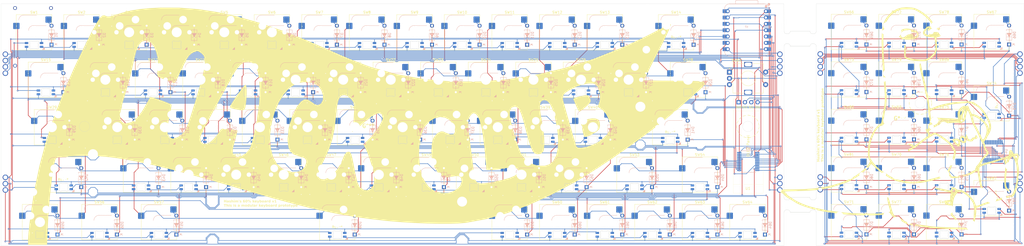
<source format=kicad_pcb>
(kicad_pcb (version 20241229) (generator "pcbnew") (generator_version "9.0")
  (title_block (title "Modular keyboard"))
  (layers (0 "F.Cu" signal) (2 "B.Cu" signal) (13 "F.Paste" user) (15 "B.Paste" user) (5 "F.SilkS" user "F.Silkscreen") (7 "B.SilkS" user "B.Silkscreen") (1 "F.Mask" user) (3 "B.Mask" user) (25 "Edge.Cuts" user))
  (net 0 "")
  (net 1 "R1")
  (net 2 "Net-(D1-A)")
  (net 3 "Net-(D2-A)")
  (net 4 "Net-(D3-A)")
  (net 5 "Net-(D4-A)")
  (net 6 "Net-(D5-A)")
  (net 7 "Net-(D6-A)")
  (net 8 "Net-(D7-A)")
  (net 9 "Net-(D8-A)")
  (net 10 "R2")
  (net 11 "Net-(D9-A)")
  (net 12 "Net-(D10-A)")
  (net 13 "Net-(D11-A)")
  (net 14 "Net-(D12-A)")
  (net 15 "Net-(D13-A)")
  (net 16 "Net-(D14-A)")
  (net 17 "Net-(D15-A)")
  (net 18 "Net-(D16-A)")
  (net 19 "Net-(D17-A)")
  (net 20 "R3")
  (net 21 "Net-(D18-A)")
  (net 22 "R4")
  (net 23 "Net-(D19-A)")
  (net 24 "Net-(D20-A)")
  (net 25 "Net-(D21-A)")
  (net 26 "Net-(D22-A)")
  (net 27 "Net-(D23-A)")
  (net 28 "Net-(D24-A)")
  (net 29 "Net-(D25-A)")
  (net 30 "Net-(D26-A)")
  (net 31 "Net-(D27-A)")
  (net 32 "Net-(D28-A)")
  (net 33 "Net-(D29-A)")
  (net 34 "Net-(D30-A)")
  (net 35 "Net-(D31-A)")
  (net 36 "Net-(D32-A)")
  (net 37 "Net-(D33-A)")
  (net 38 "R5")
  (net 39 "Net-(D34-A)")
  (net 40 "R6")
  (net 41 "Net-(D35-A)")
  (net 42 "R7")
  (net 43 "Net-(D36-A)")
  (net 44 "R8")
  (net 45 "Net-(D37-A)")
  (net 46 "Net-(D38-A)")
  (net 47 "Net-(D39-A)")
  (net 48 "Net-(D40-A)")
  (net 49 "Net-(D41-A)")
  (net 50 "Net-(D42-A)")
  (net 51 "Net-(D43-A)")
  (net 52 "Net-(D44-A)")
  (net 53 "Net-(D45-A)")
  (net 54 "Net-(D46-A)")
  (net 55 "Net-(D47-A)")
  (net 56 "Net-(D48-A)")
  (net 57 "Net-(D49-A)")
  (net 58 "Net-(D50-A)")
  (net 59 "Net-(D51-A)")
  (net 60 "Net-(D52-A)")
  (net 61 "Net-(D53-A)")
  (net 62 "Net-(D54-A)")
  (net 63 "Net-(D55-A)")
  (net 64 "Net-(D56-A)")
  (net 65 "Net-(D57-A)")
  (net 66 "Net-(D58-A)")
  (net 67 "Net-(D59-A)")
  (net 68 "Net-(D60-A)")
  (net 69 "Net-(D61-A)")
  (net 70 "Net-(D62-A)")
  (net 71 "Net-(D63-A)")
  (net 72 "Net-(D64-A)")
  (net 73 "5V")
  (net 74 "GND")
  (net 75 "3V")
  (net 76 "GPIO1")
  (net 77 "GPIO2")
  (net 78 "GPIO3")
  (net 79 "GPIO4")
  (net 80 "Net-(SK6812_MINI_E1-DOUT)")
  (net 81 "LEDs")
  (net 82 "Net-(SK6812_MINI_E2-DOUT)")
  (net 83 "Net-(SK6812_MINI_E3-DOUT)")
  (net 84 "Net-(SK6812_MINI_E4-DOUT)")
  (net 85 "Net-(SK6812_MINI_E5-DOUT)")
  (net 86 "Net-(SK6812_MINI_E6-DOUT)")
  (net 87 "Net-(SK6812_MINI_E7-DOUT)")
  (net 88 "Net-(SK6812_MINI_E8-DOUT)")
  (net 89 "Net-(SK6812_MINI_E10-DIN)")
  (net 90 "Net-(SK6812_MINI_E10-DOUT)")
  (net 91 "Net-(SK6812_MINI_E11-DOUT)")
  (net 92 "Net-(SK6812_MINI_E12-DOUT)")
  (net 93 "Net-(SK6812_MINI_E13-DOUT)")
  (net 94 "Net-(SK6812_MINI_E14-DOUT)")
  (net 95 "Net-(SK6812_MINI_E15-DOUT)")
  (net 96 "Net-(SK6812_MINI_E16-DOUT)")
  (net 97 "Net-(SK6812_MINI_E17-DOUT)")
  (net 98 "Net-(SK6812_MINI_E18-DOUT)")
  (net 99 "Net-(SK6812_MINI_E19-DOUT)")
  (net 100 "Net-(SK6812_MINI_E20-DOUT)")
  (net 101 "Net-(SK6812_MINI_E21-DOUT)")
  (net 102 "Net-(SK6812_MINI_E22-DOUT)")
  (net 103 "Net-(SK6812_MINI_E23-DOUT)")
  (net 104 "Net-(SK6812_MINI_E24-DOUT)")
  (net 105 "Net-(SK6812_MINI_E25-DOUT)")
  (net 106 "Net-(SK6812_MINI_E26-DOUT)")
  (net 107 "Net-(SK6812_MINI_E27-DOUT)")
  (net 108 "Net-(SK6812_MINI_E28-DOUT)")
  (net 109 "Net-(SK6812_MINI_E29-DOUT)")
  (net 110 "Net-(SK6812_MINI_E30-DOUT)")
  (net 111 "Net-(SK6812_MINI_E31-DOUT)")
  (net 112 "Net-(SK6812_MINI_E32-DOUT)")
  (net 113 "Net-(SK6812_MINI_E33-DOUT)")
  (net 114 "Net-(SK6812_MINI_E34-DOUT)")
  (net 115 "Net-(SK6812_MINI_E35-DOUT)")
  (net 116 "Net-(SK6812_MINI_E36-DOUT)")
  (net 117 "Net-(SK6812_MINI_E37-DOUT)")
  (net 118 "Net-(SK6812_MINI_E38-DOUT)")
  (net 119 "Net-(SK6812_MINI_E39-DOUT)")
  (net 120 "Net-(SK6812_MINI_E40-DOUT)")
  (net 121 "Net-(SK6812_MINI_E41-DOUT)")
  (net 122 "Net-(SK6812_MINI_E42-DOUT)")
  (net 123 "Net-(SK6812_MINI_E43-DOUT)")
  (net 124 "Net-(SK6812_MINI_E44-DOUT)")
  (net 125 "Net-(SK6812_MINI_E45-DOUT)")
  (net 126 "Net-(SK6812_MINI_E46-DOUT)")
  (net 127 "Net-(SK6812_MINI_E47-DOUT)")
  (net 128 "Net-(SK6812_MINI_E48-DOUT)")
  (net 129 "Net-(SK6812_MINI_E49-DOUT)")
  (net 130 "Net-(SK6812_MINI_E50-DOUT)")
  (net 131 "Net-(SK6812_MINI_E51-DOUT)")
  (net 132 "Net-(SK6812_MINI_E52-DOUT)")
  (net 133 "Net-(SK6812_MINI_E53-DOUT)")
  (net 134 "Net-(SK6812_MINI_E54-DOUT)")
  (net 135 "Net-(SK6812_MINI_E55-DOUT)")
  (net 136 "Net-(SK6812_MINI_E56-DOUT)")
  (net 137 "Net-(SK6812_MINI_E57-DOUT)")
  (net 138 "Net-(SK6812_MINI_E58-DOUT)")
  (net 139 "Net-(SK6812_MINI_E59-DOUT)")
  (net 140 "Net-(SK6812_MINI_E60-DOUT)")
  (net 141 "Net-(SK6812_MINI_E61-DOUT)")
  (net 142 "Net-(SK6812_MINI_E62-DOUT)")
  (net 143 "Net-(SK6812_MINI_E63-DOUT)")
  (net 145 "C1")
  (net 146 "C2")
  (net 147 "C3")
  (net 148 "C4")
  (net 149 "C5")
  (net 150 "C6")
  (net 151 "C7")
  (net 152 "C8")
  (net 153 "Net-(U2-P0.28_A2_D2)")
  (net 154 "Net-(U2-P0.03_A1_D1)")
  (net 155 "Net-(U2-P0.29_A3_D3)")
  (net 156 "INT")
  (net 157 "Net-(U1-SDA)")
  (net 158 "Net-(U1-SCL)")
  (net 159 "Net-(D65-A)")
  (net 160 "Net-(D65-K)")
  (net 161 "Net-(D66-A)")
  (net 162 "Net-(D67-A)")
  (net 163 "Net-(D68-A)")
  (net 164 "Net-(D69-A)")
  (net 165 "Net-(D70-A)")
  (net 166 "Net-(D71-A)")
  (net 167 "Net-(D72-A)")
  (net 168 "Net-(D73-A)")
  (net 169 "Net-(D74-A)")
  (net 170 "Net-(D75-A)")
  (net 171 "Net-(D76-A)")
  (net 172 "Net-(D77-A)")
  (net 173 "Net-(D78-A)")
  (net 174 "Net-(D79-A)")
  (net 175 "Net-(D80-A)")
  (net 176 "Net-(D81-A)")
  (net 177 "Net-(D82-A)")
  (net 178 "3V-2")
  (net 179 "5V-2")
  (net 180 "GND-2")
  (net 181 "INT-2")
  (net 182 "SCL-2")
  (net 183 "SDA-2")
  (net 184 "Net-(SK6812_MINI_E75-DIN)")
  (net 185 "Net-(SK6812_MINI_E76-DIN)")
  (net 186 "Net-(SK6812_MINI_E77-DIN)")
  (net 187 "Net-(SK6812_MINI_E78-DIN)")
  (net 188 "Net-(SK6812_MINI_E79-DIN)")
  (net 189 "Net-(SK6812_MINI_E79-DOUT)")
  (net 190 "Net-(SK6812_MINI_E80-DIN)")
  (net 191 "Net-(SK6812_MINI_E82-DIN)")
  (net 192 "Net-(SK6812_MINI_E85-DOUT)")
  (net 193 "Net-(SK6812_MINI_E86-DIN)")
  (net 194 "Net-(SK6812_MINI_E91-DOUT)")
  (net 195 "Net-(U4-P3)")
  (net 196 "Net-(U4-P2)")
  (net 197 "Net-(U4-P1)")
  (net 198 "Net-(U4-P0)")
  (net 206 "Net-(D67-K)")
  (net 207 "Net-(D68-K)")
  (net 208 "Net-(D69-K)")
  (net 209 "Net-(D70-K)")
  (net 210 "Net-(SK6812_MINI_E75-DOUT)")
  (net 211 "Net-(SK6812_MINI_E77-DOUT)")
  (net 212 "Net-(SK6812_MINI_E78-DOUT)")
  (net 213 "Net-(SK6812_MINI_E80-DOUT)")
  (net 214 "Net-(SK6812_MINI_E83-DIN)")
  (net 215 "Net-(SK6812_MINI_E91-DIN)")
  (net 216 "Net-(SK6812_MINI_E76-DOUT)")
  (footprint "SK6812MINIE:MX_SK6812MINI-E" (layer "F.Cu") (at 110.73175 139.77)
    (property "Reference" "SK6812_MINI_E32" (hide yes))
    (property "Value" "~")
    (fp_line (start -1.699999 5.782841) (end -1.699999 4.377157) (stroke (width 0.1)) (layer "Edge.Cuts"))
    (fp_line (start -0.794452 3.58) (end 0.794453 3.58) (stroke (width 0.1)) (layer "Edge.Cuts"))
    (fp_line (start 0.794452 6.579999) (end -0.794452 6.579999) (stroke (width 0.1)) (layer "Edge.Cuts"))
    (fp_line (start 1.699999 4.377157) (end 1.699999 5.782841) (stroke (width 0.1)) (layer "Edge.Cuts"))
    (fp_arc (start -1.749484 4.160279) (mid -1.712527 4.265931) (end -1.699999 4.377157) (stroke (width 0.1)) (layer "Edge.Cuts"))
    (fp_arc (start -1.749484 4.160279) (mid -1.638071 3.575964) (end -1.046711 3.5117) (stroke (width 0.1)) (layer "Edge.Cuts"))
    (fp_arc (start -1.699999 5.782842) (mid -1.712527 5.894067) (end -1.749484 5.999719) (stroke (width 0.1)) (layer "Edge.Cuts"))
    (fp_arc (start -1.046711 6.648296) (mid -1.63807 6.584033) (end -1.749484 5.999719) (stroke (width 0.1)) (layer "Edge.Cuts"))
    (fp_arc (start -1.04671 6.648298) (mid -0.925122 6.597376) (end -0.794452 6.579999) (stroke (width 0.1)) (layer "Edge.Cuts"))
    (fp_arc (start -0.794453 3.579999) (mid -0.925123 3.562622) (end -1.046711 3.5117) (stroke (width 0.1)) (layer "Edge.Cuts"))
    (fp_arc (start 0.794452 6.579999) (mid 0.925123 6.597376) (end 1.046711 6.648298) (stroke (width 0.1)) (layer "Edge.Cuts"))
    (fp_arc (start 1.046711 3.511701) (mid 0.925123 3.562623) (end 0.794453 3.58) (stroke (width 0.1)) (layer "Edge.Cuts"))
    (fp_arc (start 1.046711 3.511701) (mid 1.638071 3.575965) (end 1.749484 4.160279) (stroke (width 0.1)) (layer "Edge.Cuts"))
    (fp_arc (start 1.699999 4.377156) (mid 1.712527 4.265931) (end 1.749484 4.160279) (stroke (width 0.1)) (layer "Edge.Cuts"))
    (fp_arc (start 1.748592 6.000148) (mid 1.6374 6.583306) (end 1.04721 6.647443) (stroke (width 0.1)) (layer "Edge.Cuts"))
    (fp_arc (start 1.749484 5.999719) (mid 1.712527 5.894067) (end 1.699999 5.782841) (stroke (width 0.1)) (layer "Edge.Cuts"))
  )
  (footprint "PCM_Switch_Keyboard_Hotswap_Kailh:SW_Hotswap_Kailh_MX_1.00u" (layer "F.Cu") (at 65.488 177.87)
    (property "Reference" "SW56")
    (property "Value" "SW_Push")
  )
  (footprint "PCM_Switch_Keyboard_Hotswap_Kailh:SW_Hotswap_Kailh_MX_1.00u" (layer "F.Cu") (at 305.99425 177.87)
    (property "Reference" "SW63")
    (property "Value" "SW_Push")
  )
  (footprint "SK6812MINIE:MX_SK6812MINI-E" (layer "F.Cu") (at 46.438 139.77)
    (property "Reference" "SK6812_MINI_E29" (hide yes))
    (property "Value" "~")
    (fp_line (start -1.699999 5.782841) (end -1.699999 4.377157) (stroke (width 0.1)) (layer "Edge.Cuts"))
    (fp_line (start -0.794452 3.58) (end 0.794453 3.58) (stroke (width 0.1)) (layer "Edge.Cuts"))
    (fp_line (start 0.794452 6.579999) (end -0.794452 6.579999) (stroke (width 0.1)) (layer "Edge.Cuts"))
    (fp_line (start 1.699999 4.377157) (end 1.699999 5.782841) (stroke (width 0.1)) (layer "Edge.Cuts"))
    (fp_arc (start -1.749484 4.160279) (mid -1.712527 4.265931) (end -1.699999 4.377157) (stroke (width 0.1)) (layer "Edge.Cuts"))
    (fp_arc (start -1.749484 4.160279) (mid -1.638071 3.575964) (end -1.046711 3.5117) (stroke (width 0.1)) (layer "Edge.Cuts"))
    (fp_arc (start -1.699999 5.782842) (mid -1.712527 5.894067) (end -1.749484 5.999719) (stroke (width 0.1)) (layer "Edge.Cuts"))
    (fp_arc (start -1.046711 6.648296) (mid -1.63807 6.584033) (end -1.749484 5.999719) (stroke (width 0.1)) (layer "Edge.Cuts"))
    (fp_arc (start -1.04671 6.648298) (mid -0.925122 6.597376) (end -0.794452 6.579999) (stroke (width 0.1)) (layer "Edge.Cuts"))
    (fp_arc (start -0.794453 3.579999) (mid -0.925123 3.562622) (end -1.046711 3.5117) (stroke (width 0.1)) (layer "Edge.Cuts"))
    (fp_arc (start 0.794452 6.579999) (mid 0.925123 6.597376) (end 1.046711 6.648298) (stroke (width 0.1)) (layer "Edge.Cuts"))
    (fp_arc (start 1.046711 3.511701) (mid 0.925123 3.562623) (end 0.794453 3.58) (stroke (width 0.1)) (layer "Edge.Cuts"))
    (fp_arc (start 1.046711 3.511701) (mid 1.638071 3.575965) (end 1.749484 4.160279) (stroke (width 0.1)) (layer "Edge.Cuts"))
    (fp_arc (start 1.699999 4.377156) (mid 1.712527 4.265931) (end 1.749484 4.160279) (stroke (width 0.1)) (layer "Edge.Cuts"))
    (fp_arc (start 1.748592 6.000148) (mid 1.6374 6.583306) (end 1.04721 6.647443) (stroke (width 0.1)) (layer "Edge.Cuts"))
    (fp_arc (start 1.749484 5.999719) (mid 1.712527 5.894067) (end 1.699999 5.782841) (stroke (width 0.1)) (layer "Edge.Cuts"))
  )
  (footprint "PCM_Switch_Keyboard_Hotswap_Kailh:SW_Hotswap_Kailh_MX_1.00u" (layer "F.Cu") (at 229.79425 177.87)
    (property "Reference" "SW59")
    (property "Value" "SW_Push")
  )
  (footprint "PCM_Switch_Keyboard_Hotswap_Kailh:SW_Hotswap_Kailh_MX_1.00u" (layer "F.Cu") (at 365.69 177.790001)
    (property "Reference" "SW71")
    (property "Value" "SW_Push")
  )
  (footprint "PogoPins:hackclub flag" (layer "F.Cu") (at 173.23 139.27)
    (property "Reference" "G***")
    (property "Value" "LOGO" (hide yes))
  )
  (footprint "PCM_Switch_Keyboard_Hotswap_Kailh:SW_Hotswap_Kailh_MX_1.00u" (layer "F.Cu") (at 96.44425 101.67)
    (property "Reference" "SW4")
    (property "Value" "SW_Push")
  )
  (footprint "SK6812MINIE:MX_SK6812MINI-E" (layer "F.Cu") (at 177.40675 158.82)
    (property "Reference" "SK6812_MINI_E48" (hide yes))
    (property "Value" "~")
    (fp_line (start -1.699999 5.782841) (end -1.699999 4.377157) (stroke (width 0.1)) (layer "Edge.Cuts"))
    (fp_line (start -0.794452 3.58) (end 0.794453 3.58) (stroke (width 0.1)) (layer "Edge.Cuts"))
    (fp_line (start 0.794452 6.579999) (end -0.794452 6.579999) (stroke (width 0.1)) (layer "Edge.Cuts"))
    (fp_line (start 1.699999 4.377157) (end 1.699999 5.782841) (stroke (width 0.1)) (layer "Edge.Cuts"))
    (fp_arc (start -1.749484 4.160279) (mid -1.712527 4.265931) (end -1.699999 4.377157) (stroke (width 0.1)) (layer "Edge.Cuts"))
    (fp_arc (start -1.749484 4.160279) (mid -1.638071 3.575964) (end -1.046711 3.5117) (stroke (width 0.1)) (layer "Edge.Cuts"))
    (fp_arc (start -1.699999 5.782842) (mid -1.712527 5.894067) (end -1.749484 5.999719) (stroke (width 0.1)) (layer "Edge.Cuts"))
    (fp_arc (start -1.046711 6.648296) (mid -1.63807 6.584033) (end -1.749484 5.999719) (stroke (width 0.1)) (layer "Edge.Cuts"))
    (fp_arc (start -1.04671 6.648298) (mid -0.925122 6.597376) (end -0.794452 6.579999) (stroke (width 0.1)) (layer "Edge.Cuts"))
    (fp_arc (start -0.794453 3.579999) (mid -0.925123 3.562622) (end -1.046711 3.5117) (stroke (width 0.1)) (layer "Edge.Cuts"))
    (fp_arc (start 0.794452 6.579999) (mid 0.925123 6.597376) (end 1.046711 6.648298) (stroke (width 0.1)) (layer "Edge.Cuts"))
    (fp_arc (start 1.046711 3.511701) (mid 0.925123 3.562623) (end 0.794453 3.58) (stroke (width 0.1)) (layer "Edge.Cuts"))
    (fp_arc (start 1.046711 3.511701) (mid 1.638071 3.575965) (end 1.749484 4.160279) (stroke (width 0.1)) (layer "Edge.Cuts"))
    (fp_arc (start 1.699999 4.377156) (mid 1.712527 4.265931) (end 1.749484 4.160279) (stroke (width 0.1)) (layer "Edge.Cuts"))
    (fp_arc (start 1.748592 6.000148) (mid 1.6374 6.583306) (end 1.04721 6.647443) (stroke (width 0.1)) (layer "Edge.Cuts"))
    (fp_arc (start 1.749484 5.999719) (mid 1.712527 5.894067) (end 1.699999 5.782841) (stroke (width 0.1)) (layer "Edge.Cuts"))
  )
  (footprint "PCM_Switch_Keyboard_Hotswap_Kailh:SW_Hotswap_Kailh_MX_1.00u" (layer "F.Cu") (at 201.21925 120.72)
    (property "Reference" "SW23")
    (property "Value" "SW_Push")
  )
  (footprint "SK6812MINIE:MX_SK6812MINI-E" (layer "F.Cu") (at 384.74 139.690001)
    (property "Reference" "SK6812_MINI_E78" (hide yes))
    (property "Value" "~")
    (fp_line (start -1.699999 5.782841) (end -1.699999 4.377157) (stroke (width 0.1)) (layer "Edge.Cuts"))
    (fp_line (start -0.794452 3.58) (end 0.794453 3.58) (stroke (width 0.1)) (layer "Edge.Cuts"))
    (fp_line (start 0.794452 6.579999) (end -0.794452 6.579999) (stroke (width 0.1)) (layer "Edge.Cuts"))
    (fp_line (start 1.699999 4.377157) (end 1.699999 5.782841) (stroke (width 0.1)) (layer "Edge.Cuts"))
    (fp_arc (start -1.749484 4.160279) (mid -1.712527 4.265931) (end -1.699999 4.377157) (stroke (width 0.1)) (layer "Edge.Cuts"))
    (fp_arc (start -1.749484 4.160279) (mid -1.638071 3.575964) (end -1.046711 3.5117) (stroke (width 0.1)) (layer "Edge.Cuts"))
    (fp_arc (start -1.699999 5.782842) (mid -1.712527 5.894067) (end -1.749484 5.999719) (stroke (width 0.1)) (layer "Edge.Cuts"))
    (fp_arc (start -1.046711 6.648296) (mid -1.63807 6.584033) (end -1.749484 5.999719) (stroke (width 0.1)) (layer "Edge.Cuts"))
    (fp_arc (start -1.04671 6.648298) (mid -0.925122 6.597376) (end -0.794452 6.579999) (stroke (width 0.1)) (layer "Edge.Cuts"))
    (fp_arc (start -0.794453 3.579999) (mid -0.925123 3.562622) (end -1.046711 3.5117) (stroke (width 0.1)) (layer "Edge.Cuts"))
    (fp_arc (start 0.794452 6.579999) (mid 0.925123 6.597376) (end 1.046711 6.648298) (stroke (width 0.1)) (layer "Edge.Cuts"))
    (fp_arc (start 1.046711 3.511701) (mid 0.925123 3.562623) (end 0.794453 3.58) (stroke (width 0.1)) (layer "Edge.Cuts"))
    (fp_arc (start 1.046711 3.511701) (mid 1.638071 3.575965) (end 1.749484 4.160279) (stroke (width 0.1)) (layer "Edge.Cuts"))
    (fp_arc (start 1.699999 4.377156) (mid 1.712527 4.265931) (end 1.749484 4.160279) (stroke (width 0.1)) (layer "Edge.Cuts"))
    (fp_arc (start 1.748592 6.000148) (mid 1.6374 6.583306) (end 1.04721 6.647443) (stroke (width 0.1)) (layer "Edge.Cuts"))
    (fp_arc (start 1.749484 5.999719) (mid 1.712527 5.894067) (end 1.699999 5.782841) (stroke (width 0.1)) (layer "Edge.Cuts"))
  )
  (footprint "PCM_Switch_Keyboard_Hotswap_Kailh:SW_Hotswap_Kailh_MX_1.00u" (layer "F.Cu") (at 384.74 177.790001)
    (property "Reference" "SW77")
    (property "Value" "SW_Push")
  )
  (footprint "PCM_Switch_Keyboard_Hotswap_Kailh:SW_Hotswap_Kailh_MX_1.00u" (layer "F.Cu") (at 220.26925 120.72)
    (property "Reference" "SW24")
    (property "Value" "SW_Push")
  )
  (footprint "PogoPins:Pogo_Pins_3P" (layer "F.Cu") (at 338.02 164.96 90)
    (property "Reference" "POGO_PIN3" (hide yes))
    (property "Value" "~")
  )
  (footprint "PCM_Switch_Keyboard_Hotswap_Kailh:SW_Hotswap_Kailh_MX_1.00u" (layer "F.Cu") (at 148.83175 139.77)
    (property "Reference" "SW34")
    (property "Value" "SW_Push")
  )
  (footprint "SK6812MINIE:MX_SK6812MINI-E" (layer "F.Cu") (at 225.03175 139.77)
    (property "Reference" "SK6812_MINI_E38" (hide yes))
    (property "Value" "~")
    (fp_line (start -1.699999 5.782841) (end -1.699999 4.377157) (stroke (width 0.1)) (layer "Edge.Cuts"))
    (fp_line (start -0.794452 3.58) (end 0.794453 3.58) (stroke (width 0.1)) (layer "Edge.Cuts"))
    (fp_line (start 0.794452 6.579999) (end -0.794452 6.579999) (stroke (width 0.1)) (layer "Edge.Cuts"))
    (fp_line (start 1.699999 4.377157) (end 1.699999 5.782841) (stroke (width 0.1)) (layer "Edge.Cuts"))
    (fp_arc (start -1.749484 4.160279) (mid -1.712527 4.265931) (end -1.699999 4.377157) (stroke (width 0.1)) (layer "Edge.Cuts"))
    (fp_arc (start -1.749484 4.160279) (mid -1.638071 3.575964) (end -1.046711 3.5117) (stroke (width 0.1)) (layer "Edge.Cuts"))
    (fp_arc (start -1.699999 5.782842) (mid -1.712527 5.894067) (end -1.749484 5.999719) (stroke (width 0.1)) (layer "Edge.Cuts"))
    (fp_arc (start -1.046711 6.648296) (mid -1.63807 6.584033) (end -1.749484 5.999719) (stroke (width 0.1)) (layer "Edge.Cuts"))
    (fp_arc (start -1.04671 6.648298) (mid -0.925122 6.597376) (end -0.794452 6.579999) (stroke (width 0.1)) (layer "Edge.Cuts"))
    (fp_arc (start -0.794453 3.579999) (mid -0.925123 3.562622) (end -1.046711 3.5117) (stroke (width 0.1)) (layer "Edge.Cuts"))
    (fp_arc (start 0.794452 6.579999) (mid 0.925123 6.597376) (end 1.046711 6.648298) (stroke (width 0.1)) (layer "Edge.Cuts"))
    (fp_arc (start 1.046711 3.511701) (mid 0.925123 3.562623) (end 0.794453 3.58) (stroke (width 0.1)) (layer "Edge.Cuts"))
    (fp_arc (start 1.046711 3.511701) (mid 1.638071 3.575965) (end 1.749484 4.160279) (stroke (width 0.1)) (layer "Edge.Cuts"))
    (fp_arc (start 1.699999 4.377156) (mid 1.712527 4.265931) (end 1.749484 4.160279) (stroke (width 0.1)) (layer "Edge.Cuts"))
    (fp_arc (start 1.748592 6.000148) (mid 1.6374 6.583306) (end 1.04721 6.647443) (stroke (width 0.1)) (layer "Edge.Cuts"))
    (fp_arc (start 1.749484 5.999719) (mid 1.712527 5.894067) (end 1.699999 5.782841) (stroke (width 0.1)) (layer "Edge.Cuts"))
  )
  (footprint "PCM_Switch_Keyboard_Hotswap_Kailh:SW_Hotswap_Kailh_MX_1.00u" (layer "F.Cu") (at 77.39425 101.67)
    (property "Reference" "SW3")
    (property "Value" "SW_Push")
  )
  (footprint "SK6812MINIE:MX_SK6812MINI-E" (layer "F.Cu") (at 82.15675 158.82)
    (property "Reference" "SK6812_MINI_E43" (hide yes))
    (property "Value" "~")
    (fp_line (start -1.699999 5.782841) (end -1.699999 4.377157) (stroke (width 0.1)) (layer "Edge.Cuts"))
    (fp_line (start -0.794452 3.58) (end 0.794453 3.58) (stroke (width 0.1)) (layer "Edge.Cuts"))
    (fp_line (start 0.794452 6.579999) (end -0.794452 6.579999) (stroke (width 0.1)) (layer "Edge.Cuts"))
    (fp_line (start 1.699999 4.377157) (end 1.699999 5.782841) (stroke (width 0.1)) (layer "Edge.Cuts"))
    (fp_arc (start -1.749484 4.160279) (mid -1.712527 4.265931) (end -1.699999 4.377157) (stroke (width 0.1)) (layer "Edge.Cuts"))
    (fp_arc (start -1.749484 4.160279) (mid -1.638071 3.575964) (end -1.046711 3.5117) (stroke (width 0.1)) (layer "Edge.Cuts"))
    (fp_arc (start -1.699999 5.782842) (mid -1.712527 5.894067) (end -1.749484 5.999719) (stroke (width 0.1)) (layer "Edge.Cuts"))
    (fp_arc (start -1.046711 6.648296) (mid -1.63807 6.584033) (end -1.749484 5.999719) (stroke (width 0.1)) (layer "Edge.Cuts"))
    (fp_arc (start -1.04671 6.648298) (mid -0.925122 6.597376) (end -0.794452 6.579999) (stroke (width 0.1)) (layer "Edge.Cuts"))
    (fp_arc (start -0.794453 3.579999) (mid -0.925123 3.562622) (end -1.046711 3.5117) (stroke (width 0.1)) (layer "Edge.Cuts"))
    (fp_arc (start 0.794452 6.579999) (mid 0.925123 6.597376) (end 1.046711 6.648298) (stroke (width 0.1)) (layer "Edge.Cuts"))
    (fp_arc (start 1.046711 3.511701) (mid 0.925123 3.562623) (end 0.794453 3.58) (stroke (width 0.1)) (layer "Edge.Cuts"))
    (fp_arc (start 1.046711 3.511701) (mid 1.638071 3.575965) (end 1.749484 4.160279) (stroke (width 0.1)) (layer "Edge.Cuts"))
    (fp_arc (start 1.699999 4.377156) (mid 1.712527 4.265931) (end 1.749484 4.160279) (stroke (width 0.1)) (layer "Edge.Cuts"))
    (fp_arc (start 1.748592 6.000148) (mid 1.6374 6.583306) (end 1.04721 6.647443) (stroke (width 0.1)) (layer "Edge.Cuts"))
    (fp_arc (start 1.749484 5.999719) (mid 1.712527 5.894067) (end 1.699999 5.782841) (stroke (width 0.1)) (layer "Edge.Cuts"))
  )
  (footprint "PCM_Switch_Keyboard_Hotswap_Kailh:SW_Hotswap_Kailh_MX_1.00u" (layer "F.Cu") (at 86.91925 120.72)
    (property "Reference" "SW17")
    (property "Value" "SW_Push")
  )
  (footprint "PCM_Switch_Keyboard_Hotswap_Kailh:SW_Hotswap_Kailh_MX_1.00u" (layer "F.Cu") (at 167.88175 139.77)
    (property "Reference" "SW35")
    (property "Value" "SW_Push")
  )
  (footprint "SK6812MINIE:MX_SK6812MINI-E" (layer "F.Cu") (at 67.86925 120.72)
    (property "Reference" "SK6812_MINI_E16" (hide yes))
    (property "Value" "~")
    (fp_line (start -1.699999 5.782841) (end -1.699999 4.377157) (stroke (width 0.1)) (layer "Edge.Cuts"))
    (fp_line (start -0.794452 3.58) (end 0.794453 3.58) (stroke (width 0.1)) (layer "Edge.Cuts"))
    (fp_line (start 0.794452 6.579999) (end -0.794452 6.579999) (stroke (width 0.1)) (layer "Edge.Cuts"))
    (fp_line (start 1.699999 4.377157) (end 1.699999 5.782841) (stroke (width 0.1)) (layer "Edge.Cuts"))
    (fp_arc (start -1.749484 4.160279) (mid -1.712527 4.265931) (end -1.699999 4.377157) (stroke (width 0.1)) (layer "Edge.Cuts"))
    (fp_arc (start -1.749484 4.160279) (mid -1.638071 3.575964) (end -1.046711 3.5117) (stroke (width 0.1)) (layer "Edge.Cuts"))
    (fp_arc (start -1.699999 5.782842) (mid -1.712527 5.894067) (end -1.749484 5.999719) (stroke (width 0.1)) (layer "Edge.Cuts"))
    (fp_arc (start -1.046711 6.648296) (mid -1.63807 6.584033) (end -1.749484 5.999719) (stroke (width 0.1)) (layer "Edge.Cuts"))
    (fp_arc (start -1.04671 6.648298) (mid -0.925122 6.597376) (end -0.794452 6.579999) (stroke (width 0.1)) (layer "Edge.Cuts"))
    (fp_arc (start -0.794453 3.579999) (mid -0.925123 3.562622) (end -1.046711 3.5117) (stroke (width 0.1)) (layer "Edge.Cuts"))
    (fp_arc (start 0.794452 6.579999) (mid 0.925123 6.597376) (end 1.046711 6.648298) (stroke (width 0.1)) (layer "Edge.Cuts"))
    (fp_arc (start 1.046711 3.511701) (mid 0.925123 3.562623) (end 0.794453 3.58) (stroke (width 0.1)) (layer "Edge.Cuts"))
    (fp_arc (start 1.046711 3.511701) (mid 1.638071 3.575965) (end 1.749484 4.160279) (stroke (width 0.1)) (layer "Edge.Cuts"))
    (fp_arc (start 1.699999 4.377156) (mid 1.712527 4.265931) (end 1.749484 4.160279) (stroke (width 0.1)) (layer "Edge.Cuts"))
    (fp_arc (start 1.748592 6.000148) (mid 1.6374 6.583306) (end 1.04721 6.647443) (stroke (width 0.1)) (layer "Edge.Cuts"))
    (fp_arc (start 1.749484 5.999719) (mid 1.712527 5.894067) (end 1.699999 5.782841) (stroke (width 0.1)) (layer "Edge.Cuts"))
  )
  (footprint "SK6812MINIE:MX_SK6812MINI-E" (layer "F.Cu") (at 365.69 139.690001)
    (property "Reference" "SK6812_MINI_E89" (hide yes))
    (property "Value" "~")
    (fp_line (start -1.699999 5.782841) (end -1.699999 4.377157) (stroke (width 0.1)) (layer "Edge.Cuts"))
    (fp_line (start -0.794452 3.58) (end 0.794453 3.58) (stroke (width 0.1)) (layer "Edge.Cuts"))
    (fp_line (start 0.794452 6.579999) (end -0.794452 6.579999) (stroke (width 0.1)) (layer "Edge.Cuts"))
    (fp_line (start 1.699999 4.377157) (end 1.699999 5.782841) (stroke (width 0.1)) (layer "Edge.Cuts"))
    (fp_arc (start -1.749484 4.160279) (mid -1.712527 4.265931) (end -1.699999 4.377157) (stroke (width 0.1)) (layer "Edge.Cuts"))
    (fp_arc (start -1.749484 4.160279) (mid -1.638071 3.575964) (end -1.046711 3.5117) (stroke (width 0.1)) (layer "Edge.Cuts"))
    (fp_arc (start -1.699999 5.782842) (mid -1.712527 5.894067) (end -1.749484 5.999719) (stroke (width 0.1)) (layer "Edge.Cuts"))
    (fp_arc (start -1.046711 6.648296) (mid -1.63807 6.584033) (end -1.749484 5.999719) (stroke (width 0.1)) (layer "Edge.Cuts"))
    (fp_arc (start -1.04671 6.648298) (mid -0.925122 6.597376) (end -0.794452 6.579999) (stroke (width 0.1)) (layer "Edge.Cuts"))
    (fp_arc (start -0.794453 3.579999) (mid -0.925123 3.562622) (end -1.046711 3.5117) (stroke (width 0.1)) (layer "Edge.Cuts"))
    (fp_arc (start 0.794452 6.579999) (mid 0.925123 6.597376) (end 1.046711 6.648298) (stroke (width 0.1)) (layer "Edge.Cuts"))
    (fp_arc (start 1.046711 3.511701) (mid 0.925123 3.562623) (end 0.794453 3.58) (stroke (width 0.1)) (layer "Edge.Cuts"))
    (fp_arc (start 1.046711 3.511701) (mid 1.638071 3.575965) (end 1.749484 4.160279) (stroke (width 0.1)) (layer "Edge.Cuts"))
    (fp_arc (start 1.699999 4.377156) (mid 1.712527 4.265931) (end 1.749484 4.160279) (stroke (width 0.1)) (layer "Edge.Cuts"))
    (fp_arc (start 1.748592 6.000148) (mid 1.6374 6.583306) (end 1.04721 6.647443) (stroke (width 0.1)) (layer "Edge.Cuts"))
    (fp_arc (start 1.749484 5.999719) (mid 1.712527 5.894067) (end 1.699999 5.782841) (stroke (width 0.1)) (layer "Edge.Cuts"))
  )
  (footprint "SK6812MINIE:MX_SK6812MINI-E" (layer "F.Cu") (at 125.01925 120.72)
    (property "Reference" "SK6812_MINI_E19" (hide yes))
    (property "Value" "~")
    (fp_line (start -1.699999 5.782841) (end -1.699999 4.377157) (stroke (width 0.1)) (layer "Edge.Cuts"))
    (fp_line (start -0.794452 3.58) (end 0.794453 3.58) (stroke (width 0.1)) (layer "Edge.Cuts"))
    (fp_line (start 0.794452 6.579999) (end -0.794452 6.579999) (stroke (width 0.1)) (layer "Edge.Cuts"))
    (fp_line (start 1.699999 4.377157) (end 1.699999 5.782841) (stroke (width 0.1)) (layer "Edge.Cuts"))
    (fp_arc (start -1.749484 4.160279) (mid -1.712527 4.265931) (end -1.699999 4.377157) (stroke (width 0.1)) (layer "Edge.Cuts"))
    (fp_arc (start -1.749484 4.160279) (mid -1.638071 3.575964) (end -1.046711 3.5117) (stroke (width 0.1)) (layer "Edge.Cuts"))
    (fp_arc (start -1.699999 5.782842) (mid -1.712527 5.894067) (end -1.749484 5.999719) (stroke (width 0.1)) (layer "Edge.Cuts"))
    (fp_arc (start -1.046711 6.648296) (mid -1.63807 6.584033) (end -1.749484 5.999719) (stroke (width 0.1)) (layer "Edge.Cuts"))
    (fp_arc (start -1.04671 6.648298) (mid -0.925122 6.597376) (end -0.794452 6.579999) (stroke (width 0.1)) (layer "Edge.Cuts"))
    (fp_arc (start -0.794453 3.579999) (mid -0.925123 3.562622) (end -1.046711 3.5117) (stroke (width 0.1)) (layer "Edge.Cuts"))
    (fp_arc (start 0.794452 6.579999) (mid 0.925123 6.597376) (end 1.046711 6.648298) (stroke (width 0.1)) (layer "Edge.Cuts"))
    (fp_arc (start 1.046711 3.511701) (mid 0.925123 3.562623) (end 0.794453 3.58) (stroke (width 0.1)) (layer "Edge.Cuts"))
    (fp_arc (start 1.046711 3.511701) (mid 1.638071 3.575965) (end 1.749484 4.160279) (stroke (width 0.1)) (layer "Edge.Cuts"))
    (fp_arc (start 1.699999 4.377156) (mid 1.712527 4.265931) (end 1.749484 4.160279) (stroke (width 0.1)) (layer "Edge.Cuts"))
    (fp_arc (start 1.748592 6.000148) (mid 1.6374 6.583306) (end 1.04721 6.647443) (stroke (width 0.1)) (layer "Edge.Cuts"))
    (fp_arc (start 1.749484 5.999719) (mid 1.712527 5.894067) (end 1.699999 5.782841) (stroke (width 0.1)) (layer "Edge.Cuts"))
  )
  (footprint "SK6812MINIE:MX_SK6812MINI-E" (layer "F.Cu") (at 279.8005 158.82)
    (property "Reference" "SK6812_MINI_E53" (hide yes))
    (property "Value" "~")
    (fp_line (start -1.699999 5.782841) (end -1.699999 4.377157) (stroke (width 0.1)) (layer "Edge.Cuts"))
    (fp_line (start -0.794452 3.58) (end 0.794453 3.58) (stroke (width 0.1)) (layer "Edge.Cuts"))
    (fp_line (start 0.794452 6.579999) (end -0.794452 6.579999) (stroke (width 0.1)) (layer "Edge.Cuts"))
    (fp_line (start 1.699999 4.377157) (end 1.699999 5.782841) (stroke (width 0.1)) (layer "Edge.Cuts"))
    (fp_arc (start -1.749484 4.160279) (mid -1.712527 4.265931) (end -1.699999 4.377157) (stroke (width 0.1)) (layer "Edge.Cuts"))
    (fp_arc (start -1.749484 4.160279) (mid -1.638071 3.575964) (end -1.046711 3.5117) (stroke (width 0.1)) (layer "Edge.Cuts"))
    (fp_arc (start -1.699999 5.782842) (mid -1.712527 5.894067) (end -1.749484 5.999719) (stroke (width 0.1)) (layer "Edge.Cuts"))
    (fp_arc (start -1.046711 6.648296) (mid -1.63807 6.584033) (end -1.749484 5.999719) (stroke (width 0.1)) (layer "Edge.Cuts"))
    (fp_arc (start -1.04671 6.648298) (mid -0.925122 6.597376) (end -0.794452 6.579999) (stroke (width 0.1)) (layer "Edge.Cuts"))
    (fp_arc (start -0.794453 3.579999) (mid -0.925123 3.562622) (end -1.046711 3.5117) (stroke (width 0.1)) (layer "Edge.Cuts"))
    (fp_arc (start 0.794452 6.579999) (mid 0.925123 6.597376) (end 1.046711 6.648298) (stroke (width 0.1)) (layer "Edge.Cuts"))
    (fp_arc (start 1.046711 3.511701) (mid 0.925123 3.562623) (end 0.794453 3.58) (stroke (width 0.1)) (layer "Edge.Cuts"))
    (fp_arc (start 1.046711 3.511701) (mid 1.638071 3.575965) (end 1.749484 4.160279) (stroke (width 0.1)) (layer "Edge.Cuts"))
    (fp_arc (start 1.699999 4.377156) (mid 1.712527 4.265931) (end 1.749484 4.160279) (stroke (width 0.1)) (layer "Edge.Cuts"))
    (fp_arc (start 1.748592 6.000148) (mid 1.6374 6.583306) (end 1.04721 6.647443) (stroke (width 0.1)) (layer "Edge.Cuts"))
    (fp_arc (start 1.749484 5.999719) (mid 1.712527 5.894067) (end 1.699999 5.782841) (stroke (width 0.1)) (layer "Edge.Cuts"))
  )
  (footprint "SK6812MINIE:MX_SK6812MINI-E" (layer "F.Cu") (at 244.08175 139.77)
    (property "Reference" "SK6812_MINI_E39" (hide yes))
    (property "Value" "~")
    (fp_line (start -1.699999 5.782841) (end -1.699999 4.377157) (stroke (width 0.1)) (layer "Edge.Cuts"))
    (fp_line (start -0.794452 3.58) (end 0.794453 3.58) (stroke (width 0.1)) (layer "Edge.Cuts"))
    (fp_line (start 0.794452 6.579999) (end -0.794452 6.579999) (stroke (width 0.1)) (layer "Edge.Cuts"))
    (fp_line (start 1.699999 4.377157) (end 1.699999 5.782841) (stroke (width 0.1)) (layer "Edge.Cuts"))
    (fp_arc (start -1.749484 4.160279) (mid -1.712527 4.265931) (end -1.699999 4.377157) (stroke (width 0.1)) (layer "Edge.Cuts"))
    (fp_arc (start -1.749484 4.160279) (mid -1.638071 3.575964) (end -1.046711 3.5117) (stroke (width 0.1)) (layer "Edge.Cuts"))
    (fp_arc (start -1.699999 5.782842) (mid -1.712527 5.894067) (end -1.749484 5.999719) (stroke (width 0.1)) (layer "Edge.Cuts"))
    (fp_arc (start -1.046711 6.648296) (mid -1.63807 6.584033) (end -1.749484 5.999719) (stroke (width 0.1)) (layer "Edge.Cuts"))
    (fp_arc (start -1.04671 6.648298) (mid -0.925122 6.597376) (end -0.794452 6.579999) (stroke (width 0.1)) (layer "Edge.Cuts"))
    (fp_arc (start -0.794453 3.579999) (mid -0.925123 3.562622) (end -1.046711 3.5117) (stroke (width 0.1)) (layer "Edge.Cuts"))
    (fp_arc (start 0.794452 6.579999) (mid 0.925123 6.597376) (end 1.046711 6.648298) (stroke (width 0.1)) (layer "Edge.Cuts"))
    (fp_arc (start 1.046711 3.511701) (mid 0.925123 3.562623) (end 0.794453 3.58) (stroke (width 0.1)) (layer "Edge.Cuts"))
    (fp_arc (start 1.046711 3.511701) (mid 1.638071 3.575965) (end 1.749484 4.160279) (stroke (width 0.1)) (layer "Edge.Cuts"))
    (fp_arc (start 1.699999 4.377156) (mid 1.712527 4.265931) (end 1.749484 4.160279) (stroke (width 0.1)) (layer "Edge.Cuts"))
    (fp_arc (start 1.748592 6.000148) (mid 1.6374 6.583306) (end 1.04721 6.647443) (stroke (width 0.1)) (layer "Edge.Cuts"))
    (fp_arc (start 1.749484 5.999719) (mid 1.712527 5.894067) (end 1.699999 5.782841) (stroke (width 0.1)) (layer "Edge.Cuts"))
  )
  (footprint "SK6812MINIE:MX_SK6812MINI-E" (layer "F.Cu") (at 403.79 158.740001)
    (property "Reference" "SK6812_MINI_E85" (hide yes))
    (property "Value" "~")
    (fp_line (start -1.699999 5.782841) (end -1.699999 4.377157) (stroke (width 0.1)) (layer "Edge.Cuts"))
    (fp_line (start -0.794452 3.58) (end 0.794453 3.58) (stroke (width 0.1)) (layer "Edge.Cuts"))
    (fp_line (start 0.794452 6.579999) (end -0.794452 6.579999) (stroke (width 0.1)) (layer "Edge.Cuts"))
    (fp_line (start 1.699999 4.377157) (end 1.699999 5.782841) (stroke (width 0.1)) (layer "Edge.Cuts"))
    (fp_arc (start -1.749484 4.160279) (mid -1.712527 4.265931) (end -1.699999 4.377157) (stroke (width 0.1)) (layer "Edge.Cuts"))
    (fp_arc (start -1.749484 4.160279) (mid -1.638071 3.575964) (end -1.046711 3.5117) (stroke (width 0.1)) (layer "Edge.Cuts"))
    (fp_arc (start -1.699999 5.782842) (mid -1.712527 5.894067) (end -1.749484 5.999719) (stroke (width 0.1)) (layer "Edge.Cuts"))
    (fp_arc (start -1.046711 6.648296) (mid -1.63807 6.584033) (end -1.749484 5.999719) (stroke (width 0.1)) (layer "Edge.Cuts"))
    (fp_arc (start -1.04671 6.648298) (mid -0.925122 6.597376) (end -0.794452 6.579999) (stroke (width 0.1)) (layer "Edge.Cuts"))
    (fp_arc (start -0.794453 3.579999) (mid -0.925123 3.562622) (end -1.046711 3.5117) (stroke (width 0.1)) (layer "Edge.Cuts"))
    (fp_arc (start 0.794452 6.579999) (mid 0.925123 6.597376) (end 1.046711 6.648298) (stroke (width 0.1)) (layer "Edge.Cuts"))
    (fp_arc (start 1.046711 3.511701) (mid 0.925123 3.562623) (end 0.794453 3.58) (stroke (width 0.1)) (layer "Edge.Cuts"))
    (fp_arc (start 1.046711 3.511701) (mid 1.638071 3.575965) (end 1.749484 4.160279) (stroke (width 0.1)) (layer "Edge.Cuts"))
    (fp_arc (start 1.699999 4.377156) (mid 1.712527 4.265931) (end 1.749484 4.160279) (stroke (width 0.1)) (layer "Edge.Cuts"))
    (fp_arc (start 1.748592 6.000148) (mid 1.6374 6.583306) (end 1.04721 6.647443) (stroke (width 0.1)) (layer "Edge.Cuts"))
    (fp_arc (start 1.749484 5.999719) (mid 1.712527 5.894067) (end 1.699999 5.782841) (stroke (width 0.1)) (layer "Edge.Cuts"))
  )
  (footprint "PCM_Switch_Keyboard_Hotswap_Kailh:SW_Hotswap_Kailh_MX_1.00u" (layer "F.Cu") (at 89.3005 177.87)
    (property "Reference" "SW57")
    (property "Value" "SW_Push")
  )
  (footprint "PCM_Mounting_Keyboard_Stabilizer:Stabilizer_Cherry_MX_2.00u" (layer "F.Cu") (at 296.46925 101.67 180)
    (property "Reference" "REF**")
    (property "Value" "Stabilizer_Cherry_MX_2.00u")
  )
  (footprint "marbastlib-various:mousebites_2.5mm" (layer "F.Cu") (at 352.574609 104.27)
    (property "Reference" "REF**" (hide yes))
    (property "Value" "mousebites 2mm" (hide yes))
    (fp_line (start -1.5 -2) (end -1 -2) (stroke (width 0.08)) (layer "Edge.Cuts"))
    (fp_line (start -1 2) (end -1.5 2) (stroke (width 0.08)) (layer "Edge.Cuts"))
    (fp_arc (start -2.5 3) (mid -2.207108 2.292895) (end -1.500003 2.000003) (stroke (width 0.08)) (layer "Edge.Cuts"))
    (fp_arc (start -1.5 -2) (mid -2.207105 -2.292892) (end -2.499997 -2.999997) (stroke (width 0.08)) (layer "Edge.Cuts"))
    (fp_arc (start -1 2) (mid -0.292895 2.292892) (end -0.000003 2.999997) (stroke (width 0.08)) (layer "Edge.Cuts"))
    (fp_arc (start 0 -3) (mid -0.292892 -2.292895) (end -0.999997 -2.000003) (stroke (width 0.08)) (layer "Edge.Cuts"))
  )
  (footprint "SK6812MINIE:MX_SK6812MINI-E" (layer "F.Cu") (at 286.94425 177.87)
    (property "Reference" "SK6812_MINI_E62" (hide yes))
    (property "Value" "~")
    (fp_line (start -1.699999 5.782841) (end -1.699999 4.377157) (stroke (width 0.1)) (layer "Edge.Cuts"))
    (fp_line (start -0.794452 3.58) (end 0.794453 3.58) (stroke (width 0.1)) (layer "Edge.Cuts"))
    (fp_line (start 0.794452 6.579999) (end -0.794452 6.579999) (stroke (width 0.1)) (layer "Edge.Cuts"))
    (fp_line (start 1.699999 4.377157) (end 1.699999 5.782841) (stroke (width 0.1)) (layer "Edge.Cuts"))
    (fp_arc (start -1.749484 4.160279) (mid -1.712527 4.265931) (end -1.699999 4.377157) (stroke (width 0.1)) (layer "Edge.Cuts"))
    (fp_arc (start -1.749484 4.160279) (mid -1.638071 3.575964) (end -1.046711 3.5117) (stroke (width 0.1)) (layer "Edge.Cuts"))
    (fp_arc (start -1.699999 5.782842) (mid -1.712527 5.894067) (end -1.749484 5.999719) (stroke (width 0.1)) (layer "Edge.Cuts"))
    (fp_arc (start -1.046711 6.648296) (mid -1.63807 6.584033) (end -1.749484 5.999719) (stroke (width 0.1)) (layer "Edge.Cuts"))
    (fp_arc (start -1.04671 6.648298) (mid -0.925122 6.597376) (end -0.794452 6.579999) (stroke (width 0.1)) (layer "Edge.Cuts"))
    (fp_arc (start -0.794453 3.579999) (mid -0.925123 3.562622) (end -1.046711 3.5117) (stroke (width 0.1)) (layer "Edge.Cuts"))
    (fp_arc (start 0.794452 6.579999) (mid 0.925123 6.597376) (end 1.046711 6.648298) (stroke (width 0.1)) (layer "Edge.Cuts"))
    (fp_arc (start 1.046711 3.511701) (mid 0.925123 3.562623) (end 0.794453 3.58) (stroke (width 0.1)) (layer "Edge.Cuts"))
    (fp_arc (start 1.046711 3.511701) (mid 1.638071 3.575965) (end 1.749484 4.160279) (stroke (width 0.1)) (layer "Edge.Cuts"))
    (fp_arc (start 1.699999 4.377156) (mid 1.712527 4.265931) (end 1.749484 4.160279) (stroke (width 0.1)) (layer "Edge.Cuts"))
    (fp_arc (start 1.748592 6.000148) (mid 1.6374 6.583306) (end 1.04721 6.647443) (stroke (width 0.1)) (layer "Edge.Cuts"))
    (fp_arc (start 1.749484 5.999719) (mid 1.712527 5.894067) (end 1.699999 5.782841) (stroke (width 0.1)) (layer "Edge.Cuts"))
  )
  (footprint "SK6812MINIE:MX_SK6812MINI-E" (layer "F.Cu") (at 403.79 139.690001)
    (property "Reference" "SK6812_MINI_E84" (hide yes))
    (property "Value" "~")
    (fp_line (start -1.699999 5.782841) (end -1.699999 4.377157) (stroke (width 0.1)) (layer "Edge.Cuts"))
    (fp_line (start -0.794452 3.58) (end 0.794453 3.58) (stroke (width 0.1)) (layer "Edge.Cuts"))
    (fp_line (start 0.794452 6.579999) (end -0.794452 6.579999) (stroke (width 0.1)) (layer "Edge.Cuts"))
    (fp_line (start 1.699999 4.377157) (end 1.699999 5.782841) (stroke (width 0.1)) (layer "Edge.Cuts"))
    (fp_arc (start -1.749484 4.160279) (mid -1.712527 4.265931) (end -1.699999 4.377157) (stroke (width 0.1)) (layer "Edge.Cuts"))
    (fp_arc (start -1.749484 4.160279) (mid -1.638071 3.575964) (end -1.046711 3.5117) (stroke (width 0.1)) (layer "Edge.Cuts"))
    (fp_arc (start -1.699999 5.782842) (mid -1.712527 5.894067) (end -1.749484 5.999719) (stroke (width 0.1)) (layer "Edge.Cuts"))
    (fp_arc (start -1.046711 6.648296) (mid -1.63807 6.584033) (end -1.749484 5.999719) (stroke (width 0.1)) (layer "Edge.Cuts"))
    (fp_arc (start -1.04671 6.648298) (mid -0.925122 6.597376) (end -0.794452 6.579999) (stroke (width 0.1)) (layer "Edge.Cuts"))
    (fp_arc (start -0.794453 3.579999) (mid -0.925123 3.562622) (end -1.046711 3.5117) (stroke (width 0.1)) (layer "Edge.Cuts"))
    (fp_arc (start 0.794452 6.579999) (mid 0.925123 6.597376) (end 1.046711 6.648298) (stroke (width 0.1)) (layer "Edge.Cuts"))
    (fp_arc (start 1.046711 3.511701) (mid 0.925123 3.562623) (end 0.794453 3.58) (stroke (width 0.1)) (layer "Edge.Cuts"))
    (fp_arc (start 1.046711 3.511701) (mid 1.638071 3.575965) (end 1.749484 4.160279) (stroke (width 0.1)) (layer "Edge.Cuts"))
    (fp_arc (start 1.699999 4.377156) (mid 1.712527 4.265931) (end 1.749484 4.160279) (stroke (width 0.1)) (layer "Edge.Cuts"))
    (fp_arc (start 1.748592 6.000148) (mid 1.6374 6.583306) (end 1.04721 6.647443) (stroke (width 0.1)) (layer "Edge.Cuts"))
    (fp_arc (start 1.749484 5.999719) (mid 1.712527 5.894067) (end 1.699999 5.782841) (stroke (width 0.1)) (layer "Edge.Cuts"))
  )
  (footprint "PCM_Switch_Keyboard_Hotswap_Kailh:SW_Hotswap_Kailh_MX_1.00u" (layer "F.Cu") (at 72.63175 139.77)
    (property "Reference" "SW30")
    (property "Value" "SW_Push")
  )
  (footprint "PCM_Switch_Keyboard_Hotswap_Kailh:SW_Hotswap_Kailh_MX_1.00u" (layer "F.Cu") (at 305.99425 158.82)
    (property "Reference" "SW54")
    (property "Value" "SW_Push")
  )
  (footprint "PCM_Switch_Keyboard_Hotswap_Kailh:SW_Hotswap_Kailh_MX_1.00u" (layer "F.Cu") (at 384.74 120.640001)
    (property "Reference" "SW79")
    (property "Value" "SW_Push")
  )
  (footprint "PCM_Switch_Keyboard_Hotswap_Kailh:SW_Hotswap_Kailh_MX_1.00u" (layer "F.Cu") (at 115.49425 101.67)
    (property "Reference" "SW5")
    (property "Value" "SW_Push")
  )
  (footprint "PCM_Switch_Keyboard_Hotswap_Kailh:SW_Hotswap_Kailh_MX_1.00u" (layer "F.Cu") (at 196.45675 158.82)
    (property "Reference" "SW49")
    (property "Value" "SW_Push")
  )
  (footprint "SK6812MINIE:MX_SK6812MINI-E" (layer "F.Cu") (at 44.05675 120.72)
    (property "Reference" "SK6812_MINI_E15" (hide yes))
    (property "Value" "~")
    (fp_line (start -1.699999 5.782841) (end -1.699999 4.377157) (stroke (width 0.1)) (layer "Edge.Cuts"))
    (fp_line (start -0.794452 3.58) (end 0.794453 3.58) (stroke (width 0.1)) (layer "Edge.Cuts"))
    (fp_line (start 0.794452 6.579999) (end -0.794452 6.579999) (stroke (width 0.1)) (layer "Edge.Cuts"))
    (fp_line (start 1.699999 4.377157) (end 1.699999 5.782841) (stroke (width 0.1)) (layer "Edge.Cuts"))
    (fp_arc (start -1.749484 4.160279) (mid -1.712527 4.265931) (end -1.699999 4.377157) (stroke (width 0.1)) (layer "Edge.Cuts"))
    (fp_arc (start -1.749484 4.160279) (mid -1.638071 3.575964) (end -1.046711 3.5117) (stroke (width 0.1)) (layer "Edge.Cuts"))
    (fp_arc (start -1.699999 5.782842) (mid -1.712527 5.894067) (end -1.749484 5.999719) (stroke (width 0.1)) (layer "Edge.Cuts"))
    (fp_arc (start -1.046711 6.648296) (mid -1.63807 6.584033) (end -1.749484 5.999719) (stroke (width 0.1)) (layer "Edge.Cuts"))
    (fp_arc (start -1.04671 6.648298) (mid -0.925122 6.597376) (end -0.794452 6.579999) (stroke (width 0.1)) (layer "Edge.Cuts"))
    (fp_arc (start -0.794453 3.579999) (mid -0.925123 3.562622) (end -1.046711 3.5117) (stroke (width 0.1)) (layer "Edge.Cuts"))
    (fp_arc (start 0.794452 6.579999) (mid 0.925123 6.597376) (end 1.046711 6.648298) (stroke (width 0.1)) (layer "Edge.Cuts"))
    (fp_arc (start 1.046711 3.511701) (mid 0.925123 3.562623) (end 0.794453 3.58) (stroke (width 0.1)) (layer "Edge.Cuts"))
    (fp_arc (start 1.046711 3.511701) (mid 1.638071 3.575965) (end 1.749484 4.160279) (stroke (width 0.1)) (layer "Edge.Cuts"))
    (fp_arc (start 1.699999 4.377156) (mid 1.712527 4.265931) (end 1.749484 4.160279) (stroke (width 0.1)) (layer "Edge.Cuts"))
    (fp_arc (start 1.748592 6.000148) (mid 1.6374 6.583306) (end 1.04721 6.647443) (stroke (width 0.1)) (layer "Edge.Cuts"))
    (fp_arc (start 1.749484 5.999719) (mid 1.712527 5.894067) (end 1.699999 5.782841) (stroke (width 0.1)) (layer "Edge.Cuts"))
  )
  (footprint "SK6812MINIE:MX_SK6812MINI-E" (layer "F.Cu") (at 139.30675 158.82)
    (property "Reference" "SK6812_MINI_E46" (hide yes))
    (property "Value" "~")
    (fp_line (start -1.699999 5.782841) (end -1.699999 4.377157) (stroke (width 0.1)) (layer "Edge.Cuts"))
    (fp_line (start -0.794452 3.58) (end 0.794453 3.58) (stroke (width 0.1)) (layer "Edge.Cuts"))
    (fp_line (start 0.794452 6.579999) (end -0.794452 6.579999) (stroke (width 0.1)) (layer "Edge.Cuts"))
    (fp_line (start 1.699999 4.377157) (end 1.699999 5.782841) (stroke (width 0.1)) (layer "Edge.Cuts"))
    (fp_arc (start -1.749484 4.160279) (mid -1.712527 4.265931) (end -1.699999 4.377157) (stroke (width 0.1)) (layer "Edge.Cuts"))
    (fp_arc (start -1.749484 4.160279) (mid -1.638071 3.575964) (end -1.046711 3.5117) (stroke (width 0.1)) (layer "Edge.Cuts"))
    (fp_arc (start -1.699999 5.782842) (mid -1.712527 5.894067) (end -1.749484 5.999719) (stroke (width 0.1)) (layer "Edge.Cuts"))
    (fp_arc (start -1.046711 6.648296) (mid -1.63807 6.584033) (end -1.749484 5.999719) (stroke (width 0.1)) (layer "Edge.Cuts"))
    (fp_arc (start -1.04671 6.648298) (mid -0.925122 6.597376) (end -0.794452 6.579999) (stroke (width 0.1)) (layer "Edge.Cuts"))
    (fp_arc (start -0.794453 3.579999) (mid -0.925123 3.562622) (end -1.046711 3.5117) (stroke (width 0.1)) (layer "Edge.Cuts"))
    (fp_arc (start 0.794452 6.579999) (mid 0.925123 6.597376) (end 1.046711 6.648298) (stroke (width 0.1)) (layer "Edge.Cuts"))
    (fp_arc (start 1.046711 3.511701) (mid 0.925123 3.562623) (end 0.794453 3.58) (stroke (width 0.1)) (layer "Edge.Cuts"))
    (fp_arc (start 1.046711 3.511701) (mid 1.638071 3.575965) (end 1.749484 4.160279) (stroke (width 0.1)) (layer "Edge.Cuts"))
    (fp_arc (start 1.699999 4.377156) (mid 1.712527 4.265931) (end 1.749484 4.160279) (stroke (width 0.1)) (layer "Edge.Cuts"))
    (fp_arc (start 1.748592 6.000148) (mid 1.6374 6.583306) (end 1.04721 6.647443) (stroke (width 0.1)) (layer "Edge.Cuts"))
    (fp_arc (start 1.749484 5.999719) (mid 1.712527 5.894067) (end 1.699999 5.782841) (stroke (width 0.1)) (layer "Edge.Cuts"))
  )
  (footprint "PCM_Switch_Keyboard_Hotswap_Kailh:SW_Hotswap_Kailh_MX_1.00u" (layer "F.Cu") (at 67.86925 120.72)
    (property "Reference" "SW16")
    (property "Value" "SW_Push")
  )
  (footprint "PCM_Mounting_Keyboard_Stabilizer:Stabilizer_Cherry_MX_2.00u" (layer "F.Cu") (at 294.088 139.77 180)
    (property "Reference" "REF**")
    (property "Value" "Stabilizer_Cherry_MX_2.00u")
  )
  (footprint "SK6812MINIE:MX_SK6812MINI-E" (layer "F.Cu") (at 39.29425 101.67)
    (property "Reference" "SK6812_MINI_E1" (hide yes))
    (property "Value" "~" (hide yes))
    (fp_line (start -1.699999 5.782841) (end -1.699999 4.377157) (stroke (width 0.1)) (layer "Edge.Cuts"))
    (fp_line (start -0.794452 3.58) (end 0.794453 3.58) (stroke (width 0.1)) (layer "Edge.Cuts"))
    (fp_line (start 0.794452 6.579999) (end -0.794452 6.579999) (stroke (width 0.1)) (layer "Edge.Cuts"))
    (fp_line (start 1.699999 4.377157) (end 1.699999 5.782841) (stroke (width 0.1)) (layer "Edge.Cuts"))
    (fp_arc (start -1.749484 4.160279) (mid -1.712527 4.265931) (end -1.699999 4.377157) (stroke (width 0.1)) (layer "Edge.Cuts"))
    (fp_arc (start -1.749484 4.160279) (mid -1.638071 3.575964) (end -1.046711 3.5117) (stroke (width 0.1)) (layer "Edge.Cuts"))
    (fp_arc (start -1.699999 5.782842) (mid -1.712527 5.894067) (end -1.749484 5.999719) (stroke (width 0.1)) (layer "Edge.Cuts"))
    (fp_arc (start -1.046711 6.648296) (mid -1.63807 6.584033) (end -1.749484 5.999719) (stroke (width 0.1)) (layer "Edge.Cuts"))
    (fp_arc (start -1.04671 6.648298) (mid -0.925122 6.597376) (end -0.794452 6.579999) (stroke (width 0.1)) (layer "Edge.Cuts"))
    (fp_arc (start -0.794453 3.579999) (mid -0.925123 3.562622) (end -1.046711 3.5117) (stroke (width 0.1)) (layer "Edge.Cuts"))
    (fp_arc (start 0.794452 6.579999) (mid 0.925123 6.597376) (end 1.046711 6.648298) (stroke (width 0.1)) (layer "Edge.Cuts"))
    (fp_arc (start 1.046711 3.511701) (mid 0.925123 3.562623) (end 0.794453 3.58) (stroke (width 0.1)) (layer "Edge.Cuts"))
    (fp_arc (start 1.046711 3.511701) (mid 1.638071 3.575965) (end 1.749484 4.160279) (stroke (width 0.1)) (layer "Edge.Cuts"))
    (fp_arc (start 1.699999 4.377156) (mid 1.712527 4.265931) (end 1.749484 4.160279) (stroke (width 0.1)) (layer "Edge.Cuts"))
    (fp_arc (start 1.748592 6.000148) (mid 1.6374 6.583306) (end 1.04721 6.647443) (stroke (width 0.1)) (layer "Edge.Cuts"))
    (fp_arc (start 1.749484 5.999719) (mid 1.712527 5.894067) (end 1.699999 5.782841) (stroke (width 0.1)) (layer "Edge.Cuts"))
  )
  (footprint "PCM_Switch_Keyboard_Hotswap_Kailh:SW_Hotswap_Kailh_MX_1.00u" (layer "F.Cu") (at 160.738 177.87)
    (property "Reference" "SW58")
    (property "Value" "SW_Push")
  )
  (footprint "SK6812MINIE:MX_SK6812MINI-E" (layer "F.Cu") (at 229.79425 177.87)
    (property "Reference" "SK6812_MINI_E59" (hide yes))
    (property "Value" "~")
    (fp_line (start -1.699999 5.782841) (end -1.699999 4.377157) (stroke (width 0.1)) (layer "Edge.Cuts"))
    (fp_line (start -0.794452 3.58) (end 0.794453 3.58) (stroke (width 0.1)) (layer "Edge.Cuts"))
    (fp_line (start 0.794452 6.579999) (end -0.794452 6.579999) (stroke (width 0.1)) (layer "Edge.Cuts"))
    (fp_line (start 1.699999 4.377157) (end 1.699999 5.782841) (stroke (width 0.1)) (layer "Edge.Cuts"))
    (fp_arc (start -1.749484 4.160279) (mid -1.712527 4.265931) (end -1.699999 4.377157) (stroke (width 0.1)) (layer "Edge.Cuts"))
    (fp_arc (start -1.749484 4.160279) (mid -1.638071 3.575964) (end -1.046711 3.5117) (stroke (width 0.1)) (layer "Edge.Cuts"))
    (fp_arc (start -1.699999 5.782842) (mid -1.712527 5.894067) (end -1.749484 5.999719) (stroke (width 0.1)) (layer "Edge.Cuts"))
    (fp_arc (start -1.046711 6.648296) (mid -1.63807 6.584033) (end -1.749484 5.999719) (stroke (width 0.1)) (layer "Edge.Cuts"))
    (fp_arc (start -1.04671 6.648298) (mid -0.925122 6.597376) (end -0.794452 6.579999) (stroke (width 0.1)) (layer "Edge.Cuts"))
    (fp_arc (start -0.794453 3.579999) (mid -0.925123 3.562622) (end -1.046711 3.5117) (stroke (width 0.1)) (layer "Edge.Cuts"))
    (fp_arc (start 0.794452 6.579999) (mid 0.925123 6.597376) (end 1.046711 6.648298) (stroke (width 0.1)) (layer "Edge.Cuts"))
    (fp_arc (start 1.046711 3.511701) (mid 0.925123 3.562623) (end 0.794453 3.58) (stroke (width 0.1)) (layer "Edge.Cuts"))
    (fp_arc (start 1.046711 3.511701) (mid 1.638071 3.575965) (end 1.749484 4.160279) (stroke (width 0.1)) (layer "Edge.Cuts"))
    (fp_arc (start 1.699999 4.377156) (mid 1.712527 4.265931) (end 1.749484 4.160279) (stroke (width 0.1)) (layer "Edge.Cuts"))
    (fp_arc (start 1.748592 6.000148) (mid 1.6374 6.583306) (end 1.04721 6.647443) (stroke (width 0.1)) (layer "Edge.Cuts"))
    (fp_arc (start 1.749484 5.999719) (mid 1.712527 5.894067) (end 1.699999 5.782841) (stroke (width 0.1)) (layer "Edge.Cuts"))
  )
  (footprint "SK6812MINIE:MX_SK6812MINI-E" (layer "F.Cu") (at 403.79 177.790001)
    (property "Reference" "SK6812_MINI_E92" (hide yes))
    (property "Value" "~")
    (fp_line (start -1.699999 5.782841) (end -1.699999 4.377157) (stroke (width 0.1)) (layer "Edge.Cuts"))
    (fp_line (start -0.794452 3.58) (end 0.794453 3.58) (stroke (width 0.1)) (layer "Edge.Cuts"))
    (fp_line (start 0.794452 6.579999) (end -0.794452 6.579999) (stroke (width 0.1)) (layer "Edge.Cuts"))
    (fp_line (start 1.699999 4.377157) (end 1.699999 5.782841) (stroke (width 0.1)) (layer "Edge.Cuts"))
    (fp_arc (start -1.749484 4.160279) (mid -1.712527 4.265931) (end -1.699999 4.377157) (stroke (width 0.1)) (layer "Edge.Cuts"))
    (fp_arc (start -1.749484 4.160279) (mid -1.638071 3.575964) (end -1.046711 3.5117) (stroke (width 0.1)) (layer "Edge.Cuts"))
    (fp_arc (start -1.699999 5.782842) (mid -1.712527 5.894067) (end -1.749484 5.999719) (stroke (width 0.1)) (layer "Edge.Cuts"))
    (fp_arc (start -1.046711 6.648296) (mid -1.63807 6.584033) (end -1.749484 5.999719) (stroke (width 0.1)) (layer "Edge.Cuts"))
    (fp_arc (start -1.04671 6.648298) (mid -0.925122 6.597376) (end -0.794452 6.579999) (stroke (width 0.1)) (layer "Edge.Cuts"))
    (fp_arc (start -0.794453 3.579999) (mid -0.925123 3.562622) (end -1.046711 3.5117) (stroke (width 0.1)) (layer "Edge.Cuts"))
    (fp_arc (start 0.794452 6.579999) (mid 0.925123 6.597376) (end 1.046711 6.648298) (stroke (width 0.1)) (layer "Edge.Cuts"))
    (fp_arc (start 1.046711 3.511701) (mid 0.925123 3.562623) (end 0.794453 3.58) (stroke (width 0.1)) (layer "Edge.Cuts"))
    (fp_arc (start 1.046711 3.511701) (mid 1.638071 3.575965) (end 1.749484 4.160279) (stroke (width 0.1)) (layer "Edge.Cuts"))
    (fp_arc (start 1.699999 4.377156) (mid 1.712527 4.265931) (end 1.749484 4.160279) (stroke (width 0.1)) (layer "Edge.Cuts"))
    (fp_arc (start 1.748592 6.000148) (mid 1.6374 6.583306) (end 1.04721 6.647443) (stroke (width 0.1)) (layer "Edge.Cuts"))
    (fp_arc (start 1.749484 5.999719) (mid 1.712527 5.894067) (end 1.699999 5.782841) (stroke (width 0.1)) (layer "Edge.Cuts"))
  )
  (footprint "PCM_Switch_Keyboard_Hotswap_Kailh:SW_Hotswap_Kailh_MX_1.00u" (layer "F.Cu") (at 384.74 101.590001)
    (property "Reference" "SW72")
    (property "Value" "SW_Push")
  )
  (footprint "SK6812MINIE:MX_SK6812MINI-E" (layer "F.Cu") (at 167.88175 139.77)
    (property "Reference" "SK6812_MINI_E35" (hide yes))
    (property "Value" "~")
    (fp_line (start -1.699999 5.782841) (end -1.699999 4.377157) (stroke (width 0.1)) (layer "Edge.Cuts"))
    (fp_line (start -0.794452 3.58) (end 0.794453 3.58) (stroke (width 0.1)) (layer "Edge.Cuts"))
    (fp_line (start 0.794452 6.579999) (end -0.794452 6.579999) (stroke (width 0.1)) (layer "Edge.Cuts"))
    (fp_line (start 1.699999 4.377157) (end 1.699999 5.782841) (stroke (width 0.1)) (layer "Edge.Cuts"))
    (fp_arc (start -1.749484 4.160279) (mid -1.712527 4.265931) (end -1.699999 4.377157) (stroke (width 0.1)) (layer "Edge.Cuts"))
    (fp_arc (start -1.749484 4.160279) (mid -1.638071 3.575964) (end -1.046711 3.5117) (stroke (width 0.1)) (layer "Edge.Cuts"))
    (fp_arc (start -1.699999 5.782842) (mid -1.712527 5.894067) (end -1.749484 5.999719) (stroke (width 0.1)) (layer "Edge.Cuts"))
    (fp_arc (start -1.046711 6.648296) (mid -1.63807 6.584033) (end -1.749484 5.999719) (stroke (width 0.1)) (layer "Edge.Cuts"))
    (fp_arc (start -1.04671 6.648298) (mid -0.925122 6.597376) (end -0.794452 6.579999) (stroke (width 0.1)) (layer "Edge.Cuts"))
    (fp_arc (start -0.794453 3.579999) (mid -0.925123 3.562622) (end -1.046711 3.5117) (stroke (width 0.1)) (layer "Edge.Cuts"))
    (fp_arc (start 0.794452 6.579999) (mid 0.925123 6.597376) (end 1.046711 6.648298) (stroke (width 0.1)) (layer "Edge.Cuts"))
    (fp_arc (start 1.046711 3.511701) (mid 0.925123 3.562623) (end 0.794453 3.58) (stroke (width 0.1)) (layer "Edge.Cuts"))
    (fp_arc (start 1.046711 3.511701) (mid 1.638071 3.575965) (end 1.749484 4.160279) (stroke (width 0.1)) (layer "Edge.Cuts"))
    (fp_arc (start 1.699999 4.377156) (mid 1.712527 4.265931) (end 1.749484 4.160279) (stroke (width 0.1)) (layer "Edge.Cuts"))
    (fp_arc (start 1.748592 6.000148) (mid 1.6374 6.583306) (end 1.04721 6.647443) (stroke (width 0.1)) (layer "Edge.Cuts"))
    (fp_arc (start 1.749484 5.999719) (mid 1.712527 5.894067) (end 1.699999 5.782841) (stroke (width 0.1)) (layer "Edge.Cuts"))
  )
  (footprint "SK6812MINIE:MX_SK6812MINI-E" (layer "F.Cu") (at 384.74 158.740001)
    (property "Reference" "SK6812_MINI_E79" (hide yes))
    (property "Value" "~")
    (fp_line (start -1.699999 5.782841) (end -1.699999 4.377157) (stroke (width 0.1)) (layer "Edge.Cuts"))
    (fp_line (start -0.794452 3.58) (end 0.794453 3.58) (stroke (width 0.1)) (layer "Edge.Cuts"))
    (fp_line (start 0.794452 6.579999) (end -0.794452 6.579999) (stroke (width 0.1)) (layer "Edge.Cuts"))
    (fp_line (start 1.699999 4.377157) (end 1.699999 5.782841) (stroke (width 0.1)) (layer "Edge.Cuts"))
    (fp_arc (start -1.749484 4.160279) (mid -1.712527 4.265931) (end -1.699999 4.377157) (stroke (width 0.1)) (layer "Edge.Cuts"))
    (fp_arc (start -1.749484 4.160279) (mid -1.638071 3.575964) (end -1.046711 3.5117) (stroke (width 0.1)) (layer "Edge.Cuts"))
    (fp_arc (start -1.699999 5.782842) (mid -1.712527 5.894067) (end -1.749484 5.999719) (stroke (width 0.1)) (layer "Edge.Cuts"))
    (fp_arc (start -1.046711 6.648296) (mid -1.63807 6.584033) (end -1.749484 5.999719) (stroke (width 0.1)) (layer "Edge.Cuts"))
    (fp_arc (start -1.04671 6.648298) (mid -0.925122 6.597376) (end -0.794452 6.579999) (stroke (width 0.1)) (layer "Edge.Cuts"))
    (fp_arc (start -0.794453 3.579999) (mid -0.925123 3.562622) (end -1.046711 3.5117) (stroke (width 0.1)) (layer "Edge.Cuts"))
    (fp_arc (start 0.794452 6.579999) (mid 0.925123 6.597376) (end 1.046711 6.648298) (stroke (width 0.1)) (layer "Edge.Cuts"))
    (fp_arc (start 1.046711 3.511701) (mid 0.925123 3.562623) (end 0.794453 3.58) (stroke (width 0.1)) (layer "Edge.Cuts"))
    (fp_arc (start 1.046711 3.511701) (mid 1.638071 3.575965) (end 1.749484 4.160279) (stroke (width 0.1)) (layer "Edge.Cuts"))
    (fp_arc (start 1.699999 4.377156) (mid 1.712527 4.265931) (end 1.749484 4.160279) (stroke (width 0.1)) (layer "Edge.Cuts"))
    (fp_arc (start 1.748592 6.000148) (mid 1.6374 6.583306) (end 1.04721 6.647443) (stroke (width 0.1)) (layer "Edge.Cuts"))
    (fp_arc (start 1.749484 5.999719) (mid 1.712527 5.894067) (end 1.699999 5.782841) (stroke (width 0.1)) (layer "Edge.Cuts"))
  )
  (footprint "PCM_Mounting_Keyboard_Stabilizer:Stabilizer_Cherry_MX_2.00u" (layer "F.Cu") (at 422.84 167.265001 -90)
    (property "Reference" "REF**")
    (property "Value" "Stabilizer_Cherry_MX_2.00u")
  )
  (footprint "PCM_Switch_Keyboard_Hotswap_Kailh:SW_Hotswap_Kailh_MX_1.00u" (layer "F.Cu") (at 41.6755 177.87)
    (property "Reference" "SW55")
    (property "Value" "SW_Push")
  )
  (footprint "PCM_Switch_Keyboard_Hotswap_Kailh:SW_Hotswap_Kailh_MX_1.00u" (layer "F.Cu") (at 158.35675 158.82)
    (property "Reference" "SW47")
    (property "Value" "SW_Push")
  )
  (footprint "PCM_Switch_Keyboard_Hotswap_Kailh:SW_Hotswap_Kailh_MX_1.00u" (layer "F.Cu") (at 186.93175 139.77)
    (property "Reference" "SW36")
    (property "Value" "SW_Push")
  )
  (footprint "SK6812MINIE:MX_SK6812MINI-E" (layer "F.Cu") (at 229.79425 101.67)
    (property "Reference" "SK6812_MINI_E11" (hide yes))
    (property "Value" "~")
    (fp_line (start -1.699999 5.782841) (end -1.699999 4.377157) (stroke (width 0.1)) (layer "Edge.Cuts"))
    (fp_line (start -0.794452 3.58) (end 0.794453 3.58) (stroke (width 0.1)) (layer "Edge.Cuts"))
    (fp_line (start 0.794452 6.579999) (end -0.794452 6.579999) (stroke (width 0.1)) (layer "Edge.Cuts"))
    (fp_line (start 1.699999 4.377157) (end 1.699999 5.782841) (stroke (width 0.1)) (layer "Edge.Cuts"))
    (fp_arc (start -1.749484 4.160279) (mid -1.712527 4.265931) (end -1.699999 4.377157) (stroke (width 0.1)) (layer "Edge.Cuts"))
    (fp_arc (start -1.749484 4.160279) (mid -1.638071 3.575964) (end -1.046711 3.5117) (stroke (width 0.1)) (layer "Edge.Cuts"))
    (fp_arc (start -1.699999 5.782842) (mid -1.712527 5.894067) (end -1.749484 5.999719) (stroke (width 0.1)) (layer "Edge.Cuts"))
    (fp_arc (start -1.046711 6.648296) (mid -1.63807 6.584033) (end -1.749484 5.999719) (stroke (width 0.1)) (layer "Edge.Cuts"))
    (fp_arc (start -1.04671 6.648298) (mid -0.925122 6.597376) (end -0.794452 6.579999) (stroke (width 0.1)) (layer "Edge.Cuts"))
    (fp_arc (start -0.794453 3.579999) (mid -0.925123 3.562622) (end -1.046711 3.5117) (stroke (width 0.1)) (layer "Edge.Cuts"))
    (fp_arc (start 0.794452 6.579999) (mid 0.925123 6.597376) (end 1.046711 6.648298) (stroke (width 0.1)) (layer "Edge.Cuts"))
    (fp_arc (start 1.046711 3.511701) (mid 0.925123 3.562623) (end 0.794453 3.58) (stroke (width 0.1)) (layer "Edge.Cuts"))
    (fp_arc (start 1.046711 3.511701) (mid 1.638071 3.575965) (end 1.749484 4.160279) (stroke (width 0.1)) (layer "Edge.Cuts"))
    (fp_arc (start 1.699999 4.377156) (mid 1.712527 4.265931) (end 1.749484 4.160279) (stroke (width 0.1)) (layer "Edge.Cuts"))
    (fp_arc (start 1.748592 6.000148) (mid 1.6374 6.583306) (end 1.04721 6.647443) (stroke (width 0.1)) (layer "Edge.Cuts"))
    (fp_arc (start 1.749484 5.999719) (mid 1.712527 5.894067) (end 1.699999 5.782841) (stroke (width 0.1)) (layer "Edge.Cuts"))
  )
  (footprint "PCM_Switch_Keyboard_Hotswap_Kailh:SW_Hotswap_Kailh_MX_1.00u" (layer "F.Cu") (at 325.04425 177.87)
    (property "Reference" "SW64")
    (property "Value" "SW_Push")
  )
  (footprint "PCM_Switch_Keyboard_Hotswap_Kailh:SW_Hotswap_Kailh_MX_1.00u" (layer "F.Cu") (at 105.96925 120.72)
    (property "Reference" "SW18")
    (property "Value" "SW_Push")
  )
  (footprint "PogoPins:Pogo_Pins_4P" (layer "F.Cu") (at 32.33 114.12 90)
    (property "Reference" "TP4056_Type_C_Charger" (hide yes))
    (property "Value" "Charger")
  )
  (footprint "PCM_Switch_Keyboard_Hotswap_Kailh:SW_Hotswap_Kailh_MX_1.00u" (layer "F.Cu") (at 365.69 158.740001)
    (property "Reference" "SW81")
    (property "Value" "SW_Push")
  )
  (footprint "SK6812MINIE:MX_SK6812MINI-E" (layer "F.Cu") (at 294.088 139.77)
    (property "Reference" "SK6812_MINI_E41" (hide yes))
    (property "Value" "~" (hide yes))
    (fp_line (start -1.699999 5.782841) (end -1.699999 4.377157) (stroke (width 0.1)) (layer "Edge.Cuts"))
    (fp_line (start -0.794452 3.58) (end 0.794453 3.58) (stroke (width 0.1)) (layer "Edge.Cuts"))
    (fp_line (start 0.794452 6.579999) (end -0.794452 6.579999) (stroke (width 0.1)) (layer "Edge.Cuts"))
    (fp_line (start 1.699999 4.377157) (end 1.699999 5.782841) (stroke (width 0.1)) (layer "Edge.Cuts"))
    (fp_arc (start -1.749484 4.160279) (mid -1.712527 4.265931) (end -1.699999 4.377157) (stroke (width 0.1)) (layer "Edge.Cuts"))
    (fp_arc (start -1.749484 4.160279) (mid -1.638071 3.575964) (end -1.046711 3.5117) (stroke (width 0.1)) (layer "Edge.Cuts"))
    (fp_arc (start -1.699999 5.782842) (mid -1.712527 5.894067) (end -1.749484 5.999719) (stroke (width 0.1)) (layer "Edge.Cuts"))
    (fp_arc (start -1.046711 6.648296) (mid -1.63807 6.584033) (end -1.749484 5.999719) (stroke (width 0.1)) (layer "Edge.Cuts"))
    (fp_arc (start -1.04671 6.648298) (mid -0.925122 6.597376) (end -0.794452 6.579999) (stroke (width 0.1)) (layer "Edge.Cuts"))
    (fp_arc (start -0.794453 3.579999) (mid -0.925123 3.562622) (end -1.046711 3.5117) (stroke (width 0.1)) (layer "Edge.Cuts"))
    (fp_arc (start 0.794452 6.579999) (mid 0.925123 6.597376) (end 1.046711 6.648298) (stroke (width 0.1)) (layer "Edge.Cuts"))
    (fp_arc (start 1.046711 3.511701) (mid 0.925123 3.562623) (end 0.794453 3.58) (stroke (width 0.1)) (layer "Edge.Cuts"))
    (fp_arc (start 1.046711 3.511701) (mid 1.638071 3.575965) (end 1.749484 4.160279) (stroke (width 0.1)) (layer "Edge.Cuts"))
    (fp_arc (start 1.699999 4.377156) (mid 1.712527 4.265931) (end 1.749484 4.160279) (stroke (width 0.1)) (layer "Edge.Cuts"))
    (fp_arc (start 1.748592 6.000148) (mid 1.6374 6.583306) (end 1.04721 6.647443) (stroke (width 0.1)) (layer "Edge.Cuts"))
    (fp_arc (start 1.749484 5.999719) (mid 1.712527 5.894067) (end 1.699999 5.782841) (stroke (width 0.1)) (layer "Edge.Cuts"))
  )
  (footprint "SK6812MINIE:MX_SK6812MINI-E" (layer "F.Cu") (at 403.79 101.590001)
    (property "Reference" "SK6812_MINI_E76" (hide yes))
    (property "Value" "~")
    (fp_line (start -1.699999 5.782841) (end -1.699999 4.377157) (stroke (width 0.1)) (layer "Edge.Cuts"))
    (fp_line (start -0.794452 3.58) (end 0.794453 3.58) (stroke (width 0.1)) (layer "Edge.Cuts"))
    (fp_line (start 0.794452 6.579999) (end -0.794452 6.579999) (stroke (width 0.1)) (layer "Edge.Cuts"))
    (fp_line (start 1.699999 4.377157) (end 1.699999 5.782841) (stroke (width 0.1)) (layer "Edge.Cuts"))
    (fp_arc (start -1.749484 4.160279) (mid -1.712527 4.265931) (end -1.699999 4.377157) (stroke (width 0.1)) (layer "Edge.Cuts"))
    (fp_arc (start -1.749484 4.160279) (mid -1.638071 3.575964) (end -1.046711 3.5117) (stroke (width 0.1)) (layer "Edge.Cuts"))
    (fp_arc (start -1.699999 5.782842) (mid -1.712527 5.894067) (end -1.749484 5.999719) (stroke (width 0.1)) (layer "Edge.Cuts"))
    (fp_arc (start -1.046711 6.648296) (mid -1.63807 6.584033) (end -1.749484 5.999719) (stroke (width 0.1)) (layer "Edge.Cuts"))
    (fp_arc (start -1.04671 6.648298) (mid -0.925122 6.597376) (end -0.794452 6.579999) (stroke (width 0.1)) (layer "Edge.Cuts"))
    (fp_arc (start -0.794453 3.579999) (mid -0.925123 3.562622) (end -1.046711 3.5117) (stroke (width 0.1)) (layer "Edge.Cuts"))
    (fp_arc (start 0.794452 6.579999) (mid 0.925123 6.597376) (end 1.046711 6.648298) (stroke (width 0.1)) (layer "Edge.Cuts"))
    (fp_arc (start 1.046711 3.511701) (mid 0.925123 3.562623) (end 0.794453 3.58) (stroke (width 0.1)) (layer "Edge.Cuts"))
    (fp_arc (start 1.046711 3.511701) (mid 1.638071 3.575965) (end 1.749484 4.160279) (stroke (width 0.1)) (layer "Edge.Cuts"))
    (fp_arc (start 1.699999 4.377156) (mid 1.712527 4.265931) (end 1.749484 4.160279) (stroke (width 0.1)) (layer "Edge.Cuts"))
    (fp_arc (start 1.748592 6.000148) (mid 1.6374 6.583306) (end 1.04721 6.647443) (stroke (width 0.1)) (layer "Edge.Cuts"))
    (fp_arc (start 1.749484 5.999719) (mid 1.712527 5.894067) (end 1.699999 5.782841) (stroke (width 0.1)) (layer "Edge.Cuts"))
  )
  (footprint "PCM_Switch_Keyboard_Hotswap_Kailh:SW_Hotswap_Kailh_MX_1.00u" (layer "F.Cu") (at 39.29425 101.67)
    (property "Reference" "SW1")
    (property "Value" "SW_Push")
  )
  (footprint "PCM_Switch_Keyboard_Hotswap_Kailh:SW_Hotswap_Kailh_MX_1.00u" (layer "F.Cu") (at 177.40675 158.82)
    (property "Reference" "SW48")
    (property "Value" "SW_Push")
  )
  (footprint "PCM_Switch_Keyboard_Hotswap_Kailh:SW_Hotswap_Kailh_MX_1.00u" (layer "F.Cu") (at 263.13175 139.77)
    (property "Reference" "SW40")
    (property "Value" "SW_Push")
  )
  (footprint "PCM_Switch_Keyboard_Hotswap_Kailh:SW_Hotswap_Kailh_MX_1.00u" (layer "F.Cu") (at 422.84 168.265001)
    (property "Reference" "SW82")
    (property "Value" "SW_Push")
  )
  (footprint "PogoPins:Pogo_Pins_4P" (layer "F.Cu") (at 434.19 118.04 90)
    (property "Reference" "Pogo_Pin8" (hide yes))
    (property "Value" "~")
  )
  (footprint "PCM_Switch_Keyboard_Hotswap_Kailh:SW_Hotswap_Kailh_MX_1.00u" (layer "F.Cu") (at 277.41925 120.72)
    (property "Reference" "SW27")
    (property "Value" "SW_Push")
  )
  (footprint "SK6812MINIE:MX_SK6812MINI-E" (layer "F.Cu") (at 196.45675 158.82)
    (property "Reference" "SK6812_MINI_E49" (hide yes))
    (property "Value" "~" (hide yes))
    (fp_line (start -1.699999 5.782841) (end -1.699999 4.377157) (stroke (width 0.1)) (layer "Edge.Cuts"))
    (fp_line (start -0.794452 3.58) (end 0.794453 3.58) (stroke (width 0.1)) (layer "Edge.Cuts"))
    (fp_line (start 0.794452 6.579999) (end -0.794452 6.579999) (stroke (width 0.1)) (layer "Edge.Cuts"))
    (fp_line (start 1.699999 4.377157) (end 1.699999 5.782841) (stroke (width 0.1)) (layer "Edge.Cuts"))
    (fp_arc (start -1.749484 4.160279) (mid -1.712527 4.265931) (end -1.699999 4.377157) (stroke (width 0.1)) (layer "Edge.Cuts"))
    (fp_arc (start -1.749484 4.160279) (mid -1.638071 3.575964) (end -1.046711 3.5117) (stroke (width 0.1)) (layer "Edge.Cuts"))
    (fp_arc (start -1.699999 5.782842) (mid -1.712527 5.894067) (end -1.749484 5.999719) (stroke (width 0.1)) (layer "Edge.Cuts"))
    (fp_arc (start -1.046711 6.648296) (mid -1.63807 6.584033) (end -1.749484 5.999719) (stroke (width 0.1)) (layer "Edge.Cuts"))
    (fp_arc (start -1.04671 6.648298) (mid -0.925122 6.597376) (end -0.794452 6.579999) (stroke (width 0.1)) (layer "Edge.Cuts"))
    (fp_arc (start -0.794453 3.579999) (mid -0.925123 3.562622) (end -1.046711 3.5117) (stroke (width 0.1)) (layer "Edge.Cuts"))
    (fp_arc (start 0.794452 6.579999) (mid 0.925123 6.597376) (end 1.046711 6.648298) (stroke (width 0.1)) (layer "Edge.Cuts"))
    (fp_arc (start 1.046711 3.511701) (mid 0.925123 3.562623) (end 0.794453 3.58) (stroke (width 0.1)) (layer "Edge.Cuts"))
    (fp_arc (start 1.046711 3.511701) (mid 1.638071 3.575965) (end 1.749484 4.160279) (stroke (width 0.1)) (layer "Edge.Cuts"))
    (fp_arc (start 1.699999 4.377156) (mid 1.712527 4.265931) (end 1.749484 4.160279) (stroke (width 0.1)) (layer "Edge.Cuts"))
    (fp_arc (start 1.748592 6.000148) (mid 1.6374 6.583306) (end 1.04721 6.647443) (stroke (width 0.1)) (layer "Edge.Cuts"))
    (fp_arc (start 1.749484 5.999719) (mid 1.712527 5.894067) (end 1.699999 5.782841) (stroke (width 0.1)) (layer "Edge.Cuts"))
  )
  (footprint "OLED:SSD1306-0.91-OLED-4pin-128x32" (layer "F.Cu") (at 319.3 166.255 90)
    (property "Reference" "U1")
    (property "Value" "~")
  )
  (footprint "marbastlib-various:mousebites_2.5mm" (layer "F.Cu") (at 339.679609 104.27 180)
    (property "Reference" "REF**" (hide yes))
    (property "Value" "mousebites 2mm" (hide yes))
    (fp_line (start -1 2) (end -1.5 2) (stroke (width 0.08)) (layer "Edge.Cuts"))
    (fp_line (start -1.5 -2) (end -1 -2) (stroke (width 0.08)) (layer "Edge.Cuts"))
    (fp_arc (start 0 -3) (mid -0.292892 -2.292895) (end -0.999997 -2.000003) (stroke (width 0.08)) (layer "Edge.Cuts"))
    (fp_arc (start -1 2) (mid -0.292895 2.292892) (end -0.000003 2.999997) (stroke (width 0.08)) (layer "Edge.Cuts"))
    (fp_arc (start -1.5 -2) (mid -2.207105 -2.292892) (end -2.499997 -2.999997) (stroke (width 0.08)) (layer "Edge.Cuts"))
    (fp_arc (start -2.5 3) (mid -2.207108 2.292895) (end -1.500003 2.000003) (stroke (width 0.08)) (layer "Edge.Cuts"))
  )
  (footprint "PogoPins:Pogo_Pins_4P" (layer "F.Cu") (at 27.82 118.1 90)
    (property "Reference" "Pogo_Pin2" (hide yes))
    (property "Value" "~")
  )
  (footprint "SK6812MINIE:MX_SK6812MINI-E" (layer "F.Cu") (at 403.79 120.640001)
    (property "Reference" "SK6812_MINI_E77" (hide yes))
    (property "Value" "~")
    (fp_line (start -1.699999 5.782841) (end -1.699999 4.377157) (stroke (width 0.1)) (layer "Edge.Cuts"))
    (fp_line (start -0.794452 3.58) (end 0.794453 3.58) (stroke (width 0.1)) (layer "Edge.Cuts"))
    (fp_line (start 0.794452 6.579999) (end -0.794452 6.579999) (stroke (width 0.1)) (layer "Edge.Cuts"))
    (fp_line (start 1.699999 4.377157) (end 1.699999 5.782841) (stroke (width 0.1)) (layer "Edge.Cuts"))
    (fp_arc (start -1.749484 4.160279) (mid -1.712527 4.265931) (end -1.699999 4.377157) (stroke (width 0.1)) (layer "Edge.Cuts"))
    (fp_arc (start -1.749484 4.160279) (mid -1.638071 3.575964) (end -1.046711 3.5117) (stroke (width 0.1)) (layer "Edge.Cuts"))
    (fp_arc (start -1.699999 5.782842) (mid -1.712527 5.894067) (end -1.749484 5.999719) (stroke (width 0.1)) (layer "Edge.Cuts"))
    (fp_arc (start -1.046711 6.648296) (mid -1.63807 6.584033) (end -1.749484 5.999719) (stroke (width 0.1)) (layer "Edge.Cuts"))
    (fp_arc (start -1.04671 6.648298) (mid -0.925122 6.597376) (end -0.794452 6.579999) (stroke (width 0.1)) (layer "Edge.Cuts"))
    (fp_arc (start -0.794453 3.579999) (mid -0.925123 3.562622) (end -1.046711 3.5117) (stroke (width 0.1)) (layer "Edge.Cuts"))
    (fp_arc (start 0.794452 6.579999) (mid 0.925123 6.597376) (end 1.046711 6.648298) (stroke (width 0.1)) (layer "Edge.Cuts"))
    (fp_arc (start 1.046711 3.511701) (mid 0.925123 3.562623) (end 0.794453 3.58) (stroke (width 0.1)) (layer "Edge.Cuts"))
    (fp_arc (start 1.046711 3.511701) (mid 1.638071 3.575965) (end 1.749484 4.160279) (stroke (width 0.1)) (layer "Edge.Cuts"))
    (fp_arc (start 1.699999 4.377156) (mid 1.712527 4.265931) (end 1.749484 4.160279) (stroke (width 0.1)) (layer "Edge.Cuts"))
    (fp_arc (start 1.748592 6.000148) (mid 1.6374 6.583306) (end 1.04721 6.647443) (stroke (width 0.1)) (layer "Edge.Cuts"))
    (fp_arc (start 1.749484 5.999719) (mid 1.712527 5.894067) (end 1.699999 5.782841) (stroke (width 0.1)) (layer "Edge.Cuts"))
  )
  (footprint "SK6812MINIE:MX_SK6812MINI-E" (layer "F.Cu") (at 41.6755 177.87)
    (property "Reference" "SK6812_MINI_E55" (hide yes))
    (property "Value" "~")
    (fp_line (start -1.699999 5.782841) (end -1.699999 4.377157) (stroke (width 0.1)) (layer "Edge.Cuts"))
    (fp_line (start -0.794452 3.58) (end 0.794453 3.58) (stroke (width 0.1)) (layer "Edge.Cuts"))
    (fp_line (start 0.794452 6.579999) (end -0.794452 6.579999) (stroke (width 0.1)) (layer "Edge.Cuts"))
    (fp_line (start 1.699999 4.377157) (end 1.699999 5.782841) (stroke (width 0.1)) (layer "Edge.Cuts"))
    (fp_arc (start -1.749484 4.160279) (mid -1.712527 4.265931) (end -1.699999 4.377157) (stroke (width 0.1)) (layer "Edge.Cuts"))
    (fp_arc (start -1.749484 4.160279) (mid -1.638071 3.575964) (end -1.046711 3.5117) (stroke (width 0.1)) (layer "Edge.Cuts"))
    (fp_arc (start -1.699999 5.782842) (mid -1.712527 5.894067) (end -1.749484 5.999719) (stroke (width 0.1)) (layer "Edge.Cuts"))
    (fp_arc (start -1.046711 6.648296) (mid -1.63807 6.584033) (end -1.749484 5.999719) (stroke (width 0.1)) (layer "Edge.Cuts"))
    (fp_arc (start -1.04671 6.648298) (mid -0.925122 6.597376) (end -0.794452 6.579999) (stroke (width 0.1)) (layer "Edge.Cuts"))
    (fp_arc (start -0.794453 3.579999) (mid -0.925123 3.562622) (end -1.046711 3.5117) (stroke (width 0.1)) (layer "Edge.Cuts"))
    (fp_arc (start 0.794452 6.579999) (mid 0.925123 6.597376) (end 1.046711 6.648298) (stroke (width 0.1)) (layer "Edge.Cuts"))
    (fp_arc (start 1.046711 3.511701) (mid 0.925123 3.562623) (end 0.794453 3.58) (stroke (width 0.1)) (layer "Edge.Cuts"))
    (fp_arc (start 1.046711 3.511701) (mid 1.638071 3.575965) (end 1.749484 4.160279) (stroke (width 0.1)) (layer "Edge.Cuts"))
    (fp_arc (start 1.699999 4.377156) (mid 1.712527 4.265931) (end 1.749484 4.160279) (stroke (width 0.1)) (layer "Edge.Cuts"))
    (fp_arc (start 1.748592 6.000148) (mid 1.6374 6.583306) (end 1.04721 6.647443) (stroke (width 0.1)) (layer "Edge.Cuts"))
    (fp_arc (start 1.749484 5.999719) (mid 1.712527 5.894067) (end 1.699999 5.782841) (stroke (width 0.1)) (layer "Edge.Cuts"))
  )
  (footprint "PCM_Switch_Keyboard_Hotswap_Kailh:SW_Hotswap_Kailh_MX_1.00u" (layer "F.Cu") (at 253.60675 158.82)
    (property "Reference" "SW52")
    (property "Value" "SW_Push")
  )
  (footprint "PCM_Switch_Keyboard_Hotswap_Kailh:SW_Hotswap_Kailh_MX_1.00u" (layer "F.Cu") (at 403.79 139.690001)
    (property "Reference" "SW75")
    (property "Value" "SW_Push")
  )
  (footprint "SK6812MINIE:MX_SK6812MINI-E" (layer "F.Cu") (at 186.93175 139.77)
    (property "Reference" "SK6812_MINI_E36" (hide yes))
    (property "Value" "~")
    (fp_line (start -1.699999 5.782841) (end -1.699999 4.377157) (stroke (width 0.1)) (layer "Edge.Cuts"))
    (fp_line (start -0.794452 3.58) (end 0.794453 3.58) (stroke (width 0.1)) (layer "Edge.Cuts"))
    (fp_line (start 0.794452 6.579999) (end -0.794452 6.579999) (stroke (width 0.1)) (layer "Edge.Cuts"))
    (fp_line (start 1.699999 4.377157) (end 1.699999 5.782841) (stroke (width 0.1)) (layer "Edge.Cuts"))
    (fp_arc (start -1.749484 4.160279) (mid -1.712527 4.265931) (end -1.699999 4.377157) (stroke (width 0.1)) (layer "Edge.Cuts"))
    (fp_arc (start -1.749484 4.160279) (mid -1.638071 3.575964) (end -1.046711 3.5117) (stroke (width 0.1)) (layer "Edge.Cuts"))
    (fp_arc (start -1.699999 5.782842) (mid -1.712527 5.894067) (end -1.749484 5.999719) (stroke (width 0.1)) (layer "Edge.Cuts"))
    (fp_arc (start -1.046711 6.648296) (mid -1.63807 6.584033) (end -1.749484 5.999719) (stroke (width 0.1)) (layer "Edge.Cuts"))
    (fp_arc (start -1.04671 6.648298) (mid -0.925122 6.597376) (end -0.794452 6.579999) (stroke (width 0.1)) (layer "Edge.Cuts"))
    (fp_arc (start -0.794453 3.579999) (mid -0.925123 3.562622) (end -1.046711 3.5117) (stroke (width 0.1)) (layer "Edge.Cuts"))
    (fp_arc (start 0.794452 6.579999) (mid 0.925123 6.597376) (end 1.046711 6.648298) (stroke (width 0.1)) (layer "Edge.Cuts"))
    (fp_arc (start 1.046711 3.511701) (mid 0.925123 3.562623) (end 0.794453 3.58) (stroke (width 0.1)) (layer "Edge.Cuts"))
    (fp_arc (start 1.046711 3.511701) (mid 1.638071 3.575965) (end 1.749484 4.160279) (stroke (width 0.1)) (layer "Edge.Cuts"))
    (fp_arc (start 1.699999 4.377156) (mid 1.712527 4.265931) (end 1.749484 4.160279) (stroke (width 0.1)) (layer "Edge.Cuts"))
    (fp_arc (start 1.748592 6.000148) (mid 1.6374 6.583306) (end 1.04721 6.647443) (stroke (width 0.1)) (layer "Edge.Cuts"))
    (fp_arc (start 1.749484 5.999719) (mid 1.712527 5.894067) (end 1.699999 5.782841) (stroke (width 0.1)) (layer "Edge.Cuts"))
  )
  (footprint "PCM_Switch_Keyboard_Hotswap_Kailh:SW_Hotswap_Kailh_MX_1.00u" (layer "F.Cu") (at 210.74425 101.67)
    (property "Reference" "SW10")
    (property "Value" "SW_Push")
  )
  (footprint "SK6812MINIE:MX_SK6812MINI-E" (layer "F.Cu") (at 201.21925 120.72)
    (property "Reference" "SK6812_MINI_E23" (hide yes))
    (property "Value" "~")
    (fp_line (start -1.699999 5.782841) (end -1.699999 4.377157) (stroke (width 0.1)) (layer "Edge.Cuts"))
    (fp_line (start -0.794452 3.58) (end 0.794453 3.58) (stroke (width 0.1)) (layer "Edge.Cuts"))
    (fp_line (start 0.794452 6.579999) (end -0.794452 6.579999) (stroke (width 0.1)) (layer "Edge.Cuts"))
    (fp_line (start 1.699999 4.377157) (end 1.699999 5.782841) (stroke (width 0.1)) (layer "Edge.Cuts"))
    (fp_arc (start -1.749484 4.160279) (mid -1.712527 4.265931) (end -1.699999 4.377157) (stroke (width 0.1)) (layer "Edge.Cuts"))
    (fp_arc (start -1.749484 4.160279) (mid -1.638071 3.575964) (end -1.046711 3.5117) (stroke (width 0.1)) (layer "Edge.Cuts"))
    (fp_arc (start -1.699999 5.782842) (mid -1.712527 5.894067) (end -1.749484 5.999719) (stroke (width 0.1)) (layer "Edge.Cuts"))
    (fp_arc (start -1.046711 6.648296) (mid -1.63807 6.584033) (end -1.749484 5.999719) (stroke (width 0.1)) (layer "Edge.Cuts"))
    (fp_arc (start -1.04671 6.648298) (mid -0.925122 6.597376) (end -0.794452 6.579999) (stroke (width 0.1)) (layer "Edge.Cuts"))
    (fp_arc (start -0.794453 3.579999) (mid -0.925123 3.562622) (end -1.046711 3.5117) (stroke (width 0.1)) (layer "Edge.Cuts"))
    (fp_arc (start 0.794452 6.579999) (mid 0.925123 6.597376) (end 1.046711 6.648298) (stroke (width 0.1)) (layer "Edge.Cuts"))
    (fp_arc (start 1.046711 3.511701) (mid 0.925123 3.562623) (end 0.794453 3.58) (stroke (width 0.1)) (layer "Edge.Cuts"))
    (fp_arc (start 1.046711 3.511701) (mid 1.638071 3.575965) (end 1.749484 4.160279) (stroke (width 0.1)) (layer "Edge.Cuts"))
    (fp_arc (start 1.699999 4.377156) (mid 1.712527 4.265931) (end 1.749484 4.160279) (stroke (width 0.1)) (layer "Edge.Cuts"))
    (fp_arc (start 1.748592 6.000148) (mid 1.6374 6.583306) (end 1.04721 6.647443) (stroke (width 0.1)) (layer "Edge.Cuts"))
    (fp_arc (start 1.749484 5.999719) (mid 1.712527 5.894067) (end 1.699999 5.782841) (stroke (width 0.1)) (layer "Edge.Cuts"))
  )
  (footprint "SK6812MINIE:MX_SK6812MINI-E" (layer "F.Cu") (at 258.36925 120.72)
    (property "Reference" "SK6812_MINI_E26" (hide yes))
    (property "Value" "~")
    (fp_line (start -1.699999 5.782841) (end -1.699999 4.377157) (stroke (width 0.1)) (layer "Edge.Cuts"))
    (fp_line (start -0.794452 3.58) (end 0.794453 3.58) (stroke (width 0.1)) (layer "Edge.Cuts"))
    (fp_line (start 0.794452 6.579999) (end -0.794452 6.579999) (stroke (width 0.1)) (layer "Edge.Cuts"))
    (fp_line (start 1.699999 4.377157) (end 1.699999 5.782841) (stroke (width 0.1)) (layer "Edge.Cuts"))
    (fp_arc (start -1.749484 4.160279) (mid -1.712527 4.265931) (end -1.699999 4.377157) (stroke (width 0.1)) (layer "Edge.Cuts"))
    (fp_arc (start -1.749484 4.160279) (mid -1.638071 3.575964) (end -1.046711 3.5117) (stroke (width 0.1)) (layer "Edge.Cuts"))
    (fp_arc (start -1.699999 5.782842) (mid -1.712527 5.894067) (end -1.749484 5.999719) (stroke (width 0.1)) (layer "Edge.Cuts"))
    (fp_arc (start -1.046711 6.648296) (mid -1.63807 6.584033) (end -1.749484 5.999719) (stroke (width 0.1)) (layer "Edge.Cuts"))
    (fp_arc (start -1.04671 6.648298) (mid -0.925122 6.597376) (end -0.794452 6.579999) (stroke (width 0.1)) (layer "Edge.Cuts"))
    (fp_arc (start -0.794453 3.579999) (mid -0.925123 3.562622) (end -1.046711 3.5117) (stroke (width 0.1)) (layer "Edge.Cuts"))
    (fp_arc (start 0.794452 6.579999) (mid 0.925123 6.597376) (end 1.046711 6.648298) (stroke (width 0.1)) (layer "Edge.Cuts"))
    (fp_arc (start 1.046711 3.511701) (mid 0.925123 3.562623) (end 0.794453 3.58) (stroke (width 0.1)) (layer "Edge.Cuts"))
    (fp_arc (start 1.046711 3.511701) (mid 1.638071 3.575965) (end 1.749484 4.160279) (stroke (width 0.1)) (layer "Edge.Cuts"))
    (fp_arc (start 1.699999 4.377156) (mid 1.712527 4.265931) (end 1.749484 4.160279) (stroke (width 0.1)) (layer "Edge.Cuts"))
    (fp_arc (start 1.748592 6.000148) (mid 1.6374 6.583306) (end 1.04721 6.647443) (stroke (width 0.1)) (layer "Edge.Cuts"))
    (fp_arc (start 1.749484 5.999719) (mid 1.712527 5.894067) (end 1.699999 5.782841) (stroke (width 0.1)) (layer "Edge.Cuts"))
  )
  (footprint "PCM_Mounting_Keyboard_Stabilizer:Stabilizer_Cherry_MX_2.00u" (layer "F.Cu") (at 422.84 130.165001 -90)
    (property "Reference" "REF**")
    (property "Value" "Stabilizer_Cherry_MX_2.00u")
  )
  (footprint "PCM_Switch_Keyboard_Hotswap_Kailh:SW_Hotswap_Kailh_MX_1.00u" (layer "F.Cu") (at 125.01925 120.72)
    (property "Reference" "SW19")
    (property "Value" "SW_Push")
  )
  (footprint "SK6812MINIE:MX_SK6812MINI-E" (layer "F.Cu") (at 58.34425 101.67)
    (property "Reference" "SK6812_MINI_E2" (hide yes))
    (property "Value" "~")
    (fp_line (start -1.699999 5.782841) (end -1.699999 4.377157) (stroke (width 0.1)) (layer "Edge.Cuts"))
    (fp_line (start -0.794452 3.58) (end 0.794453 3.58) (stroke (width 0.1)) (layer "Edge.Cuts"))
    (fp_line (start 0.794452 6.579999) (end -0.794452 6.579999) (stroke (width 0.1)) (layer "Edge.Cuts"))
    (fp_line (start 1.699999 4.377157) (end 1.699999 5.782841) (stroke (width 0.1)) (layer "Edge.Cuts"))
    (fp_arc (start -1.749484 4.160279) (mid -1.712527 4.265931) (end -1.699999 4.377157) (stroke (width 0.1)) (layer "Edge.Cuts"))
    (fp_arc (start -1.749484 4.160279) (mid -1.638071 3.575964) (end -1.046711 3.5117) (stroke (width 0.1)) (layer "Edge.Cuts"))
    (fp_arc (start -1.699999 5.782842) (mid -1.712527 5.894067) (end -1.749484 5.999719) (stroke (width 0.1)) (layer "Edge.Cuts"))
    (fp_arc (start -1.046711 6.648296) (mid -1.63807 6.584033) (end -1.749484 5.999719) (stroke (width 0.1)) (layer "Edge.Cuts"))
    (fp_arc (start -1.04671 6.648298) (mid -0.925122 6.597376) (end -0.794452 6.579999) (stroke (width 0.1)) (layer "Edge.Cuts"))
    (fp_arc (start -0.794453 3.579999) (mid -0.925123 3.562622) (end -1.046711 3.5117) (stroke (width 0.1)) (layer "Edge.Cuts"))
    (fp_arc (start 0.794452 6.579999) (mid 0.925123 6.597376) (end 1.046711 6.648298) (stroke (width 0.1)) (layer "Edge.Cuts"))
    (fp_arc (start 1.046711 3.511701) (mid 0.925123 3.562623) (end 0.794453 3.58) (stroke (width 0.1)) (layer "Edge.Cuts"))
    (fp_arc (start 1.046711 3.511701) (mid 1.638071 3.575965) (end 1.749484 4.160279) (stroke (width 0.1)) (layer "Edge.Cuts"))
    (fp_arc (start 1.699999 4.377156) (mid 1.712527 4.265931) (end 1.749484 4.160279) (stroke (width 0.1)) (layer "Edge.Cuts"))
    (fp_arc (start 1.748592 6.000148) (mid 1.6374 6.583306) (end 1.04721 6.647443) (stroke (width 0.1)) (layer "Edge.Cuts"))
    (fp_arc (start 1.749484 5.999719) (mid 1.712527 5.894067) (end 1.699999 5.782841) (stroke (width 0.1)) (layer "Edge.Cuts"))
  )
  (footprint "PCM_Switch_Keyboard_Hotswap_Kailh:SW_Hotswap_Kailh_MX_1.00u" (layer "F.Cu") (at 139.30675 158.82)
    (property "Reference" "SW46")
    (property "Value" "SW_Push")
  )
  (footprint "PCM_Switch_Keyboard_Hotswap_Kailh:SW_Hotswap_Kailh_MX_1.00u" (layer "F.Cu") (at 258.36925 120.72)
    (property "Reference" "SW26")
    (property "Value" "SW_Push")
  )
  (footprint "SK6812MINIE:MX_SK6812MINI-E" (layer "F.Cu") (at 267.89425 177.87)
    (property "Reference" "SK6812_MINI_E61" (hide yes))
    (property "Value" "~")
    (fp_line (start -1.699999 5.782841) (end -1.699999 4.377157) (stroke (width 0.1)) (layer "Edge.Cuts"))
    (fp_line (start -0.794452 3.58) (end 0.794453 3.58) (stroke (width 0.1)) (layer "Edge.Cuts"))
    (fp_line (start 0.794452 6.579999) (end -0.794452 6.579999) (stroke (width 0.1)) (layer "Edge.Cuts"))
    (fp_line (start 1.699999 4.377157) (end 1.699999 5.782841) (stroke (width 0.1)) (layer "Edge.Cuts"))
    (fp_arc (start -1.749484 4.160279) (mid -1.712527 4.265931) (end -1.699999 4.377157) (stroke (width 0.1)) (layer "Edge.Cuts"))
    (fp_arc (start -1.749484 4.160279) (mid -1.638071 3.575964) (end -1.046711 3.5117) (stroke (width 0.1)) (layer "Edge.Cuts"))
    (fp_arc (start -1.699999 5.782842) (mid -1.712527 5.894067) (end -1.749484 5.999719) (stroke (width 0.1)) (layer "Edge.Cuts"))
    (fp_arc (start -1.046711 6.648296) (mid -1.63807 6.584033) (end -1.749484 5.999719) (stroke (width 0.1)) (layer "Edge.Cuts"))
    (fp_arc (start -1.04671 6.648298) (mid -0.925122 6.597376) (end -0.794452 6.579999) (stroke (width 0.1)) (layer "Edge.Cuts"))
    (fp_arc (start -0.794453 3.579999) (mid -0.925123 3.562622) (end -1.046711 3.5117) (stroke (width 0.1)) (layer "Edge.Cuts"))
    (fp_arc (start 0.794452 6.579999) (mid 0.925123 6.597376) (end 1.046711 6.648298) (stroke (width 0.1)) (layer "Edge.Cuts"))
    (fp_arc (start 1.046711 3.511701) (mid 0.925123 3.562623) (end 0.794453 3.58) (stroke (width 0.1)) (layer "Edge.Cuts"))
    (fp_arc (start 1.046711 3.511701) (mid 1.638071 3.575965) (end 1.749484 4.160279) (stroke (width 0.1)) (layer "Edge.Cuts"))
    (fp_arc (start 1.699999 4.377156) (mid 1.712527 4.265931) (end 1.749484 4.160279) (stroke (width 0.1)) (layer "Edge.Cuts"))
    (fp_arc (start 1.748592 6.000148) (mid 1.6374 6.583306) (end 1.04721 6.647443) (stroke (width 0.1)) (layer "Edge.Cuts"))
    (fp_arc (start 1.749484 5.999719) (mid 1.712527 5.894067) (end 1.699999 5.782841) (stroke (width 0.1)) (layer "Edge.Cuts"))
  )
  (footprint "SK6812MINIE:MX_SK6812MINI-E" (layer "F.Cu") (at 158.35675 158.82)
    (property "Reference" "SK6812_MINI_E47" (hide yes))
    (property "Value" "~")
    (fp_line (start -1.699999 5.782841) (end -1.699999 4.377157) (stroke (width 0.1)) (layer "Edge.Cuts"))
    (fp_line (start -0.794452 3.58) (end 0.794453 3.58) (stroke (width 0.1)) (layer "Edge.Cuts"))
    (fp_line (start 0.794452 6.579999) (end -0.794452 6.579999) (stroke (width 0.1)) (layer "Edge.Cuts"))
    (fp_line (start 1.699999 4.377157) (end 1.699999 5.782841) (stroke (width 0.1)) (layer "Edge.Cuts"))
    (fp_arc (start -1.749484 4.160279) (mid -1.712527 4.265931) (end -1.699999 4.377157) (stroke (width 0.1)) (layer "Edge.Cuts"))
    (fp_arc (start -1.749484 4.160279) (mid -1.638071 3.575964) (end -1.046711 3.5117) (stroke (width 0.1)) (layer "Edge.Cuts"))
    (fp_arc (start -1.699999 5.782842) (mid -1.712527 5.894067) (end -1.749484 5.999719) (stroke (width 0.1)) (layer "Edge.Cuts"))
    (fp_arc (start -1.046711 6.648296) (mid -1.63807 6.584033) (end -1.749484 5.999719) (stroke (width 0.1)) (layer "Edge.Cuts"))
    (fp_arc (start -1.04671 6.648298) (mid -0.925122 6.597376) (end -0.794452 6.579999) (stroke (width 0.1)) (layer "Edge.Cuts"))
    (fp_arc (start -0.794453 3.579999) (mid -0.925123 3.562622) (end -1.046711 3.5117) (stroke (width 0.1)) (layer "Edge.Cuts"))
    (fp_arc (start 0.794452 6.579999) (mid 0.925123 6.597376) (end 1.046711 6.648298) (stroke (width 0.1)) (layer "Edge.Cuts"))
    (fp_arc (start 1.046711 3.511701) (mid 0.925123 3.562623) (end 0.794453 3.58) (stroke (width 0.1)) (layer "Edge.Cuts"))
    (fp_arc (start 1.046711 3.511701) (mid 1.638071 3.575965) (end 1.749484 4.160279) (stroke (width 0.1)) (layer "Edge.Cuts"))
    (fp_arc (start 1.699999 4.377156) (mid 1.712527 4.265931) (end 1.749484 4.160279) (stroke (width 0.1)) (layer "Edge.Cuts"))
    (fp_arc (start 1.748592 6.000148) (mid 1.6374 6.583306) (end 1.04721 6.647443) (stroke (width 0.1)) (layer "Edge.Cuts"))
    (fp_arc (start 1.749484 5.999719) (mid 1.712527 5.894067) (end 1.699999 5.782841) (stroke (width 0.1)) (layer "Edge.Cuts"))
  )
  (footprint "SK6812MINIE:MX_SK6812MINI-E" (layer "F.Cu") (at 144.06925 120.72)
    (property "Reference" "SK6812_MINI_E20" (hide yes))
    (property "Value" "~")
    (fp_line (start -1.699999 5.782841) (end -1.699999 4.377157) (stroke (width 0.1)) (layer "Edge.Cuts"))
    (fp_line (start -0.794452 3.58) (end 0.794453 3.58) (stroke (width 0.1)) (layer "Edge.Cuts"))
    (fp_line (start 0.794452 6.579999) (end -0.794452 6.579999) (stroke (width 0.1)) (layer "Edge.Cuts"))
    (fp_line (start 1.699999 4.377157) (end 1.699999 5.782841) (stroke (width 0.1)) (layer "Edge.Cuts"))
    (fp_arc (start -1.749484 4.160279) (mid -1.712527 4.265931) (end -1.699999 4.377157) (stroke (width 0.1)) (layer "Edge.Cuts"))
    (fp_arc (start -1.749484 4.160279) (mid -1.638071 3.575964) (end -1.046711 3.5117) (stroke (width 0.1)) (layer "Edge.Cuts"))
    (fp_arc (start -1.699999 5.782842) (mid -1.712527 5.894067) (end -1.749484 5.999719) (stroke (width 0.1)) (layer "Edge.Cuts"))
    (fp_arc (start -1.046711 6.648296) (mid -1.63807 6.584033) (end -1.749484 5.999719) (stroke (width 0.1)) (layer "Edge.Cuts"))
    (fp_arc (start -1.04671 6.648298) (mid -0.925122 6.597376) (end -0.794452 6.579999) (stroke (width 0.1)) (layer "Edge.Cuts"))
    (fp_arc (start -0.794453 3.579999) (mid -0.925123 3.562622) (end -1.046711 3.5117) (stroke (width 0.1)) (layer "Edge.Cuts"))
    (fp_arc (start 0.794452 6.579999) (mid 0.925123 6.597376) (end 1.046711 6.648298) (stroke (width 0.1)) (layer "Edge.Cuts"))
    (fp_arc (start 1.046711 3.511701) (mid 0.925123 3.562623) (end 0.794453 3.58) (stroke (width 0.1)) (layer "Edge.Cuts"))
    (fp_arc (start 1.046711 3.511701) (mid 1.638071 3.575965) (end 1.749484 4.160279) (stroke (width 0.1)) (layer "Edge.Cuts"))
    (fp_arc (start 1.699999 4.377156) (mid 1.712527 4.265931) (end 1.749484 4.160279) (stroke (width 0.1)) (layer "Edge.Cuts"))
    (fp_arc (start 1.748592 6.000148) (mid 1.6374 6.583306) (end 1.04721 6.647443) (stroke (width 0.1)) (layer "Edge.Cuts"))
    (fp_arc (start 1.749484 5.999719) (mid 1.712527 5.894067) (end 1.699999 5.782841) (stroke (width 0.1)) (layer "Edge.Cuts"))
  )
  (footprint "SK6812MINIE:MX_SK6812MINI-E" (layer "F.Cu") (at 86.91925 120.72)
    (property "Reference" "SK6812_MINI_E17" (hide yes))
    (property "Value" "~")
    (fp_line (start -1.699999 5.782841) (end -1.699999 4.377157) (stroke (width 0.1)) (layer "Edge.Cuts"))
    (fp_line (start -0.794452 3.58) (end 0.794453 3.58) (stroke (width 0.1)) (layer "Edge.Cuts"))
    (fp_line (start 0.794452 6.579999) (end -0.794452 6.579999) (stroke (width 0.1)) (layer "Edge.Cuts"))
    (fp_line (start 1.699999 4.377157) (end 1.699999 5.782841) (stroke (width 0.1)) (layer "Edge.Cuts"))
    (fp_arc (start -1.749484 4.160279) (mid -1.712527 4.265931) (end -1.699999 4.377157) (stroke (width 0.1)) (layer "Edge.Cuts"))
    (fp_arc (start -1.749484 4.160279) (mid -1.638071 3.575964) (end -1.046711 3.5117) (stroke (width 0.1)) (layer "Edge.Cuts"))
    (fp_arc (start -1.699999 5.782842) (mid -1.712527 5.894067) (end -1.749484 5.999719) (stroke (width 0.1)) (layer "Edge.Cuts"))
    (fp_arc (start -1.046711 6.648296) (mid -1.63807 6.584033) (end -1.749484 5.999719) (stroke (width 0.1)) (layer "Edge.Cuts"))
    (fp_arc (start -1.04671 6.648298) (mid -0.925122 6.597376) (end -0.794452 6.579999) (stroke (width 0.1)) (layer "Edge.Cuts"))
    (fp_arc (start -0.794453 3.579999) (mid -0.925123 3.562622) (end -1.046711 3.5117) (stroke (width 0.1)) (layer "Edge.Cuts"))
    (fp_arc (start 0.794452 6.579999) (mid 0.925123 6.597376) (end 1.046711 6.648298) (stroke (width 0.1)) (layer "Edge.Cuts"))
    (fp_arc (start 1.046711 3.511701) (mid 0.925123 3.562623) (end 0.794453 3.58) (stroke (width 0.1)) (layer "Edge.Cuts"))
    (fp_arc (start 1.046711 3.511701) (mid 1.638071 3.575965) (end 1.749484 4.160279) (stroke (width 0.1)) (layer "Edge.Cuts"))
    (fp_arc (start 1.699999 4.377156) (mid 1.712527 4.265931) (end 1.749484 4.160279) (stroke (width 0.1)) (layer "Edge.Cuts"))
    (fp_arc (start 1.748592 6.000148) (mid 1.6374 6.583306) (end 1.04721 6.647443) (stroke (width 0.1)) (layer "Edge.Cuts"))
    (fp_arc (start 1.749484 5.999719) (mid 1.712527 5.894067) (end 1.699999 5.782841) (stroke (width 0.1)) (layer "Edge.Cuts"))
  )
  (footprint "SK6812MINIE:MX_SK6812MINI-E" (layer "F.Cu") (at 263.13175 139.77)
    (property "Reference" "SK6812_MINI_E40" (hide yes))
    (property "Value" "~")
    (fp_line (start -1.699999 5.782841) (end -1.699999 4.377157) (stroke (width 0.1)) (layer "Edge.Cuts"))
    (fp_line (start -0.794452 3.58) (end 0.794453 3.58) (stroke (width 0.1)) (layer "Edge.Cuts"))
    (fp_line (start 0.794452 6.579999) (end -0.794452 6.579999) (stroke (width 0.1)) (layer "Edge.Cuts"))
    (fp_line (start 1.699999 4.377157) (end 1.699999 5.782841) (stroke (width 0.1)) (layer "Edge.Cuts"))
    (fp_arc (start -1.749484 4.160279) (mid -1.712527 4.265931) (end -1.699999 4.377157) (stroke (width 0.1)) (layer "Edge.Cuts"))
    (fp_arc (start -1.749484 4.160279) (mid -1.638071 3.575964) (end -1.046711 3.5117) (stroke (width 0.1)) (layer "Edge.Cuts"))
    (fp_arc (start -1.699999 5.782842) (mid -1.712527 5.894067) (end -1.749484 5.999719) (stroke (width 0.1)) (layer "Edge.Cuts"))
    (fp_arc (start -1.046711 6.648296) (mid -1.63807 6.584033) (end -1.749484 5.999719) (stroke (width 0.1)) (layer "Edge.Cuts"))
    (fp_arc (start -1.04671 6.648298) (mid -0.925122 6.597376) (end -0.794452 6.579999) (stroke (width 0.1)) (layer "Edge.Cuts"))
    (fp_arc (start -0.794453 3.579999) (mid -0.925123 3.562622) (end -1.046711 3.5117) (stroke (width 0.1)) (layer "Edge.Cuts"))
    (fp_arc (start 0.794452 6.579999) (mid 0.925123 6.597376) (end 1.046711 6.648298) (stroke (width 0.1)) (layer "Edge.Cuts"))
    (fp_arc (start 1.046711 3.511701) (mid 0.925123 3.562623) (end 0.794453 3.58) (stroke (width 0.1)) (layer "Edge.Cuts"))
    (fp_arc (start 1.046711 3.511701) (mid 1.638071 3.575965) (end 1.749484 4.160279) (stroke (width 0.1)) (layer "Edge.Cuts"))
    (fp_arc (start 1.699999 4.377156) (mid 1.712527 4.265931) (end 1.749484 4.160279) (stroke (width 0.1)) (layer "Edge.Cuts"))
    (fp_arc (start 1.748592 6.000148) (mid 1.6374 6.583306) (end 1.04721 6.647443) (stroke (width 0.1)) (layer "Edge.Cuts"))
    (fp_arc (start 1.749484 5.999719) (mid 1.712527 5.894067) (end 1.699999 5.782841) (stroke (width 0.1)) (layer "Edge.Cuts"))
  )
  (footprint "SK6812MINIE:MX_SK6812MINI-E" (layer "F.Cu") (at 365.69 158.740001)
    (property "Reference" "SK6812_MINI_E90" (hide yes))
    (property "Value" "~")
    (fp_line (start -1.699999 5.782841) (end -1.699999 4.377157) (stroke (width 0.1)) (layer "Edge.Cuts"))
    (fp_line (start -0.794452 3.58) (end 0.794453 3.58) (stroke (width 0.1)) (layer "Edge.Cuts"))
    (fp_line (start 0.794452 6.579999) (end -0.794452 6.579999) (stroke (width 0.1)) (layer "Edge.Cuts"))
    (fp_line (start 1.699999 4.377157) (end 1.699999 5.782841) (stroke (width 0.1)) (layer "Edge.Cuts"))
    (fp_arc (start -1.749484 4.160279) (mid -1.712527 4.265931) (end -1.699999 4.377157) (stroke (width 0.1)) (layer "Edge.Cuts"))
    (fp_arc (start -1.749484 4.160279) (mid -1.638071 3.575964) (end -1.046711 3.5117) (stroke (width 0.1)) (layer "Edge.Cuts"))
    (fp_arc (start -1.699999 5.782842) (mid -1.712527 5.894067) (end -1.749484 5.999719) (stroke (width 0.1)) (layer "Edge.Cuts"))
    (fp_arc (start -1.046711 6.648296) (mid -1.63807 6.584033) (end -1.749484 5.999719) (stroke (width 0.1)) (layer "Edge.Cuts"))
    (fp_arc (start -1.04671 6.648298) (mid -0.925122 6.597376) (end -0.794452 6.579999) (stroke (width 0.1)) (layer "Edge.Cuts"))
    (fp_arc (start -0.794453 3.579999) (mid -0.925123 3.562622) (end -1.046711 3.5117) (stroke (width 0.1)) (layer "Edge.Cuts"))
    (fp_arc (start 0.794452 6.579999) (mid 0.925123 6.597376) (end 1.046711 6.648298) (stroke (width 0.1)) (layer "Edge.Cuts"))
    (fp_arc (start 1.046711 3.511701) (mid 0.925123 3.562623) (end 0.794453 3.58) (stroke (width 0.1)) (layer "Edge.Cuts"))
    (fp_arc (start 1.046711 3.511701) (mid 1.638071 3.575965) (end 1.749484 4.160279) (stroke (width 0.1)) (layer "Edge.Cuts"))
    (fp_arc (start 1.699999 4.377156) (mid 1.712527 4.265931) (end 1.749484 4.160279) (stroke (width 0.1)) (layer "Edge.Cuts"))
    (fp_arc (start 1.748592 6.000148) (mid 1.6374 6.583306) (end 1.04721 6.647443) (stroke (width 0.1)) (layer "Edge.Cuts"))
    (fp_arc (start 1.749484 5.999719) (mid 1.712527 5.894067) (end 1.699999 5.782841) (stroke (width 0.1)) (layer "Edge.Cuts"))
  )
  (footprint "SK6812MINIE:MX_SK6812MINI-E" (layer "F.Cu") (at 422.84 101.590001)
    (property "Reference" "SK6812_MINI_E87" (hide yes))
    (property "Value" "~")
    (fp_line (start -1.699999 5.782841) (end -1.699999 4.377157) (stroke (width 0.1)) (layer "Edge.Cuts"))
    (fp_line (start -0.794452 3.58) (end 0.794453 3.58) (stroke (width 0.1)) (layer "Edge.Cuts"))
    (fp_line (start 0.794452 6.579999) (end -0.794452 6.579999) (stroke (width 0.1)) (layer "Edge.Cuts"))
    (fp_line (start 1.699999 4.377157) (end 1.699999 5.782841) (stroke (width 0.1)) (layer "Edge.Cuts"))
    (fp_arc (start -1.749484 4.160279) (mid -1.712527 4.265931) (end -1.699999 4.377157) (stroke (width 0.1)) (layer "Edge.Cuts"))
    (fp_arc (start -1.749484 4.160279) (mid -1.638071 3.575964) (end -1.046711 3.5117) (stroke (width 0.1)) (layer "Edge.Cuts"))
    (fp_arc (start -1.699999 5.782842) (mid -1.712527 5.894067) (end -1.749484 5.999719) (stroke (width 0.1)) (layer "Edge.Cuts"))
    (fp_arc (start -1.046711 6.648296) (mid -1.63807 6.584033) (end -1.749484 5.999719) (stroke (width 0.1)) (layer "Edge.Cuts"))
    (fp_arc (start -1.04671 6.648298) (mid -0.925122 6.597376) (end -0.794452 6.579999) (stroke (width 0.1)) (layer "Edge.Cuts"))
    (fp_arc (start -0.794453 3.579999) (mid -0.925123 3.562622) (end -1.046711 3.5117) (stroke (width 0.1)) (layer "Edge.Cuts"))
    (fp_arc (start 0.794452 6.579999) (mid 0.925123 6.597376) (end 1.046711 6.648298) (stroke (width 0.1)) (layer "Edge.Cuts"))
    (fp_arc (start 1.046711 3.511701) (mid 0.925123 3.562623) (end 0.794453 3.58) (stroke (width 0.1)) (layer "Edge.Cuts"))
    (fp_arc (start 1.046711 3.511701) (mid 1.638071 3.575965) (end 1.749484 4.160279) (stroke (width 0.1)) (layer "Edge.Cuts"))
    (fp_arc (start 1.699999 4.377156) (mid 1.712527 4.265931) (end 1.749484 4.160279) (stroke (width 0.1)) (layer "Edge.Cuts"))
    (fp_arc (start 1.748592 6.000148) (mid 1.6374 6.583306) (end 1.04721 6.647443) (stroke (width 0.1)) (layer "Edge.Cuts"))
    (fp_arc (start 1.749484 5.999719) (mid 1.712527 5.894067) (end 1.699999 5.782841) (stroke (width 0.1)) (layer "Edge.Cuts"))
  )
  (footprint "SK6812MINIE:MX_SK6812MINI-E" (layer "F.Cu") (at 422.84 168.265001)
    (property "Reference" "SK6812_MINI_E91" (hide yes))
    (property "Value" "~")
    (fp_line (start -1.699999 5.782841) (end -1.699999 4.377157) (stroke (width 0.1)) (layer "Edge.Cuts"))
    (fp_line (start -0.794452 3.58) (end 0.794453 3.58) (stroke (width 0.1)) (layer "Edge.Cuts"))
    (fp_line (start 0.794452 6.579999) (end -0.794452 6.579999) (stroke (width 0.1)) (layer "Edge.Cuts"))
    (fp_line (start 1.699999 4.377157) (end 1.699999 5.782841) (stroke (width 0.1)) (layer "Edge.Cuts"))
    (fp_arc (start -1.749484 4.160279) (mid -1.712527 4.265931) (end -1.699999 4.377157) (stroke (width 0.1)) (layer "Edge.Cuts"))
    (fp_arc (start -1.749484 4.160279) (mid -1.638071 3.575964) (end -1.046711 3.5117) (stroke (width 0.1)) (layer "Edge.Cuts"))
    (fp_arc (start -1.699999 5.782842) (mid -1.712527 5.894067) (end -1.749484 5.999719) (stroke (width 0.1)) (layer "Edge.Cuts"))
    (fp_arc (start -1.046711 6.648296) (mid -1.63807 6.584033) (end -1.749484 5.999719) (stroke (width 0.1)) (layer "Edge.Cuts"))
    (fp_arc (start -1.04671 6.648298) (mid -0.925122 6.597376) (end -0.794452 6.579999) (stroke (width 0.1)) (layer "Edge.Cuts"))
    (fp_arc (start -0.794453 3.579999) (mid -0.925123 3.562622) (end -1.046711 3.5117) (stroke (width 0.1)) (layer "Edge.Cuts"))
    (fp_arc (start 0.794452 6.579999) (mid 0.925123 6.597376) (end 1.046711 6.648298) (stroke (width 0.1)) (layer "Edge.Cuts"))
    (fp_arc (start 1.046711 3.511701) (mid 0.925123 3.562623) (end 0.794453 3.58) (stroke (width 0.1)) (layer "Edge.Cuts"))
    (fp_arc (start 1.046711 3.511701) (mid 1.638071 3.575965) (end 1.749484 4.160279) (stroke (width 0.1)) (layer "Edge.Cuts"))
    (fp_arc (start 1.699999 4.377156) (mid 1.712527 4.265931) (end 1.749484 4.160279) (stroke (width 0.1)) (layer "Edge.Cuts"))
    (fp_arc (start 1.748592 6.000148) (mid 1.6374 6.583306) (end 1.04721 6.647443) (stroke (width 0.1)) (layer "Edge.Cuts"))
    (fp_arc (start 1.749484 5.999719) (mid 1.712527 5.894067) (end 1.699999 5.782841) (stroke (width 0.1)) (layer "Edge.Cuts"))
  )
  (footprint "PCM_Switch_Keyboard_Hotswap_Kailh:SW_Hotswap_Kailh_MX_1.00u" (layer "F.Cu") (at 296.46925 101.67)
    (property "Reference" "SW14")
    (property "Value" "SW_Push")
  )
  (footprint "SK6812MINIE:MX_SK6812MINI-E" (layer "F.Cu") (at 153.59425 101.67)
    (property "Reference" "SK6812_MINI_E7" (hide yes))
    (property "Value" "~")
    (fp_line (start -1.699999 5.782841) (end -1.699999 4.377157) (stroke (width 0.1)) (layer "Edge.Cuts"))
    (fp_line (start -0.794452 3.58) (end 0.794453 3.58) (stroke (width 0.1)) (layer "Edge.Cuts"))
    (fp_line (start 0.794452 6.579999) (end -0.794452 6.579999) (stroke (width 0.1)) (layer "Edge.Cuts"))
    (fp_line (start 1.699999 4.377157) (end 1.699999 5.782841) (stroke (width 0.1)) (layer "Edge.Cuts"))
    (fp_arc (start -1.749484 4.160279) (mid -1.712527 4.265931) (end -1.699999 4.377157) (stroke (width 0.1)) (layer "Edge.Cuts"))
    (fp_arc (start -1.749484 4.160279) (mid -1.638071 3.575964) (end -1.046711 3.5117) (stroke (width 0.1)) (layer "Edge.Cuts"))
    (fp_arc (start -1.699999 5.782842) (mid -1.712527 5.894067) (end -1.749484 5.999719) (stroke (width 0.1)) (layer "Edge.Cuts"))
    (fp_arc (start -1.046711 6.648296) (mid -1.63807 6.584033) (end -1.749484 5.999719) (stroke (width 0.1)) (layer "Edge.Cuts"))
    (fp_arc (start -1.04671 6.648298) (mid -0.925122 6.597376) (end -0.794452 6.579999) (stroke (width 0.1)) (layer "Edge.Cuts"))
    (fp_arc (start -0.794453 3.579999) (mid -0.925123 3.562622) (end -1.046711 3.5117) (stroke (width 0.1)) (layer "Edge.Cuts"))
    (fp_arc (start 0.794452 6.579999) (mid 0.925123 6.597376) (end 1.046711 6.648298) (stroke (width 0.1)) (layer "Edge.Cuts"))
    (fp_arc (start 1.046711 3.511701) (mid 0.925123 3.562623) (end 0.794453 3.58) (stroke (width 0.1)) (layer "Edge.Cuts"))
    (fp_arc (start 1.046711 3.511701) (mid 1.638071 3.575965) (end 1.749484 4.160279) (stroke (width 0.1)) (layer "Edge.Cuts"))
    (fp_arc (start 1.699999 4.377156) (mid 1.712527 4.265931) (end 1.749484 4.160279) (stroke (width 0.1)) (layer "Edge.Cuts"))
    (fp_arc (start 1.748592 6.000148) (mid 1.6374 6.583306) (end 1.04721 6.647443) (stroke (width 0.1)) (layer "Edge.Cuts"))
    (fp_arc (start 1.749484 5.999719) (mid 1.712527 5.894067) (end 1.699999 5.782841) (stroke (width 0.1)) (layer "Edge.Cuts"))
  )
  (footprint "PCM_Switch_Keyboard_Hotswap_Kailh:SW_Hotswap_Kailh_MX_1.00u" (layer "F.Cu") (at 267.89425 177.87)
    (property "Reference" "SW61")
    (property "Value" "SW_Push")
  )
  (footprint "PogoPins:Pogo_Pins_3P" (layer "F.Cu") (at 354.19 164.86 90)
    (property "Reference" "POGO_PIN5" (hide yes))
    (property "Value" "~")
  )
  (footprint "PCM_Switch_Keyboard_Hotswap_Kailh:SW_Hotswap_Kailh_MX_1.00u" (layer "F.Cu") (at 46.438 139.77)
    (property "Reference" "SW29")
    (property "Value" "SW_Push")
  )
  (footprint "SK6812MINIE:MX_SK6812MINI-E" (layer "F.Cu") (at 72.63175 139.77)
    (property "Reference" "SK6812_MINI_E30" (hide yes))
    (property "Value" "~")
    (fp_line (start -1.699999 5.782841) (end -1.699999 4.377157) (stroke (width 0.1)) (layer "Edge.Cuts"))
    (fp_line (start -0.794452 3.58) (end 0.794453 3.58) (stroke (width 0.1)) (layer "Edge.Cuts"))
    (fp_line (start 0.794452 6.579999) (end -0.794452 6.579999) (stroke (width 0.1)) (layer "Edge.Cuts"))
    (fp_line (start 1.699999 4.377157) (end 1.699999 5.782841) (stroke (width 0.1)) (layer "Edge.Cuts"))
    (fp_arc (start -1.749484 4.160279) (mid -1.712527 4.265931) (end -1.699999 4.377157) (stroke (width 0.1)) (layer "Edge.Cuts"))
    (fp_arc (start -1.749484 4.160279) (mid -1.638071 3.575964) (end -1.046711 3.5117) (stroke (width 0.1)) (layer "Edge.Cuts"))
    (fp_arc (start -1.699999 5.782842) (mid -1.712527 5.894067) (end -1.749484 5.999719) (stroke (width 0.1)) (layer "Edge.Cuts"))
    (fp_arc (start -1.046711 6.648296) (mid -1.63807 6.584033) (end -1.749484 5.999719) (stroke (width 0.1)) (layer "Edge.Cuts"))
    (fp_arc (start -1.04671 6.648298) (mid -0.925122 6.597376) (end -0.794452 6.579999) (stroke (width 0.1)) (layer "Edge.Cuts"))
    (fp_arc (start -0.794453 3.579999) (mid -0.925123 3.562622) (end -1.046711 3.5117) (stroke (width 0.1)) (layer "Edge.Cuts"))
    (fp_arc (start 0.794452 6.579999) (mid 0.925123 6.597376) (end 1.046711 6.648298) (stroke (width 0.1)) (layer "Edge.Cuts"))
    (fp_arc (start 1.046711 3.511701) (mid 0.925123 3.562623) (end 0.794453 3.58) (stroke (width 0.1)) (layer "Edge.Cuts"))
    (fp_arc (start 1.046711 3.511701) (mid 1.638071 3.575965) (end 1.749484 4.160279) (stroke (width 0.1)) (layer "Edge.Cuts"))
    (fp_arc (start 1.699999 4.377156) (mid 1.712527 4.265931) (end 1.749484 4.160279) (stroke (width 0.1)) (layer "Edge.Cuts"))
    (fp_arc (start 1.748592 6.000148) (mid 1.6374 6.583306) (end 1.04721 6.647443) (stroke (width 0.1)) (layer "Edge.Cuts"))
    (fp_arc (start 1.749484 5.999719) (mid 1.712527 5.894067) (end 1.699999 5.782841) (stroke (width 0.1)) (layer "Edge.Cuts"))
  )
  (footprint "PCM_Switch_Keyboard_Hotswap_Kailh:SW_Hotswap_Kailh_MX_1.00u" (layer "F.Cu") (at 215.50675 158.82)
    (property "Reference" "SW50")
    (property "Value" "SW_Push")
  )
  (footprint "SK6812MINIE:MX_SK6812MINI-E" (layer "F.Cu") (at 253.60675 158.82)
    (property "Reference" "SK6812_MINI_E52" (hide yes))
    (property "Value" "~")
    (fp_line (start -1.699999 5.782841) (end -1.699999 4.377157) (stroke (width 0.1)) (layer "Edge.Cuts"))
    (fp_line (start -0.794452 3.58) (end 0.794453 3.58) (stroke (width 0.1)) (layer "Edge.Cuts"))
    (fp_line (start 0.794452 6.579999) (end -0.794452 6.579999) (stroke (width 0.1)) (layer "Edge.Cuts"))
    (fp_line (start 1.699999 4.377157) (end 1.699999 5.782841) (stroke (width 0.1)) (layer "Edge.Cuts"))
    (fp_arc (start -1.749484 4.160279) (mid -1.712527 4.265931) (end -1.699999 4.377157) (stroke (width 0.1)) (layer "Edge.Cuts"))
    (fp_arc (start -1.749484 4.160279) (mid -1.638071 3.575964) (end -1.046711 3.5117) (stroke (width 0.1)) (layer "Edge.Cuts"))
    (fp_arc (start -1.699999 5.782842) (mid -1.712527 5.894067) (end -1.749484 5.999719) (stroke (width 0.1)) (layer "Edge.Cuts"))
    (fp_arc (start -1.046711 6.648296) (mid -1.63807 6.584033) (end -1.749484 5.999719) (stroke (width 0.1)) (layer "Edge.Cuts"))
    (fp_arc (start -1.04671 6.648298) (mid -0.925122 6.597376) (end -0.794452 6.579999) (stroke (width 0.1)) (layer "Edge.Cuts"))
    (fp_arc (start -0.794453 3.579999) (mid -0.925123 3.562622) (end -1.046711 3.5117) (stroke (width 0.1)) (layer "Edge.Cuts"))
    (fp_arc (start 0.794452 6.579999) (mid 0.925123 6.597376) (end 1.046711 6.648298) (stroke (width 0.1)) (layer "Edge.Cuts"))
    (fp_arc (start 1.046711 3.511701) (mid 0.925123 3.562623) (end 0.794453 3.58) (stroke (width 0.1)) (layer "Edge.Cuts"))
    (fp_arc (start 1.046711 3.511701) (mid 1.638071 3.575965) (end 1.749484 4.160279) (stroke (width 0.1)) (layer "Edge.Cuts"))
    (fp_arc (start 1.699999 4.377156) (mid 1.712527 4.265931) (end 1.749484 4.160279) (stroke (width 0.1)) (layer "Edge.Cuts"))
    (fp_arc (start 1.748592 6.000148) (mid 1.6374 6.583306) (end 1.04721 6.647443) (stroke (width 0.1)) (layer "Edge.Cuts"))
    (fp_arc (start 1.749484 5.999719) (mid 1.712527 5.894067) (end 1.699999 5.782841) (stroke (width 0.1)) (layer "Edge.Cuts"))
  )
  (footprint "PCM_Switch_Keyboard_Hotswap_Kailh:SW_Hotswap_Kailh_MX_1.00u" (layer "F.Cu") (at 365.69 120.640001)
    (property "Reference" "SW73")
    (property "Value" "SW_Push")
  )
  (footprint "SK6812MINIE:MX_SK6812MINI-E" (layer "F.Cu") (at 129.78175 139.77)
    (property "Reference" "SK6812_MINI_E33" (hide yes))
    (property "Value" "~" (hide yes))
    (fp_line (start -1.699999 5.782841) (end -1.699999 4.377157) (stroke (width 0.1)) (layer "Edge.Cuts"))
    (fp_line (start -0.794452 3.58) (end 0.794453 3.58) (stroke (width 0.1)) (layer "Edge.Cuts"))
    (fp_line (start 0.794452 6.579999) (end -0.794452 6.579999) (stroke (width 0.1)) (layer "Edge.Cuts"))
    (fp_line (start 1.699999 4.377157) (end 1.699999 5.782841) (stroke (width 0.1)) (layer "Edge.Cuts"))
    (fp_arc (start -1.749484 4.160279) (mid -1.712527 4.265931) (end -1.699999 4.377157) (stroke (width 0.1)) (layer "Edge.Cuts"))
    (fp_arc (start -1.749484 4.160279) (mid -1.638071 3.575964) (end -1.046711 3.5117) (stroke (width 0.1)) (layer "Edge.Cuts"))
    (fp_arc (start -1.699999 5.782842) (mid -1.712527 5.894067) (end -1.749484 5.999719) (stroke (width 0.1)) (layer "Edge.Cuts"))
    (fp_arc (start -1.046711 6.648296) (mid -1.63807 6.584033) (end -1.749484 5.999719) (stroke (width 0.1)) (layer "Edge.Cuts"))
    (fp_arc (start -1.04671 6.648298) (mid -0.925122 6.597376) (end -0.794452 6.579999) (stroke (width 0.1)) (layer "Edge.Cuts"))
    (fp_arc (start -0.794453 3.579999) (mid -0.925123 3.562622) (end -1.046711 3.5117) (stroke (width 0.1)) (layer "Edge.Cuts"))
    (fp_arc (start 0.794452 6.579999) (mid 0.925123 6.597376) (end 1.046711 6.648298) (stroke (width 0.1)) (layer "Edge.Cuts"))
    (fp_arc (start 1.046711 3.511701) (mid 0.925123 3.562623) (end 0.794453 3.58) (stroke (width 0.1)) (layer "Edge.Cuts"))
    (fp_arc (start 1.046711 3.511701) (mid 1.638071 3.575965) (end 1.749484 4.160279) (stroke (width 0.1)) (layer "Edge.Cuts"))
    (fp_arc (start 1.699999 4.377156) (mid 1.712527 4.265931) (end 1.749484 4.160279) (stroke (width 0.1)) (layer "Edge.Cuts"))
    (fp_arc (start 1.748592 6.000148) (mid 1.6374 6.583306) (end 1.04721 6.647443) (stroke (width 0.1)) (layer "Edge.Cuts"))
    (fp_arc (start 1.749484 5.999719) (mid 1.712527 5.894067) (end 1.699999 5.782841) (stroke (width 0.1)) (layer "Edge.Cuts"))
  )
  (footprint "SK6812MINIE:MX_SK6812MINI-E" (layer "F.Cu") (at 267.89425 101.67)
    (property "Reference" "SK6812_MINI_E13" (hide yes))
    (property "Value" "~")
    (fp_line (start -1.699999 5.782841) (end -1.699999 4.377157) (stroke (width 0.1)) (layer "Edge.Cuts"))
    (fp_line (start -0.794452 3.58) (end 0.794453 3.58) (stroke (width 0.1)) (layer "Edge.Cuts"))
    (fp_line (start 0.794452 6.579999) (end -0.794452 6.579999) (stroke (width 0.1)) (layer "Edge.Cuts"))
    (fp_line (start 1.699999 4.377157) (end 1.699999 5.782841) (stroke (width 0.1)) (layer "Edge.Cuts"))
    (fp_arc (start -1.749484 4.160279) (mid -1.712527 4.265931) (end -1.699999 4.377157) (stroke (width 0.1)) (layer "Edge.Cuts"))
    (fp_arc (start -1.749484 4.160279) (mid -1.638071 3.575964) (end -1.046711 3.5117) (stroke (width 0.1)) (layer "Edge.Cuts"))
    (fp_arc (start -1.699999 5.782842) (mid -1.712527 5.894067) (end -1.749484 5.999719) (stroke (width 0.1)) (layer "Edge.Cuts"))
    (fp_arc (start -1.046711 6.648296) (mid -1.63807 6.584033) (end -1.749484 5.999719) (stroke (width 0.1)) (layer "Edge.Cuts"))
    (fp_arc (start -1.04671 6.648298) (mid -0.925122 6.597376) (end -0.794452 6.579999) (stroke (width 0.1)) (layer "Edge.Cuts"))
    (fp_arc (start -0.794453 3.579999) (mid -0.925123 3.562622) (end -1.046711 3.5117) (stroke (width 0.1)) (layer "Edge.Cuts"))
    (fp_arc (start 0.794452 6.579999) (mid 0.925123 6.597376) (end 1.046711 6.648298) (stroke (width 0.1)) (layer "Edge.Cuts"))
    (fp_arc (start 1.046711 3.511701) (mid 0.925123 3.562623) (end 0.794453 3.58) (stroke (width 0.1)) (layer "Edge.Cuts"))
    (fp_arc (start 1.046711 3.511701) (mid 1.638071 3.575965) (end 1.749484 4.160279) (stroke (width 0.1)) (layer "Edge.Cuts"))
    (fp_arc (start 1.699999 4.377156) (mid 1.712527 4.265931) (end 1.749484 4.160279) (stroke (width 0.1)) (layer "Edge.Cuts"))
    (fp_arc (start 1.748592 6.000148) (mid 1.6374 6.583306) (end 1.04721 6.647443) (stroke (width 0.1)) (layer "Edge.Cuts"))
    (fp_arc (start 1.749484 5.999719) (mid 1.712527 5.894067) (end 1.699999 5.782841) (stroke (width 0.1)) (layer "Edge.Cuts"))
  )
  (footprint "SK6812MINIE:MX_SK6812MINI-E" (layer "F.Cu") (at 277.41925 120.72)
    (property "Reference" "SK6812_MINI_E27" (hide yes))
    (property "Value" "~")
    (fp_line (start -1.699999 5.782841) (end -1.699999 4.377157) (stroke (width 0.1)) (layer "Edge.Cuts"))
    (fp_line (start -0.794452 3.58) (end 0.794453 3.58) (stroke (width 0.1)) (layer "Edge.Cuts"))
    (fp_line (start 0.794452 6.579999) (end -0.794452 6.579999) (stroke (width 0.1)) (layer "Edge.Cuts"))
    (fp_line (start 1.699999 4.377157) (end 1.699999 5.782841) (stroke (width 0.1)) (layer "Edge.Cuts"))
    (fp_arc (start -1.749484 4.160279) (mid -1.712527 4.265931) (end -1.699999 4.377157) (stroke (width 0.1)) (layer "Edge.Cuts"))
    (fp_arc (start -1.749484 4.160279) (mid -1.638071 3.575964) (end -1.046711 3.5117) (stroke (width 0.1)) (layer "Edge.Cuts"))
    (fp_arc (start -1.699999 5.782842) (mid -1.712527 5.894067) (end -1.749484 5.999719) (stroke (width 0.1)) (layer "Edge.Cuts"))
    (fp_arc (start -1.046711 6.648296) (mid -1.63807 6.584033) (end -1.749484 5.999719) (stroke (width 0.1)) (layer "Edge.Cuts"))
    (fp_arc (start -1.04671 6.648298) (mid -0.925122 6.597376) (end -0.794452 6.579999) (stroke (width 0.1)) (layer "Edge.Cuts"))
    (fp_arc (start -0.794453 3.579999) (mid -0.925123 3.562622) (end -1.046711 3.5117) (stroke (width 0.1)) (layer "Edge.Cuts"))
    (fp_arc (start 0.794452 6.579999) (mid 0.925123 6.597376) (end 1.046711 6.648298) (stroke (width 0.1)) (layer "Edge.Cuts"))
    (fp_arc (start 1.046711 3.511701) (mid 0.925123 3.562623) (end 0.794453 3.58) (stroke (width 0.1)) (layer "Edge.Cuts"))
    (fp_arc (start 1.046711 3.511701) (mid 1.638071 3.575965) (end 1.749484 4.160279) (stroke (width 0.1)) (layer "Edge.Cuts"))
    (fp_arc (start 1.699999 4.377156) (mid 1.712527 4.265931) (end 1.749484 4.160279) (stroke (width 0.1)) (layer "Edge.Cuts"))
    (fp_arc (start 1.748592 6.000148) (mid 1.6374 6.583306) (end 1.04721 6.647443) (stroke (width 0.1)) (layer "Edge.Cuts"))
    (fp_arc (start 1.749484 5.999719) (mid 1.712527 5.894067) (end 1.699999 5.782841) (stroke (width 0.1)) (layer "Edge.Cuts"))
  )
  (footprint "PCM_Switch_Keyboard_Hotswap_Kailh:SW_Hotswap_Kailh_MX_1.00u" (layer "F.Cu") (at 365.69 139.690001)
    (property "Reference" "SW80")
    (property "Value" "SW_Push")
  )
  (footprint "PCM_Switch_Keyboard_Hotswap_Kailh:SW_Hotswap_Kailh_MX_1.00u" (layer "F.Cu") (at 51.2005 158.82)
    (property "Reference" "SW42")
    (property "Value" "SW_Push")
  )
  (footprint "SK6812MINIE:MX_SK6812MINI-E" (layer "F.Cu") (at 77.39425 101.67)
    (property "Reference" "SK6812_MINI_E3" (hide yes))
    (property "Value" "~")
    (fp_line (start -1.699999 5.782841) (end -1.699999 4.377157) (stroke (width 0.1)) (layer "Edge.Cuts"))
    (fp_line (start -0.794452 3.58) (end 0.794453 3.58) (stroke (width 0.1)) (layer "Edge.Cuts"))
    (fp_line (start 0.794452 6.579999) (end -0.794452 6.579999) (stroke (width 0.1)) (layer "Edge.Cuts"))
    (fp_line (start 1.699999 4.377157) (end 1.699999 5.782841) (stroke (width 0.1)) (layer "Edge.Cuts"))
    (fp_arc (start -1.749484 4.160279) (mid -1.712527 4.265931) (end -1.699999 4.377157) (stroke (width 0.1)) (layer "Edge.Cuts"))
    (fp_arc (start -1.749484 4.160279) (mid -1.638071 3.575964) (end -1.046711 3.5117) (stroke (width 0.1)) (layer "Edge.Cuts"))
    (fp_arc (start -1.699999 5.782842) (mid -1.712527 5.894067) (end -1.749484 5.999719) (stroke (width 0.1)) (layer "Edge.Cuts"))
    (fp_arc (start -1.046711 6.648296) (mid -1.63807 6.584033) (end -1.749484 5.999719) (stroke (width 0.1)) (layer "Edge.Cuts"))
    (fp_arc (start -1.04671 6.648298) (mid -0.925122 6.597376) (end -0.794452 6.579999) (stroke (width 0.1)) (layer "Edge.Cuts"))
    (fp_arc (start -0.794453 3.579999) (mid -0.925123 3.562622) (end -1.046711 3.5117) (stroke (width 0.1)) (layer "Edge.Cuts"))
    (fp_arc (start 0.794452 6.579999) (mid 0.925123 6.597376) (end 1.046711 6.648298) (stroke (width 0.1)) (layer "Edge.Cuts"))
    (fp_arc (start 1.046711 3.511701) (mid 0.925123 3.562623) (end 0.794453 3.58) (stroke (width 0.1)) (layer "Edge.Cuts"))
    (fp_arc (start 1.046711 3.511701) (mid 1.638071 3.575965) (end 1.749484 4.160279) (stroke (width 0.1)) (layer "Edge.Cuts"))
    (fp_arc (start 1.699999 4.377156) (mid 1.712527 4.265931) (end 1.749484 4.160279) (stroke (width 0.1)) (layer "Edge.Cuts"))
    (fp_arc (start 1.748592 6.000148) (mid 1.6374 6.583306) (end 1.04721 6.647443) (stroke (width 0.1)) (layer "Edge.Cuts"))
    (fp_arc (start 1.749484 5.999719) (mid 1.712527 5.894067) (end 1.699999 5.782841) (stroke (width 0.1)) (layer "Edge.Cuts"))
  )
  (footprint "Rotary_Encoder:RotaryEncoder_Alps_EC11E-Switch_Vertical_H20mm" (layer "F.Cu") (at 317.82 117.67)
    (property "Reference" "SW65")
    (property "Value" "RotaryEncoder_Switch")
  )
  (footprint "PogoPins:orphues mart" (layer "F.Cu") (at 386.07 136.24)
    (property "Reference" "G***")
    (property "Value" "LOGO" (hide yes))
  )
  (footprint "SK6812MINIE:MX_SK6812MINI-E" (layer "F.Cu") (at 305.99425 158.82)
    (property "Reference" "SK6812_MINI_E54" (hide yes))
    (property "Value" "~")
    (fp_line (start -1.699999 5.782841) (end -1.699999 4.377157) (stroke (width 0.1)) (layer "Edge.Cuts"))
    (fp_line (start -0.794452 3.58) (end 0.794453 3.58) (stroke (width 0.1)) (layer "Edge.Cuts"))
    (fp_line (start 0.794452 6.579999) (end -0.794452 6.579999) (stroke (width 0.1)) (layer "Edge.Cuts"))
    (fp_line (start 1.699999 4.377157) (end 1.699999 5.782841) (stroke (width 0.1)) (layer "Edge.Cuts"))
    (fp_arc (start -1.749484 4.160279) (mid -1.712527 4.265931) (end -1.699999 4.377157) (stroke (width 0.1)) (layer "Edge.Cuts"))
    (fp_arc (start -1.749484 4.160279) (mid -1.638071 3.575964) (end -1.046711 3.5117) (stroke (width 0.1)) (layer "Edge.Cuts"))
    (fp_arc (start -1.699999 5.782842) (mid -1.712527 5.894067) (end -1.749484 5.999719) (stroke (width 0.1)) (layer "Edge.Cuts"))
    (fp_arc (start -1.046711 6.648296) (mid -1.63807 6.584033) (end -1.749484 5.999719) (stroke (width 0.1)) (layer "Edge.Cuts"))
    (fp_arc (start -1.04671 6.648298) (mid -0.925122 6.597376) (end -0.794452 6.579999) (stroke (width 0.1)) (layer "Edge.Cuts"))
    (fp_arc (start -0.794453 3.579999) (mid -0.925123 3.562622) (end -1.046711 3.5117) (stroke (width 0.1)) (layer "Edge.Cuts"))
    (fp_arc (start 0.794452 6.579999) (mid 0.925123 6.597376) (end 1.046711 6.648298) (stroke (width 0.1)) (layer "Edge.Cuts"))
    (fp_arc (start 1.046711 3.511701) (mid 0.925123 3.562623) (end 0.794453 3.58) (stroke (width 0.1)) (layer "Edge.Cuts"))
    (fp_arc (start 1.046711 3.511701) (mid 1.638071 3.575965) (end 1.749484 4.160279) (stroke (width 0.1)) (layer "Edge.Cuts"))
    (fp_arc (start 1.699999 4.377156) (mid 1.712527 4.265931) (end 1.749484 4.160279) (stroke (width 0.1)) (layer "Edge.Cuts"))
    (fp_arc (start 1.748592 6.000148) (mid 1.6374 6.583306) (end 1.04721 6.647443) (stroke (width 0.1)) (layer "Edge.Cuts"))
    (fp_arc (start 1.749484 5.999719) (mid 1.712527 5.894067) (end 1.699999 5.782841) (stroke (width 0.1)) (layer "Edge.Cuts"))
  )
  (footprint "PCM_Switch_Keyboard_Hotswap_Kailh:SW_Hotswap_Kailh_MX_1.00u" (layer "F.Cu") (at 422.84 101.590001)
    (property "Reference" "SW67")
    (property "Value" "SW_Push")
  )
  (footprint "PCM_Switch_Keyboard_Hotswap_Kailh:SW_Hotswap_Kailh_MX_1.00u" (layer "F.Cu") (at 163.11925 120.72)
    (property "Reference" "SW21")
    (property "Value" "SW_Push")
  )
  (footprint "PCM_Switch_Keyboard_Hotswap_Kailh:SW_Hotswap_Kailh_MX_1.00u" (layer "F.Cu") (at 301.23175 120.72)
    (property "Reference" "SW28")
    (property "Value" "SW_Push")
  )
  (footprint "PCM_Switch_Keyboard_Hotswap_Kailh:SW_Hotswap_Kailh_MX_1.00u" (layer "F.Cu") (at 403.79 101.590001)
    (property "Reference" "SW78")
    (property "Value" "SW_Push")
  )
  (footprint "SK6812MINIE:MX_SK6812MINI-E" (layer "F.Cu") (at 325.04425 177.87)
    (property "Reference" "SK6812_MINI_E64" (hide yes))
    (property "Value" "~")
    (fp_line (start -1.699999 5.782841) (end -1.699999 4.377157) (stroke (width 0.1)) (layer "Edge.Cuts"))
    (fp_line (start -0.794452 3.58) (end 0.794453 3.58) (stroke (width 0.1)) (layer "Edge.Cuts"))
    (fp_line (start 0.794452 6.579999) (end -0.794452 6.579999) (stroke (width 0.1)) (layer "Edge.Cuts"))
    (fp_line (start 1.699999 4.377157) (end 1.699999 5.782841) (stroke (width 0.1)) (layer "Edge.Cuts"))
    (fp_arc (start -1.749484 4.160279) (mid -1.712527 4.265931) (end -1.699999 4.377157) (stroke (width 0.1)) (layer "Edge.Cuts"))
    (fp_arc (start -1.749484 4.160279) (mid -1.638071 3.575964) (end -1.046711 3.5117) (stroke (width 0.1)) (layer "Edge.Cuts"))
    (fp_arc (start -1.699999 5.782842) (mid -1.712527 5.894067) (end -1.749484 5.999719) (stroke (width 0.1)) (layer "Edge.Cuts"))
    (fp_arc (start -1.046711 6.648296) (mid -1.63807 6.584033) (end -1.749484 5.999719) (stroke (width 0.1)) (layer "Edge.Cuts"))
    (fp_arc (start -1.04671 6.648298) (mid -0.925122 6.597376) (end -0.794452 6.579999) (stroke (width 0.1)) (layer "Edge.Cuts"))
    (fp_arc (start -0.794453 3.579999) (mid -0.925123 3.562622) (end -1.046711 3.5117) (stroke (width 0.1)) (layer "Edge.Cuts"))
    (fp_arc (start 0.794452 6.579999) (mid 0.925123 6.597376) (end 1.046711 6.648298) (stroke (width 0.1)) (layer "Edge.Cuts"))
    (fp_arc (start 1.046711 3.511701) (mid 0.925123 3.562623) (end 0.794453 3.58) (stroke (width 0.1)) (layer "Edge.Cuts"))
    (fp_arc (start 1.046711 3.511701) (mid 1.638071 3.575965) (end 1.749484 4.160279) (stroke (width 0.1)) (layer "Edge.Cuts"))
    (fp_arc (start 1.699999 4.377156) (mid 1.712527 4.265931) (end 1.749484 4.160279) (stroke (width 0.1)) (layer "Edge.Cuts"))
    (fp_arc (start 1.748592 6.000148) (mid 1.6374 6.583306) (end 1.04721 6.647443) (stroke (width 0.1)) (layer "Edge.Cuts"))
    (fp_arc (start 1.749484 5.999719) (mid 1.712527 5.894067) (end 1.699999 5.782841) (stroke (width 0.1)) (layer "Edge.Cuts"))
  )
  (footprint "SK6812MINIE:MX_SK6812MINI-E" (layer "F.Cu") (at 384.74 101.590001)
    (property "Reference" "SK6812_MINI_E81" (hide yes))
    (property "Value" "~")
    (fp_line (start -1.699999 5.782841) (end -1.699999 4.377157) (stroke (width 0.1)) (layer "Edge.Cuts"))
    (fp_line (start -0.794452 3.58) (end 0.794453 3.58) (stroke (width 0.1)) (layer "Edge.Cuts"))
    (fp_line (start 0.794452 6.579999) (end -0.794452 6.579999) (stroke (width 0.1)) (layer "Edge.Cuts"))
    (fp_line (start 1.699999 4.377157) (end 1.699999 5.782841) (stroke (width 0.1)) (layer "Edge.Cuts"))
    (fp_arc (start -1.749484 4.160279) (mid -1.712527 4.265931) (end -1.699999 4.377157) (stroke (width 0.1)) (layer "Edge.Cuts"))
    (fp_arc (start -1.749484 4.160279) (mid -1.638071 3.575964) (end -1.046711 3.5117) (stroke (width 0.1)) (layer "Edge.Cuts"))
    (fp_arc (start -1.699999 5.782842) (mid -1.712527 5.894067) (end -1.749484 5.999719) (stroke (width 0.1)) (layer "Edge.Cuts"))
    (fp_arc (start -1.046711 6.648296) (mid -1.63807 6.584033) (end -1.749484 5.999719) (stroke (width 0.1)) (layer "Edge.Cuts"))
    (fp_arc (start -1.04671 6.648298) (mid -0.925122 6.597376) (end -0.794452 6.579999) (stroke (width 0.1)) (layer "Edge.Cuts"))
    (fp_arc (start -0.794453 3.579999) (mid -0.925123 3.562622) (end -1.046711 3.5117) (stroke (width 0.1)) (layer "Edge.Cuts"))
    (fp_arc (start 0.794452 6.579999) (mid 0.925123 6.597376) (end 1.046711 6.648298) (stroke (width 0.1)) (layer "Edge.Cuts"))
    (fp_arc (start 1.046711 3.511701) (mid 0.925123 3.562623) (end 0.794453 3.58) (stroke (width 0.1)) (layer "Edge.Cuts"))
    (fp_arc (start 1.046711 3.511701) (mid 1.638071 3.575965) (end 1.749484 4.160279) (stroke (width 0.1)) (layer "Edge.Cuts"))
    (fp_arc (start 1.699999 4.377156) (mid 1.712527 4.265931) (end 1.749484 4.160279) (stroke (width 0.1)) (layer "Edge.Cuts"))
    (fp_arc (start 1.748592 6.000148) (mid 1.6374 6.583306) (end 1.04721 6.647443) (stroke (width 0.1)) (layer "Edge.Cuts"))
    (fp_arc (start 1.749484 5.999719) (mid 1.712527 5.894067) (end 1.699999 5.782841) (stroke (width 0.1)) (layer "Edge.Cuts"))
  )
  (footprint "SK6812MINIE:MX_SK6812MINI-E" (layer "F.Cu") (at 205.98175 139.77)
    (property "Reference" "SK6812_MINI_E37" (hide yes))
    (property "Value" "~")
    (fp_line (start -1.699999 5.782841) (end -1.699999 4.377157) (stroke (width 0.1)) (layer "Edge.Cuts"))
    (fp_line (start -0.794452 3.58) (end 0.794453 3.58) (stroke (width 0.1)) (layer "Edge.Cuts"))
    (fp_line (start 0.794452 6.579999) (end -0.794452 6.579999) (stroke (width 0.1)) (layer "Edge.Cuts"))
    (fp_line (start 1.699999 4.377157) (end 1.699999 5.782841) (stroke (width 0.1)) (layer "Edge.Cuts"))
    (fp_arc (start -1.749484 4.160279) (mid -1.712527 4.265931) (end -1.699999 4.377157) (stroke (width 0.1)) (layer "Edge.Cuts"))
    (fp_arc (start -1.749484 4.160279) (mid -1.638071 3.575964) (end -1.046711 3.5117) (stroke (width 0.1)) (layer "Edge.Cuts"))
    (fp_arc (start -1.699999 5.782842) (mid -1.712527 5.894067) (end -1.749484 5.999719) (stroke (width 0.1)) (layer "Edge.Cuts"))
    (fp_arc (start -1.046711 6.648296) (mid -1.63807 6.584033) (end -1.749484 5.999719) (stroke (width 0.1)) (layer "Edge.Cuts"))
    (fp_arc (start -1.04671 6.648298) (mid -0.925122 6.597376) (end -0.794452 6.579999) (stroke (width 0.1)) (layer "Edge.Cuts"))
    (fp_arc (start -0.794453 3.579999) (mid -0.925123 3.562622) (end -1.046711 3.5117) (stroke (width 0.1)) (layer "Edge.Cuts"))
    (fp_arc (start 0.794452 6.579999) (mid 0.925123 6.597376) (end 1.046711 6.648298) (stroke (width 0.1)) (layer "Edge.Cuts"))
    (fp_arc (start 1.046711 3.511701) (mid 0.925123 3.562623) (end 0.794453 3.58) (stroke (width 0.1)) (layer "Edge.Cuts"))
    (fp_arc (start 1.046711 3.511701) (mid 1.638071 3.575965) (end 1.749484 4.160279) (stroke (width 0.1)) (layer "Edge.Cuts"))
    (fp_arc (start 1.699999 4.377156) (mid 1.712527 4.265931) (end 1.749484 4.160279) (stroke (width 0.1)) (layer "Edge.Cuts"))
    (fp_arc (start 1.748592 6.000148) (mid 1.6374 6.583306) (end 1.04721 6.647443) (stroke (width 0.1)) (layer "Edge.Cuts"))
    (fp_arc (start 1.749484 5.999719) (mid 1.712527 5.894067) (end 1.699999 5.782841) (stroke (width 0.1)) (layer "Edge.Cuts"))
  )
  (footprint "PCM_Switch_Keyboard_Hotswap_Kailh:SW_Hotswap_Kailh_MX_1.00u" (layer "F.Cu") (at 120.25675 158.82)
    (property "Reference" "SW45")
    (property "Value" "SW_Push")
  )
  (footprint "PCM_Switch_Keyboard_Hotswap_Kailh:SW_Hotswap_Kailh_MX_1.00u" (layer "F.Cu") (at 267.89425 101.67)
    (property "Reference" "SW13")
    (property "Value" "SW_Push")
  )
  (footprint "SK6812MINIE:MX_SK6812MINI-E" (layer "F.Cu") (at 220.26925 120.72)
    (property "Reference" "SK6812_MINI_E24" (hide yes))
    (property "Value" "~")
    (fp_line (start -1.699999 5.782841) (end -1.699999 4.377157) (stroke (width 0.1)) (layer "Edge.Cuts"))
    (fp_line (start -0.794452 3.58) (end 0.794453 3.58) (stroke (width 0.1)) (layer "Edge.Cuts"))
    (fp_line (start 0.794452 6.579999) (end -0.794452 6.579999) (stroke (width 0.1)) (layer "Edge.Cuts"))
    (fp_line (start 1.699999 4.377157) (end 1.699999 5.782841) (stroke (width 0.1)) (layer "Edge.Cuts"))
    (fp_arc (start -1.749484 4.160279) (mid -1.712527 4.265931) (end -1.699999 4.377157) (stroke (width 0.1)) (layer "Edge.Cuts"))
    (fp_arc (start -1.749484 4.160279) (mid -1.638071 3.575964) (end -1.046711 3.5117) (stroke (width 0.1)) (layer "Edge.Cuts"))
    (fp_arc (start -1.699999 5.782842) (mid -1.712527 5.894067) (end -1.749484 5.999719) (stroke (width 0.1)) (layer "Edge.Cuts"))
    (fp_arc (start -1.046711 6.648296) (mid -1.63807 6.584033) (end -1.749484 5.999719) (stroke (width 0.1)) (layer "Edge.Cuts"))
    (fp_arc (start -1.04671 6.648298) (mid -0.925122 6.597376) (end -0.794452 6.579999) (stroke (width 0.1)) (layer "Edge.Cuts"))
    (fp_arc (start -0.794453 3.579999) (mid -0.925123 3.562622) (end -1.046711 3.5117) (stroke (width 0.1)) (layer "Edge.Cuts"))
    (fp_arc (start 0.794452 6.579999) (mid 0.925123 6.597376) (end 1.046711 6.648298) (stroke (width 0.1)) (layer "Edge.Cuts"))
    (fp_arc (start 1.046711 3.511701) (mid 0.925123 3.562623) (end 0.794453 3.58) (stroke (width 0.1)) (layer "Edge.Cuts"))
    (fp_arc (start 1.046711 3.511701) (mid 1.638071 3.575965) (end 1.749484 4.160279) (stroke (width 0.1)) (layer "Edge.Cuts"))
    (fp_arc (start 1.699999 4.377156) (mid 1.712527 4.265931) (end 1.749484 4.160279) (stroke (width 0.1)) (layer "Edge.Cuts"))
    (fp_arc (start 1.748592 6.000148) (mid 1.6374 6.583306) (end 1.04721 6.647443) (stroke (width 0.1)) (layer "Edge.Cuts"))
    (fp_arc (start 1.749484 5.999719) (mid 1.712527 5.894067) (end 1.699999 5.782841) (stroke (width 0.1)) (layer "Edge.Cuts"))
  )
  (footprint "PCM_Switch_Keyboard_Hotswap_Kailh:SW_Hotswap_Kailh_MX_1.00u" (layer "F.Cu") (at 239.31925 120.72)
    (property "Reference" "SW25")
    (property "Value" "SW_Push")
  )
  (footprint "SK6812MINIE:MX_SK6812MINI-E" (layer "F.Cu") (at 248.84425 177.87)
    (property "Reference" "SK6812_MINI_E60" (hide yes))
    (property "Value" "~")
    (fp_line (start -1.699999 5.782841) (end -1.699999 4.377157) (stroke (width 0.1)) (layer "Edge.Cuts"))
    (fp_line (start -0.794452 3.58) (end 0.794453 3.58) (stroke (width 0.1)) (layer "Edge.Cuts"))
    (fp_line (start 0.794452 6.579999) (end -0.794452 6.579999) (stroke (width 0.1)) (layer "Edge.Cuts"))
    (fp_line (start 1.699999 4.377157) (end 1.699999 5.782841) (stroke (width 0.1)) (layer "Edge.Cuts"))
    (fp_arc (start -1.749484 4.160279) (mid -1.712527 4.265931) (end -1.699999 4.377157) (stroke (width 0.1)) (layer "Edge.Cuts"))
    (fp_arc (start -1.749484 4.160279) (mid -1.638071 3.575964) (end -1.046711 3.5117) (stroke (width 0.1)) (layer "Edge.Cuts"))
    (fp_arc (start -1.699999 5.782842) (mid -1.712527 5.894067) (end -1.749484 5.999719) (stroke (width 0.1)) (layer "Edge.Cuts"))
    (fp_arc (start -1.046711 6.648296) (mid -1.63807 6.584033) (end -1.749484 5.999719) (stroke (width 0.1)) (layer "Edge.Cuts"))
    (fp_arc (start -1.04671 6.648298) (mid -0.925122 6.597376) (end -0.794452 6.579999) (stroke (width 0.1)) (layer "Edge.Cuts"))
    (fp_arc (start -0.794453 3.579999) (mid -0.925123 3.562622) (end -1.046711 3.5117) (stroke (width 0.1)) (layer "Edge.Cuts"))
    (fp_arc (start 0.794452 6.579999) (mid 0.925123 6.597376) (end 1.046711 6.648298) (stroke (width 0.1)) (layer "Edge.Cuts"))
    (fp_arc (start 1.046711 3.511701) (mid 0.925123 3.562623) (end 0.794453 3.58) (stroke (width 0.1)) (layer "Edge.Cuts"))
    (fp_arc (start 1.046711 3.511701) (mid 1.638071 3.575965) (end 1.749484 4.160279) (stroke (width 0.1)) (layer "Edge.Cuts"))
    (fp_arc (start 1.699999 4.377156) (mid 1.712527 4.265931) (end 1.749484 4.160279) (stroke (width 0.1)) (layer "Edge.Cuts"))
    (fp_arc (start 1.748592 6.000148) (mid 1.6374 6.583306) (end 1.04721 6.647443) (stroke (width 0.1)) (layer "Edge.Cuts"))
    (fp_arc (start 1.749484 5.999719) (mid 1.712527 5.894067) (end 1.699999 5.782841) (stroke (width 0.1)) (layer "Edge.Cuts"))
  )
  (footprint "SK6812MINIE:MX_SK6812MINI-E" (layer "F.Cu") (at 172.64425 101.67)
    (property "Reference" "SK6812_MINI_E8" (hide yes))
    (property "Value" "~")
    (fp_line (start -1.699999 5.782841) (end -1.699999 4.377157) (stroke (width 0.1)) (layer "Edge.Cuts"))
    (fp_line (start -0.794452 3.58) (end 0.794453 3.58) (stroke (width 0.1)) (layer "Edge.Cuts"))
    (fp_line (start 0.794452 6.579999) (end -0.794452 6.579999) (stroke (width 0.1)) (layer "Edge.Cuts"))
    (fp_line (start 1.699999 4.377157) (end 1.699999 5.782841) (stroke (width 0.1)) (layer "Edge.Cuts"))
    (fp_arc (start -1.749484 4.160279) (mid -1.712527 4.265931) (end -1.699999 4.377157) (stroke (width 0.1)) (layer "Edge.Cuts"))
    (fp_arc (start -1.749484 4.160279) (mid -1.638071 3.575964) (end -1.046711 3.5117) (stroke (width 0.1)) (layer "Edge.Cuts"))
    (fp_arc (start -1.699999 5.782842) (mid -1.712527 5.894067) (end -1.749484 5.999719) (stroke (width 0.1)) (layer "Edge.Cuts"))
    (fp_arc (start -1.046711 6.648296) (mid -1.63807 6.584033) (end -1.749484 5.999719) (stroke (width 0.1)) (layer "Edge.Cuts"))
    (fp_arc (start -1.04671 6.648298) (mid -0.925122 6.597376) (end -0.794452 6.579999) (stroke (width 0.1)) (layer "Edge.Cuts"))
    (fp_arc (start -0.794453 3.579999) (mid -0.925123 3.562622) (end -1.046711 3.5117) (stroke (width 0.1)) (layer "Edge.Cuts"))
    (fp_arc (start 0.794452 6.579999) (mid 0.925123 6.597376) (end 1.046711 6.648298) (stroke (width 0.1)) (layer "Edge.Cuts"))
    (fp_arc (start 1.046711 3.511701) (mid 0.925123 3.562623) (end 0.794453 3.58) (stroke (width 0.1)) (layer "Edge.Cuts"))
    (fp_arc (start 1.046711 3.511701) (mid 1.638071 3.575965) (end 1.749484 4.160279) (stroke (width 0.1)) (layer "Edge.Cuts"))
    (fp_arc (start 1.699999 4.377156) (mid 1.712527 4.265931) (end 1.749484 4.160279) (stroke (width 0.1)) (layer "Edge.Cuts"))
    (fp_arc (start 1.748592 6.000148) (mid 1.6374 6.583306) (end 1.04721 6.647443) (stroke (width 0.1)) (layer "Edge.Cuts"))
    (fp_arc (start 1.749484 5.999719) (mid 1.712527 5.894067) (end 1.699999 5.782841) (stroke (width 0.1)) (layer "Edge.Cuts"))
  )
  (footprint "SK6812MINIE:MX_SK6812MINI-E" (layer "F.Cu") (at 422.84 130.165001)
    (property "Reference" "SK6812_MINI_E83" (hide yes))
    (property "Value" "~")
    (fp_line (start -1.699999 5.782841) (end -1.699999 4.377157) (stroke (width 0.1)) (layer "Edge.Cuts"))
    (fp_line (start -0.794452 3.58) (end 0.794453 3.58) (stroke (width 0.1)) (layer "Edge.Cuts"))
    (fp_line (start 0.794452 6.579999) (end -0.794452 6.579999) (stroke (width 0.1)) (layer "Edge.Cuts"))
    (fp_line (start 1.699999 4.377157) (end 1.699999 5.782841) (stroke (width 0.1)) (layer "Edge.Cuts"))
    (fp_arc (start -1.749484 4.160279) (mid -1.712527 4.265931) (end -1.699999 4.377157) (stroke (width 0.1)) (layer "Edge.Cuts"))
    (fp_arc (start -1.749484 4.160279) (mid -1.638071 3.575964) (end -1.046711 3.5117) (stroke (width 0.1)) (layer "Edge.Cuts"))
    (fp_arc (start -1.699999 5.782842) (mid -1.712527 5.894067) (end -1.749484 5.999719) (stroke (width 0.1)) (layer "Edge.Cuts"))
    (fp_arc (start -1.046711 6.648296) (mid -1.63807 6.584033) (end -1.749484 5.999719) (stroke (width 0.1)) (layer "Edge.Cuts"))
    (fp_arc (start -1.04671 6.648298) (mid -0.925122 6.597376) (end -0.794452 6.579999) (stroke (width 0.1)) (layer "Edge.Cuts"))
    (fp_arc (start -0.794453 3.579999) (mid -0.925123 3.562622) (end -1.046711 3.5117) (stroke (width 0.1)) (layer "Edge.Cuts"))
    (fp_arc (start 0.794452 6.579999) (mid 0.925123 6.597376) (end 1.046711 6.648298) (stroke (width 0.1)) (layer "Edge.Cuts"))
    (fp_arc (start 1.046711 3.511701) (mid 0.925123 3.562623) (end 0.794453 3.58) (stroke (width 0.1)) (layer "Edge.Cuts"))
    (fp_arc (start 1.046711 3.511701) (mid 1.638071 3.575965) (end 1.749484 4.160279) (stroke (width 0.1)) (layer "Edge.Cuts"))
    (fp_arc (start 1.699999 4.377156) (mid 1.712527 4.265931) (end 1.749484 4.160279) (stroke (width 0.1)) (layer "Edge.Cuts"))
    (fp_arc (start 1.748592 6.000148) (mid 1.6374 6.583306) (end 1.04721 6.647443) (stroke (width 0.1)) (layer "Edge.Cuts"))
    (fp_arc (start 1.749484 5.999719) (mid 1.712527 5.894067) (end 1.699999 5.782841) (stroke (width 0.1)) (layer "Edge.Cuts"))
  )
  (footprint "SK6812MINIE:MX_SK6812MINI-E" (layer "F.Cu") (at 234.55675 158.82)
    (property "Reference" "SK6812_MINI_E51" (hide yes))
    (property "Value" "~")
    (fp_line (start -1.699999 5.782841) (end -1.699999 4.377157) (stroke (width 0.1)) (layer "Edge.Cuts"))
    (fp_line (start -0.794452 3.58) (end 0.794453 3.58) (stroke (width 0.1)) (layer "Edge.Cuts"))
    (fp_line (start 0.794452 6.579999) (end -0.794452 6.579999) (stroke (width 0.1)) (layer "Edge.Cuts"))
    (fp_line (start 1.699999 4.377157) (end 1.699999 5.782841) (stroke (width 0.1)) (layer "Edge.Cuts"))
    (fp_arc (start -1.749484 4.160279) (mid -1.712527 4.265931) (end -1.699999 4.377157) (stroke (width 0.1)) (layer "Edge.Cuts"))
    (fp_arc (start -1.749484 4.160279) (mid -1.638071 3.575964) (end -1.046711 3.5117) (stroke (width 0.1)) (layer "Edge.Cuts"))
    (fp_arc (start -1.699999 5.782842) (mid -1.712527 5.894067) (end -1.749484 5.999719) (stroke (width 0.1)) (layer "Edge.Cuts"))
    (fp_arc (start -1.046711 6.648296) (mid -1.63807 6.584033) (end -1.749484 5.999719) (stroke (width 0.1)) (layer "Edge.Cuts"))
    (fp_arc (start -1.04671 6.648298) (mid -0.925122 6.597376) (end -0.794452 6.579999) (stroke (width 0.1)) (layer "Edge.Cuts"))
    (fp_arc (start -0.794453 3.579999) (mid -0.925123 3.562622) (end -1.046711 3.5117) (stroke (width 0.1)) (layer "Edge.Cuts"))
    (fp_arc (start 0.794452 6.579999) (mid 0.925123 6.597376) (end 1.046711 6.648298) (stroke (width 0.1)) (layer "Edge.Cuts"))
    (fp_arc (start 1.046711 3.511701) (mid 0.925123 3.562623) (end 0.794453 3.58) (stroke (width 0.1)) (layer "Edge.Cuts"))
    (fp_arc (start 1.046711 3.511701) (mid 1.638071 3.575965) (end 1.749484 4.160279) (stroke (width 0.1)) (layer "Edge.Cuts"))
    (fp_arc (start 1.699999 4.377156) (mid 1.712527 4.265931) (end 1.749484 4.160279) (stroke (width 0.1)) (layer "Edge.Cuts"))
    (fp_arc (start 1.748592 6.000148) (mid 1.6374 6.583306) (end 1.04721 6.647443) (stroke (width 0.1)) (layer "Edge.Cuts"))
    (fp_arc (start 1.749484 5.999719) (mid 1.712527 5.894067) (end 1.699999 5.782841) (stroke (width 0.1)) (layer "Edge.Cuts"))
  )
  (footprint "SK6812MINIE:MX_SK6812MINI-E" (layer "F.Cu") (at 215.50675 158.82)
    (property "Reference" "SK6812_MINI_E50" (hide yes))
    (property "Value" "~")
    (fp_line (start -1.699999 5.782841) (end -1.699999 4.377157) (stroke (width 0.1)) (layer "Edge.Cuts"))
    (fp_line (start -0.794452 3.58) (end 0.794453 3.58) (stroke (width 0.1)) (layer "Edge.Cuts"))
    (fp_line (start 0.794452 6.579999) (end -0.794452 6.579999) (stroke (width 0.1)) (layer "Edge.Cuts"))
    (fp_line (start 1.699999 4.377157) (end 1.699999 5.782841) (stroke (width 0.1)) (layer "Edge.Cuts"))
    (fp_arc (start -1.749484 4.160279) (mid -1.712527 4.265931) (end -1.699999 4.377157) (stroke (width 0.1)) (layer "Edge.Cuts"))
    (fp_arc (start -1.749484 4.160279) (mid -1.638071 3.575964) (end -1.046711 3.5117) (stroke (width 0.1)) (layer "Edge.Cuts"))
    (fp_arc (start -1.699999 5.782842) (mid -1.712527 5.894067) (end -1.749484 5.999719) (stroke (width 0.1)) (layer "Edge.Cuts"))
    (fp_arc (start -1.046711 6.648296) (mid -1.63807 6.584033) (end -1.749484 5.999719) (stroke (width 0.1)) (layer "Edge.Cuts"))
    (fp_arc (start -1.04671 6.648298) (mid -0.925122 6.597376) (end -0.794452 6.579999) (stroke (width 0.1)) (layer "Edge.Cuts"))
    (fp_arc (start -0.794453 3.579999) (mid -0.925123 3.562622) (end -1.046711 3.5117) (stroke (width 0.1)) (layer "Edge.Cuts"))
    (fp_arc (start 0.794452 6.579999) (mid 0.925123 6.597376) (end 1.046711 6.648298) (stroke (width 0.1)) (layer "Edge.Cuts"))
    (fp_arc (start 1.046711 3.511701) (mid 0.925123 3.562623) (end 0.794453 3.58) (stroke (width 0.1)) (layer "Edge.Cuts"))
    (fp_arc (start 1.046711 3.511701) (mid 1.638071 3.575965) (end 1.749484 4.160279) (stroke (width 0.1)) (layer "Edge.Cuts"))
    (fp_arc (start 1.699999 4.377156) (mid 1.712527 4.265931) (end 1.749484 4.160279) (stroke (width 0.1)) (layer "Edge.Cuts"))
    (fp_arc (start 1.748592 6.000148) (mid 1.6374 6.583306) (end 1.04721 6.647443) (stroke (width 0.1)) (layer "Edge.Cuts"))
    (fp_arc (start 1.749484 5.999719) (mid 1.712527 5.894067) (end 1.699999 5.782841) (stroke (width 0.1)) (layer "Edge.Cuts"))
  )
  (footprint "PCM_Switch_Keyboard_Hotswap_Kailh:SW_Hotswap_Kailh_MX_1.00u" (layer "F.Cu") (at 172.64425 101.67)
    (property "Reference" "SW8")
    (property "Value" "SW_Push")
  )
  (footprint "PCM_Switch_Keyboard_Hotswap_Kailh:SW_Hotswap_Kailh_MX_1.00u" (layer "F.Cu") (at 384.74 158.740001)
    (property "Reference" "SW70")
    (property "Value" "SW_Push")
  )
  (footprint "SK6812MINIE:MX_SK6812MINI-E" (layer "F.Cu") (at 210.74425 101.67)
    (property "Reference" "SK6812_MINI_E10" (hide yes))
    (property "Value" "~")
    (fp_line (start -1.699999 5.782841) (end -1.699999 4.377157) (stroke (width 0.1)) (layer "Edge.Cuts"))
    (fp_line (start -0.794452 3.58) (end 0.794453 3.58) (stroke (width 0.1)) (layer "Edge.Cuts"))
    (fp_line (start 0.794452 6.579999) (end -0.794452 6.579999) (stroke (width 0.1)) (layer "Edge.Cuts"))
    (fp_line (start 1.699999 4.377157) (end 1.699999 5.782841) (stroke (width 0.1)) (layer "Edge.Cuts"))
    (fp_arc (start -1.749484 4.160279) (mid -1.712527 4.265931) (end -1.699999 4.377157) (stroke (width 0.1)) (layer "Edge.Cuts"))
    (fp_arc (start -1.749484 4.160279) (mid -1.638071 3.575964) (end -1.046711 3.5117) (stroke (width 0.1)) (layer "Edge.Cuts"))
    (fp_arc (start -1.699999 5.782842) (mid -1.712527 5.894067) (end -1.749484 5.999719) (stroke (width 0.1)) (layer "Edge.Cuts"))
    (fp_arc (start -1.046711 6.648296) (mid -1.63807 6.584033) (end -1.749484 5.999719) (stroke (width 0.1)) (layer "Edge.Cuts"))
    (fp_arc (start -1.04671 6.648298) (mid -0.925122 6.597376) (end -0.794452 6.579999) (stroke (width 0.1)) (layer "Edge.Cuts"))
    (fp_arc (start -0.794453 3.579999) (mid -0.925123 3.562622) (end -1.046711 3.5117) (stroke (width 0.1)) (layer "Edge.Cuts"))
    (fp_arc (start 0.794452 6.579999) (mid 0.925123 6.597376) (end 1.046711 6.648298) (stroke (width 0.1)) (layer "Edge.Cuts"))
    (fp_arc (start 1.046711 3.511701) (mid 0.925123 3.562623) (end 0.794453 3.58) (stroke (width 0.1)) (layer "Edge.Cuts"))
    (fp_arc (start 1.046711 3.511701) (mid 1.638071 3.575965) (end 1.749484 4.160279) (stroke (width 0.1)) (layer "Edge.Cuts"))
    (fp_arc (start 1.699999 4.377156) (mid 1.712527 4.265931) (end 1.749484 4.160279) (stroke (width 0.1)) (layer "Edge.Cuts"))
    (fp_arc (start 1.748592 6.000148) (mid 1.6374 6.583306) (end 1.04721 6.647443) (stroke (width 0.1)) (layer "Edge.Cuts"))
    (fp_arc (start 1.749484 5.999719) (mid 1.712527 5.894067) (end 1.699999 5.782841) (stroke (width 0.1)) (layer "Edge.Cuts"))
  )
  (footprint "PCM_Switch_Keyboard_Hotswap_Kailh:SW_Hotswap_Kailh_MX_1.00u" (layer "F.Cu") (at 44.05675 120.72)
    (property "Reference" "SW15")
    (property "Value" "SW_Push")
  )
  (footprint "PCM_Switch_Keyboard_Hotswap_Kailh:SW_Hotswap_Kailh_MX_1.00u" (layer "F.Cu") (at 58.34425 101.67)
    (property "Reference" "SW2")
    (property "Value" "SW_Push")
  )
  (footprint "marbastlib-various:mousebites_2.5mm" (layer "F.Cu") (at 352.56 170.97)
    (property "Reference" "REF**" (hide yes))
    (property "Value" "mousebites 2mm" (hide yes))
    (fp_line (start -1.5 -2) (end -1 -2) (stroke (width 0.08)) (layer "Edge.Cuts"))
    (fp_line (start -1 2) (end -1.5 2) (stroke (width 0.08)) (layer "Edge.Cuts"))
    (fp_arc (start -2.5 3) (mid -2.207108 2.292895) (end -1.500003 2.000003) (stroke (width 0.08)) (layer "Edge.Cuts"))
    (fp_arc (start -1.5 -2) (mid -2.207105 -2.292892) (end -2.499997 -2.999997) (stroke (width 0.08)) (layer "Edge.Cuts"))
    (fp_arc (start -1 2) (mid -0.292895 2.292892) (end -0.000003 2.999997) (stroke (width 0.08)) (layer "Edge.Cuts"))
    (fp_arc (start 0 -3) (mid -0.292892 -2.292895) (end -0.999997 -2.000003) (stroke (width 0.08)) (layer "Edge.Cuts"))
  )
  (footprint "SK6812MINIE:MX_SK6812MINI-E" (layer "F.Cu") (at 134.54425 101.67)
    (property "Reference" "SK6812_MINI_E6" (hide yes))
    (property "Value" "~")
    (fp_line (start -1.699999 5.782841) (end -1.699999 4.377157) (stroke (width 0.1)) (layer "Edge.Cuts"))
    (fp_line (start -0.794452 3.58) (end 0.794453 3.58) (stroke (width 0.1)) (layer "Edge.Cuts"))
    (fp_line (start 0.794452 6.579999) (end -0.794452 6.579999) (stroke (width 0.1)) (layer "Edge.Cuts"))
    (fp_line (start 1.699999 4.377157) (end 1.699999 5.782841) (stroke (width 0.1)) (layer "Edge.Cuts"))
    (fp_arc (start -1.749484 4.160279) (mid -1.712527 4.265931) (end -1.699999 4.377157) (stroke (width 0.1)) (layer "Edge.Cuts"))
    (fp_arc (start -1.749484 4.160279) (mid -1.638071 3.575964) (end -1.046711 3.5117) (stroke (width 0.1)) (layer "Edge.Cuts"))
    (fp_arc (start -1.699999 5.782842) (mid -1.712527 5.894067) (end -1.749484 5.999719) (stroke (width 0.1)) (layer "Edge.Cuts"))
    (fp_arc (start -1.046711 6.648296) (mid -1.63807 6.584033) (end -1.749484 5.999719) (stroke (width 0.1)) (layer "Edge.Cuts"))
    (fp_arc (start -1.04671 6.648298) (mid -0.925122 6.597376) (end -0.794452 6.579999) (stroke (width 0.1)) (layer "Edge.Cuts"))
    (fp_arc (start -0.794453 3.579999) (mid -0.925123 3.562622) (end -1.046711 3.5117) (stroke (width 0.1)) (layer "Edge.Cuts"))
    (fp_arc (start 0.794452 6.579999) (mid 0.925123 6.597376) (end 1.046711 6.648298) (stroke (width 0.1)) (layer "Edge.Cuts"))
    (fp_arc (start 1.046711 3.511701) (mid 0.925123 3.562623) (end 0.794453 3.58) (stroke (width 0.1)) (layer "Edge.Cuts"))
    (fp_arc (start 1.046711 3.511701) (mid 1.638071 3.575965) (end 1.749484 4.160279) (stroke (width 0.1)) (layer "Edge.Cuts"))
    (fp_arc (start 1.699999 4.377156) (mid 1.712527 4.265931) (end 1.749484 4.160279) (stroke (width 0.1)) (layer "Edge.Cuts"))
    (fp_arc (start 1.748592 6.000148) (mid 1.6374 6.583306) (end 1.04721 6.647443) (stroke (width 0.1)) (layer "Edge.Cuts"))
    (fp_arc (start 1.749484 5.999719) (mid 1.712527 5.894067) (end 1.699999 5.782841) (stroke (width 0.1)) (layer "Edge.Cuts"))
  )
  (footprint "PCM_Switch_Keyboard_Hotswap_Kailh:SW_Hotswap_Kailh_MX_1.00u" (layer "F.Cu") (at 110.73175 139.77)
    (property "Reference" "SW32")
    (property "Value" "SW_Push")
  )
  (footprint "PogoPins:Pogo_Pins_4P" (layer "F.Cu") (at 338.02 118.1 90)
    (property "Reference" "Pogo_Pin4" (hide yes))
    (property "Value" "~")
  )
  (footprint "PCM_Switch_Keyboard_Hotswap_Kailh:SW_Hotswap_Kailh_MX_1.00u" (layer "F.Cu") (at 286.94425 177.87)
    (property "Reference" "SW62")
    (property "Value" "SW_Push")
  )
  (footprint "PCM_Switch_Keyboard_Hotswap_Kailh:SW_Hotswap_Kailh_MX_1.00u" (layer "F.Cu") (at 422.84 130.165001)
    (property "Reference" "SW74")
    (property "Value" "SW_Push")
  )
  (footprint "PCM_Switch_Keyboard_Hotswap_Kailh:SW_Hotswap_Kailh_MX_1.00u" (layer "F.Cu") (at 225.03175 139.77)
    (property "Reference" "SW38")
    (property "Value" "SW_Push")
  )
  (footprint "PogoPins:Pogo_Pins_3P" (layer "F.Cu") (at 434.19 164.9 90)
    (property "Reference" "POGO_PIN7" (hide yes))
    (property "Value" "~")
  )
  (footprint "PCM_Switch_Keyboard_Hotswap_Kailh:SW_Hotswap_Kailh_MX_1.00u" (layer "F.Cu") (at 229.79425 101.67)
    (property "Reference" "SW11")
    (property "Value" "SW_Push")
  )
  (footprint "PCM_Switch_Keyboard_Hotswap_Kailh:SW_Hotswap_Kailh_MX_1.00u" (layer "F.Cu") (at 134.54425 101.67)
    (property "Reference" "SW6")
    (property "Value" "SW_Push")
  )
  (footprint "PCM_Switch_Keyboard_Hotswap_Kailh:SW_Hotswap_Kailh_MX_1.00u" (layer "F.Cu") (at 403.79 120.640001)
    (property "Reference" "SW68")
    (property "Value" "SW_Push")
  )
  (footprint "SK6812MINIE:MX_SK6812MINI-E" (layer "F.Cu") (at 365.69 101.590001)
    (property "Reference" "SK6812_MINI_E75" (hide yes))
    (property "Value" "~")
    (fp_line (start -1.699999 5.782841) (end -1.699999 4.377157) (stroke (width 0.1)) (layer "Edge.Cuts"))
    (fp_line (start -0.794452 3.58) (end 0.794453 3.58) (stroke (width 0.1)) (layer "Edge.Cuts"))
    (fp_line (start 0.794452 6.579999) (end -0.794452 6.579999) (stroke (width 0.1)) (layer "Edge.Cuts"))
    (fp_line (start 1.699999 4.377157) (end 1.699999 5.782841) (stroke (width 0.1)) (layer "Edge.Cuts"))
    (fp_arc (start -1.749484 4.160279) (mid -1.712527 4.265931) (end -1.699999 4.377157) (stroke (width 0.1)) (layer "Edge.Cuts"))
    (fp_arc (start -1.749484 4.160279) (mid -1.638071 3.575964) (end -1.046711 3.5117) (stroke (width 0.1)) (layer "Edge.Cuts"))
    (fp_arc (start -1.699999 5.782842) (mid -1.712527 5.894067) (end -1.749484 5.999719) (stroke (width 0.1)) (layer "Edge.Cuts"))
    (fp_arc (start -1.046711 6.648296) (mid -1.63807 6.584033) (end -1.749484 5.999719) (stroke (width 0.1)) (layer "Edge.Cuts"))
    (fp_arc (start -1.04671 6.648298) (mid -0.925122 6.597376) (end -0.794452 6.579999) (stroke (width 0.1)) (layer "Edge.Cuts"))
    (fp_arc (start -0.794453 3.579999) (mid -0.925123 3.562622) (end -1.046711 3.5117) (stroke (width 0.1)) (layer "Edge.Cuts"))
    (fp_arc (start 0.794452 6.579999) (mid 0.925123 6.597376) (end 1.046711 6.648298) (stroke (width 0.1)) (layer "Edge.Cuts"))
    (fp_arc (start 1.046711 3.511701) (mid 0.925123 3.562623) (end 0.794453 3.58) (stroke (width 0.1)) (layer "Edge.Cuts"))
    (fp_arc (start 1.046711 3.511701) (mid 1.638071 3.575965) (end 1.749484 4.160279) (stroke (width 0.1)) (layer "Edge.Cuts"))
    (fp_arc (start 1.699999 4.377156) (mid 1.712527 4.265931) (end 1.749484 4.160279) (stroke (width 0.1)) (layer "Edge.Cuts"))
    (fp_arc (start 1.748592 6.000148) (mid 1.6374 6.583306) (end 1.04721 6.647443) (stroke (width 0.1)) (layer "Edge.Cuts"))
    (fp_arc (start 1.749484 5.999719) (mid 1.712527 5.894067) (end 1.699999 5.782841) (stroke (width 0.1)) (layer "Edge.Cuts"))
  )
  (footprint "SK6812MINIE:MX_SK6812MINI-E" (layer "F.Cu") (at 365.69 177.790001)
    (property "Reference" "SK6812_MINI_E80" (hide yes))
    (property "Value" "~")
    (fp_line (start -1.699999 5.782841) (end -1.699999 4.377157) (stroke (width 0.1)) (layer "Edge.Cuts"))
    (fp_line (start -0.794452 3.58) (end 0.794453 3.58) (stroke (width 0.1)) (layer "Edge.Cuts"))
    (fp_line (start 0.794452 6.579999) (end -0.794452 6.579999) (stroke (width 0.1)) (layer "Edge.Cuts"))
    (fp_line (start 1.699999 4.377157) (end 1.699999 5.782841) (stroke (width 0.1)) (layer "Edge.Cuts"))
    (fp_arc (start -1.749484 4.160279) (mid -1.712527 4.265931) (end -1.699999 4.377157) (stroke (width 0.1)) (layer "Edge.Cuts"))
    (fp_arc (start -1.749484 4.160279) (mid -1.638071 3.575964) (end -1.046711 3.5117) (stroke (width 0.1)) (layer "Edge.Cuts"))
    (fp_arc (start -1.699999 5.782842) (mid -1.712527 5.894067) (end -1.749484 5.999719) (stroke (width 0.1)) (layer "Edge.Cuts"))
    (fp_arc (start -1.046711 6.648296) (mid -1.63807 6.584033) (end -1.749484 5.999719) (stroke (width 0.1)) (layer "Edge.Cuts"))
    (fp_arc (start -1.04671 6.648298) (mid -0.925122 6.597376) (end -0.794452 6.579999) (stroke (width 0.1)) (layer "Edge.Cuts"))
    (fp_arc (start -0.794453 3.579999) (mid -0.925123 3.562622) (end -1.046711 3.5117) (stroke (width 0.1)) (layer "Edge.Cuts"))
    (fp_arc (start 0.794452 6.579999) (mid 0.925123 6.597376) (end 1.046711 6.648298) (stroke (width 0.1)) (layer "Edge.Cuts"))
    (fp_arc (start 1.046711 3.511701) (mid 0.925123 3.562623) (end 0.794453 3.58) (stroke (width 0.1)) (layer "Edge.Cuts"))
    (fp_arc (start 1.046711 3.511701) (mid 1.638071 3.575965) (end 1.749484 4.160279) (stroke (width 0.1)) (layer "Edge.Cuts"))
    (fp_arc (start 1.699999 4.377156) (mid 1.712527 4.265931) (end 1.749484 4.160279) (stroke (width 0.1)) (layer "Edge.Cuts"))
    (fp_arc (start 1.748592 6.000148) (mid 1.6374 6.583306) (end 1.04721 6.647443) (stroke (width 0.1)) (layer "Edge.Cuts"))
    (fp_arc (start 1.749484 5.999719) (mid 1.712527 5.894067) (end 1.699999 5.782841) (stroke (width 0.1)) (layer "Edge.Cuts"))
  )
  (footprint "PCM_Switch_Keyboard_Hotswap_Kailh:SW_Hotswap_Kailh_MX_1.00u" (layer "F.Cu") (at 248.84425 177.87)
    (property "Reference" "SW60")
    (property "Value" "SW_Push")
  )
  (footprint "PCM_Switch_Keyboard_Hotswap_Kailh:SW_Hotswap_Kailh_MX_1.00u" (layer "F.Cu") (at 101.20675 158.82)
    (property "Reference" "SW44")
    (property "Value" "SW_Push")
  )
  (footprint "PogoPins:Pogo_Pins_4P" (layer "F.Cu") (at 354.19 118.02 90)
    (property "Reference" "Pogo_Pin6" (hide yes))
    (property "Value" "~")
  )
  (footprint "SK6812MINIE:MX_SK6812MINI-E" (layer "F.Cu") (at 191.69425 101.67)
    (property "Reference" "SK6812_MINI_E9" (hide yes))
    (property "Value" "~")
    (fp_line (start -1.699999 5.782841) (end -1.699999 4.377157) (stroke (width 0.1)) (layer "Edge.Cuts"))
    (fp_line (start -0.794452 3.58) (end 0.794453 3.58) (stroke (width 0.1)) (layer "Edge.Cuts"))
    (fp_line (start 0.794452 6.579999) (end -0.794452 6.579999) (stroke (width 0.1)) (layer "Edge.Cuts"))
    (fp_line (start 1.699999 4.377157) (end 1.699999 5.782841) (stroke (width 0.1)) (layer "Edge.Cuts"))
    (fp_arc (start -1.749484 4.160279) (mid -1.712527 4.265931) (end -1.699999 4.377157) (stroke (width 0.1)) (layer "Edge.Cuts"))
    (fp_arc (start -1.749484 4.160279) (mid -1.638071 3.575964) (end -1.046711 3.5117) (stroke (width 0.1)) (layer "Edge.Cuts"))
    (fp_arc (start -1.699999 5.782842) (mid -1.712527 5.894067) (end -1.749484 5.999719) (stroke (width 0.1)) (layer "Edge.Cuts"))
    (fp_arc (start -1.046711 6.648296) (mid -1.63807 6.584033) (end -1.749484 5.999719) (stroke (width 0.1)) (layer "Edge.Cuts"))
    (fp_arc (start -1.04671 6.648298) (mid -0.925122 6.597376) (end -0.794452 6.579999) (stroke (width 0.1)) (layer "Edge.Cuts"))
    (fp_arc (start -0.794453 3.579999) (mid -0.925123 3.562622) (end -1.046711 3.5117) (stroke (width 0.1)) (layer "Edge.Cuts"))
    (fp_arc (start 0.794452 6.579999) (mid 0.925123 6.597376) (end 1.046711 6.648298) (stroke (width 0.1)) (layer "Edge.Cuts"))
    (fp_arc (start 1.046711 3.511701) (mid 0.925123 3.562623) (end 0.794453 3.58) (stroke (width 0.1)) (layer "Edge.Cuts"))
    (fp_arc (start 1.046711 3.511701) (mid 1.638071 3.575965) (end 1.749484 4.160279) (stroke (width 0.1)) (layer "Edge.Cuts"))
    (fp_arc (start 1.699999 4.377156) (mid 1.712527 4.265931) (end 1.749484 4.160279) (stroke (width 0.1)) (layer "Edge.Cuts"))
    (fp_arc (start 1.748592 6.000148) (mid 1.6374 6.583306) (end 1.04721 6.647443) (stroke (width 0.1)) (layer "Edge.Cuts"))
    (fp_arc (start 1.749484 5.999719) (mid 1.712527 5.894067) (end 1.699999 5.782841) (stroke (width 0.1)) (layer "Edge.Cuts"))
  )
  (footprint "SK6812MINIE:MX_SK6812MINI-E" (layer "F.Cu") (at 182.16925 120.72)
    (property "Reference" "SK6812_MINI_E22" (hide yes))
    (property "Value" "~")
    (fp_line (start -1.699999 5.782841) (end -1.699999 4.377157) (stroke (width 0.1)) (layer "Edge.Cuts"))
    (fp_line (start -0.794452 3.58) (end 0.794453 3.58) (stroke (width 0.1)) (layer "Edge.Cuts"))
    (fp_line (start 0.794452 6.579999) (end -0.794452 6.579999) (stroke (width 0.1)) (layer "Edge.Cuts"))
    (fp_line (start 1.699999 4.377157) (end 1.699999 5.782841) (stroke (width 0.1)) (layer "Edge.Cuts"))
    (fp_arc (start -1.749484 4.160279) (mid -1.712527 4.265931) (end -1.699999 4.377157) (stroke (width 0.1)) (layer "Edge.Cuts"))
    (fp_arc (start -1.749484 4.160279) (mid -1.638071 3.575964) (end -1.046711 3.5117) (stroke (width 0.1)) (layer "Edge.Cuts"))
    (fp_arc (start -1.699999 5.782842) (mid -1.712527 5.894067) (end -1.749484 5.999719) (stroke (width 0.1)) (layer "Edge.Cuts"))
    (fp_arc (start -1.046711 6.648296) (mid -1.63807 6.584033) (end -1.749484 5.999719) (stroke (width 0.1)) (layer "Edge.Cuts"))
    (fp_arc (start -1.04671 6.648298) (mid -0.925122 6.597376) (end -0.794452 6.579999) (stroke (width 0.1)) (layer "Edge.Cuts"))
    (fp_arc (start -0.794453 3.579999) (mid -0.925123 3.562622) (end -1.046711 3.5117) (stroke (width 0.1)) (layer "Edge.Cuts"))
    (fp_arc (start 0.794452 6.579999) (mid 0.925123 6.597376) (end 1.046711 6.648298) (stroke (width 0.1)) (layer "Edge.Cuts"))
    (fp_arc (start 1.046711 3.511701) (mid 0.925123 3.562623) (end 0.794453 3.58) (stroke (width 0.1)) (layer "Edge.Cuts"))
    (fp_arc (start 1.046711 3.511701) (mid 1.638071 3.575965) (end 1.749484 4.160279) (stroke (width 0.1)) (layer "Edge.Cuts"))
    (fp_arc (start 1.699999 4.377156) (mid 1.712527 4.265931) (end 1.749484 4.160279) (stroke (width 0.1)) (layer "Edge.Cuts"))
    (fp_arc (start 1.748592 6.000148) (mid 1.6374 6.583306) (end 1.04721 6.647443) (stroke (width 0.1)) (layer "Edge.Cuts"))
    (fp_arc (start 1.749484 5.999719) (mid 1.712527 5.894067) (end 1.699999 5.782841) (stroke (width 0.1)) (layer "Edge.Cuts"))
  )
  (footprint "SK6812MINIE:MX_SK6812MINI-E" (layer "F.Cu") (at 89.3005 177.87)
    (property "Reference" "SK6812_MINI_E57" (hide yes))
    (property "Value" "~" (hide yes))
    (fp_line (start -1.699999 5.782841) (end -1.699999 4.377157) (stroke (width 0.1)) (layer "Edge.Cuts"))
    (fp_line (start -0.794452 3.58) (end 0.794453 3.58) (stroke (width 0.1)) (layer "Edge.Cuts"))
    (fp_line (start 0.794452 6.579999) (end -0.794452 6.579999) (stroke (width 0.1)) (layer "Edge.Cuts"))
    (fp_line (start 1.699999 4.377157) (end 1.699999 5.782841) (stroke (width 0.1)) (layer "Edge.Cuts"))
    (fp_arc (start -1.749484 4.160279) (mid -1.712527 4.265931) (end -1.699999 4.377157) (stroke (width 0.1)) (layer "Edge.Cuts"))
    (fp_arc (start -1.749484 4.160279) (mid -1.638071 3.575964) (end -1.046711 3.5117) (stroke (width 0.1)) (layer "Edge.Cuts"))
    (fp_arc (start -1.699999 5.782842) (mid -1.712527 5.894067) (end -1.749484 5.999719) (stroke (width 0.1)) (layer "Edge.Cuts"))
    (fp_arc (start -1.046711 6.648296) (mid -1.63807 6.584033) (end -1.749484 5.999719) (stroke (width 0.1)) (layer "Edge.Cuts"))
    (fp_arc (start -1.04671 6.648298) (mid -0.925122 6.597376) (end -0.794452 6.579999) (stroke (width 0.1)) (layer "Edge.Cuts"))
    (fp_arc (start -0.794453 3.579999) (mid -0.925123 3.562622) (end -1.046711 3.5117) (stroke (width 0.1)) (layer "Edge.Cuts"))
    (fp_arc (start 0.794452 6.579999) (mid 0.925123 6.597376) (end 1.046711 6.648298) (stroke (width 0.1)) (layer "Edge.Cuts"))
    (fp_arc (start 1.046711 3.511701) (mid 0.925123 3.562623) (end 0.794453 3.58) (stroke (width 0.1)) (layer "Edge.Cuts"))
    (fp_arc (start 1.046711 3.511701) (mid 1.638071 3.575965) (end 1.749484 4.160279) (stroke (width 0.1)) (layer "Edge.Cuts"))
    (fp_arc (start 1.699999 4.377156) (mid 1.712527 4.265931) (end 1.749484 4.160279) (stroke (width 0.1)) (layer "Edge.Cuts"))
    (fp_arc (start 1.748592 6.000148) (mid 1.6374 6.583306) (end 1.04721 6.647443) (stroke (width 0.1)) (layer "Edge.Cuts"))
    (fp_arc (start 1.749484 5.999719) (mid 1.712527 5.894067) (end 1.699999 5.782841) (stroke (width 0.1)) (layer "Edge.Cuts"))
  )
  (footprint "SK6812MINIE:MX_SK6812MINI-E" (layer "F.Cu") (at 51.2005 158.82)
    (property "Reference" "SK6812_MINI_E42" (hide yes))
    (property "Value" "~")
    (fp_line (start -1.699999 5.782841) (end -1.699999 4.377157) (stroke (width 0.1)) (layer "Edge.Cuts"))
    (fp_line (start -0.794452 3.58) (end 0.794453 3.58) (stroke (width 0.1)) (layer "Edge.Cuts"))
    (fp_line (start 0.794452 6.579999) (end -0.794452 6.579999) (stroke (width 0.1)) (layer "Edge.Cuts"))
    (fp_line (start 1.699999 4.377157) (end 1.699999 5.782841) (stroke (width 0.1)) (layer "Edge.Cuts"))
    (fp_arc (start -1.749484 4.160279) (mid -1.712527 4.265931) (end -1.699999 4.377157) (stroke (width 0.1)) (layer "Edge.Cuts"))
    (fp_arc (start -1.749484 4.160279) (mid -1.638071 3.575964) (end -1.046711 3.5117) (stroke (width 0.1)) (layer "Edge.Cuts"))
    (fp_arc (start -1.699999 5.782842) (mid -1.712527 5.894067) (end -1.749484 5.999719) (stroke (width 0.1)) (layer "Edge.Cuts"))
    (fp_arc (start -1.046711 6.648296) (mid -1.63807 6.584033) (end -1.749484 5.999719) (stroke (width 0.1)) (layer "Edge.Cuts"))
    (fp_arc (start -1.04671 6.648298) (mid -0.925122 6.597376) (end -0.794452 6.579999) (stroke (width 0.1)) (layer "Edge.Cuts"))
    (fp_arc (start -0.794453 3.579999) (mid -0.925123 3.562622) (end -1.046711 3.5117) (stroke (width 0.1)) (layer "Edge.Cuts"))
    (fp_arc (start 0.794452 6.579999) (mid 0.925123 6.597376) (end 1.046711 6.648298) (stroke (width 0.1)) (layer "Edge.Cuts"))
    (fp_arc (start 1.046711 3.511701) (mid 0.925123 3.562623) (end 0.794453 3.58) (stroke (width 0.1)) (layer "Edge.Cuts"))
    (fp_arc (start 1.046711 3.511701) (mid 1.638071 3.575965) (end 1.749484 4.160279) (stroke (width 0.1)) (layer "Edge.Cuts"))
    (fp_arc (start 1.699999 4.377156) (mid 1.712527 4.265931) (end 1.749484 4.160279) (stroke (width 0.1)) (layer "Edge.Cuts"))
    (fp_arc (start 1.748592 6.000148) (mid 1.6374 6.583306) (end 1.04721 6.647443) (stroke (width 0.1)) (layer "Edge.Cuts"))
    (fp_arc (start 1.749484 5.999719) (mid 1.712527 5.894067) (end 1.699999 5.782841) (stroke (width 0.1)) (layer "Edge.Cuts"))
  )
  (footprint "PCM_Switch_Keyboard_Hotswap_Kailh:SW_Hotswap_Kailh_MX_1.00u" (layer "F.Cu") (at 234.55675 158.82)
    (property "Reference" "SW51")
    (property "Value" "SW_Push")
  )
  (footprint "SK6812MINIE:MX_SK6812MINI-E" (layer "F.Cu") (at 305.99425 177.87)
    (property "Reference" "SK6812_MINI_E63" (hide yes))
    (property "Value" "~")
    (fp_line (start -1.699999 5.782841) (end -1.699999 4.377157) (stroke (width 0.1)) (layer "Edge.Cuts"))
    (fp_line (start -0.794452 3.58) (end 0.794453 3.58) (stroke (width 0.1)) (layer "Edge.Cuts"))
    (fp_line (start 0.794452 6.579999) (end -0.794452 6.579999) (stroke (width 0.1)) (layer "Edge.Cuts"))
    (fp_line (start 1.699999 4.377157) (end 1.699999 5.782841) (stroke (width 0.1)) (layer "Edge.Cuts"))
    (fp_arc (start -1.749484 4.160279) (mid -1.712527 4.265931) (end -1.699999 4.377157) (stroke (width 0.1)) (layer "Edge.Cuts"))
    (fp_arc (start -1.749484 4.160279) (mid -1.638071 3.575964) (end -1.046711 3.5117) (stroke (width 0.1)) (layer "Edge.Cuts"))
    (fp_arc (start -1.699999 5.782842) (mid -1.712527 5.894067) (end -1.749484 5.999719) (stroke (width 0.1)) (layer "Edge.Cuts"))
    (fp_arc (start -1.046711 6.648296) (mid -1.63807 6.584033) (end -1.749484 5.999719) (stroke (width 0.1)) (layer "Edge.Cuts"))
    (fp_arc (start -1.04671 6.648298) (mid -0.925122 6.597376) (end -0.794452 6.579999) (stroke (width 0.1)) (layer "Edge.Cuts"))
    (fp_arc (start -0.794453 3.579999) (mid -0.925123 3.562622) (end -1.046711 3.5117) (stroke (width 0.1)) (layer "Edge.Cuts"))
    (fp_arc (start 0.794452 6.579999) (mid 0.925123 6.597376) (end 1.046711 6.648298) (stroke (width 0.1)) (layer "Edge.Cuts"))
    (fp_arc (start 1.046711 3.511701) (mid 0.925123 3.562623) (end 0.794453 3.58) (stroke (width 0.1)) (layer "Edge.Cuts"))
    (fp_arc (start 1.046711 3.511701) (mid 1.638071 3.575965) (end 1.749484 4.160279) (stroke (width 0.1)) (layer "Edge.Cuts"))
    (fp_arc (start 1.699999 4.377156) (mid 1.712527 4.265931) (end 1.749484 4.160279) (stroke (width 0.1)) (layer "Edge.Cuts"))
    (fp_arc (start 1.748592 6.000148) (mid 1.6374 6.583306) (end 1.04721 6.647443) (stroke (width 0.1)) (layer "Edge.Cuts"))
    (fp_arc (start 1.749484 5.999719) (mid 1.712527 5.894067) (end 1.699999 5.782841) (stroke (width 0.1)) (layer "Edge.Cuts"))
  )
  (footprint "PCM_Switch_Keyboard_Hotswap_Kailh:SW_Hotswap_Kailh_MX_1.00u" (layer "F.Cu") (at 82.15675 158.82)
    (property "Reference" "SW43")
    (property "Value" "SW_Push")
  )
  (footprint "PCM_Switch_Keyboard_Hotswap_Kailh:SW_Hotswap_Kailh_MX_1.00u" (layer "F.Cu") (at 384.74 139.690001)
    (property "Reference" "SW69")
    (property "Value" "SW_Push")
  )
  (footprint "SK6812MINIE:MX_SK6812MINI-E" (layer "F.Cu") (at 248.84425 101.67)
    (property "Reference" "SK6812_MINI_E12" (hide yes))
    (property "Value" "~")
    (fp_line (start -1.699999 5.782841) (end -1.699999 4.377157) (stroke (width 0.1)) (layer "Edge.Cuts"))
    (fp_line (start -0.794452 3.58) (end 0.794453 3.58) (stroke (width 0.1)) (layer "Edge.Cuts"))
    (fp_line (start 0.794452 6.579999) (end -0.794452 6.579999) (stroke (width 0.1)) (layer "Edge.Cuts"))
    (fp_line (start 1.699999 4.377157) (end 1.699999 5.782841) (stroke (width 0.1)) (layer "Edge.Cuts"))
    (fp_arc (start -1.749484 4.160279) (mid -1.712527 4.265931) (end -1.699999 4.377157) (stroke (width 0.1)) (layer "Edge.Cuts"))
    (fp_arc (start -1.749484 4.160279) (mid -1.638071 3.575964) (end -1.046711 3.5117) (stroke (width 0.1)) (layer "Edge.Cuts"))
    (fp_arc (start -1.699999 5.782842) (mid -1.712527 5.894067) (end -1.749484 5.999719) (stroke (width 0.1)) (layer "Edge.Cuts"))
    (fp_arc (start -1.046711 6.648296) (mid -1.63807 6.584033) (end -1.749484 5.999719) (stroke (width 0.1)) (layer "Edge.Cuts"))
    (fp_arc (start -1.04671 6.648298) (mid -0.925122 6.597376) (end -0.794452 6.579999) (stroke (width 0.1)) (layer "Edge.Cuts"))
    (fp_arc (start -0.794453 3.579999) (mid -0.925123 3.562622) (end -1.046711 3.5117) (stroke (width 0.1)) (layer "Edge.Cuts"))
    (fp_arc (start 0.794452 6.579999) (mid 0.925123 6.597376) (end 1.046711 6.648298) (stroke (width 0.1)) (layer "Edge.Cuts"))
    (fp_arc (start 1.046711 3.511701) (mid 0.925123 3.562623) (end 0.794453 3.58) (stroke (width 0.1)) (layer "Edge.Cuts"))
    (fp_arc (start 1.046711 3.511701) (mid 1.638071 3.575965) (end 1.749484 4.160279) (stroke (width 0.1)) (layer "Edge.Cuts"))
    (fp_arc (start 1.699999 4.377156) (mid 1.712527 4.265931) (end 1.749484 4.160279) (stroke (width 0.1)) (layer "Edge.Cuts"))
    (fp_arc (start 1.748592 6.000148) (mid 1.6374 6.583306) (end 1.04721 6.647443) (stroke (width 0.1)) (layer "Edge.Cuts"))
    (fp_arc (start 1.749484 5.999719) (mid 1.712527 5.894067) (end 1.699999 5.782841) (stroke (width 0.1)) (layer "Edge.Cuts"))
  )
  (footprint "SK6812MINIE:MX_SK6812MINI-E" (layer "F.Cu") (at 365.69 120.640001)
    (property "Reference" "SK6812_MINI_E82" (hide yes))
    (property "Value" "~")
    (fp_line (start -1.699999 5.782841) (end -1.699999 4.377157) (stroke (width 0.1)) (layer "Edge.Cuts"))
    (fp_line (start -0.794452 3.58) (end 0.794453 3.58) (stroke (width 0.1)) (layer "Edge.Cuts"))
    (fp_line (start 0.794452 6.579999) (end -0.794452 6.579999) (stroke (width 0.1)) (layer "Edge.Cuts"))
    (fp_line (start 1.699999 4.377157) (end 1.699999 5.782841) (stroke (width 0.1)) (layer "Edge.Cuts"))
    (fp_arc (start -1.749484 4.160279) (mid -1.712527 4.265931) (end -1.699999 4.377157) (stroke (width 0.1)) (layer "Edge.Cuts"))
    (fp_arc (start -1.749484 4.160279) (mid -1.638071 3.575964) (end -1.046711 3.5117) (stroke (width 0.1)) (layer "Edge.Cuts"))
    (fp_arc (start -1.699999 5.782842) (mid -1.712527 5.894067) (end -1.749484 5.999719) (stroke (width 0.1)) (layer "Edge.Cuts"))
    (fp_arc (start -1.046711 6.648296) (mid -1.63807 6.584033) (end -1.749484 5.999719) (stroke (width 0.1)) (layer "Edge.Cuts"))
    (fp_arc (start -1.04671 6.648298) (mid -0.925122 6.597376) (end -0.794452 6.579999) (stroke (width 0.1)) (layer "Edge.Cuts"))
    (fp_arc (start -0.794453 3.579999) (mid -0.925123 3.562622) (end -1.046711 3.5117) (stroke (width 0.1)) (layer "Edge.Cuts"))
    (fp_arc (start 0.794452 6.579999) (mid 0.925123 6.597376) (end 1.046711 6.648298) (stroke (width 0.1)) (layer "Edge.Cuts"))
    (fp_arc (start 1.046711 3.511701) (mid 0.925123 3.562623) (end 0.794453 3.58) (stroke (width 0.1)) (layer "Edge.Cuts"))
    (fp_arc (start 1.046711 3.511701) (mid 1.638071 3.575965) (end 1.749484 4.160279) (stroke (width 0.1)) (layer "Edge.Cuts"))
    (fp_arc (start 1.699999 4.377156) (mid 1.712527 4.265931) (end 1.749484 4.160279) (stroke (width 0.1)) (layer "Edge.Cuts"))
    (fp_arc (start 1.748592 6.000148) (mid 1.6374 6.583306) (end 1.04721 6.647443) (stroke (width 0.1)) (layer "Edge.Cuts"))
    (fp_arc (start 1.749484 5.999719) (mid 1.712527 5.894067) (end 1.699999 5.782841) (stroke (width 0.1)) (layer "Edge.Cuts"))
  )
  (footprint "SK6812MINIE:MX_SK6812MINI-E" (layer "F.Cu") (at 96.44425 101.67)
    (property "Reference" "SK6812_MINI_E4" (hide yes))
    (property "Value" "~")
    (fp_line (start -1.699999 5.782841) (end -1.699999 4.377157) (stroke (width 0.1)) (layer "Edge.Cuts"))
    (fp_line (start -0.794452 3.58) (end 0.794453 3.58) (stroke (width 0.1)) (layer "Edge.Cuts"))
    (fp_line (start 0.794452 6.579999) (end -0.794452 6.579999) (stroke (width 0.1)) (layer "Edge.Cuts"))
    (fp_line (start 1.699999 4.377157) (end 1.699999 5.782841) (stroke (width 0.1)) (layer "Edge.Cuts"))
    (fp_arc (start -1.749484 4.160279) (mid -1.712527 4.265931) (end -1.699999 4.377157) (stroke (width 0.1)) (layer "Edge.Cuts"))
    (fp_arc (start -1.749484 4.160279) (mid -1.638071 3.575964) (end -1.046711 3.5117) (stroke (width 0.1)) (layer "Edge.Cuts"))
    (fp_arc (start -1.699999 5.782842) (mid -1.712527 5.894067) (end -1.749484 5.999719) (stroke (width 0.1)) (layer "Edge.Cuts"))
    (fp_arc (start -1.046711 6.648296) (mid -1.63807 6.584033) (end -1.749484 5.999719) (stroke (width 0.1)) (layer "Edge.Cuts"))
    (fp_arc (start -1.04671 6.648298) (mid -0.925122 6.597376) (end -0.794452 6.579999) (stroke (width 0.1)) (layer "Edge.Cuts"))
    (fp_arc (start -0.794453 3.579999) (mid -0.925123 3.562622) (end -1.046711 3.5117) (stroke (width 0.1)) (layer "Edge.Cuts"))
    (fp_arc (start 0.794452 6.579999) (mid 0.925123 6.597376) (end 1.046711 6.648298) (stroke (width 0.1)) (layer "Edge.Cuts"))
    (fp_arc (start 1.046711 3.511701) (mid 0.925123 3.562623) (end 0.794453 3.58) (stroke (width 0.1)) (layer "Edge.Cuts"))
    (fp_arc (start 1.046711 3.511701) (mid 1.638071 3.575965) (end 1.749484 4.160279) (stroke (width 0.1)) (layer "Edge.Cuts"))
    (fp_arc (start 1.699999 4.377156) (mid 1.712527 4.265931) (end 1.749484 4.160279) (stroke (width 0.1)) (layer "Edge.Cuts"))
    (fp_arc (start 1.748592 6.000148) (mid 1.6374 6.583306) (end 1.04721 6.647443) (stroke (width 0.1)) (layer "Edge.Cuts"))
    (fp_arc (start 1.749484 5.999719) (mid 1.712527 5.894067) (end 1.699999 5.782841) (stroke (width 0.1)) (layer "Edge.Cuts"))
  )
  (footprint "SK6812MINIE:MX_SK6812MINI-E" (layer "F.Cu") (at 301.23175 120.72)
    (property "Reference" "SK6812_MINI_E28" (hide yes))
    (property "Value" "~")
    (fp_line (start -1.699999 5.782841) (end -1.699999 4.377157) (stroke (width 0.1)) (layer "Edge.Cuts"))
    (fp_line (start -0.794452 3.58) (end 0.794453 3.58) (stroke (width 0.1)) (layer "Edge.Cuts"))
    (fp_line (start 0.794452 6.579999) (end -0.794452 6.579999) (stroke (width 0.1)) (layer "Edge.Cuts"))
    (fp_line (start 1.699999 4.377157) (end 1.699999 5.782841) (stroke (width 0.1)) (layer "Edge.Cuts"))
    (fp_arc (start -1.749484 4.160279) (mid -1.712527 4.265931) (end -1.699999 4.377157) (stroke (width 0.1)) (layer "Edge.Cuts"))
    (fp_arc (start -1.749484 4.160279) (mid -1.638071 3.575964) (end -1.046711 3.5117) (stroke (width 0.1)) (layer "Edge.Cuts"))
    (fp_arc (start -1.699999 5.782842) (mid -1.712527 5.894067) (end -1.749484 5.999719) (stroke (width 0.1)) (layer "Edge.Cuts"))
    (fp_arc (start -1.046711 6.648296) (mid -1.63807 6.584033) (end -1.749484 5.999719) (stroke (width 0.1)) (layer "Edge.Cuts"))
    (fp_arc (start -1.04671 6.648298) (mid -0.925122 6.597376) (end -0.794452 6.579999) (stroke (width 0.1)) (layer "Edge.Cuts"))
    (fp_arc (start -0.794453 3.579999) (mid -0.925123 3.562622) (end -1.046711 3.5117) (stroke (width 0.1)) (layer "Edge.Cuts"))
    (fp_arc (start 0.794452 6.579999) (mid 0.925123 6.597376) (end 1.046711 6.648298) (stroke (width 0.1)) (layer "Edge.Cuts"))
    (fp_arc (start 1.046711 3.511701) (mid 0.925123 3.562623) (end 0.794453 3.58) (stroke (width 0.1)) (layer "Edge.Cuts"))
    (fp_arc (start 1.046711 3.511701) (mid 1.638071 3.575965) (end 1.749484 4.160279) (stroke (width 0.1)) (layer "Edge.Cuts"))
    (fp_arc (start 1.699999 4.377156) (mid 1.712527 4.265931) (end 1.749484 4.160279) (stroke (width 0.1)) (layer "Edge.Cuts"))
    (fp_arc (start 1.748592 6.000148) (mid 1.6374 6.583306) (end 1.04721 6.647443) (stroke (width 0.1)) (layer "Edge.Cuts"))
    (fp_arc (start 1.749484 5.999719) (mid 1.712527 5.894067) (end 1.699999 5.782841) (stroke (width 0.1)) (layer "Edge.Cuts"))
  )
  (footprint "SK6812MINIE:MX_SK6812MINI-E" (layer "F.Cu") (at 115.49425 101.67)
    (property "Reference" "SK6812_MINI_E5" (hide yes))
    (property "Value" "~")
    (fp_line (start -1.699999 5.782841) (end -1.699999 4.377157) (stroke (width 0.1)) (layer "Edge.Cuts"))
    (fp_line (start -0.794452 3.58) (end 0.794453 3.58) (stroke (width 0.1)) (layer "Edge.Cuts"))
    (fp_line (start 0.794452 6.579999) (end -0.794452 6.579999) (stroke (width 0.1)) (layer "Edge.Cuts"))
    (fp_line (start 1.699999 4.377157) (end 1.699999 5.782841) (stroke (width 0.1)) (layer "Edge.Cuts"))
    (fp_arc (start -1.749484 4.160279) (mid -1.712527 4.265931) (end -1.699999 4.377157) (stroke (width 0.1)) (layer "Edge.Cuts"))
    (fp_arc (start -1.749484 4.160279) (mid -1.638071 3.575964) (end -1.046711 3.5117) (stroke (width 0.1)) (layer "Edge.Cuts"))
    (fp_arc (start -1.699999 5.782842) (mid -1.712527 5.894067) (end -1.749484 5.999719) (stroke (width 0.1)) (layer "Edge.Cuts"))
    (fp_arc (start -1.046711 6.648296) (mid -1.63807 6.584033) (end -1.749484 5.999719) (stroke (width 0.1)) (layer "Edge.Cuts"))
    (fp_arc (start -1.04671 6.648298) (mid -0.925122 6.597376) (end -0.794452 6.579999) (stroke (width 0.1)) (layer "Edge.Cuts"))
    (fp_arc (start -0.794453 3.579999) (mid -0.925123 3.562622) (end -1.046711 3.5117) (stroke (width 0.1)) (layer "Edge.Cuts"))
    (fp_arc (start 0.794452 6.579999) (mid 0.925123 6.597376) (end 1.046711 6.648298) (stroke (width 0.1)) (layer "Edge.Cuts"))
    (fp_arc (start 1.046711 3.511701) (mid 0.925123 3.562623) (end 0.794453 3.58) (stroke (width 0.1)) (layer "Edge.Cuts"))
    (fp_arc (start 1.046711 3.511701) (mid 1.638071 3.575965) (end 1.749484 4.160279) (stroke (width 0.1)) (layer "Edge.Cuts"))
    (fp_arc (start 1.699999 4.377156) (mid 1.712527 4.265931) (end 1.749484 4.160279) (stroke (width 0.1)) (layer "Edge.Cuts"))
    (fp_arc (start 1.748592 6.000148) (mid 1.6374 6.583306) (end 1.04721 6.647443) (stroke (width 0.1)) (layer "Edge.Cuts"))
    (fp_arc (start 1.749484 5.999719) (mid 1.712527 5.894067) (end 1.699999 5.782841) (stroke (width 0.1)) (layer "Edge.Cuts"))
  )
  (footprint "SK6812MINIE:MX_SK6812MINI-E" (layer "F.Cu") (at 239.31925 120.72)
    (property "Reference" "SK6812_MINI_E25" (hide yes))
    (property "Value" "~")
    (fp_line (start -1.699999 5.782841) (end -1.699999 4.377157) (stroke (width 0.1)) (layer "Edge.Cuts"))
    (fp_line (start -0.794452 3.58) (end 0.794453 3.58) (stroke (width 0.1)) (layer "Edge.Cuts"))
    (fp_line (start 0.794452 6.579999) (end -0.794452 6.579999) (stroke (width 0.1)) (layer "Edge.Cuts"))
    (fp_line (start 1.699999 4.377157) (end 1.699999 5.782841) (stroke (width 0.1)) (layer "Edge.Cuts"))
    (fp_arc (start -1.749484 4.160279) (mid -1.712527 4.265931) (end -1.699999 4.377157) (stroke (width 0.1)) (layer "Edge.Cuts"))
    (fp_arc (start -1.749484 4.160279) (mid -1.638071 3.575964) (end -1.046711 3.5117) (stroke (width 0.1)) (layer "Edge.Cuts"))
    (fp_arc (start -1.699999 5.782842) (mid -1.712527 5.894067) (end -1.749484 5.999719) (stroke (width 0.1)) (layer "Edge.Cuts"))
    (fp_arc (start -1.046711 6.648296) (mid -1.63807 6.584033) (end -1.749484 5.999719) (stroke (width 0.1)) (layer "Edge.Cuts"))
    (fp_arc (start -1.04671 6.648298) (mid -0.925122 6.597376) (end -0.794452 6.579999) (stroke (width 0.1)) (layer "Edge.Cuts"))
    (fp_arc (start -0.794453 3.579999) (mid -0.925123 3.562622) (end -1.046711 3.5117) (stroke (width 0.1)) (layer "Edge.Cuts"))
    (fp_arc (start 0.794452 6.579999) (mid 0.925123 6.597376) (end 1.046711 6.648298) (stroke (width 0.1)) (layer "Edge.Cuts"))
    (fp_arc (start 1.046711 3.511701) (mid 0.925123 3.562623) (end 0.794453 3.58) (stroke (width 0.1)) (layer "Edge.Cuts"))
    (fp_arc (start 1.046711 3.511701) (mid 1.638071 3.575965) (end 1.749484 4.160279) (stroke (width 0.1)) (layer "Edge.Cuts"))
    (fp_arc (start 1.699999 4.377156) (mid 1.712527 4.265931) (end 1.749484 4.160279) (stroke (width 0.1)) (layer "Edge.Cuts"))
    (fp_arc (start 1.748592 6.000148) (mid 1.6374 6.583306) (end 1.04721 6.647443) (stroke (width 0.1)) (layer "Edge.Cuts"))
    (fp_arc (start 1.749484 5.999719) (mid 1.712527 5.894067) (end 1.699999 5.782841) (stroke (width 0.1)) (layer "Edge.Cuts"))
  )
  (footprint "PCM_Switch_Keyboard_Hotswap_Kailh:SW_Hotswap_Kailh_MX_1.00u" (layer "F.Cu") (at 294.088 139.77)
    (property "Reference" "SW41")
    (property "Value" "SW_Push")
  )
  (footprint "PCM_Switch_Keyboard_Hotswap_Kailh:SW_Hotswap_Kailh_MX_1.00u" (layer "F.Cu") (at 403.79 158.740001)
    (property "Reference" "SW76")
    (property "Value" "SW_Push")
  )
  (footprint "SK6812MINIE:MX_SK6812MINI-E" (layer "F.Cu") (at 384.74 177.790001)
    (property "Reference" "SK6812_MINI_E86" (hide yes))
    (property "Value" "~")
    (fp_line (start -1.699999 5.782841) (end -1.699999 4.377157) (stroke (width 0.1)) (layer "Edge.Cuts"))
    (fp_line (start -0.794452 3.58) (end 0.794453 3.58) (stroke (width 0.1)) (layer "Edge.Cuts"))
    (fp_line (start 0.794452 6.579999) (end -0.794452 6.579999) (stroke (width 0.1)) (layer "Edge.Cuts"))
    (fp_line (start 1.699999 4.377157) (end 1.699999 5.782841) (stroke (width 0.1)) (layer "Edge.Cuts"))
    (fp_arc (start -1.749484 4.160279) (mid -1.712527 4.265931) (end -1.699999 4.377157) (stroke (width 0.1)) (layer "Edge.Cuts"))
    (fp_arc (start -1.749484 4.160279) (mid -1.638071 3.575964) (end -1.046711 3.5117) (stroke (width 0.1)) (layer "Edge.Cuts"))
    (fp_arc (start -1.699999 5.782842) (mid -1.712527 5.894067) (end -1.749484 5.999719) (stroke (width 0.1)) (layer "Edge.Cuts"))
    (fp_arc (start -1.046711 6.648296) (mid -1.63807 6.584033) (end -1.749484 5.999719) (stroke (width 0.1)) (layer "Edge.Cuts"))
    (fp_arc (start -1.04671 6.648298) (mid -0.925122 6.597376) (end -0.794452 6.579999) (stroke (width 0.1)) (layer "Edge.Cuts"))
    (fp_arc (start -0.794453 3.579999) (mid -0.925123 3.562622) (end -1.046711 3.5117) (stroke (width 0.1)) (layer "Edge.Cuts"))
    (fp_arc (start 0.794452 6.579999) (mid 0.925123 6.597376) (end 1.046711 6.648298) (stroke (width 0.1)) (layer "Edge.Cuts"))
    (fp_arc (start 1.046711 3.511701) (mid 0.925123 3.562623) (end 0.794453 3.58) (stroke (width 0.1)) (layer "Edge.Cuts"))
    (fp_arc (start 1.046711 3.511701) (mid 1.638071 3.575965) (end 1.749484 4.160279) (stroke (width 0.1)) (layer "Edge.Cuts"))
    (fp_arc (start 1.699999 4.377156) (mid 1.712527 4.265931) (end 1.749484 4.160279) (stroke (width 0.1)) (layer "Edge.Cuts"))
    (fp_arc (start 1.748592 6.000148) (mid 1.6374 6.583306) (end 1.04721 6.647443) (stroke (width 0.1)) (layer "Edge.Cuts"))
    (fp_arc (start 1.749484 5.999719) (mid 1.712527 5.894067) (end 1.699999 5.782841) (stroke (width 0.1)) (layer "Edge.Cuts"))
  )
  (footprint "SK6812MINIE:MX_SK6812MINI-E" (layer "F.Cu") (at 101.20675 158.82)
    (property "Reference" "SK6812_MINI_E44" (hide yes))
    (property "Value" "~")
    (fp_line (start -1.699999 5.782841) (end -1.699999 4.377157) (stroke (width 0.1)) (layer "Edge.Cuts"))
    (fp_line (start -0.794452 3.58) (end 0.794453 3.58) (stroke (width 0.1)) (layer "Edge.Cuts"))
    (fp_line (start 0.794452 6.579999) (end -0.794452 6.579999) (stroke (width 0.1)) (layer "Edge.Cuts"))
    (fp_line (start 1.699999 4.377157) (end 1.699999 5.782841) (stroke (width 0.1)) (layer "Edge.Cuts"))
    (fp_arc (start -1.749484 4.160279) (mid -1.712527 4.265931) (end -1.699999 4.377157) (stroke (width 0.1)) (layer "Edge.Cuts"))
    (fp_arc (start -1.749484 4.160279) (mid -1.638071 3.575964) (end -1.046711 3.5117) (stroke (width 0.1)) (layer "Edge.Cuts"))
    (fp_arc (start -1.699999 5.782842) (mid -1.712527 5.894067) (end -1.749484 5.999719) (stroke (width 0.1)) (layer "Edge.Cuts"))
    (fp_arc (start -1.046711 6.648296) (mid -1.63807 6.584033) (end -1.749484 5.999719) (stroke (width 0.1)) (layer "Edge.Cuts"))
    (fp_arc (start -1.04671 6.648298) (mid -0.925122 6.597376) (end -0.794452 6.579999) (stroke (width 0.1)) (layer "Edge.Cuts"))
    (fp_arc (start -0.794453 3.579999) (mid -0.925123 3.562622) (end -1.046711 3.5117) (stroke (width 0.1)) (layer "Edge.Cuts"))
    (fp_arc (start 0.794452 6.579999) (mid 0.925123 6.597376) (end 1.046711 6.648298) (stroke (width 0.1)) (layer "Edge.Cuts"))
    (fp_arc (start 1.046711 3.511701) (mid 0.925123 3.562623) (end 0.794453 3.58) (stroke (width 0.1)) (layer "Edge.Cuts"))
    (fp_arc (start 1.046711 3.511701) (mid 1.638071 3.575965) (end 1.749484 4.160279) (stroke (width 0.1)) (layer "Edge.Cuts"))
    (fp_arc (start 1.699999 4.377156) (mid 1.712527 4.265931) (end 1.749484 4.160279) (stroke (width 0.1)) (layer "Edge.Cuts"))
    (fp_arc (start 1.748592 6.000148) (mid 1.6374 6.583306) (end 1.04721 6.647443) (stroke (width 0.1)) (layer "Edge.Cuts"))
    (fp_arc (start 1.749484 5.999719) (mid 1.712527 5.894067) (end 1.699999 5.782841) (stroke (width 0.1)) (layer "Edge.Cuts"))
  )
  (footprint "PogoPins:Pogo_Pins_3P" (layer "F.Cu") (at 27.82 164.98 90)
    (property "Reference" "POGO_PIN1" (hide yes))
    (property "Value" "~")
  )
  (footprint "SK6812MINIE:MX_SK6812MINI-E" (layer "F.Cu") (at 163.11925 120.72)
    (property "Reference" "SK6812_MINI_E21" (hide yes))
    (property "Value" "~")
    (fp_line (start -1.699999 5.782841) (end -1.699999 4.377157) (stroke (width 0.1)) (layer "Edge.Cuts"))
    (fp_line (start -0.794452 3.58) (end 0.794453 3.58) (stroke (width 0.1)) (layer "Edge.Cuts"))
    (fp_line (start 0.794452 6.579999) (end -0.794452 6.579999) (stroke (width 0.1)) (layer "Edge.Cuts"))
    (fp_line (start 1.699999 4.377157) (end 1.699999 5.782841) (stroke (width 0.1)) (layer "Edge.Cuts"))
    (fp_arc (start -1.749484 4.160279) (mid -1.712527 4.265931) (end -1.699999 4.377157) (stroke (width 0.1)) (layer "Edge.Cuts"))
    (fp_arc (start -1.749484 4.160279) (mid -1.638071 3.575964) (end -1.046711 3.5117) (stroke (width 0.1)) (layer "Edge.Cuts"))
    (fp_arc (start -1.699999 5.782842) (mid -1.712527 5.894067) (end -1.749484 5.999719) (stroke (width 0.1)) (layer "Edge.Cuts"))
    (fp_arc (start -1.046711 6.648296) (mid -1.63807 6.584033) (end -1.749484 5.999719) (stroke (width 0.1)) (layer "Edge.Cuts"))
    (fp_arc (start -1.04671 6.648298) (mid -0.925122 6.597376) (end -0.794452 6.579999) (stroke (width 0.1)) (layer "Edge.Cuts"))
    (fp_arc (start -0.794453 3.579999) (mid -0.925123 3.562622) (end -1.046711 3.5117) (stroke (width 0.1)) (layer "Edge.Cuts"))
    (fp_arc (start 0.794452 6.579999) (mid 0.925123 6.597376) (end 1.046711 6.648298) (stroke (width 0.1)) (layer "Edge.Cuts"))
    (fp_arc (start 1.046711 3.511701) (mid 0.925123 3.562623) (end 0.794453 3.58) (stroke (width 0.1)) (layer "Edge.Cuts"))
    (fp_arc (start 1.046711 3.511701) (mid 1.638071 3.575965) (end 1.749484 4.160279) (stroke (width 0.1)) (layer "Edge.Cuts"))
    (fp_arc (start 1.699999 4.377156) (mid 1.712527 4.265931) (end 1.749484 4.160279) (stroke (width 0.1)) (layer "Edge.Cuts"))
    (fp_arc (start 1.748592 6.000148) (mid 1.6374 6.583306) (end 1.04721 6.647443) (stroke (width 0.1)) (layer "Edge.Cuts"))
    (fp_arc (start 1.749484 5.999719) (mid 1.712527 5.894067) (end 1.699999 5.782841) (stroke (width 0.1)) (layer "Edge.Cuts"))
  )
  (footprint "SK6812MINIE:MX_SK6812MINI-E" (layer "F.Cu") (at 120.25675 158.82)
    (property "Reference" "SK6812_MINI_E45" (hide yes))
    (property "Value" "~")
    (fp_line (start -1.699999 5.782841) (end -1.699999 4.377157) (stroke (width 0.1)) (layer "Edge.Cuts"))
    (fp_line (start -0.794452 3.58) (end 0.794453 3.58) (stroke (width 0.1)) (layer "Edge.Cuts"))
    (fp_line (start 0.794452 6.579999) (end -0.794452 6.579999) (stroke (width 0.1)) (layer "Edge.Cuts"))
    (fp_line (start 1.699999 4.377157) (end 1.699999 5.782841) (stroke (width 0.1)) (layer "Edge.Cuts"))
    (fp_arc (start -1.749484 4.160279) (mid -1.712527 4.265931) (end -1.699999 4.377157) (stroke (width 0.1)) (layer "Edge.Cuts"))
    (fp_arc (start -1.749484 4.160279) (mid -1.638071 3.575964) (end -1.046711 3.5117) (stroke (width 0.1)) (layer "Edge.Cuts"))
    (fp_arc (start -1.699999 5.782842) (mid -1.712527 5.894067) (end -1.749484 5.999719) (stroke (width 0.1)) (layer "Edge.Cuts"))
    (fp_arc (start -1.046711 6.648296) (mid -1.63807 6.584033) (end -1.749484 5.999719) (stroke (width 0.1)) (layer "Edge.Cuts"))
    (fp_arc (start -1.04671 6.648298) (mid -0.925122 6.597376) (end -0.794452 6.579999) (stroke (width 0.1)) (layer "Edge.Cuts"))
    (fp_arc (start -0.794453 3.579999) (mid -0.925123 3.562622) (end -1.046711 3.5117) (stroke (width 0.1)) (layer "Edge.Cuts"))
    (fp_arc (start 0.794452 6.579999) (mid 0.925123 6.597376) (end 1.046711 6.648298) (stroke (width 0.1)) (layer "Edge.Cuts"))
    (fp_arc (start 1.046711 3.511701) (mid 0.925123 3.562623) (end 0.794453 3.58) (stroke (width 0.1)) (layer "Edge.Cuts"))
    (fp_arc (start 1.046711 3.511701) (mid 1.638071 3.575965) (end 1.749484 4.160279) (stroke (width 0.1)) (layer "Edge.Cuts"))
    (fp_arc (start 1.699999 4.377156) (mid 1.712527 4.265931) (end 1.749484 4.160279) (stroke (width 0.1)) (layer "Edge.Cuts"))
    (fp_arc (start 1.748592 6.000148) (mid 1.6374 6.583306) (end 1.04721 6.647443) (stroke (width 0.1)) (layer "Edge.Cuts"))
    (fp_arc (start 1.749484 5.999719) (mid 1.712527 5.894067) (end 1.699999 5.782841) (stroke (width 0.1)) (layer "Edge.Cuts"))
  )
  (footprint "PCM_Mounting_Keyboard_Stabilizer:Stabilizer_Cherry_MX_6.25u" (layer "F.Cu") (at 160.738 177.87 180)
    (property "Reference" "REF**")
    (property "Value" "Stabilizer_Cherry_MX_6.25u")
  )
  (footprint "PCM_Switch_Keyboard_Hotswap_Kailh:SW_Hotswap_Kailh_MX_1.00u" (layer "F.Cu") (at 403.79 177.790001)
    (property "Reference" "SW83")
    (property "Value" "SW_Push")
  )
  (footprint "PCM_Switch_Keyboard_Hotswap_Kailh:SW_Hotswap_Kailh_MX_1.00u" (layer "F.Cu") (at 279.8005 158.82)
    (property "Reference" "SW53")
    (property "Value" "SW_Push")
  )
  (footprint "PCM_Switch_Keyboard_Hotswap_Kailh:SW_Hotswap_Kailh_MX_1.00u" (layer "F.Cu") (at 144.06925 120.72)
    (property "Reference" "SW20")
    (property "Value" "SW_Push")
  )
  (footprint "SK6812MINIE:MX_SK6812MINI-E" (layer "F.Cu") (at 105.96925 120.72)
    (property "Reference" "SK6812_MINI_E18" (hide yes))
    (property "Value" "~")
    (fp_line (start -1.699999 5.782841) (end -1.699999 4.377157) (stroke (width 0.1)) (layer "Edge.Cuts"))
    (fp_line (start -0.794452 3.58) (end 0.794453 3.58) (stroke (width 0.1)) (layer "Edge.Cuts"))
    (fp_line (start 0.794452 6.579999) (end -0.794452 6.579999) (stroke (width 0.1)) (layer "Edge.Cuts"))
    (fp_line (start 1.699999 4.377157) (end 1.699999 5.782841) (stroke (width 0.1)) (layer "Edge.Cuts"))
    (fp_arc (start -1.749484 4.160279) (mid -1.712527 4.265931) (end -1.699999 4.377157) (stroke (width 0.1)) (layer "Edge.Cuts"))
    (fp_arc (start -1.749484 4.160279) (mid -1.638071 3.575964) (end -1.046711 3.5117) (stroke (width 0.1)) (layer "Edge.Cuts"))
    (fp_arc (start -1.699999 5.782842) (mid -1.712527 5.894067) (end -1.749484 5.999719) (stroke (width 0.1)) (layer "Edge.Cuts"))
    (fp_arc (start -1.046711 6.648296) (mid -1.63807 6.584033) (end -1.749484 5.999719) (stroke (width 0.1)) (layer "Edge.Cuts"))
    (fp_arc (start -1.04671 6.648298) (mid -0.925122 6.597376) (end -0.794452 6.579999) (stroke (width 0.1)) (layer "Edge.Cuts"))
    (fp_arc (start -0.794453 3.579999) (mid -0.925123 3.562622) (end -1.046711 3.5117) (stroke (width 0.1)) (layer "Edge.Cuts"))
    (fp_arc (start 0.794452 6.579999) (mid 0.925123 6.597376) (end 1.046711 6.648298) (stroke (width 0.1)) (layer "Edge.Cuts"))
    (fp_arc (start 1.046711 3.511701) (mid 0.925123 3.562623) (end 0.794453 3.58) (stroke (width 0.1)) (layer "Edge.Cuts"))
    (fp_arc (start 1.046711 3.511701) (mid 1.638071 3.575965) (end 1.749484 4.160279) (stroke (width 0.1)) (layer "Edge.Cuts"))
    (fp_arc (start 1.699999 4.377156) (mid 1.712527 4.265931) (end 1.749484 4.160279) (stroke (width 0.1)) (layer "Edge.Cuts"))
    (fp_arc (start 1.748592 6.000148) (mid 1.6374 6.583306) (end 1.04721 6.647443) (stroke (width 0.1)) (layer "Edge.Cuts"))
    (fp_arc (start 1.749484 5.999719) (mid 1.712527 5.894067) (end 1.699999 5.782841) (stroke (width 0.1)) (layer "Edge.Cuts"))
  )
  (footprint "PCM_Switch_Keyboard_Hotswap_Kailh:SW_Hotswap_Kailh_MX_1.00u" (layer "F.Cu") (at 244.08175 139.77)
    (property "Reference" "SW39")
    (property "Value" "SW_Push")
  )
  (footprint "PCM_Switch_Keyboard_Hotswap_Kailh:SW_Hotswap_Kailh_MX_1.00u" (layer "F.Cu") (at 129.78175 139.77)
    (property "Reference" "SW33")
    (property "Value" "SW_Push")
  )
  (footprint "SK6812MINIE:MX_SK6812MINI-E" (layer "F.Cu") (at 160.738 177.87)
    (property "Reference" "SK6812_MINI_E58" (hide yes))
    (property "Value" "~")
    (fp_line (start -1.699999 5.782841) (end -1.699999 4.377157) (stroke (width 0.1)) (layer "Edge.Cuts"))
    (fp_line (start -0.794452 3.58) (end 0.794453 3.58) (stroke (width 0.1)) (layer "Edge.Cuts"))
    (fp_line (start 0.794452 6.579999) (end -0.794452 6.579999) (stroke (width 0.1)) (layer "Edge.Cuts"))
    (fp_line (start 1.699999 4.377157) (end 1.699999 5.782841) (stroke (width 0.1)) (layer "Edge.Cuts"))
    (fp_arc (start -1.749484 4.160279) (mid -1.712527 4.265931) (end -1.699999 4.377157) (stroke (width 0.1)) (layer "Edge.Cuts"))
    (fp_arc (start -1.749484 4.160279) (mid -1.638071 3.575964) (end -1.046711 3.5117) (stroke (width 0.1)) (layer "Edge.Cuts"))
    (fp_arc (start -1.699999 5.782842) (mid -1.712527 5.894067) (end -1.749484 5.999719) (stroke (width 0.1)) (layer "Edge.Cuts"))
    (fp_arc (start -1.046711 6.648296) (mid -1.63807 6.584033) (end -1.749484 5.999719) (stroke (width 0.1)) (layer "Edge.Cuts"))
    (fp_arc (start -1.04671 6.648298) (mid -0.925122 6.597376) (end -0.794452 6.579999) (stroke (width 0.1)) (layer "Edge.Cuts"))
    (fp_arc (start -0.794453 3.579999) (mid -0.925123 3.562622) (end -1.046711 3.5117) (stroke (width 0.1)) (layer "Edge.Cuts"))
    (fp_arc (start 0.794452 6.579999) (mid 0.925123 6.597376) (end 1.046711 6.648298) (stroke (width 0.1)) (layer "Edge.Cuts"))
    (fp_arc (start 1.046711 3.511701) (mid 0.925123 3.562623) (end 0.794453 3.58) (stroke (width 0.1)) (layer "Edge.Cuts"))
    (fp_arc (start 1.046711 3.511701) (mid 1.638071 3.575965) (end 1.749484 4.160279) (stroke (width 0.1)) (layer "Edge.Cuts"))
    (fp_arc (start 1.699999 4.377156) (mid 1.712527 4.265931) (end 1.749484 4.160279) (stroke (width 0.1)) (layer "Edge.Cuts"))
    (fp_arc (start 1.748592 6.000148) (mid 1.6374 6.583306) (end 1.04721 6.647443) (stroke (width 0.1)) (layer "Edge.Cuts"))
    (fp_arc (start 1.749484 5.999719) (mid 1.712527 5.894067) (end 1.699999 5.782841) (stroke (width 0.1)) (layer "Edge.Cuts"))
  )
  (footprint "PCM_Switch_Keyboard_Hotswap_Kailh:SW_Hotswap_Kailh_MX_1.00u" (layer "F.Cu") (at 91.68175 139.77)
    (property "Reference" "SW31")
    (property "Value" "SW_Push")
  )
  (footprint "SK6812MINIE:MX_SK6812MINI-E" (layer "F.Cu") (at 65.488 177.87)
    (property "Reference" "SK6812_MINI_E56" (hide yes))
    (property "Value" "~")
    (fp_line (start -1.699999 5.782841) (end -1.699999 4.377157) (stroke (width 0.1)) (layer "Edge.Cuts"))
    (fp_line (start -0.794452 3.58) (end 0.794453 3.58) (stroke (width 0.1)) (layer "Edge.Cuts"))
    (fp_line (start 0.794452 6.579999) (end -0.794452 6.579999) (stroke (width 0.1)) (layer "Edge.Cuts"))
    (fp_line (start 1.699999 4.377157) (end 1.699999 5.782841) (stroke (width 0.1)) (layer "Edge.Cuts"))
    (fp_arc (start -1.749484 4.160279) (mid -1.712527 4.265931) (end -1.699999 4.377157) (stroke (width 0.1)) (layer "Edge.Cuts"))
    (fp_arc (start -1.749484 4.160279) (mid -1.638071 3.575964) (end -1.046711 3.5117) (stroke (width 0.1)) (layer "Edge.Cuts"))
    (fp_arc (start -1.699999 5.782842) (mid -1.712527 5.894067) (end -1.749484 5.999719) (stroke (width 0.1)) (layer "Edge.Cuts"))
    (fp_arc (start -1.046711 6.648296) (mid -1.63807 6.584033) (end -1.749484 5.999719) (stroke (width 0.1)) (layer "Edge.Cuts"))
    (fp_arc (start -1.04671 6.648298) (mid -0.925122 6.597376) (end -0.794452 6.579999) (stroke (width 0.1)) (layer "Edge.Cuts"))
    (fp_arc (start -0.794453 3.579999) (mid -0.925123 3.562622) (end -1.046711 3.5117) (stroke (width 0.1)) (layer "Edge.Cuts"))
    (fp_arc (start 0.794452 6.579999) (mid 0.925123 6.597376) (end 1.046711 6.648298) (stroke (width 0.1)) (layer "Edge.Cuts"))
    (fp_arc (start 1.046711 3.511701) (mid 0.925123 3.562623) (end 0.794453 3.58) (stroke (width 0.1)) (layer "Edge.Cuts"))
    (fp_arc (start 1.046711 3.511701) (mid 1.638071 3.575965) (end 1.749484 4.160279) (stroke (width 0.1)) (layer "Edge.Cuts"))
    (fp_arc (start 1.699999 4.377156) (mid 1.712527 4.265931) (end 1.749484 4.160279) (stroke (width 0.1)) (layer "Edge.Cuts"))
    (fp_arc (start 1.748592 6.000148) (mid 1.6374 6.583306) (end 1.04721 6.647443) (stroke (width 0.1)) (layer "Edge.Cuts"))
    (fp_arc (start 1.749484 5.999719) (mid 1.712527 5.894067) (end 1.699999 5.782841) (stroke (width 0.1)) (layer "Edge.Cuts"))
  )
  (footprint "SK6812MINIE:MX_SK6812MINI-E" (layer "F.Cu") (at 148.83175 139.77)
    (property "Reference" "SK6812_MINI_E34" (hide yes))
    (property "Value" "~")
    (fp_line (start -1.699999 5.782841) (end -1.699999 4.377157) (stroke (width 0.1)) (layer "Edge.Cuts"))
    (fp_line (start -0.794452 3.58) (end 0.794453 3.58) (stroke (width 0.1)) (layer "Edge.Cuts"))
    (fp_line (start 0.794452 6.579999) (end -0.794452 6.579999) (stroke (width 0.1)) (layer "Edge.Cuts"))
    (fp_line (start 1.699999 4.377157) (end 1.699999 5.782841) (stroke (width 0.1)) (layer "Edge.Cuts"))
    (fp_arc (start -1.749484 4.160279) (mid -1.712527 4.265931) (end -1.699999 4.377157) (stroke (width 0.1)) (layer "Edge.Cuts"))
    (fp_arc (start -1.749484 4.160279) (mid -1.638071 3.575964) (end -1.046711 3.5117) (stroke (width 0.1)) (layer "Edge.Cuts"))
    (fp_arc (start -1.699999 5.782842) (mid -1.712527 5.894067) (end -1.749484 5.999719) (stroke (width 0.1)) (layer "Edge.Cuts"))
    (fp_arc (start -1.046711 6.648296) (mid -1.63807 6.584033) (end -1.749484 5.999719) (stroke (width 0.1)) (layer "Edge.Cuts"))
    (fp_arc (start -1.04671 6.648298) (mid -0.925122 6.597376) (end -0.794452 6.579999) (stroke (width 0.1)) (layer "Edge.Cuts"))
    (fp_arc (start -0.794453 3.579999) (mid -0.925123 3.562622) (end -1.046711 3.5117) (stroke (width 0.1)) (layer "Edge.Cuts"))
    (fp_arc (start 0.794452 6.579999) (mid 0.925123 6.597376) (end 1.046711 6.648298) (stroke (width 0.1)) (layer "Edge.Cuts"))
    (fp_arc (start 1.046711 3.511701) (mid 0.925123 3.562623) (end 0.794453 3.58) (stroke (width 0.1)) (layer "Edge.Cuts"))
    (fp_arc (start 1.046711 3.511701) (mid 1.638071 3.575965) (end 1.749484 4.160279) (stroke (width 0.1)) (layer "Edge.Cuts"))
    (fp_arc (start 1.699999 4.377156) (mid 1.712527 4.265931) (end 1.749484 4.160279) (stroke (width 0.1)) (layer "Edge.Cuts"))
    (fp_arc (start 1.748592 6.000148) (mid 1.6374 6.583306) (end 1.04721 6.647443) (stroke (width 0.1)) (layer "Edge.Cuts"))
    (fp_arc (start 1.749484 5.999719) (mid 1.712527 5.894067) (end 1.699999 5.782841) (stroke (width 0.1)) (layer "Edge.Cuts"))
  )
  (footprint "PCM_Switch_Keyboard_Hotswap_Kailh:SW_Hotswap_Kailh_MX_1.00u" (layer "F.Cu") (at 191.69425 101.67)
    (property "Reference" "SW9")
    (property "Value" "SW_Push")
  )
  (footprint "PCM_Switch_Keyboard_Hotswap_Kailh:SW_Hotswap_Kailh_MX_1.00u" (layer "F.Cu") (at 153.59425 101.67)
    (property "Reference" "SW7")
    (property "Value" "SW_Push")
  )
  (footprint "PCM_Switch_Keyboard_Hotswap_Kailh:SW_Hotswap_Kailh_MX_1.00u" (layer "F.Cu") (at 248.84425 101.67)
    (property "Reference" "SW12")
    (property "Value" "SW_Push")
  )
  (footprint "SK6812MINIE:MX_SK6812MINI-E" (layer "F.Cu") (at 384.74 120.640001)
    (property "Reference" "SK6812_MINI_E88" (hide yes))
    (property "Value" "~")
    (fp_line (start -1.699999 5.782841) (end -1.699999 4.377157) (stroke (width 0.1)) (layer "Edge.Cuts"))
    (fp_line (start -0.794452 3.58) (end 0.794453 3.58) (stroke (width 0.1)) (layer "Edge.Cuts"))
    (fp_line (start 0.794452 6.579999) (end -0.794452 6.579999) (stroke (width 0.1)) (layer "Edge.Cuts"))
    (fp_line (start 1.699999 4.377157) (end 1.699999 5.782841) (stroke (width 0.1)) (layer "Edge.Cuts"))
    (fp_arc (start -1.749484 4.160279) (mid -1.712527 4.265931) (end -1.699999 4.377157) (stroke (width 0.1)) (layer "Edge.Cuts"))
    (fp_arc (start -1.749484 4.160279) (mid -1.638071 3.575964) (end -1.046711 3.5117) (stroke (width 0.1)) (layer "Edge.Cuts"))
    (fp_arc (start -1.699999 5.782842) (mid -1.712527 5.894067) (end -1.749484 5.999719) (stroke (width 0.1)) (layer "Edge.Cuts"))
    (fp_arc (start -1.046711 6.648296) (mid -1.63807 6.584033) (end -1.749484 5.999719) (stroke (width 0.1)) (layer "Edge.Cuts"))
    (fp_arc (start -1.04671 6.648298) (mid -0.925122 6.597376) (end -0.794452 6.579999) (stroke (width 0.1)) (layer "Edge.Cuts"))
    (fp_arc (start -0.794453 3.579999) (mid -0.925123 3.562622) (end -1.046711 3.5117) (stroke (width 0.1)) (layer "Edge.Cuts"))
    (fp_arc (start 0.794452 6.579999) (mid 0.925123 6.597376) (end 1.046711 6.648298) (stroke (width 0.1)) (layer "Edge.Cuts"))
    (fp_arc (start 1.046711 3.511701) (mid 0.925123 3.562623) (end 0.794453 3.58) (stroke (width 0.1)) (layer "Edge.Cuts"))
    (fp_arc (start 1.046711 3.511701) (mid 1.638071 3.575965) (end 1.749484 4.160279) (stroke (width 0.1)) (layer "Edge.Cuts"))
    (fp_arc (start 1.699999 4.377156) (mid 1.712527 4.265931) (end 1.749484 4.160279) (stroke (width 0.1)) (layer "Edge.Cuts"))
    (fp_arc (start 1.748592 6.000148) (mid 1.6374 6.583306) (end 1.04721 6.647443) (stroke (width 0.1)) (layer "Edge.Cuts"))
    (fp_arc (start 1.749484 5.999719) (mid 1.712527 5.894067) (end 1.699999 5.782841) (stroke (width 0.1)) (layer "Edge.Cuts"))
  )
  (footprint "PCM_Mounting_Keyboard_Stabilizer:Stabilizer_Cherry_MX_2.00u" (layer "F.Cu") (at 50.955 158.82 180)
    (property "Reference" "REF**")
    (property "Value" "Stabilizer_Cherry_MX_2.00u")
  )
  (footprint "PCM_Switch_Keyboard_Hotswap_Kailh:SW_Hotswap_Kailh_MX_1.00u" (layer "F.Cu") (at 182.16925 120.72)
    (property "Reference" "SW22")
    (property "Value" "SW_Push")
  )
  (footprint "SK6812MINIE:MX_SK6812MINI-E" (layer "F.Cu") (at 91.68175 139.77)
    (property "Reference" "SK6812_MINI_E31" (hide yes))
    (property "Value" "~")
    (fp_line (start -1.699999 5.782841) (end -1.699999 4.377157) (stroke (width 0.1)) (layer "Edge.Cuts"))
    (fp_line (start -0.794452 3.58) (end 0.794453 3.58) (stroke (width 0.1)) (layer "Edge.Cuts"))
    (fp_line (start 0.794452 6.579999) (end -0.794452 6.579999) (stroke (width 0.1)) (layer "Edge.Cuts"))
    (fp_line (start 1.699999 4.377157) (end 1.699999 5.782841) (stroke (width 0.1)) (layer "Edge.Cuts"))
    (fp_arc (start -1.749484 4.160279) (mid -1.712527 4.265931) (end -1.699999 4.377157) (stroke (width 0.1)) (layer "Edge.Cuts"))
    (fp_arc (start -1.749484 4.160279) (mid -1.638071 3.575964) (end -1.046711 3.5117) (stroke (width 0.1)) (layer "Edge.Cuts"))
    (fp_arc (start -1.699999 5.782842) (mid -1.712527 5.894067) (end -1.749484 5.999719) (stroke (width 0.1)) (layer "Edge.Cuts"))
    (fp_arc (start -1.046711 6.648296) (mid -1.63807 6.584033) (end -1.749484 5.999719) (stroke (width 0.1)) (layer "Edge.Cuts"))
    (fp_arc (start -1.04671 6.648298) (mid -0.925122 6.597376) (end -0.794452 6.579999) (stroke (width 0.1)) (layer "Edge.Cuts"))
    (fp_arc (start -0.794453 3.579999) (mid -0.925123 3.562622) (end -1.046711 3.5117) (stroke (width 0.1)) (layer "Edge.Cuts"))
    (fp_arc (start 0.794452 6.579999) (mid 0.925123 6.597376) (end 1.046711 6.648298) (stroke (width 0.1)) (layer "Edge.Cuts"))
    (fp_arc (start 1.046711 3.511701) (mid 0.925123 3.562623) (end 0.794453 3.58) (stroke (width 0.1)) (layer "Edge.Cuts"))
    (fp_arc (start 1.046711 3.511701) (mid 1.638071 3.575965) (end 1.749484 4.160279) (stroke (width 0.1)) (layer "Edge.Cuts"))
    (fp_arc (start 1.699999 4.377156) (mid 1.712527 4.265931) (end 1.749484 4.160279) (stroke (width 0.1)) (layer "Edge.Cuts"))
    (fp_arc (start 1.748592 6.000148) (mid 1.6374 6.583306) (end 1.04721 6.647443) (stroke (width 0.1)) (layer "Edge.Cuts"))
    (fp_arc (start 1.749484 5.999719) (mid 1.712527 5.894067) (end 1.699999 5.782841) (stroke (width 0.1)) (layer "Edge.Cuts"))
  )
  (footprint "PCM_Switch_Keyboard_Hotswap_Kailh:SW_Hotswap_Kailh_MX_1.00u" (layer "F.Cu") (at 365.69 101.590001)
    (property "Reference" "SW66")
    (property "Value" "SW_Push")
  )
  (footprint "marbastlib-various:mousebites_2.5mm" (layer "F.Cu") (at 339.665 170.97 180)
    (property "Reference" "REF**" (hide yes))
    (property "Value" "mousebites 2mm" (hide yes))
    (fp_line (start -1 2) (end -1.5 2) (stroke (width 0.08)) (layer "Edge.Cuts"))
    (fp_line (start -1.5 -2) (end -1 -2) (stroke (width 0.08)) (layer "Edge.Cuts"))
    (fp_arc (start 0 -3) (mid -0.292892 -2.292895) (end -0.999997 -2.000003) (stroke (width 0.08)) (layer "Edge.Cuts"))
    (fp_arc (start -1 2) (mid -0.292895 2.292892) (end -0.000003 2.999997) (stroke (width 0.08)) (layer "Edge.Cuts"))
    (fp_arc (start -1.5 -2) (mid -2.207105 -2.292892) (end -2.499997 -2.999997) (stroke (width 0.08)) (layer "Edge.Cuts"))
    (fp_arc (start -2.5 3) (mid -2.207108 2.292895) (end -1.500003 2.000003) (stroke (width 0.08)) (layer "Edge.Cuts"))
  )
  (footprint "PCM_Switch_Keyboard_Hotswap_Kailh:SW_Hotswap_Kailh_MX_1.00u" (layer "F.Cu") (at 205.98175 139.77)
    (property "Reference" "SW37")
    (property "Value" "SW_Push")
  )
  (footprint "SK6812MINIE:MX_SK6812MINI-E" (layer "F.Cu") (at 296.46925 101.67)
    (property "Reference" "SK6812_MINI_E14" (hide yes))
    (property "Value" "~")
    (fp_line (start -1.699999 5.782841) (end -1.699999 4.377157) (stroke (width 0.1)) (layer "Edge.Cuts"))
    (fp_line (start -0.794452 3.58) (end 0.794453 3.58) (stroke (width 0.1)) (layer "Edge.Cuts"))
    (fp_line (start 0.794452 6.579999) (end -0.794452 6.579999) (stroke (width 0.1)) (layer "Edge.Cuts"))
    (fp_line (start 1.699999 4.377157) (end 1.699999 5.782841) (stroke (width 0.1)) (layer "Edge.Cuts"))
    (fp_arc (start -1.749484 4.160279) (mid -1.712527 4.265931) (end -1.699999 4.377157) (stroke (width 0.1)) (layer "Edge.Cuts"))
    (fp_arc (start -1.749484 4.160279) (mid -1.638071 3.575964) (end -1.046711 3.5117) (stroke (width 0.1)) (layer "Edge.Cuts"))
    (fp_arc (start -1.699999 5.782842) (mid -1.712527 5.894067) (end -1.749484 5.999719) (stroke (width 0.1)) (layer "Edge.Cuts"))
    (fp_arc (start -1.046711 6.648296) (mid -1.63807 6.584033) (end -1.749484 5.999719) (stroke (width 0.1)) (layer "Edge.Cuts"))
    (fp_arc (start -1.04671 6.648298) (mid -0.925122 6.597376) (end -0.794452 6.579999) (stroke (width 0.1)) (layer "Edge.Cuts"))
    (fp_arc (start -0.794453 3.579999) (mid -0.925123 3.562622) (end -1.046711 3.5117) (stroke (width 0.1)) (layer "Edge.Cuts"))
    (fp_arc (start 0.794452 6.579999) (mid 0.925123 6.597376) (end 1.046711 6.648298) (stroke (width 0.1)) (layer "Edge.Cuts"))
    (fp_arc (start 1.046711 3.511701) (mid 0.925123 3.562623) (end 0.794453 3.58) (stroke (width 0.1)) (layer "Edge.Cuts"))
    (fp_arc (start 1.046711 3.511701) (mid 1.638071 3.575965) (end 1.749484 4.160279) (stroke (width 0.1)) (layer "Edge.Cuts"))
    (fp_arc (start 1.699999 4.377156) (mid 1.712527 4.265931) (end 1.749484 4.160279) (stroke (width 0.1)) (layer "Edge.Cuts"))
    (fp_arc (start 1.748592 6.000148) (mid 1.6374 6.583306) (end 1.04721 6.647443) (stroke (width 0.1)) (layer "Edge.Cuts"))
    (fp_arc (start 1.749484 5.999719) (mid 1.712527 5.894067) (end 1.699999 5.782841) (stroke (width 0.1)) (layer "Edge.Cuts"))
  )
  (footprint "PCM_Diode_THT_AKL:D_DO-35_SOD27_P7.62mm_Horizontal" (layer "B.Cu") (at 198.69425 106.67 90)
    (property "Reference" "D9")
    (property "Value" "1N4148" (hide yes))
  )
  (footprint "PCM_Diode_THT_AKL:D_DO-35_SOD27_P7.62mm_Horizontal" (layer "B.Cu") (at 312.99425 163.82 90)
    (property "Reference" "D54")
    (property "Value" "1N4148" (hide yes))
  )
  (footprint "PCM_Diode_THT_AKL:D_DO-35_SOD27_P7.62mm_Horizontal" (layer "B.Cu") (at 270.13175 144.77 90)
    (property "Reference" "D40")
    (property "Value" "1N4148" (hide yes))
  )
  (footprint "PCM_Diode_THT_AKL:D_DO-35_SOD27_P7.62mm_Horizontal" (layer "B.Cu") (at 189.16925 125.72 90)
    (property "Reference" "D22")
    (property "Value" "1N4148" (hide yes))
  )
  (footprint "PCM_Diode_THT_AKL:D_DO-35_SOD27_P7.62mm_Horizontal" (layer "B.Cu") (at 410.79 106.590001 90)
    (property "Reference" "D77")
    (property "Value" "1N4148" (hide yes))
  )
  (footprint "PCM_Diode_THT_AKL:D_DO-35_SOD27_P7.62mm_Horizontal" (layer "B.Cu") (at 303.46925 106.67 90)
    (property "Reference" "D14")
    (property "Value" "1N4148" (hide yes))
  )
  (footprint "Package_SO:SSOP-24_5.3x8.2mm_P0.65mm" (layer "B.Cu") (at 325.35 153.54 180)
    (property "Reference" "U3")
    (property "Value" "PCF8575DBR")
  )
  (footprint "PCM_Diode_THT_AKL:D_DO-35_SOD27_P7.62mm_Horizontal" (layer "B.Cu") (at 274.89425 106.67 90)
    (property "Reference" "D13")
    (property "Value" "1N4148" (hide yes))
  )
  (footprint "PCM_Diode_THT_AKL:D_DO-35_SOD27_P7.62mm_Horizontal" (layer "B.Cu") (at 136.78175 144.77 90)
    (property "Reference" "D33")
    (property "Value" "1N4148" (hide yes))
  )
  (footprint "PCM_Diode_THT_AKL:D_DO-35_SOD27_P7.62mm_Horizontal" (layer "B.Cu") (at 312.99425 182.87 90)
    (property "Reference" "D63")
    (property "Value" "1N4148" (hide yes))
  )
  (footprint "PCM_Diode_THT_AKL:D_DO-35_SOD27_P7.62mm_Horizontal" (layer "B.Cu") (at 308.23175 125.72 90)
    (property "Reference" "D28")
    (property "Value" "1N4148" (hide yes))
  )
  (footprint "PCM_Diode_THT_AKL:D_DO-35_SOD27_P7.62mm_Horizontal" (layer "B.Cu") (at 372.69 106.590001 90)
    (property "Reference" "D65")
    (property "Value" "1N4148" (hide yes))
  )
  (footprint "PCM_Diode_THT_AKL:D_DO-35_SOD27_P7.62mm_Horizontal" (layer "B.Cu") (at 391.74 106.590001 90)
    (property "Reference" "D71")
    (property "Value" "1N4148" (hide yes))
  )
  (footprint "PCM_Diode_THT_AKL:D_DO-35_SOD27_P7.62mm_Horizontal" (layer "B.Cu") (at 53.438 144.77 90)
    (property "Reference" "D29")
    (property "Value" "1N4148" (hide yes))
  )
  (footprint "PCM_Diode_THT_AKL:D_DO-35_SOD27_P7.62mm_Horizontal" (layer "B.Cu") (at 391.74 125.640001 90)
    (property "Reference" "D78")
    (property "Value" "1N4148" (hide yes))
  )
  (footprint "PCM_Diode_THT_AKL:D_DO-35_SOD27_P7.62mm_Horizontal" (layer "B.Cu") (at 217.74425 106.67 90)
    (property "Reference" "D10")
    (property "Value" "1N4148" (hide yes))
  )
  (footprint "PCM_Diode_THT_AKL:D_DO-35_SOD27_P7.62mm_Horizontal" (layer "B.Cu") (at 74.86925 125.72 90)
    (property "Reference" "D16")
    (property "Value" "1N4148" (hide yes))
  )
  (footprint "PCM_Diode_THT_AKL:D_DO-35_SOD27_P7.62mm_Horizontal" (layer "B.Cu") (at 236.79425 106.67 90)
    (property "Reference" "D11")
    (property "Value" "1N4148" (hide yes))
  )
  (footprint "PCM_Diode_THT_AKL:D_DO-35_SOD27_P7.62mm_Horizontal" (layer "B.Cu") (at 112.96925 125.72 90)
    (property "Reference" "D18")
    (property "Value" "1N4148" (hide yes))
  )
  (footprint "PCM_Diode_THT_AKL:D_DO-35_SOD27_P7.62mm_Horizontal" (layer "B.Cu") (at 251.08175 144.77 90)
    (property "Reference" "D39")
    (property "Value" "1N4148" (hide yes))
  )
  (footprint "PCM_Diode_THT_AKL:D_DO-35_SOD27_P7.62mm_Horizontal" (layer "B.Cu") (at 48.6755 182.87 90)
    (property "Reference" "D55")
    (property "Value" "1N4148" (hide yes))
  )
  (footprint "PCM_Diode_THT_AKL:D_DO-35_SOD27_P7.62mm_Horizontal" (layer "B.Cu") (at 260.60675 163.82 90)
    (property "Reference" "D52")
    (property "Value" "1N4148" (hide yes))
  )
  (footprint "PCM_Diode_THT_AKL:D_DO-35_SOD27_P7.62mm_Horizontal" (layer "B.Cu") (at 170.11925 125.72 90)
    (property "Reference" "D21")
    (property "Value" "1N4148" (hide yes))
  )
  (footprint "PCM_Diode_THT_AKL:D_DO-35_SOD27_P7.62mm_Horizontal" (layer "B.Cu") (at 222.50675 163.82 90)
    (property "Reference" "D50")
    (property "Value" "1N4148" (hide yes))
  )
  (footprint "PCM_Diode_THT_AKL:D_DO-35_SOD27_P7.62mm_Horizontal" (layer "B.Cu") (at 72.488 182.87 90)
    (property "Reference" "D56")
    (property "Value" "1N4148" (hide yes))
  )
  (footprint "PCM_Diode_THT_AKL:D_DO-35_SOD27_P7.62mm_Horizontal" (layer "B.Cu") (at 84.39425 106.67 90)
    (property "Reference" "D3")
    (property "Value" "1N4148" (hide yes))
  )
  (footprint "OPL:XIAO-nRF52840-DIP" (layer "B.Cu") (at 324.77 100.84 180)
    (property "Reference" "U2")
    (property "Value" "XIAO-nRF52840-SMD")
  )
  (footprint "PCM_Diode_THT_AKL:D_DO-35_SOD27_P7.62mm_Horizontal" (layer "B.Cu") (at 372.69 125.640001 90)
    (property "Reference" "D72")
    (property "Value" "1N4148" (hide yes))
  )
  (footprint "PCM_Diode_THT_AKL:D_DO-35_SOD27_P7.62mm_Horizontal" (layer "B.Cu") (at 410.79 182.790001 90)
    (property "Reference" "D82")
    (property "Value" "1N4148" (hide yes))
  )
  (footprint "PCM_Diode_THT_AKL:D_DO-35_SOD27_P7.62mm_Horizontal" (layer "B.Cu") (at 108.20675 163.82 90)
    (property "Reference" "D44")
    (property "Value" "1N4148" (hide yes))
  )
  (footprint "PCM_Diode_THT_AKL:D_DO-35_SOD27_P7.62mm_Horizontal" (layer "B.Cu") (at 236.79425 182.87 90)
    (property "Reference" "D59")
    (property "Value" "1N4148" (hide yes))
  )
  (footprint "PCM_Diode_THT_AKL:D_DO-35_SOD27_P7.62mm_Horizontal" (layer "B.Cu") (at 93.91925 125.72 90)
    (property "Reference" "D17")
    (property "Value" "1N4148" (hide yes))
  )
  (footprint "PCM_Diode_THT_AKL:D_DO-35_SOD27_P7.62mm_Horizontal" (layer "B.Cu") (at 151.06925 125.72 90)
    (property "Reference" "D20")
    (property "Value" "1N4148" (hide yes))
  )
  (footprint "PCM_Diode_THT_AKL:D_DO-35_SOD27_P7.62mm_Horizontal" (layer "B.Cu") (at 203.45675 163.82 90)
    (property "Reference" "D49")
    (property "Value" "1N4148" (hide yes))
  )
  (footprint "PCM_Diode_THT_AKL:D_DO-35_SOD27_P7.62mm_Horizontal" (layer "B.Cu") (at 179.64425 106.67 90)
    (property "Reference" "D8")
    (property "Value" "1N4148" (hide yes))
  )
  (footprint "PCM_Diode_THT_AKL:D_DO-35_SOD27_P7.62mm_Horizontal" (layer "B.Cu") (at 429.84 173.265001 90)
    (property "Reference" "D81")
    (property "Value" "1N4148" (hide yes))
  )
  (footprint "PCM_Diode_THT_AKL:D_DO-35_SOD27_P7.62mm_Horizontal" (layer "B.Cu") (at 98.68175 144.77 90)
    (property "Reference" "D31")
    (property "Value" "1N4148" (hide yes))
  )
  (footprint "PCM_Diode_THT_AKL:D_DO-35_SOD27_P7.62mm_Horizontal" (layer "B.Cu") (at 193.93175 144.77 90)
    (property "Reference" "D36")
    (property "Value" "1N4148" (hide yes))
  )
  (footprint "PCM_Diode_THT_AKL:D_DO-35_SOD27_P7.62mm_Horizontal" (layer "B.Cu") (at 103.44425 106.67 90)
    (property "Reference" "D4")
    (property "Value" "1N4148" (hide yes))
  )
  (footprint "PCM_Diode_THT_AKL:D_DO-35_SOD27_P7.62mm_Horizontal" (layer "B.Cu") (at 391.74 163.740001 90)
    (property "Reference" "D69")
    (property "Value" "1N4148" (hide yes))
  )
  (footprint "PCM_Diode_THT_AKL:D_DO-35_SOD27_P7.62mm_Horizontal" (layer "B.Cu") (at 286.8005 163.82 90)
    (property "Reference" "D53")
    (property "Value" "1N4148" (hide yes))
  )
  (footprint "PCM_Diode_THT_AKL:D_DO-35_SOD27_P7.62mm_Horizontal" (layer "B.Cu") (at 265.36925 125.72 90)
    (property "Reference" "D26")
    (property "Value" "1N4148" (hide yes))
  )
  (footprint "PCM_Diode_THT_AKL:D_DO-35_SOD27_P7.62mm_Horizontal" (layer "B.Cu") (at 241.55675 163.82 90)
    (property "Reference" "D51")
    (property "Value" "1N4148" (hide yes))
  )
  (footprint "PCM_Diode_THT_AKL:D_DO-35_SOD27_P7.62mm_Horizontal" (layer "B.Cu") (at 410.79 125.640001 90)
    (property "Reference" "D67")
    (property "Value" "1N4148" (hide yes))
  )
  (footprint "PCM_Diode_THT_AKL:D_DO-35_SOD27_P7.62mm_Horizontal" (layer "B.Cu") (at 212.98175 144.77 90)
    (property "Reference" "D37")
    (property "Value" "1N4148" (hide yes))
  )
  (footprint "PCM_Diode_THT_AKL:D_DO-35_SOD27_P7.62mm_Horizontal" (layer "B.Cu") (at 174.88175 144.77 90)
    (property "Reference" "D35")
    (property "Value" "1N4148" (hide yes))
  )
  (footprint "PCM_Diode_THT_AKL:D_DO-35_SOD27_P7.62mm_Horizontal" (layer "B.Cu") (at 293.94425 182.87 90)
    (property "Reference" "D62")
    (property "Value" "1N4148" (hide yes))
  )
  (footprint "PCM_Diode_THT_AKL:D_DO-35_SOD27_P7.62mm_Horizontal" (layer "B.Cu") (at 79.63175 144.77 90)
    (property "Reference" "D30")
    (property "Value" "1N4148" (hide yes))
  )
  (footprint "PCM_Diode_THT_AKL:D_DO-35_SOD27_P7.62mm_Horizontal" (layer "B.Cu") (at 332.04425 182.87 90)
    (property "Reference" "D64")
    (property "Value" "1N4148" (hide yes))
  )
  (footprint "PCM_Diode_THT_AKL:D_DO-35_SOD27_P7.62mm_Horizontal" (layer "B.Cu") (at 160.59425 106.67 90)
    (property "Reference" "D7")
    (property "Value" "1N4148" (hide yes))
  )
  (footprint "PCM_Diode_THT_AKL:D_DO-35_SOD27_P7.62mm_Horizontal" (layer "B.Cu") (at 165.35675 163.82 90)
    (property "Reference" "D47")
    (property "Value" "1N4148" (hide yes))
  )
  (footprint "PCM_Diode_THT_AKL:D_DO-35_SOD27_P7.62mm_Horizontal" (layer "B.Cu") (at 155.83175 144.77 90)
    (property "Reference" "D34")
    (property "Value" "1N4148" (hide yes))
  )
  (footprint "PCM_Diode_THT_AKL:D_DO-35_SOD27_P7.62mm_Horizontal" (layer "B.Cu") (at 284.41925 125.72 90)
    (property "Reference" "D27")
    (property "Value" "1N4148" (hide yes))
  )
  (footprint "PCM_Diode_THT_AKL:D_DO-35_SOD27_P7.62mm_Horizontal" (layer "B.Cu") (at 127.25675 163.82 90)
    (property "Reference" "D45")
    (property "Value" "1N4148" (hide yes))
  )
  (footprint "PCM_Diode_THT_AKL:D_DO-35_SOD27_P7.62mm_Horizontal" (layer "B.Cu") (at 410.79 163.740001 90)
    (property "Reference" "D75")
    (property "Value" "1N4148" (hide yes))
  )
  (footprint "PCM_Diode_THT_AKL:D_DO-35_SOD27_P7.62mm_Horizontal" (layer "B.Cu") (at 410.79 144.690001 90)
    (property "Reference" "D74")
    (property "Value" "1N4148" (hide yes))
  )
  (footprint "PCM_Diode_THT_AKL:D_DO-35_SOD27_P7.62mm_Horizontal" (layer "B.Cu") (at 132.01925 125.72 90)
    (property "Reference" "D19")
    (property "Value" "1N4148" (hide yes))
  )
  (footprint "PCM_Diode_THT_AKL:D_DO-35_SOD27_P7.62mm_Horizontal" (layer "B.Cu") (at 301.088 144.77 90)
    (property "Reference" "D41")
    (property "Value" "1N4148" (hide yes))
  )
  (footprint "PCM_Diode_THT_AKL:D_DO-35_SOD27_P7.62mm_Horizontal" (layer "B.Cu") (at 227.26925 125.72 90)
    (property "Reference" "D24")
    (property "Value" "1N4148" (hide yes))
  )
  (footprint "PCM_Diode_THT_AKL:D_DO-35_SOD27_P7.62mm_Horizontal" (layer "B.Cu") (at 255.84425 106.67 90)
    (property "Reference" "D12")
    (property "Value" "1N4148" (hide yes))
  )
  (footprint "PCM_Diode_THT_AKL:D_DO-35_SOD27_P7.62mm_Horizontal" (layer "B.Cu") (at 96.3005 182.87 90)
    (property "Reference" "D57")
    (property "Value" "1N4148" (hide yes))
  )
  (footprint "PCM_Diode_THT_AKL:D_DO-35_SOD27_P7.62mm_Horizontal" (layer "B.Cu") (at 184.40675 163.82 90)
    (property "Reference" "D48")
    (property "Value" "1N4148" (hide yes))
  )
  (footprint "PCM_Diode_THT_AKL:D_DO-35_SOD27_P7.62mm_Horizontal" (layer "B.Cu") (at 274.89425 182.87 90)
    (property "Reference" "D61")
    (property "Value" "1N4148" (hide yes))
  )
  (footprint "PCM_Diode_THT_AKL:D_DO-35_SOD27_P7.62mm_Horizontal" (layer "B.Cu") (at 391.74 182.790001 90)
    (property "Reference" "D76")
    (property "Value" "1N4148" (hide yes))
  )
  (footprint "PCM_Diode_THT_AKL:D_DO-35_SOD27_P7.62mm_Horizontal" (layer "B.Cu") (at 122.49425 106.67 90)
    (property "Reference" "D5")
    (property "Value" "1N4148" (hide yes))
  )
  (footprint "PCM_Diode_THT_AKL:D_DO-35_SOD27_P7.62mm_Horizontal" (layer "B.Cu") (at 141.54425 106.67 90)
    (property "Reference" "D6")
    (property "Value" "1N4148" (hide yes))
  )
  (footprint "PCM_Diode_THT_AKL:D_DO-35_SOD27_P7.62mm_Horizontal" (layer "B.Cu") (at 232.03175 144.77 90)
    (property "Reference" "D38")
    (property "Value" "1N4148" (hide yes))
  )
  (footprint "PCM_Diode_THT_AKL:D_DO-35_SOD27_P7.62mm_Horizontal" (layer "B.Cu") (at 372.69 182.790001 90)
    (property "Reference" "D70")
    (property "Value" "1N4148" (hide yes))
  )
  (footprint "PCM_Diode_THT_AKL:D_DO-35_SOD27_P7.62mm_Horizontal" (layer "B.Cu") (at 429.84 135.165001 90)
    (property "Reference" "D73")
    (property "Value" "1N4148" (hide yes))
  )
  (footprint "PCM_Diode_THT_AKL:D_DO-35_SOD27_P7.62mm_Horizontal" (layer "B.Cu") (at 372.69 163.740001 90)
    (property "Reference" "D80")
    (property "Value" "1N4148" (hide yes))
  )
  (footprint "Package_SO:SSOP-24_5.3x8.2mm_P0.65mm" (layer "B.Cu") (at 423.395 149.440001 90)
    (property "Reference" "U4")
    (property "Value" "PCF8575DBR")
  )
  (footprint "PCM_Diode_THT_AKL:D_DO-35_SOD27_P7.62mm_Horizontal" (layer "B.Cu") (at 89.15675 163.82 90)
    (property "Reference" "D43")
    (property "Value" "1N4148" (hide yes))
  )
  (footprint "PCM_Diode_THT_AKL:D_DO-35_SOD27_P7.62mm_Horizontal" (layer "B.Cu") (at 208.21925 125.72 90)
    (property "Reference" "D23")
    (property "Value" "1N4148" (hide yes))
  )
  (footprint "PCM_Diode_THT_AKL:D_DO-35_SOD27_P7.62mm_Horizontal" (layer "B.Cu") (at 65.34425 106.67 90)
    (property "Reference" "D2")
    (property "Value" "1N4148" (hide yes))
  )
  (footprint "PCM_Diode_THT_AKL:D_DO-35_SOD27_P7.62mm_Horizontal" (layer "B.Cu") (at 372.69 144.690001 90)
    (property "Reference" "D79")
    (property "Value" "1N4148" (hide yes))
  )
  (footprint "PCM_Diode_THT_AKL:D_DO-35_SOD27_P7.62mm_Horizontal" (layer "B.Cu") (at 246.31925 125.72 90)
    (property "Reference" "D25")
    (property "Value" "1N4148" (hide yes))
  )
  (footprint "PCM_Diode_THT_AKL:D_DO-35_SOD27_P7.62mm_Horizontal" (layer "B.Cu") (at 46.29425 106.67 90)
    (property "Reference" "D1")
    (property "Value" "1N4148" (hide yes))
  )
  (footprint "PCM_Diode_THT_AKL:D_DO-35_SOD27_P7.62mm_Horizontal" (layer "B.Cu") (at 167.738 182.87 90)
    (property "Reference" "D58")
    (property "Value" "1N4148" (hide yes))
  )
  (footprint "PCM_Diode_THT_AKL:D_DO-35_SOD27_P7.62mm_Horizontal" (layer "B.Cu") (at 51.05675 125.72 90)
    (property "Reference" "D15")
    (property "Value" "1N4148" (hide yes))
  )
  (footprint "PCM_Diode_THT_AKL:D_DO-35_SOD27_P7.62mm_Horizontal" (layer "B.Cu") (at 391.74 144.690001 90)
    (property "Reference" "D68")
    (property "Value" "1N4148" (hide yes))
  )
  (footprint "PCM_Diode_THT_AKL:D_DO-35_SOD27_P7.62mm_Horizontal" (layer "B.Cu") (at 255.84425 182.87 90)
    (property "Reference" "D60")
    (property "Value" "1N4148" (hide yes))
  )
  (footprint "PCM_Diode_THT_AKL:D_DO-35_SOD27_P7.62mm_Horizontal" (layer "B.Cu") (at 117.73175 144.77 90)
    (property "Reference" "D32")
    (property "Value" "1N4148" (hide yes))
  )
  (footprint "PCM_Diode_THT_AKL:D_DO-35_SOD27_P7.62mm_Horizontal" (layer "B.Cu") (at 146.30675 163.82 90)
    (property "Reference" "D46")
    (property "Value" "1N4148" (hide yes))
  )
  (footprint "PCM_Diode_THT_AKL:D_DO-35_SOD27_P7.62mm_Horizontal" (layer "B.Cu") (at 58.2005 163.82 90)
    (property "Reference" "D42")
    (property "Value" "1N4148" (hide yes))
  )
  (footprint "PCM_Diode_THT_AKL:D_DO-35_SOD27_P7.62mm_Horizontal" (layer "B.Cu") (at 429.84 106.590001 90)
    (property "Reference" "D66")
    (property "Value" "1N4148" (hide yes))
  )
  (gr_circle (center 59.5 139.468709) (end 64 139.468709) (stroke (width 0.1) (type dash_dot)) (fill no) (layer "F.SilkS"))
  (gr_circle (center 394.29 130.12) (end 398.79 130.12) (stroke (width 0.1) (type dash_dot)) (fill no) (layer "F.SilkS"))
  (gr_circle (center 325.22 139.468709) (end 329.72 139.468709) (stroke (width 0.1) (type dash_dot)) (fill no) (layer "F.SilkS"))
  (gr_line (start 352.574609 101.27) (end 352.574609 90.18) (stroke (width 0.05)) (layer "Edge.Cuts"))
  (gr_line (start 352.56 167.97) (end 352.574606 107.269997) (stroke (width 0.05)) (layer "Edge.Cuts"))
  (gr_line (start 342.179609 101.27) (end 350.074612 101.27) (stroke (width 0.1)) (layer "Edge.Cuts"))
  (gr_line (start 339.67 187.37) (end 339.665 173.97) (stroke (width 0.05)) (layer "Edge.Cuts"))
  (gr_line (start 435.79 90.18) (end 435.79 187.32) (stroke (width 0.05)) (layer "Edge.Cuts"))
  (gr_line (start 339.665001 167.970003) (end 339.679609 107.27) (stroke (width 0.05)) (layer "Edge.Cuts"))
  (gr_line (start 342.164997 173.969997) (end 350.06 173.97) (stroke (width 0.1)) (layer "Edge.Cuts"))
  (gr_line (start 435.79 187.32) (end 352.59 187.32) (stroke (width 0.05)) (layer "Edge.Cuts"))
  (gr_circle (center 394.29 130.12) (end 396.39 130.12) (stroke (width 0.05)) (fill no) (layer "Edge.Cuts"))
  (gr_line (start 352.574609 90.18) (end 435.79 90.18) (stroke (width 0.05)) (layer "Edge.Cuts"))
  (gr_line (start 339.644615 90.26) (end 26.07 90.26) (stroke (width 0.05)) (layer "Edge.Cuts"))
  (gr_line (start 26.07 187.37) (end 339.67 187.37) (stroke (width 0.05)) (layer "Edge.Cuts"))
  (gr_line (start 352.59 187.32) (end 352.559997 173.969997) (stroke (width 0.05)) (layer "Edge.Cuts"))
  (gr_line (start 26.07 90.26) (end 26.07 187.37) (stroke (width 0.05)) (layer "Edge.Cuts"))
  (gr_circle (center 59.5 139.468709) (end 61.6 139.468709) (stroke (width 0.05)) (fill no) (layer "Edge.Cuts"))
  (gr_line (start 339.679612 101.270003) (end 339.644615 90.26) (stroke (width 0.05)) (layer "Edge.Cuts"))
  (gr_circle (center 325.22 139.468709) (end 327.32 139.468709) (stroke (width 0.05)) (fill no) (layer "Edge.Cuts"))
  (gr_line (start 342.165 167.97) (end 350.060003 167.97) (stroke (width 0.1)) (layer "Edge.Cuts"))
  (gr_line (start 342.179606 107.269997) (end 350.074609 107.27) (stroke (width 0.1)) (layer "Edge.Cuts"))
  (gr_text "Hashim's 60% keyboard v1\nThis is a modular keyboard prototype" (at 355.72 153.73 90) (layer "F.SilkS") (effects (font (size 1 1) (thickness 0.2) (bold yes)) (justify left bottom)))
  (gr_text "Hashim's 60% keyboard v1\nThis is a modular keyboard prototype" (at 115.28 171.82 0) (layer "F.SilkS") (effects (font (size 1 1) (thickness 0.2) (bold yes)) (justify left bottom)))
  (segment (start 179.64425 106.67) (end 179.64425 112.08025) (width 0.2) (layer "F.Cu") (net 1))
  (segment (start 65.31 103.85) (end 65.34425 103.88425) (width 0.2) (layer "F.Cu") (net 1))
  (segment (start 141.54425 103.85575) (end 141.55 103.85) (width 0.2) (layer "F.Cu") (net 1))
  (segment (start 160.59425 106.67) (end 160.59425 103.85575) (width 0.2) (layer "F.Cu") (net 1))
  (segment (start 160.59425 103.85575) (end 160.6 103.85) (width 0.2) (layer "F.Cu") (net 1))
  (segment (start 179.63 106.72) (end 179.65 106.74) (width 0.2) (layer "F.Cu") (net 1))
  (segment (start 84.39425 106.67) (end 84.39425 103.87575) (width 0.2) (layer "F.Cu") (net 1))
  (segment (start 46.29425 103.88425) (end 46.26 103.85) (width 0.2) (layer "F.Cu") (net 1))
  (segment (start 141.54425 106.67) (end 141.54425 103.85575) (width 0.2) (layer "F.Cu") (net 1))
  (segment (start 322.1 112.333) (end 322.641 112.874) (width 0.2) (layer "F.Cu") (net 1))
  (segment (start 122.49425 103.85425) (end 122.49 103.85) (width 0.2) (layer "F.Cu") (net 1))
  (segment (start 322.641 112.874) (end 322.641 138.227918) (width 0.2) (layer "F.Cu") (net 1))
  (segment (start 103.44425 106.67) (end 103.44425 103.86425) (width 0.2) (layer "F.Cu") (net 1))
  (segment (start 65.34425 103.88425) (end 65.34425 106.67) (width 0.2) (layer "F.Cu") (net 1))
  (segment (start 179.64425 112.08025) (end 179.65 112.086) (width 0.2) (layer "F.Cu") (net 1))
  (segment (start 179.63 103.85) (end 179.63 106.72) (width 0.2) (layer "F.Cu") (net 1))
  (segment (start 103.44425 103.86425) (end 103.43 103.85) (width 0.2) (layer "F.Cu") (net 1))
  (segment (start 122.49425 106.67) (end 122.49425 103.85425) (width 0.2) (layer "F.Cu") (net 1))
  (segment (start 46.29425 106.67) (end 46.29425 103.88425) (width 0.2) (layer "F.Cu") (net 1))
  (segment (start 322.641 138.227918) (end 321.75 139.118918) (width 0.2) (layer "F.Cu") (net 1))
  (segment (start 84.39425 103.87575) (end 84.42 103.85) (width 0.2) (layer "F.Cu") (net 1))
  (segment (start 321.75 139.118918) (end 321.75 157.190002) (width 0.2) (layer "F.Cu") (net 1))
  (via (at 84.42 103.85) (size 0.6) (drill 0.3) (layers "F.Cu" "B.Cu") (net 1))
  (via (at 141.55 103.85) (size 0.6) (drill 0.3) (layers "F.Cu" "B.Cu") (net 1))
  (via (at 321.75 157.190002) (size 0.6) (drill 0.3) (layers "F.Cu" "B.Cu") (net 1))
  (via (at 103.43 103.85) (size 0.6) (drill 0.3) (layers "F.Cu" "B.Cu") (net 1))
  (via (at 65.31 103.85) (size 0.6) (drill 0.3) (layers "F.Cu" "B.Cu") (net 1))
  (via (at 179.65 112.086) (size 0.6) (drill 0.3) (layers "F.Cu" "B.Cu") (net 1))
  (via (at 322.1 112.333) (size 0.6) (drill 0.3) (layers "F.Cu" "B.Cu") (net 1))
  (via (at 46.26 103.85) (size 0.6) (drill 0.3) (layers "F.Cu" "B.Cu") (net 1))
  (via (at 179.63 103.85) (size 0.6) (drill 0.3) (layers "F.Cu" "B.Cu") (net 1))
  (via (at 122.49 103.85) (size 0.6) (drill 0.3) (layers "F.Cu" "B.Cu") (net 1))
  (via (at 160.6 103.85) (size 0.6) (drill 0.3) (layers "F.Cu" "B.Cu") (net 1))
  (segment (start 160.32 104.041) (end 160.3 104.021) (width 0.2) (layer "B.Cu") (net 1))
  (segment (start 299.221057 112.934) (end 299.718943 112.934) (width 0.2) (layer "B.Cu") (net 1))
  (segment (start 299.718943 112.934) (end 300.09 112.562943) (width 0.2) (layer "B.Cu") (net 1))
  (segment (start 65.31 104.049) (end 65.31 103.85) (width 0.2) (layer "B.Cu") (net 1))
  (segment (start 160.6 103.85) (end 160.409 104.041) (width 0.2) (layer "B.Cu") (net 1))
  (segment (start 141.379 104.021) (end 141.19 104.021) (width 0.2) (layer "B.Cu") (net 1))
  (segment (start 282.4106 112.535) (end 282.7428 112.535) (width 0.2) (layer "B.Cu") (net 1))
  (segment (start 300.09 112.134) (end 321.901 112.134) (width 0.2) (layer "B.Cu") (net 1))
  (segment (start 179.65 112.086) (end 179.849 111.887) (width 0.2) (layer "B.Cu") (net 1))
  (segment (start 160.3 104.021) (end 179.459 104.021) (width 0.2) (layer "B.Cu") (net 1))
  (segment (start 141.55 103.85) (end 141.379 104.021) (width 0.2) (layer "B.Cu") (net 1))
  (segment (start 298.869 112.581943) (end 299.221057 112.934) (width 0.2) (layer "B.Cu") (net 1))
  (segment (start 46.26 103.85) (end 46.459 104.049) (width 0.2) (layer "B.Cu") (net 1))
  (segment (start 46.459 104.049) (end 65.31 104.049) (width 0.2) (layer "B.Cu") (net 1))
  (segment (start 65.31 103.85) (end 65.481 104.021) (width 0.2) (layer "B.Cu") (net 1))
  (segment (start 84.18 104.021) (end 141.19 104.021) (width 0.2) (layer "B.Cu") (net 1))
  (segment (start 298.869 112.535) (end 298.869 112.581943) (width 0.2) (layer "B.Cu") (net 1))
  (segment (start 321.901 112.134) (end 322.1 112.333) (width 0.2) (layer "B.Cu") (net 1))
  (segment (start 282.7428 112.535) (end 298.869 112.535) (width 0.2) (layer "B.Cu") (net 1))
  (segment (start 141.19 104.021) (end 160.3 104.021) (width 0.2) (layer "B.Cu") (net 1))
  (segment (start 65.481 104.021) (end 84.18 104.021) (width 0.2) (layer "B.Cu") (net 1))
  (segment (start 179.849 111.887) (end 281.7626 111.887) (width 0.2) (layer "B.Cu") (net 1))
  (segment (start 179.459 104.021) (end 179.63 103.85) (width 0.2) (layer "B.Cu") (net 1))
  (segment (start 300.09 112.562943) (end 300.09 112.134) (width 0.2) (layer "B.Cu") (net 1))
  (segment (start 160.409 104.041) (end 160.32 104.041) (width 0.2) (layer "B.Cu") (net 1))
  (segment (start 84.42 103.85) (end 84.249 104.021) (width 0.2) (layer "B.Cu") (net 1))
  (segment (start 281.7626 111.887) (end 282.4106 112.535) (width 0.2) (layer "B.Cu") (net 1))
  (segment (start 84.249 104.021) (end 84.18 104.021) (width 0.2) (layer "B.Cu") (net 1))
  (segment (start 45.13625 96.59) (end 45.13625 97.892) (width 0.2) (layer "B.Cu") (net 2))
  (segment (start 45.13625 97.892) (end 46.29425 99.05) (width 0.2) (layer "B.Cu") (net 2))
  (segment (start 64.18625 97.892) (end 65.34425 99.05) (width 0.2) (layer "B.Cu") (net 3))
  (segment (start 64.18625 96.59) (end 64.18625 97.892) (width 0.2) (layer "B.Cu") (net 3))
  (segment (start 83.23625 97.892) (end 84.39425 99.05) (width 0.2) (layer "B.Cu") (net 4))
  (segment (start 83.23625 96.59) (end 83.23625 97.892) (width 0.2) (layer "B.Cu") (net 4))
  (segment (start 102.28625 97.892) (end 103.44425 99.05) (width 0.2) (layer "B.Cu") (net 5))
  (segment (start 102.28625 96.59) (end 102.28625 97.892) (width 0.2) (layer "B.Cu") (net 5))
  (segment (start 121.33625 96.59) (end 121.33625 97.892) (width 0.2) (layer "B.Cu") (net 6))
  (segment (start 121.33625 97.892) (end 122.49425 99.05) (width 0.2) (layer "B.Cu") (net 6))
  (segment (start 140.38625 96.59) (end 140.38625 97.892) (width 0.2) (layer "B.Cu") (net 7))
  (segment (start 140.38625 97.892) (end 141.54425 99.05) (width 0.2) (layer "B.Cu") (net 7))
  (segment (start 159.43625 97.892) (end 160.59425 99.05) (width 0.2) (layer "B.Cu") (net 8))
  (segment (start 159.43625 96.59) (end 159.43625 97.892) (width 0.2) (layer "B.Cu") (net 8))
  (segment (start 178.48625 96.59) (end 178.48625 97.892) (width 0.2) (layer "B.Cu") (net 9))
  (segment (start 178.48625 97.892) (end 179.64425 99.05) (width 0.2) (layer "B.Cu") (net 9))
  (segment (start 320.339 128.604) (end 320.339 156.192392) (width 0.2) (layer "F.Cu") (net 10))
  (segment (start 255.84425 106.67) (end 255.84425 103.85575) (width 0.2) (layer "F.Cu") (net 10))
  (segment (start 74.86925 123.37075) (end 74.86925 125.72) (width 0.2) (layer "F.Cu") (net 10))
  (segment (start 274.89425 103.85425) (end 274.89 103.85) (width 0.2) (layer "F.Cu") (net 10))
  (segment (start 76.06 121.82) (end 76.06 112.086001) (width 0.2) (layer "F.Cu") (net 10))
  (segment (start 303.45 104.02) (end 303.46925 104.03925) (width 0.2) (layer "F.Cu") (net 10))
  (segment (start 320.339 156.192392) (end 320.611607 156.464999) (width 0.2) (layer "F.Cu") (net 10))
  (segment (start 236.79425 103.87575) (end 236.82 103.85) (width 0.2) (layer "F.Cu") (net 10))
  (segment (start 217.81 103.85) (end 217.74425 103.91575) (width 0.2) (layer "F.Cu") (net 10))
  (segment (start 74.93 122.95) (end 76.06 121.82) (width 0.2) (layer "F.Cu") (net 10))
  (segment (start 51.05675 122.97325) (end 51.08 122.95) (width 0.2) (layer "F.Cu") (net 10))
  (segment (start 255.84425 103.85575) (end 255.85 103.85) (width 0.2) (layer "F.Cu") (net 10))
  (segment (start 198.69425 106.67) (end 198.69425 103.85575) (width 0.2) (layer "F.Cu") (net 10))
  (segment (start 74.93 122.95) (end 74.93 123.31) (width 0.2) (layer "F.Cu") (net 10))
  (segment (start 236.79425 106.67) (end 236.79425 103.87575) (width 0.2) (layer "F.Cu") (net 10))
  (segment (start 303.46925 104.03925) (end 303.46925 106.67) (width 0.2) (layer "F.Cu") (net 10))
  (segment (start 198.69425 103.85575) (end 198.7 103.85) (width 0.2) (layer "F.Cu") (net 10))
  (segment (start 274.89425 106.67) (end 274.89425 103.85425) (width 0.2) (layer "F.Cu") (net 10))
  (segment (start 51.05675 125.72) (end 51.05675 122.97325) (width 0.2) (layer "F.Cu") (net 10))
  (segment (start 217.74425 103.91575) (end 217.74425 106.67) (width 0.2) (layer "F.Cu") (net 10))
  (segment (start 321.31 104.5) (end 320.889 104.921) (width 0.2) (layer "F.Cu") (net 10))
  (segment (start 198.68 112.487) (end 198.68 106.78) (width 0.2) (layer "F.Cu") (net 10))
  (segment (start 320.889 104.921) (end 320.889 128.054) (width 0.2) (layer "F.Cu") (net 10))
  (segment (start 320.889 128.054) (end 320.339 128.604) (width 0.2) (layer "F.Cu") (net 10))
  (segment (start 74.93 123.31) (end 74.86925 123.37075) (width 0.2) (layer "F.Cu") (net 10))
  (via (at 217.81 103.85) (size 0.6) (drill 0.3) (layers "F.Cu" "B.Cu") (net 10))
  (via (at 303.45 104.02) (size 0.6) (drill 0.3) (layers "F.Cu" "B.Cu") (net 10))
  (via (at 76.06 112.086001) (size 0.6) (drill 0.3) (layers "F.Cu" "B.Cu") (net 10))
  (via (at 198.68 112.487) (size 0.6) (drill 0.3) (layers "F.Cu" "B.Cu") (net 10))
  (via (at 236.82 103.85) (size 0.6) (drill 0.3) (layers "F.Cu" "B.Cu") (net 10))
  (via (at 74.93 122.95) (size 0.6) (drill 0.3) (layers "F.Cu" "B.Cu") (net 10))
  (via (at 51.08 122.95) (size 0.6) (drill 0.3) (layers "F.Cu" "B.Cu") (net 10))
  (via (at 274.89 103.85) (size 0.6) (drill 0.3) (layers "F.Cu" "B.Cu") (net 10))
  (via (at 198.7 103.85) (size 0.6) (drill 0.3) (layers "F.Cu" "B.Cu") (net 10))
  (via (at 321.31 104.5) (size 0.6) (drill 0.3) (layers "F.Cu" "B.Cu") (net 10))
  (via (at 255.85 103.85) (size 0.6) (drill 0.3) (layers "F.Cu" "B.Cu") (net 10))
  (via (at 320.611607 156.464999) (size 0.6) (drill 0.3) (layers "F.Cu" "B.Cu") (net 10))
  (segment (start 198.899 104.049) (end 217.81 104.049) (width 0.2) (layer "B.Cu") (net 10))
  (segment (start 179.401057 112.687) (end 179.898943 112.687) (width 0.2) (layer "B.Cu") (net 10))
  (segment (start 218.01 104.05) (end 236.82 104.05) (width 0.2) (layer "B.Cu") (net 10))
  (segment (start 179.049 112.334943) (end 179.401057 112.687) (width 0.2) (layer "B.Cu") (net 10))
  (segment (start 217.81 104.049) (end 217.81 103.85) (width 0.2) (layer "B.Cu") (net 10))
  (segment (start 198.7 103.85) (end 198.899 104.049) (width 0.2) (layer "B.Cu") (net 10))
  (segment (start 320.611607 156.464999) (end 321.75 156.465) (width 0.2) (layer "B.Cu") (net 10))
  (segment (start 303.449 104.021) (end 303.45 104.02) (width 0.2) (layer "B.Cu") (net 10))
  (segment (start 51.08 122.95) (end 51.279 123.149) (width 0.2) (layer "B.Cu") (net 10))
  (segment (start 179.898943 112.687) (end 180.251 112.334943) (width 0.2) (layer "B.Cu") (net 10))
  (segment (start 236.991 104.021) (end 303.449 104.021) (width 0.2) (layer "B.Cu") (net 10))
  (segment (start 303.93 104.5) (end 321.31 104.5) (width 0.2) (layer "B.Cu") (net 10))
  (segment (start 51.279 123.149) (end 74.93 123.149) (width 0.2) (layer "B.Cu") (net 10))
  (segment (start 217.81 103.85) (end 218.01 104.05) (width 0.2) (layer "B.Cu") (net 10))
  (segment (start 76.06 112.086001) (end 76.259001 111.887) (width 0.2) (layer "B.Cu") (net 10))
  (segment (start 180.251 112.334943) (end 180.251 112.288) (width 0.2) (layer "B.Cu") (net 10))
  (segment (start 76.259001 111.887) (end 179.049 111.887) (width 0.2) (layer "B.Cu") (net 10))
  (segment (start 180.251 112.288) (end 198.481 112.288) (width 0.2) (layer "B.Cu") (net 10))
  (segment (start 74.93 123.149) (end 74.93 122.95) (width 0.2) (layer "B.Cu") (net 10))
  (segment (start 236.82 104.05) (end 236.82 103.85) (width 0.2) (layer "B.Cu") (net 10))
  (segment (start 303.45 104.02) (end 303.93 104.5) (width 0.2) (layer "B.Cu") (net 10))
  (segment (start 198.481 112.288) (end 198.68 112.487) (width 0.2) (layer "B.Cu") (net 10))
  (segment (start 179.049 111.887) (end 179.049 112.334943) (width 0.2) (layer "B.Cu") (net 10))
  (segment (start 236.82 103.85) (end 236.991 104.021) (width 0.2) (layer "B.Cu") (net 10))
  (segment (start 197.53625 97.892) (end 198.69425 99.05) (width 0.2) (layer "B.Cu") (net 11))
  (segment (start 197.53625 96.59) (end 197.53625 97.892) (width 0.2) (layer "B.Cu") (net 11))
  (segment (start 216.58625 97.892) (end 217.74425 99.05) (width 0.2) (layer "B.Cu") (net 12))
  (segment (start 216.58625 96.59) (end 216.58625 97.892) (width 0.2) (layer "B.Cu") (net 12))
  (segment (start 235.63625 96.59) (end 235.63625 97.892) (width 0.2) (layer "B.Cu") (net 13))
  (segment (start 235.63625 97.892) (end 236.79425 99.05) (width 0.2) (layer "B.Cu") (net 13))
  (segment (start 254.68625 96.59) (end 254.68625 97.892) (width 0.2) (layer "B.Cu") (net 14))
  (segment (start 254.68625 97.892) (end 255.84425 99.05) (width 0.2) (layer "B.Cu") (net 14))
  (segment (start 273.73625 97.892) (end 274.89425 99.05) (width 0.2) (layer "B.Cu") (net 15))
  (segment (start 273.73625 96.59) (end 273.73625 97.892) (width 0.2) (layer "B.Cu") (net 15))
  (segment (start 302.31125 96.59) (end 302.31125 97.892) (width 0.2) (layer "B.Cu") (net 16))
  (segment (start 302.31125 97.892) (end 303.46925 99.05) (width 0.2) (layer "B.Cu") (net 16))
  (segment (start 49.89875 116.942) (end 51.05675 118.1) (width 0.2) (layer "B.Cu") (net 17))
  (segment (start 49.89875 115.64) (end 49.89875 116.942) (width 0.2) (layer "B.Cu") (net 17))
  (segment (start 73.71125 115.64) (end 73.71125 116.942) (width 0.2) (layer "B.Cu") (net 18))
  (segment (start 73.71125 116.942) (end 74.86925 118.1) (width 0.2) (layer "B.Cu") (net 18))
  (segment (start 92.76125 116.942) (end 93.91925 118.1) (width 0.2) (layer "B.Cu") (net 19))
  (segment (start 92.76125 115.64) (end 92.76125 116.942) (width 0.2) (layer "B.Cu") (net 19))
  (segment (start 284.41925 122.95925) (end 284.41925 125.72) (width 0.2) (layer "F.Cu") (net 20))
  (segment (start 99.82 143.63175) (end 99.82 125.68) (width 0.2) (layer "F.Cu") (net 20))
  (segment (start 53.438 144.77) (end 53.438 147.758) (width 0.2) (layer "F.Cu") (net 20))
  (segment (start 98.68175 144.77) (end 99.82 143.63175) (width 0.2) (layer "F.Cu") (net 20))
  (segment (start 98.68175 147.01175) (end 98.68175 144.77) (width 0.2) (layer "F.Cu") (net 20))
  (segment (start 132.04 122.95) (end 132.01925 122.97075) (width 0.2) (layer "F.Cu") (net 20))
  (segment (start 132.01925 122.97075) (end 132.01925 125.72) (width 0.2) (layer "F.Cu") (net 20))
  (segment (start 93.91925 125.72) (end 93.91925 122.96075) (width 0.2) (layer "F.Cu") (net 20))
  (segment (start 53.438 147.758) (end 53.44 147.76) (width 0.2) (layer "F.Cu") (net 20))
  (segment (start 284.41 122.95) (end 284.41925 122.95925) (width 0.2) (layer "F.Cu") (net 20))
  (segment (start 316.13 123.2) (end 316.13 155.79) (width 0.2) (layer "F.Cu") (net 20))
  (segment (start 208.21925 125.72) (end 208.21925 122.97075) (width 0.2) (layer "F.Cu") (net 20))
  (segment (start 246.31925 125.72) (end 246.31925 122.95925) (width 0.2) (layer "F.Cu") (net 20))
  (segment (start 316.13 155.79) (end 316.05 155.87) (width 0.2) (layer "F.Cu") (net 20))
  (segment (start 98.72 147.05) (end 98.68175 147.01175) (width 0.2) (layer "F.Cu") (net 20))
  (segment (start 93.91925 122.96075) (end 93.93 122.95) (width 0.2) (layer "F.Cu") (net 20))
  (segment (start 170.11925 122.96925) (end 170.1 122.95) (width 0.2) (layer "F.Cu") (net 20))
  (segment (start 246.31925 122.95925) (end 246.31 122.95) (width 0.2) (layer "F.Cu") (net 20))
  (segment (start 208.21925 122.97075) (end 208.24 122.95) (width 0.2) (layer "F.Cu") (net 20))
  (segment (start 170.11925 125.72) (end 170.11925 122.96925) (width 0.2) (layer "F.Cu") (net 20))
  (segment (start 98.72 147.76) (end 98.72 147.05) (width 0.2) (layer "F.Cu") (net 20))
  (via (at 99.82 125.68) (size 0.6) (drill 0.3) (layers "F.Cu" "B.Cu") (net 20))
  (via (at 208.24 122.95) (size 0.6) (drill 0.3) (layers "F.Cu" "B.Cu") (net 20))
  (via (at 316.13 123.2) (size 0.6) (drill 0.3) (layers "F.Cu" "B.Cu") (net 20))
  (via (at 246.31 122.95) (size 0.6) (drill 0.3) (layers "F.Cu" "B.Cu") (net 20))
  (via (at 132.04 122.95) (size 0.6) (drill 0.3) (layers "F.Cu" "B.Cu") (net 20))
  (via (at 98.72 147.76) (size 0.6) (drill 0.3) (layers "F.Cu" "B.Cu") (net 20))
  (via (at 284.41 122.95) (size 0.6) (drill 0.3) (layers "F.Cu" "B.Cu") (net 20))
  (via (at 316.05 155.87) (size 0.6) (drill 0.3) (layers "F.Cu" "B.Cu") (net 20))
  (via (at 170.1 122.95) (size 0.6) (drill 0.3) (layers "F.Cu" "B.Cu") (net 20))
  (via (at 93.93 122.95) (size 0.6) (drill 0.3) (layers "F.Cu" "B.Cu") (net 20))
  (via (at 53.44 147.76) (size 0.6) (drill 0.3) (layers "F.Cu" "B.Cu") (net 20))
  (segment (start 245.81 123.11) (end 284.25 123.11) (width 0.2) (layer "B.Cu") (net 20))
  (segment (start 94.129 123.149) (end 132.04 123.149) (width 0.2) (layer "B.Cu") (net 20))
  (segment (start 246.15 123.11) (end 245.81 123.11) (width 0.2) (layer "B.Cu") (net 20))
  (segment (start 99.82 125.68) (end 99.78 125.72) (width 0.2) (layer "B.Cu") (net 20))
  (segment (start 304.324095 123.149) (end 316.079 123.149) (width 0.2) (layer "B.Cu") (net 20))
  (segment (start 284.41 122.95) (end 284.609 123.149) (width 0.2) (layer "B.Cu") (net 20))
  (segment (start 132.04 123.149) (end 132.04 122.95) (width 0.2) (layer "B.Cu") (net 20))
  (segment (start 53.44 147.61) (end 53.489 147.561) (width 0.2) (layer "B.Cu") (net 20))
  (segment (start 208.06 123.13) (end 207.99 123.13) (width 0.2) (layer "B.Cu") (net 20))
  (segment (start 208.24 122.95) (end 208.06 123.13) (width 0.2) (layer "B.Cu") (net 20))
  (segment (start 207.99 123.13) (end 207.97 123.11) (width 0.2) (layer "B.Cu") (net 20))
  (segment (start 53.489 147.561) (end 98.72 147.561) (width 0.2) (layer "B.Cu") (net 20))
  (segment (start 98.72 147.561) (end 98.72 147.76) (width 0.2) (layer "B.Cu") (net 20))
  (segment (start 132.04 122.95) (end 132.2 123.11) (width 0.2) (layer "B.Cu") (net 20))
  (segment (start 284.25 123.11) (end 284.41 122.95) (width 0.2) (layer "B.Cu") (net 20))
  (segment (start 316.105 155.815) (end 321.75 155.815) (width 0.2) (layer "B.Cu") (net 20))
  (segment (start 316.079 123.149) (end 316.13 123.2) (width 0.2) (layer "B.Cu") (net 20))
  (segment (start 132.2 123.11) (end 207.97 123.11) (width 0.2) (layer "B.Cu") (net 20))
  (segment (start 246.31 122.95) (end 246.15 123.11) (width 0.2) (layer "B.Cu") (net 20))
  (segment (start 207.97 123.11) (end 245.81 123.11) (width 0.2) (layer "B.Cu") (net 20))
  (segment (start 316.05 155.87) (end 316.105 155.815) (width 0.2) (layer "B.Cu") (net 20))
  (segment (start 93.93 122.95) (end 94.129 123.149) (width 0.2) (layer "B.Cu") (net 20))
  (segment (start 99.78 125.72) (end 93.91925 125.72) (width 0.2) (layer "B.Cu") (net 20))
  (segment (start 284.609 123.149) (end 304.324095 123.149) (width 0.2) (layer "B.Cu") (net 20))
  (segment (start 53.44 147.76) (end 53.44 147.61) (width 0.2) (layer "B.Cu") (net 20))
  (segment (start 111.81125 115.64) (end 111.81125 116.942) (width 0.2) (layer "B.Cu") (net 21))
  (segment (start 111.81125 116.942) (end 112.96925 118.1) (width 0.2) (layer "B.Cu") (net 21))
  (segment (start 116.63 128.54) (end 116.63 128.77) (width 0.2) (layer "F.Cu") (net 22))
  (segment (start 151.06925 125.72) (end 151.06925 128.75075) (width 0.2) (layer "F.Cu") (net 22))
  (segment (start 151.06925 128.75075) (end 151.05 128.77) (width 0.2) (layer "F.Cu") (net 22))
  (segment (start 315.53 128.54) (end 315.6 128.54) (width 0.2) (layer "F.Cu") (net 22))
  (segment (start 117.76 138.7353) (end 116.63 137.6053) (width 0.2) (layer "F.Cu") (net 22))
  (segment (start 315.6 128.54) (end 315.729 128.669) (width 0.2) (layer "F.Cu") (net 22))
  (segment (start 116.63 137.6053) (end 116.63 128.54) (width 0.2) (layer "F.Cu") (net 22))
  (segment (start 79.63175 141.93175) (end 79.63 141.93) (width 0.2) (layer "F.Cu") (net 22))
  (segment (start 315.716405 154.94) (end 315.53 155.126405) (width 0.2) (layer "F.Cu") (net 22))
  (segment (start 116.63 128.54) (end 116.63 125.62) (width 0.2) (layer "F.Cu") (net 22))
  (segment (start 265.36925 125.72) (end 265.36925 128.76075) (width 0.2) (layer "F.Cu") (net 22))
  (segment (start 117.76 141.93) (end 117.76 138.7353) (width 0.2) (layer "F.Cu") (net 22))
  (segment (start 227.26925 128.76075) (end 227.26 128.77) (width 0.2) (layer "F.Cu") (net 22))
  (segment (start 189.16925 125.72) (end 189.16925 128.76075) (width 0.2) (layer "F.Cu") (net 22))
  (segment (start 117.76 141.93) (end 117.73175 141.95825) (width 0.2) (layer "F.Cu") (net 22))
  (segment (start 265.36925 128.76075) (end 265.36 128.77) (width 0.2) (layer "F.Cu") (net 22))
  (segment (start 79.63175 144.77) (end 79.63175 141.93175) (width 0.2) (layer "F.Cu") (net 22))
  (segment (start 315.729 154.94) (end 315.716405 154.94) (width 0.2) (layer "F.Cu") (net 22))
  (segment (start 227.26925 125.72) (end 227.26925 128.76075) (width 0.2) (layer "F.Cu") (net 22))
  (segment (start 189.16925 128.76075) (end 189.16 128.77) (width 0.2) (layer "F.Cu") (net 22))
  (segment (start 117.73175 141.95825) (end 117.73175 144.77) (width 0.2) (layer "F.Cu") (net 22))
  (segment (start 315.729 128.669) (end 315.729 154.94) (width 0.2) (layer "F.Cu") (net 22))
  (via (at 315.53 155.126405) (size 0.6) (drill 0.3) (layers "F.Cu" "B.Cu") (net 22))
  (via (at 227.26 128.77) (size 0.6) (drill 0.3) (layers "F.Cu" "B.Cu") (net 22))
  (via (at 116.63 125.62) (size 0.6) (drill 0.3) (layers "F.Cu" "B.Cu") (net 22))
  (via (at 265.36 128.77) (size 0.6) (drill 0.3) (layers "F.Cu" "B.Cu") (net 22))
  (via (at 116.63 128.77) (size 0.6) (drill 0.3) (layers "F.Cu" "B.Cu") (net 22))
  (via (at 79.63 141.93) (size 0.6) (drill 0.3) (layers "F.Cu" "B.Cu") (net 22))
  (via (at 117.76 141.93) (size 0.6) (drill 0.3) (layers "F.Cu" "B.Cu") (net 22))
  (via (at 151.05 128.77) (size 0.6) (drill 0.3) (layers "F.Cu" "B.Cu") (net 22))
  (via (at 189.16 128.77) (size 0.6) (drill 0.3) (layers "F.Cu" "B.Cu") (net 22))
  (via (at 315.53 128.54) (size 0.6) (drill 0.3) (layers "F.Cu" "B.Cu") (net 22))
  (segment (start 308.39 128.54) (end 308.23175 128.38175) (width 0.2) (layer "B.Cu") (net 22))
  (segment (start 116.28 125.72) (end 112.96925 125.72) (width 0.2) (layer "B.Cu") (net 22))
  (segment (start 116.63 125.62) (end 116.38 125.62) (width 0.2) (layer "B.Cu") (net 22))
  (segment (start 116.38 125.62) (end 116.28 125.72) (width 0.2) (layer "B.Cu") (net 22))
  (segment (start 315.53 155.126405) (end 315.568595 155.165) (width 0.2) (layer "B.Cu") (net 22))
  (segment (start 308.23175 128.38175) (end 308.23175 125.72) (width 0.2) (layer "B.Cu") (net 22))
  (segment (start 315.568595 155.165) (end 321.75 155.165) (width 0.2) (layer "B.Cu") (net 22))
  (segment (start 79.821 142.121) (end 117.569 142.121) (width 0.2) (layer "B.Cu") (net 22))
  (segment (start 116.63 128.77) (end 116.829 128.571) (width 0.2) (layer "B.Cu") (net 22))
  (segment (start 79.63 141.93) (end 79.821 142.121) (width 0.2) (layer "B.Cu") (net 22))
  (segment (start 116.829 128.571) (end 308.359 128.571) (width 0.2) (layer "B.Cu") (net 22))
  (segment (start 308.359 128.571) (end 308.39 128.54) (width 0.2) (layer "B.Cu") (net 22))
  (segment (start 308.39 128.54) (end 315.53 128.54) (width 0.2) (layer "B.Cu") (net 22))
  (segment (start 117.569 142.121) (end 117.76 141.93) (width 0.2) (layer "B.Cu") (net 22))
  (segment (start 130.86125 116.942) (end 132.01925 118.1) (width 0.2) (layer "B.Cu") (net 23))
  (segment (start 130.86125 115.64) (end 130.86125 116.942) (width 0.2) (layer "B.Cu") (net 23))
  (segment (start 149.91125 115.64) (end 149.91125 116.942) (width 0.2) (layer "B.Cu") (net 24))
  (segment (start 149.91125 116.942) (end 151.06925 118.1) (width 0.2) (layer "B.Cu") (net 24))
  (segment (start 168.96125 115.64) (end 168.96125 116.942) (width 0.2) (layer "B.Cu") (net 25))
  (segment (start 168.96125 116.942) (end 170.11925 118.1) (width 0.2) (layer "B.Cu") (net 25))
  (segment (start 188.01125 116.942) (end 189.16925 118.1) (width 0.2) (layer "B.Cu") (net 26))
  (segment (start 188.01125 115.64) (end 188.01125 116.942) (width 0.2) (layer "B.Cu") (net 26))
  (segment (start 207.06125 116.942) (end 208.21925 118.1) (width 0.2) (layer "B.Cu") (net 27))
  (segment (start 207.06125 115.64) (end 207.06125 116.942) (width 0.2) (layer "B.Cu") (net 27))
  (segment (start 226.11125 116.942) (end 227.26925 118.1) (width 0.2) (layer "B.Cu") (net 28))
  (segment (start 226.11125 115.64) (end 226.11125 116.942) (width 0.2) (layer "B.Cu") (net 28))
  (segment (start 245.16125 116.942) (end 246.31925 118.1) (width 0.2) (layer "B.Cu") (net 29))
  (segment (start 245.16125 115.64) (end 245.16125 116.942) (width 0.2) (layer "B.Cu") (net 29))
  (segment (start 264.21125 116.942) (end 265.36925 118.1) (width 0.2) (layer "B.Cu") (net 30))
  (segment (start 264.21125 115.64) (end 264.21125 116.942) (width 0.2) (layer "B.Cu") (net 30))
  (segment (start 283.26125 116.942) (end 284.41925 118.1) (width 0.2) (layer "B.Cu") (net 31))
  (segment (start 283.26125 115.64) (end 283.26125 116.942) (width 0.2) (layer "B.Cu") (net 31))
  (segment (start 307.07375 115.64) (end 307.07375 116.942) (width 0.2) (layer "B.Cu") (net 32))
  (segment (start 307.07375 116.942) (end 308.23175 118.1) (width 0.2) (layer "B.Cu") (net 32))
  (segment (start 52.28 135.992) (end 53.438 137.15) (width 0.2) (layer "B.Cu") (net 33))
  (segment (start 52.28 134.69) (end 52.28 135.992) (width 0.2) (layer "B.Cu") (net 33))
  (segment (start 78.47375 134.69) (end 78.47375 135.992) (width 0.2) (layer "B.Cu") (net 34))
  (segment (start 78.47375 135.992) (end 79.63175 137.15) (width 0.2) (layer "B.Cu") (net 34))
  (segment (start 97.52375 134.69) (end 97.52375 135.992) (width 0.2) (layer "B.Cu") (net 35))
  (segment (start 97.52375 135.992) (end 98.68175 137.15) (width 0.2) (layer "B.Cu") (net 35))
  (segment (start 116.57375 134.69) (end 116.57375 135.992) (width 0.2) (layer "B.Cu") (net 36))
  (segment (start 116.57375 135.992) (end 117.73175 137.15) (width 0.2) (layer "B.Cu") (net 36))
  (segment (start 135.62375 135.992) (end 136.78175 137.15) (width 0.2) (layer "B.Cu") (net 37))
  (segment (start 135.62375 134.69) (end 135.62375 135.992) (width 0.2) (layer "B.Cu") (net 37))
  (segment (start 127.31 166.44) (end 127.25675 166.38675) (width 0.2) (layer "F.Cu") (net 38))
  (segment (start 97.4015 181.769) (end 97.4015 166.7915) (width 0.2) (layer "F.Cu") (net 38))
  (segment (start 315.328 144.959) (end 315.328 154.23) (width 0.2) (layer "F.Cu") (net 38))
  (segment (start 96.3005 182.87) (end 97.4015 181.769) (width 0.2) (layer "F.Cu") (net 38))
  (segment (start 127.25675 166.38675) (end 127.25675 163.82) (width 0.2) (layer "F.Cu") (net 38))
  (segment (start 212.98175 147.71175) (end 212.98175 144.77) (width 0.2) (layer "F.Cu") (net 38))
  (segment (start 97.4015 166.7915) (end 97.37 166.76) (width 0.2) (layer "F.Cu") (net 38))
  (segment (start 127.31 166.76) (end 127.31 166.44) (width 0.2) (layer "F.Cu") (net 38))
  (segment (start 286.8005 166.7205) (end 286.8005 163.82) (width 0.2) (layer "F.Cu") (net 38))
  (segment (start 213.03 147.76) (end 212.98175 147.71175) (width 0.2) (layer "F.Cu") (net 38))
  (segment (start 315.239772 154.23) (end 315.129 154.340772) (width 0.2) (layer "F.Cu") (net 38))
  (segment (start 136.78175 147.12825) (end 136.78175 144.77) (width 0.2) (layer "F.Cu") (net 38))
  (segment (start 275.99525 166.79525) (end 275.97 166.77) (width 0.2) (layer "F.Cu") (net 38))
  (segment (start 286.8005 163.82) (end 288.33 162.2905) (width 0.2) (layer "F.Cu") (net 38))
  (segment (start 203.45675 163.82) (end 203.45675 166.74675) (width 0.2) (layer "F.Cu") (net 38))
  (segment (start 127.25675 163.82) (end 128.36 162.71675) (width 0.2) (layer "F.Cu") (net 38))
  (segment (start 204.81 162.46675) (end 204.81 147.76) (width 0.2) (layer "F.Cu") (net 38))
  (segment (start 136.76 147.15) (end 136.78175 147.12825) (width 0.2) (layer "F.Cu") (net 38))
  (segment (start 286.84 166.76) (end 286.8005 166.7205) (width 0.2) (layer "F.Cu") (net 38))
  (segment (start 288.33 162.2905) (end 288.33 147.68) (width 0.2) (layer "F.Cu") (net 38))
  (segment (start 274.89425 182.87) (end 275.99525 181.769) (width 0.2) (layer "F.Cu") (net 38))
  (segment (start 315.129 144.76) (end 315.328 144.959) (width 0.2) (layer "F.Cu") (net 38))
  (segment (start 275.99525 181.769) (end 275.99525 166.79525) (width 0.2) (layer "F.Cu") (net 38))
  (segment (start 128.36 162.71675) (end 128.36 147.76) (width 0.2) (layer "F.Cu") (net 38))
  (segment (start 136.76 147.76) (end 136.76 147.15) (width 0.2) (layer "F.Cu") (net 38))
  (segment (start 203.45675 166.74675) (end 203.47 166.76) (width 0.2) (layer "F.Cu") (net 38))
  (segment (start 315.328 154.23) (end 315.239772 154.23) (width 0.2) (layer "F.Cu") (net 38))
  (segment (start 203.45675 163.82) (end 204.81 162.46675) (width 0.2) (layer "F.Cu") (net 38))
  (via (at 97.37 166.76) (size 0.6) (drill 0.3) (layers "F.Cu" "B.Cu") (net 38))
  (via (at 203.47 166.76) (size 0.6) (drill 0.3) (layers "F.Cu" "B.Cu") (net 38))
  (via (at 213.03 147.76) (size 0.6) (drill 0.3) (layers "F.Cu" "B.Cu") (net 38))
  (via (at 204.81 147.76) (size 0.6) (drill 0.3) (layers "F.Cu" "B.Cu") (net 38))
  (via (at 136.76 147.76) (size 0.6) (drill 0.3) (layers "F.Cu" "B.Cu") (net 38))
  (via (at 128.36 147.76) (size 0.6) (drill 0.3) (layers "F.Cu" "B.Cu") (net 38))
  (via (at 127.31 166.76) (size 0.6) (drill 0.3) (layers "F.Cu" "B.Cu") (net 38))
  (via (at 275.97 166.77) (size 0.6) (drill 0.3) (layers "F.Cu" "B.Cu") (net 38))
  (via (at 315.129 144.76) (size 0.6) (drill 0.3) (layers "F.Cu" "B.Cu") (net 38))
  (via (at 315.129 154.340772) (size 0.6) (drill 0.3) (layers "F.Cu" "B.Cu") (net 38))
  (via (at 288.33 147.68) (size 0.6) (drill 0.3) (layers "F.Cu" "B.Cu") (net 38))
  (via (at 286.84 166.76) (size 0.6) (drill 0.3) (layers "F.Cu" "B.Cu") (net 38))
  (segment (start 315.119 144.77) (end 315.129 144.76) (width 0.2) (layer "B.Cu") (net 38))
  (segment (start 301.088 144.77) (end 315.119 144.77) (width 0.2) (layer "B.Cu") (net 38))
  (segment (start 276.24 166.561) (end 286.87 166.561) (width 0.2) (layer "B.Cu") (net 38))
  (segment (start 315.303228 154.515) (end 321.75 154.515) (width 0.2) (layer "B.Cu") (net 38))
  (segment (start 286.87 166.561) (end 286.87 166.73) (width 0.2) (layer "B.Cu") (net 38))
  (segment (start 301.32 147.49) (end 301.32 147.36) (width 0.2) (layer "B.Cu") (net 38))
  (segment (start 136.76 147.561) (end 136.76 147.76) (width 0.2) (layer "B.Cu") (net 38))
  (segment (start 128.36 147.58) (end 128.379 147.561) (width 0.2) (layer "B.Cu") (net 38))
  (segment (start 288.52 147.49) (end 301.32 147.49) (width 0.2) (layer "B.Cu") (net 38))
  (segment (start 213.03 147.561) (end 213.03 147.76) (width 0.2) (layer "B.Cu") (net 38))
  (segment (start 288.33 147.68) (end 288.52 147.49) (width 0.2) (layer "B.Cu") (net 38))
  (segment (start 128.379 147.561) (end 136.76 147.561) (width 0.2) (layer "B.Cu") (net 38))
  (segment (start 275.97 166.77) (end 276.179 166.561) (width 0.2) (layer "B.Cu") (net 38))
  (segment (start 301.088 147.128) (end 301.088 144.77) (width 0.2) (layer "B.Cu") (net 38))
  (segment (start 97.37 166.76) (end 97.569 166.561) (width 0.2) (layer "B.Cu") (net 38))
  (segment (start 315.129 154.340772) (end 315.303228 154.515) (width 0.2) (layer "B.Cu") (net 38))
  (segment (start 127.31 166.561) (end 127.31 166.76) (width 0.2) (layer "B.Cu") (net 38))
  (segment (start 203.489 166.561) (end 276.24 166.561) (width 0.2) (layer "B.Cu") (net 38))
  (segment (start 97.569 166.561) (end 127.31 166.561) (width 0.2) (layer "B.Cu") (net 38))
  (segment (start 286.87 166.73) (end 286.84 166.76) (width 0.2) (layer "B.Cu") (net 38))
  (segment (start 136.76 147.76) (end 136.959 147.561) (width 0.2) (layer "B.Cu") (net 38))
  (segment (start 276.179 166.561) (end 276.24 166.561) (width 0.2) (layer "B.Cu") (net 38))
  (segment (start 136.959 147.561) (end 213.03 147.561) (width 0.2) (layer "B.Cu") (net 38))
  (segment (start 203.47 166.76) (end 203.47 166.58) (width 0.2) (layer "B.Cu") (net 38))
  (segment (start 128.36 147.76) (end 128.36 147.58) (width 0.2) (layer "B.Cu") (net 38))
  (segment (start 203.47 166.58) (end 203.489 166.561) (width 0.2) (layer "B.Cu") (net 38))
  (segment (start 301.32 147.36) (end 301.088 147.128) (width 0.2) (layer "B.Cu") (net 38))
  (segment (start 154.67375 135.992) (end 155.83175 137.15) (width 0.2) (layer "B.Cu") (net 39))
  (segment (start 154.67375 134.69) (end 154.67375 135.992) (width 0.2) (layer "B.Cu") (net 39))
  (segment (start 58.2005 166.743872) (end 58.23 166.773372) (width 0.2) (layer "F.Cu") (net 40))
  (segment (start 295.66 181.15425) (end 295.66 166.76) (width 0.2) (layer "F.Cu") (net 40))
  (segment (start 312.99425 163.82) (end 314.09525 162.719) (width 0.2) (layer "F.Cu") (net 40))
  (segment (start 155.83175 144.77) (end 149.75 150.85175) (width 0.2) (layer "F.Cu") (net 40))
  (segment (start 293.94425 182.87) (end 295.66 181.15425) (width 0.2) (layer "F.Cu") (net 40))
  (segment (start 232.03175 144.77) (end 227.08 149.72175) (width 0.2) (layer "F.Cu") (net 40))
  (segment (start 167.738 182.87) (end 169.19 181.418) (width 0.2) (layer "F.Cu") (net 40))
  (segment (start 58.2005 163.82) (end 58.2005 166.743872) (width 0.2) (layer "F.Cu") (net 40))
  (segment (start 146.30675 166.74675) (end 146.32 166.76) (width 0.2) (layer "F.Cu") (net 40))
  (segment (start 222.50675 163.82) (end 222.50675 167.15425) (width 0.2) (layer "F.Cu") (net 40))
  (segment (start 222.50675 167.15425) (end 222.5 167.161) (width 0.2) (layer "F.Cu") (net 40))
  (segment (start 227.08 149.72175) (end 227.08 167.161) (width 0.2) (layer "F.Cu") (net 40))
  (segment (start 149.75 150.85175) (end 149.75 166.76) (width 0.2) (layer "F.Cu") (net 40))
  (segment (start 314.09525 162.719) (end 314.09525 154.246951) (width 0.2) (layer "F.Cu") (net 40))
  (segment (start 169.19 181.418) (end 169.19 166.76) (width 0.2) (layer "F.Cu") (net 40))
  (segment (start 314.09525 154.246951) (end 314.611562 153.730639) (width 0.2) (layer "F.Cu") (net 40))
  (segment (start 146.30675 163.82) (end 146.30675 166.74675) (width 0.2) (layer "F.Cu") (net 40))
  (via (at 169.19 166.76) (size 0.6) (drill 0.3) (layers "F.Cu" "B.Cu") (net 40))
  (via (at 314.611562 153.730639) (size 0.6) (drill 0.3) (layers "F.Cu" "B.Cu") (net 40))
  (via (at 58.23 166.773372) (size 0.6) (drill 0.3) (layers "F.Cu" "B.Cu") (net 40))
  (via (at 295.66 166.76) (size 0.6) (drill 0.3) (layers "F.Cu" "B.Cu") (net 40))
  (via (at 146.32 166.76) (size 0.6) (drill 0.3) (layers "F.Cu" "B.Cu") (net 40))
  (via (at 149.75 166.76) (size 0.6) (drill 0.3) (layers "F.Cu" "B.Cu") (net 40))
  (via (at 222.5 167.161) (size 0.6) (drill 0.3) (layers "F.Cu" "B.Cu") (net 40))
  (via (at 227.08 167.161) (size 0.6) (drill 0.3) (layers "F.Cu" "B.Cu") (net 40))
  (segment (start 320.540639 153.730639) (end 320.675 153.865) (width 0.2) (layer "B.Cu") (net 40))
  (segment (start 146.62 166.561) (end 150.2 166.561) (width 0.2) (layer "B.Cu") (net 40))
  (segment (start 222.73 166.962) (end 275.369 166.962) (width 0.2) (layer "B.Cu") (net 40))
  (segment (start 169.68 166.561) (end 202.869 166.561) (width 0.2) (layer "B.Cu") (net 40))
  (segment (start 97.121057 167.361) (end 97.618943 167.361) (width 0.2) (layer "B.Cu") (net 40))
  (segment (start 62.11635 167.68) (end 63.66965 167.68) (width 0.2) (layer "B.Cu") (net 40))
  (segment (start 312.989 166.561) (end 313 166.55) (width 0.2) (layer "B.Cu") (net 40))
  (segment (start 150.2 166.561) (end 169.68 166.561) (width 0.2) (layer "B.Cu") (net 40))
  (segment (start 97.971 166.962) (end 126.662057 166.962) (width 0.2) (layer "B.Cu") (net 40))
  (segment (start 275.369 167.018943) (end 275.721057 167.371) (width 0.2) (layer "B.Cu") (net 40))
  (segment (start 320.675 153.865) (end 321.75 153.865) (width 0.2) (layer "B.Cu") (net 40))
  (segment (start 96.769 167.008943) (end 97.121057 167.361) (width 0.2) (layer "B.Cu") (net 40))
  (segment (start 146.32 166.76) (end 146.421 166.76) (width 0.2) (layer "B.Cu") (net 40))
  (segment (start 202.869 166.561) (end 202.869 167.008943) (width 0.2) (layer "B.Cu") (net 40))
  (segment (start 61.018 166.58165) (end 61.018 166.574372) (width 0.2) (layer "B.Cu") (net 40))
  (segment (start 64.81 166.53965) (end 64.81 166.531) (width 0.2) (layer "B.Cu") (net 40))
  (segment (start 286.239 166.962) (end 286.239 167.008943) (width 0.2) (layer "B.Cu") (net 40))
  (segment (start 314.611562 153.730639) (end 320.540639 153.730639) (width 0.2) (layer "B.Cu") (net 40))
  (segment (start 276.281 167.371) (end 276.69 166.962) (width 0.2) (layer "B.Cu") (net 40))
  (segment (start 313 166.55) (end 312.99425 166.54425) (width 0.2) (layer "B.Cu") (net 40))
  (segment (start 127.96 166.959943) (end 127.96 166.561) (width 0.2) (layer "B.Cu") (net 40))
  (segment (start 127.558943 167.361) (end 127.96 166.959943) (width 0.2) (layer "B.Cu") (net 40))
  (segment (start 58.421722 166.58165) (end 61.018 166.58165) (width 0.2) (layer "B.Cu") (net 40))
  (segment (start 169.249 166.561) (end 169.68 166.561) (width 0.2) (layer "B.Cu") (net 40))
  (segment (start 61.018 166.58165) (end 62.11635 167.68) (width 0.2) (layer "B.Cu") (net 40))
  (segment (start 287.088943 167.361) (end 287.661 166.788943) (width 0.2) (layer "B.Cu") (net 40))
  (segment (start 287.661 166.788943) (end 287.661 166.561) (width 0.2) (layer "B.Cu") (net 40))
  (segment (start 149.75 166.76) (end 150.001 166.76) (width 0.2) (layer "B.Cu") (net 40))
  (segment (start 203.221057 167.361) (end 203.821 167.361) (width 0.2) (layer "B.Cu") (net 40))
  (segment (start 286.591057 167.361) (end 287.088943 167.361) (width 0.2) (layer "B.Cu") (net 40))
  (segment (start 275.721057 167.371) (end 276.281 167.371) (width 0.2) (layer "B.Cu") (net 40))
  (segment (start 169.19 166.62) (end 169.249 166.561) (width 0.2) (layer "B.Cu") (net 40))
  (segment (start 64.81 166.531) (end 64.84 166.561) (width 0.2) (layer "B.Cu") (net 40))
  (segment (start 222.699 166.962) (end 222.73 166.962) (width 0.2) (layer "B.Cu") (net 40))
  (segment (start 127.96 166.561) (end 146.62 166.561) (width 0.2) (layer "B.Cu") (net 40))
  (segment (start 275.369 166.962) (end 275.369 167.018943) (width 0.2) (layer "B.Cu") (net 40))
  (segment (start 126.662057 166.962) (end 127.061057 167.361) (width 0.2) (layer "B.Cu") (net 40))
  (segment (start 169.19 166.76) (end 169.19 166.62) (width 0.2) (layer "B.Cu") (net 40))
  (segment (start 146.421 166.76) (end 146.62 166.561) (width 0.2) (layer "B.Cu") (net 40))
  (segment (start 127.061057 167.361) (end 127.558943 167.361) (width 0.2) (layer "B.Cu") (net 40))
  (segment (start 202.869 167.008943) (end 203.221057 167.361) (width 0.2) (layer "B.Cu") (net 40))
  (segment (start 276.69 166.962) (end 286.239 166.962) (width 0.2) (layer "B.Cu") (net 40))
  (segment (start 63.66965 167.68) (end 64.81 166.53965) (width 0.2) (layer "B.Cu") (net 40))
  (segment (start 287.661 166.561) (end 312.989 166.561) (width 0.2) (layer "B.Cu") (net 40))
  (segment (start 96.769 166.561) (end 96.769 167.008943) (width 0.2) (layer "B.Cu") (net 40))
  (segment (start 64.84 166.561) (end 96.769 166.561) (width 0.2) (layer "B.Cu") (net 40))
  (segment (start 312.99425 166.54425) (end 312.99425 163.82) (width 0.2) (layer "B.Cu") (net 40))
  (segment (start 286.239 167.008943) (end 286.591057 167.361) (width 0.2) (layer "B.Cu") (net 40))
  (segment (start 97.971 167.008943) (end 97.971 166.962) (width 0.2) (layer "B.Cu") (net 40))
  (segment (start 58.23 166.773372) (end 58.421722 166.58165) (width 0.2) (layer "B.Cu") (net 40))
  (segment (start 203.821 167.361) (end 204.22 166.962) (width 0.2) (layer "B.Cu") (net 40))
  (segment (start 150.001 166.76) (end 150.2 166.561) (width 0.2) (layer "B.Cu") (net 40))
  (segment (start 204.22 166.962) (end 222.73 166.962) (width 0.2) (layer "B.Cu") (net 40))
  (segment (start 222.5 167.161) (end 222.699 166.962) (width 0.2) (layer "B.Cu") (net 40))
  (segment (start 97.618943 167.361) (end 97.971 167.008943) (width 0.2) (layer "B.Cu") (net 40))
  (segment (start 173.72375 135.992) (end 174.88175 137.15) (width 0.2) (layer "B.Cu") (net 41))
  (segment (start 173.72375 134.69) (end 173.72375 135.992) (width 0.2) (layer "B.Cu") (net 41))
  (segment (start 313.050029 167.157889) (end 314.09525 168.20311) (width 0.2) (layer "F.Cu") (net 42))
  (segment (start 49.7765 168.1465) (end 49.77 168.14) (width 0.2) (layer "F.Cu") (net 42))
  (segment (start 241.55675 163.82) (end 241.55675 167.55525) (width 0.2) (layer "F.Cu") (net 42))
  (segment (start 174.88175 144.77) (end 170.16 149.49175) (width 0.2) (layer "F.Cu") (net 42))
  (segment (start 165.35675 163.82) (end 165.35675 167.15775) (width 0.2) (layer "F.Cu") (net 42))
  (segment (start 49.7765 181.769) (end 49.7765 168.1465) (width 0.2) (layer "F.Cu") (net 42))
  (segment (start 236.79425 182.87) (end 238.73 180.93425) (width 0.2) (layer "F.Cu") (net 42))
  (segment (start 251.08175 144.77) (end 246.36 149.49175) (width 0.2) (layer "F.Cu") (net 42))
  (segment (start 314.09525 181.769) (end 312.99425 182.87) (width 0.2) (layer "F.Cu") (net 42))
  (segment (start 316.73 163.477918) (end 316.73 153.130639) (width 0.2) (layer "F.Cu") (net 42))
  (segment (start 313.050029 167.157889) (end 316.73 163.477918) (width 0.2) (layer "F.Cu") (net 42))
  (segment (start 238.73 180.93425) (end 238.73 167.562) (width 0.2) (layer "F.Cu") (net 42))
  (segment (start 241.55675 167.55525) (end 241.55 167.562) (width 0.2) (layer "F.Cu") (net 42))
  (segment (start 89.15675 163.82) (end 89.15675 167.15775) (width 0.2) (layer "F.Cu") (net 42))
  (segment (start 165.35675 167.15775) (end 165.36 167.161) (width 0.2) (layer "F.Cu") (net 42))
  (segment (start 89.15675 167.15775) (end 89.16 167.161) (width 0.2) (layer "F.Cu") (net 42))
  (segment (start 246.36 149.49175) (end 246.36 167.562) (width 0.2) (layer "F.Cu") (net 42))
  (segment (start 314.09525 168.20311) (end 314.09525 181.769) (width 0.2) (layer "F.Cu") (net 42))
  (segment (start 170.16 149.49175) (end 170.16 167.161) (width 0.2) (layer "F.Cu") (net 42))
  (segment (start 48.6755 182.87) (end 49.7765 181.769) (width 0.2) (layer "F.Cu") (net 42))
  (via (at 49.77 168.14) (size 0.6) (drill 0.3) (layers "F.Cu" "B.Cu") (net 42))
  (via (at 246.36 167.562) (size 0.6) (drill 0.3) (layers "F.Cu" "B.Cu") (net 42))
  (via (at 241.55 167.562) (size 0.6) (drill 0.3) (layers "F.Cu" "B.Cu") (net 42))
  (via (at 313.050029 167.157889) (size 0.6) (drill 0.3) (layers "F.Cu" "B.Cu") (net 42))
  (via (at 170.16 167.161) (size 0.6) (drill 0.3) (layers "F.Cu" "B.Cu") (net 42))
  (via (at 89.16 167.161) (size 0.6) (drill 0.3) (layers "F.Cu" "B.Cu") (net 42))
  (via (at 165.36 167.161) (size 0.6) (drill 0.3) (layers "F.Cu" "B.Cu") (net 42))
  (via (at 316.73 153.130639) (size 0.6) (drill 0.3) (layers "F.Cu" "B.Cu") (net 42))
  (via (at 238.73 167.562) (size 0.6) (drill 0.3) (layers "F.Cu" "B.Cu") (net 42))
  (segment (start 97.785043 167.762) (end 98.184043 167.363) (width 0.2) (layer "B.Cu") (net 42))
  (segment (start 316.73 153.130639) (end 316.814361 153.215) (width 0.2) (layer "B.Cu") (net 42))
  (segment (start 109.766711 171.9899) (end 111.709289 171.9899) (width 0.2) (layer "B.Cu") (net 42))
  (segment (start 296.3 166.962) (end 313.03 166.962) (width 0.2) (layer "B.Cu") (net 42))
  (segment (start 113.0829 167.3959) (end 113.05 167.363) (width 0.2) (layer "B.Cu") (net 42))
  (segment (start 274.93 167.363) (end 275.339 167.772) (width 0.2) (layer "B.Cu") (net 42))
  (segment (start 213.113 170.586189) (end 213.113 167.363) (width 0.2) (layer "B.Cu") (net 42))
  (segment (start 64.95475 166.962) (end 96.368 166.962) (width 0.2) (layer "B.Cu") (net 42))
  (segment (start 202.468 167.175043) (end 203.054957 167.762) (width 0.2) (layer "B.Cu") (net 42))
  (segment (start 96.368 166.962) (end 96.368 167.175043) (width 0.2) (layer "B.Cu") (net 42))
  (segment (start 165.36 166.98) (end 165.378 166.962) (width 0.2) (layer "B.Cu") (net 42))
  (segment (start 227.686521 167.363) (end 274.93 167.363) (width 0.2) (layer "B.Cu") (net 42))
  (segment (start 227.681 167.368521) (end 227.686521 167.363) (width 0.2) (layer "B.Cu") (net 42))
  (segment (start 204.4 167.363) (end 208.4 167.363) (width 0.2) (layer "B.Cu") (net 42))
  (segment (start 96.368 167.175043) (end 96.954957 167.762) (width 0.2) (layer "B.Cu") (net 42))
  (segment (start 145.719 167.008943) (end 146.071057 167.361) (width 0.2) (layer "B.Cu") (net 42))
  (segment (start 209.766711 171.9899) (end 211.709289 171.9899) (width 0.2) (layer "B.Cu") (net 42))
  (segment (start 126.495957 167.363) (end 126.894957 167.762) (width 0.2) (layer "B.Cu") (net 42))
  (segment (start 108.47 167.363) (end 108.3931 167.4399) (width 0.2) (layer "B.Cu") (net 42))
  (segment (start 221.899 167.409943) (end 222.251057 167.762) (width 0.2) (layer "B.Cu") (net 42))
  (segment (start 208.3931 170.616289) (end 209.766711 171.9899) (width 0.2) (layer "B.Cu") (net 42))
  (segment (start 295.059 167.008943) (end 295.411057 167.361) (width 0.2) (layer "B.Cu") (net 42))
  (segment (start 296.3 166.969943) (end 296.3 166.962) (width 0.2) (layer "B.Cu") (net 42))
  (segment (start 168.589 167.008943) (end 168.941057 167.361) (width 0.2) (layer "B.Cu") (net 42))
  (segment (start 150.031 167.361) (end 150.43 166.962) (width 0.2) (layer "B.Cu") (net 42))
  (segment (start 295.411057 167.361) (end 295.908943 167.361) (width 0.2) (layer "B.Cu") (net 42))
  (segment (start 113.05 167.363) (end 126.495957 167.363) (width 0.2) (layer "B.Cu") (net 42))
  (segment (start 222.931 167.762) (end 223.33 167.363) (width 0.2) (layer "B.Cu") (net 42))
  (segment (start 286.239 167.762) (end 287.255043 167.762) (width 0.2) (layer "B.Cu") (net 42))
  (segment (start 275.339 167.772) (end 276.551 167.772) (width 0.2) (layer "B.Cu") (net 42))
  (segment (start 63.77675 168.14) (end 64.95475 166.962) (width 0.2) (layer "B.Cu") (net 42))
  (segment (start 169.791 167.008943) (end 169.791 166.962) (width 0.2) (layer "B.Cu") (net 42))
  (segment (start 165.6 166.962) (end 168.589 166.962) (width 0.2) (layer "B.Cu") (net 42))
  (segment (start 98.184043 167.363) (end 108.47 167.363) (width 0.2) (layer "B.Cu") (net 42))
  (segment (start 316.814361 153.215) (end 321.75 153.215) (width 0.2) (layer "B.Cu") (net 42))
  (segment (start 204.001 167.762) (end 204.4 167.363) (width 0.2) (layer "B.Cu") (net 42))
  (segment (start 169.438943 167.361) (end 169.791 167.008943) (width 0.2) (layer "B.Cu") (net 42))
  (segment (start 108.3931 170.616289) (end 109.766711 171.9899) (width 0.2) (layer "B.Cu") (net 42))
  (segment (start 221.899 167.363) (end 221.899 167.409943) (width 0.2) (layer "B.Cu") (net 42))
  (segment (start 222.251057 167.762) (end 222.931 167.762) (width 0.2) (layer "B.Cu") (net 42))
  (segment (start 202.468 166.962) (end 202.468 167.175043) (width 0.2) (layer "B.Cu") (net 42))
  (segment (start 169.791 166.962) (end 202.468 166.962) (width 0.2) (layer "B.Cu") (net 42))
  (segment (start 213.113 167.363) (end 221.899 167.363) (width 0.2) (layer "B.Cu") (net 42))
  (segment (start 146.568943 167.361) (end 146.921 167.008943) (width 0.2) (layer "B.Cu") (net 42))
  (segment (start 149.149 167.008943) (end 149.501057 167.361) (width 0.2) (layer "B.Cu") (net 42))
  (segment (start 145.719 166.962) (end 145.719 167.008943) (width 0.2) (layer "B.Cu") (net 42))
  (segment (start 276.551 167.772) (end 276.96 167.363) (width 0.2) (layer "B.Cu") (net 42))
  (segment (start 126.894957 167.762) (end 127.725043 167.762) (width 0.2) (layer "B.Cu") (net 42))
  (segment (start 149.149 166.962) (end 149.149 167.008943) (width 0.2) (layer "B.Cu") (net 42))
  (segment (start 226.479 167.409943) (end 226.831057 167.762) (width 0.2) (layer "B.Cu") (net 42))
  (segment (start 226.479 167.363) (end 226.479 167.409943) (width 0.2) (layer "B.Cu") (net 42))
  (segment (start 146.071057 167.361) (end 146.568943 167.361) (width 0.2) (layer "B.Cu") (net 42))
  (segment (start 49.77 168.14) (end 63.77675 168.14) (width 0.2) (layer "B.Cu") (net 42))
  (segment (start 285.84 167.363) (end 286.239 167.762) (width 0.2) (layer "B.Cu") (net 42))
  (segment (start 168.941057 167.361) (end 169.438943 167.361) (width 0.2) (layer "B.Cu") (net 42))
  (segment (start 211.709289 171.9899) (end 213.113 170.586189) (width 0.2) (layer "B.Cu") (net 42))
  (segment (start 227.328943 167.762) (end 227.681 167.409943) (width 0.2) (layer "B.Cu") (net 42))
  (segment (start 96.954957 167.762) (end 97.785043 167.762) (width 0.2) (layer "B.Cu") (net 42))
  (segment (start 208.3931 167.3699) (end 208.3931 170.616289) (width 0.2) (layer "B.Cu") (net 42))
  (segment (start 313.03 166.962) (end 313.03 167.13786) (width 0.2) (layer "B.Cu") (net 42))
  (segment (start 287.255043 167.762) (end 288.055043 166.962) (width 0.2) (layer "B.Cu") (net 42))
  (segment (start 165.378 166.962) (end 165.6 166.962) (width 0.2) (layer "B.Cu") (net 42))
  (segment (start 313.03 167.13786) (end 313.050029 167.157889) (width 0.2) (layer "B.Cu") (net 42))
  (segment (start 146.921 166.962) (end 149.149 166.962) (width 0.2) (layer "B.Cu") (net 42))
  (segment (start 208.4 167.363) (end 208.3931 167.3699) (width 0.2) (layer "B.Cu") (net 42))
  (segment (start 226.831057 167.762) (end 227.328943 167.762) (width 0.2) (layer "B.Cu") (net 42))
  (segment (start 113.0829 170.616289) (end 113.0829 167.3959) (width 0.2) (layer "B.Cu") (net 42))
  (segment (start 128.361 166.962) (end 145.719 166.962) (width 0.2) (layer "B.Cu") (net 42))
  (segment (start 288.055043 166.962) (end 295.059 166.962) (width 0.2) (layer "B.Cu") (net 42))
  (segment (start 276.96 167.363) (end 285.84 167.363) (width 0.2) (layer "B.Cu") (net 42))
  (segment (start 146.921 167.008943) (end 146.921 166.962) (width 0.2) (layer "B.Cu") (net 42))
  (segment (start 295.059 166.962) (end 295.059 167.008943) (width 0.2) (layer "B.Cu") (net 42))
  (segment (start 227.681 167.409943) (end 227.681 167.368521) (width 0.2) (layer "B.Cu") (net 42))
  (segment (start 168.589 166.962) (end 168.589 167.008943) (width 0.2) (layer "B.Cu") (net 42))
  (segment (start 127.725043 167.762) (end 128.361 167.126043) (width 0.2) (layer "B.Cu") (net 42))
  (segment (start 108.3931 167.4399) (end 108.3931 170.616289) (width 0.2) (layer "B.Cu") (net 42))
  (segment (start 149.501057 167.361) (end 150.031 167.361) (width 0.2) (layer "B.Cu") (net 42))
  (segment (start 150.43 166.962) (end 165.6 166.962) (width 0.2) (layer "B.Cu") (net 42))
  (segment (start 128.361 167.126043) (end 128.361 166.962) (width 0.2) (layer "B.Cu") (net 42))
  (segment (start 295.908943 167.361) (end 296.3 166.969943) (width 0.2) (layer "B.Cu") (net 42))
  (segment (start 165.36 167.161) (end 165.36 166.98) (width 0.2) (layer "B.Cu") (net 42))
  (segment (start 223.33 167.363) (end 226.479 167.363) (width 0.2) (layer "B.Cu") (net 42))
  (segment (start 111.709289 171.9899) (end 113.0829 170.616289) (width 0.2) (layer "B.Cu") (net 42))
  (segment (start 203.054957 167.762) (end 204.001 167.762) (width 0.2) (layer "B.Cu") (net 42))
  (segment (start 192.77375 134.69) (end 192.77375 135.992) (width 0.2) (layer "B.Cu") (net 43))
  (segment (start 192.77375 135.992) (end 193.93175 137.15) (width 0.2) (layer "B.Cu") (net 43))
  (segment (start 260.60675 164.31625) (end 256.96 167.963) (width 0.2) (layer "F.Cu") (net 44))
  (segment (start 256.96 181.75425) (end 256.96 167.963) (width 0.2) (layer "F.Cu") (net 44))
  (segment (start 260.60675 163.82) (end 260.60675 164.31625) (width 0.2) (layer "F.Cu") (net 44))
  (segment (start 73.6 181.758) (end 73.6 167.582) (width 0.2) (layer "F.Cu") (net 44))
  (segment (start 72.488 182.87) (end 73.6 181.758) (width 0.2) (layer "F.Cu") (net 44))
  (segment (start 322.888393 152.565001) (end 322.888393 166.969393) (width 0.2) (layer "F.Cu") (net 44))
  (segment (start 322.888393 166.969393) (end 322.91 166.991) (width 0.2) (layer "F.Cu") (net 44))
  (segment (start 333.14525 181.769) (end 332.04425 182.87) (width 0.2) (layer "F.Cu") (net 44))
  (segment (start 255.84425 182.87) (end 256.96 181.75425) (width 0.2) (layer "F.Cu") (net 44))
  (segment (start 184.40675 163.82) (end 184.40675 167.55875) (width 0.2) (layer "F.Cu") (net 44))
  (segment (start 188.3 150.40175) (end 188.3 167.562) (width 0.2) (layer "F.Cu") (net 44))
  (segment (start 333.14525 167.74525) (end 333.14525 181.769) (width 0.2) (layer "F.Cu") (net 44))
  (segment (start 270.13175 154.295) (end 270.13175 144.77) (width 0.2) (layer "F.Cu") (net 44))
  (segment (start 184.40675 167.55875) (end 184.41 167.562) (width 0.2) (layer "F.Cu") (net 44))
  (segment (start 73.6 167.582) (end 73.58 167.562) (width 0.2) (layer "F.Cu") (net 44))
  (segment (start 332.56 167.16) (end 333.14525 167.74525) (width 0.2) (layer "F.Cu") (net 44))
  (segment (start 193.93175 144.77) (end 188.3 150.40175) (width 0.2) (layer "F.Cu") (net 44))
  (segment (start 108.20675 167.51625) (end 107.76 167.963) (width 0.2) (layer "F.Cu") (net 44))
  (segment (start 260.60675 163.82) (end 270.13175 154.295) (width 0.2) (layer "F.Cu") (net 44))
  (segment (start 108.20675 163.82) (end 108.20675 167.51625) (width 0.2) (layer "F.Cu") (net 44))
  (via (at 184.41 167.562) (size 0.6) (drill 0.3) (layers "F.Cu" "B.Cu") (net 44))
  (via (at 107.76 167.963) (size 0.6) (drill 0.3) (layers "F.Cu" "B.Cu") (net 44))
  (via (at 256.96 167.963) (size 0.6) (drill 0.3) (layers "F.Cu" "B.Cu") (net 44))
  (via (at 332.56 167.16) (size 0.6) (drill 0.3) (layers "F.Cu" "B.Cu") (net 44))
  (via (at 322.91 166.991) (size 0.6) (drill 0.3) (layers "F.Cu" "B.Cu") (net 44))
  (via (at 188.3 167.562) (size 0.6) (drill 0.3) (layers "F.Cu" "B.Cu") (net 44))
  (via (at 322.888393 152.565001) (size 0.6) (drill 0.3) (layers "F.Cu" "B.Cu") (net 44))
  (via (at 73.58 167.562) (size 0.6) (drill 0.3) (layers "F.Cu" "B.Cu") (net 44))
  (segment (start 211.875389 172.3909) (end 213.514 170.752289) (width 0.2) (layer "B.Cu") (net 44))
  (segment (start 238.981 168.163) (end 239.38 167.764) (width 0.2) (layer "B.Cu") (net 44))
  (segment (start 88.559 167.409943) (end 88.911057 167.762) (width 0.2) (layer "B.Cu") (net 44))
  (segment (start 202.888857 168.163) (end 204.281 168.163) (width 0.2) (layer "B.Cu") (net 44))
  (segment (start 245.759 167.764) (end 245.759 167.810943) (width 0.2) (layer "B.Cu") (net 44))
  (segment (start 98.39 167.764) (end 107.9921 167.764) (width 0.2) (layer "B.Cu") (net 44))
  (segment (start 241.798943 168.163) (end 242.16 167.801943) (width 0.2) (layer "B.Cu") (net 44))
  (segment (start 257.151 167.963) (end 257.35 167.764) (width 0.2) (layer "B.Cu") (net 44))
  (segment (start 145.904957 167.762) (end 146.735043 167.762) (width 0.2) (layer "B.Cu") (net 44))
  (segment (start 164.759 167.409943) (end 165.111057 167.762) (width 0.2) (layer "B.Cu") (net 44))
  (segment (start 223.4961 167.764) (end 225.99 167.764) (width 0.2) (layer "B.Cu") (net 44))
  (segment (start 276.7171 168.173) (end 277.1261 167.764) (width 0.2) (layer "B.Cu") (net 44))
  (segment (start 274.7639 167.764) (end 275.1729 168.173) (width 0.2) (layer "B.Cu") (net 44))
  (segment (start 168.375957 167.363) (end 168.774957 167.762) (width 0.2) (layer "B.Cu") (net 44))
  (segment (start 165.111057 167.762) (end 165.608943 167.762) (width 0.2) (layer "B.Cu") (net 44))
  (segment (start 288.221143 167.363) (end 294.845957 167.363) (width 0.2) (layer "B.Cu") (net 44))
  (segment (start 246.98 167.764) (end 257.35 167.764) (width 0.2) (layer "B.Cu") (net 44))
  (segment (start 240.949 167.764) (end 240.949 167.810943) (width 0.2) (layer "B.Cu") (net 44))
  (segment (start 277.1261 167.764) (end 285.6739 167.764) (width 0.2) (layer "B.Cu") (net 44))
  (segment (start 238.481057 168.163) (end 238.981 168.163) (width 0.2) (layer "B.Cu") (net 44))
  (segment (start 242.16 167.764) (end 245.759 167.764) (width 0.2) (layer "B.Cu") (net 44))
  (segment (start 226.389 168.163) (end 227.691 168.163) (width 0.2) (layer "B.Cu") (net 44))
  (segment (start 238.129 167.810943) (end 238.481057 168.163) (width 0.2) (layer "B.Cu") (net 44))
  (segment (start 150.1971 167.762) (end 150.5961 167.363) (width 0.2) (layer "B.Cu") (net 44))
  (segment (start 221.685957 167.764) (end 222.084957 168.163) (width 0.2) (layer "B.Cu") (net 44))
  (segment (start 73.58 167.562) (end 73.779 167.363) (width 0.2) (layer "B.Cu") (net 44))
  (segment (start 240.949 167.810943) (end 241.301057 168.163) (width 0.2) (layer "B.Cu") (net 44))
  (segment (start 147.134043 167.363) (end 148.935957 167.363) (width 0.2) (layer "B.Cu") (net 44))
  (segment (start 285.6739 167.764) (end 286.0729 168.163) (width 0.2) (layer "B.Cu") (net 44))
  (segment (start 109.600611 172.3909) (end 111.875389 172.3909) (width 0.2) (layer "B.Cu") (net 44))
  (segment (start 295.244957 167.762) (end 296.075043 167.762) (width 0.2) (layer "B.Cu") (net 44))
  (segment (start 228.09 167.764) (end 238.129 167.764) (width 0.2) (layer "B.Cu") (net 44))
  (segment (start 113.4839 170.782389) (end 113.4839 167.764) (width 0.2) (layer "B.Cu") (net 44))
  (segment (start 207.9921 170.782389) (end 209.600611 172.3909) (width 0.2) (layer "B.Cu") (net 44))
  (segment (start 128.691143 167.363) (end 145.505957 167.363) (width 0.2) (layer "B.Cu") (net 44))
  (segment (start 204.281 168.163) (end 204.68 167.764) (width 0.2) (layer "B.Cu") (net 44))
  (segment (start 294.845957 167.363) (end 295.244957 167.762) (width 0.2) (layer "B.Cu") (net 44))
  (segment (start 113.4839 167.764) (end 126.23 167.764) (width 0.2) (layer "B.Cu") (net 44))
  (segment (start 238.129 167.764) (end 238.129 167.810943) (width 0.2) (layer "B.Cu") (net 44))
  (segment (start 245.759 167.810943) (end 246.111057 168.163) (width 0.2) (layer "B.Cu") (net 44))
  (segment (start 73.779 167.363) (end 88.559 167.363) (width 0.2) (layer "B.Cu") (net 44))
  (segment (start 207.9921 167.764) (end 207.9921 170.782389) (width 0.2) (layer "B.Cu") (net 44))
  (segment (start 149.334957 167.762) (end 150.1971 167.762) (width 0.2) (layer "B.Cu") (net 44))
  (segment (start 96.218672 167.592815) (end 96.788857 168.163) (width 0.2) (layer "B.Cu") (net 44))
  (segment (start 275.1729 168.173) (end 276.7171 168.173) (width 0.2) (layer "B.Cu") (net 44))
  (segment (start 88.559 167.363) (end 88.559 167.409943) (width 0.2) (layer "B.Cu") (net 44))
  (segment (start 241.301057 168.163) (end 241.798943 168.163) (width 0.2) (layer "B.Cu") (net 44))
  (segment (start 150.5961 167.363) (end 164.759 167.363) (width 0.2) (layer "B.Cu") (net 44))
  (segment (start 126.629 168.163) (end 127.891143 168.163) (width 0.2) (layer "B.Cu") (net 44))
  (segment (start 312.801086 167.758889) (end 313.298972 167.758889) (width 0.2) (layer "B.Cu") (net 44))
  (segment (start 89.431 167.762) (end 89.83 167.363) (width 0.2) (layer "B.Cu") (net 44))
  (segment (start 322.888393 152.565001) (end 321.75 152.565) (width 0.2) (layer "B.Cu") (net 44))
  (segment (start 107.9921 167.764) (end 107.9921 170.782389) (width 0.2) (layer "B.Cu") (net 44))
  (segment (start 296.075043 167.762) (end 296.4661 167.370943) (width 0.2) (layer "B.Cu") (net 44))
  (segment (start 213.514 167.764) (end 221.67 167.764) (width 0.2) (layer "B.Cu") (net 44))
  (segment (start 111.875389 172.3909) (end 113.4839 170.782389) (width 0.2) (layer "B.Cu") (net 44))
  (segment (start 246.111057 168.163) (end 246.608943 168.163) (width 0.2) (layer "B.Cu") (net 44))
  (segment (start 95.988857 167.363) (end 96.218672 167.592815) (width 0.2) (layer "B.Cu") (net 44))
  (segment (start 164.759 167.363) (end 164.759 167.409943) (width 0.2) (layer "B.Cu") (net 44))
  (segment (start 148.935957 167.363) (end 149.334957 167.762) (width 0.2) (layer "B.Cu") (net 44))
  (segment (start 107.9921 170.782389) (end 109.600611 172.3909) (width 0.2) (layer "B.Cu") (net 44))
  (segment (start 313.78 167.19) (end 332.53 167.19) (width 0.2) (layer "B.Cu") (net 44))
  (segment (start 213.514 170.752289) (end 213.514 167.764) (width 0.2) (layer "B.Cu") (net 44))
  (segment (start 242.16 167.801943) (end 242.16 167.764) (width 0.2) (layer "B.Cu") (net 44))
  (segment (start 225.99 167.764) (end 226.389 168.163) (width 0.2) (layer "B.Cu") (net 44))
  (segment (start 246.608943 168.163) (end 246.98 167.791943) (width 0.2) (layer "B.Cu") (net 44))
  (segment (start 257.35 167.764) (end 274.7639 167.764) (width 0.2) (layer "B.Cu") (net 44))
  (segment (start 170.761 167.363) (end 202.088857 167.363) (width 0.2) (layer "B.Cu") (net 44))
  (segment (start 165.961 167.409943) (end 165.961 167.363) (width 0.2) (layer "B.Cu") (net 44))
  (segment (start 97.991 168.163) (end 98.39 167.764) (width 0.2) (layer "B.Cu") (net 44))
  (segment (start 145.505957 167.363) (end 145.904957 167.762) (width 0.2) (layer "B.Cu") (net 44))
  (segment (start 246.98 167.791943) (end 246.98 167.764) (width 0.2) (layer "B.Cu") (net 44))
  (segment (start 227.691 168.163) (end 228.09 167.764) (width 0.2) (layer "B.Cu") (net 44))
  (segment (start 168.774957 167.762) (end 170.408943 167.762) (width 0.2) (layer "B.Cu") (net 44))
  (segment (start 170.761 167.409943) (end 170.761 167.363) (width 0.2) (layer "B.Cu") (net 44))
  (segment (start 296.474043 167.363) (end 312.449029 167.363) (width 0.2) (layer "B.Cu") (net 44))
  (segment (start 222.084957 168.163) (end 223.0971 168.163) (width 0.2) (layer "B.Cu") (net 44))
  (segment (start 202.088857 167.363) (end 202.888857 168.163) (width 0.2) (layer "B.Cu") (net 44))
  (segment (start 209.600611 172.3909) (end 211.875389 172.3909) (width 0.2) (layer "B.Cu") (net 44))
  (segment (start 223.0971 168.163) (end 223.4961 167.764) (width 0.2) (layer "B.Cu") (net 44))
  (segment (start 88.911057 167.762) (end 89.431 167.762) (width 0.2) (layer "B.Cu") (net 44))
  (segment (start 312.449029 167.406832) (end 312.801086 167.758889) (width 0.2) (layer "B.Cu") (net 44))
  (segment (start 313.78 167.277861) (end 313.78 167.19) (width 0.2) (layer "B.Cu") (net 44))
  (segment (start 204.68 167.764) (end 207.9921 167.764) (width 0.2) (layer "B.Cu") (net 44))
  (segment (start 170.408943 167.762) (end 170.761 167.409943) (width 0.2) (layer "B.Cu") (net 44))
  (segment (start 313.298972 167.758889) (end 313.78 167.277861) (width 0.2) (layer "B.Cu") (net 44))
  (segment (start 312.449029 167.363) (end 312.449029 167.406832) (width 0.2) (layer "B.Cu") (net 44))
  (segment (start 146.735043 167.762) (end 147.134043 167.363) (width 0.2) (layer "B.Cu") (net 44))
  (segment (start 239.38 167.764) (end 240.949 167.764) (width 0.2) (layer "B.Cu") (net 44))
  (segment (start 89.83 167.363) (end 95.988857 167.363) (width 0.2) (layer "B.Cu") (net 44))
  (segment (start 127.891143 168.163) (end 128.691143 167.363) (width 0.2) (layer "B.Cu") (net 44))
  (segment (start 287.421143 168.163) (end 288.221143 167.363) (width 0.2) (layer "B.Cu") (net 44))
  (segment (start 96.788857 168.163) (end 97.991 168.163) (width 0.2) (layer "B.Cu") (net 44))
  (segment (start 126.23 167.764) (end 126.629 168.163) (width 0.2) (layer "B.Cu") (net 44))
  (segment (start 165.608943 167.762) (end 165.961 167.409943) (width 0.2) (layer "B.Cu") (net 44))
  (segment (start 296.4661 167.370943) (end 296.474043 167.363) (width 0.2) (layer "B.Cu") (net 44))
  (segment (start 286.0729 168.163) (end 287.421143 168.163) (width 0.2) (layer "B.Cu") (net 44))
  (segment (start 332.53 167.19) (end 332.56 167.16) (width 0.2) (layer "B.Cu") (net 44))
  (segment (start 221.67 167.764) (end 221.685957 167.764) (width 0.2) (layer "B.Cu") (net 44))
  (segment (start 256.96 167.963) (end 257.151 167.963) (width 0.2) (layer "B.Cu") (net 44))
  (segment (start 165.961 167.363) (end 168.375957 167.363) (width 0.2) (layer "B.Cu") (net 44))
  (segment (start 211.82375 134.69) (end 211.82375 135.992) (width 0.2) (layer "B.Cu") (net 45))
  (segment (start 211.82375 135.992) (end 212.98175 137.15) (width 0.2) (layer "B.Cu") (net 45))
  (segment (start 230.87375 135.992) (end 232.03175 137.15) (width 0.2) (layer "B.Cu") (net 46))
  (segment (start 230.87375 134.69) (end 230.87375 135.992) (width 0.2) (layer "B.Cu") (net 46))
  (segment (start 249.92375 134.69) (end 249.92375 135.992) (width 0.2) (layer "B.Cu") (net 47))
  (segment (start 249.92375 135.992) (end 251.08175 137.15) (width 0.2) (layer "B.Cu") (net 47))
  (segment (start 268.97375 134.69) (end 268.97375 135.992) (width 0.2) (layer "B.Cu") (net 48))
  (segment (start 268.97375 135.992) (end 270.13175 137.15) (width 0.2) (layer "B.Cu") (net 48))
  (segment (start 299.93 135.992) (end 301.088 137.15) (width 0.2) (layer "B.Cu") (net 49))
  (segment (start 299.93 134.69) (end 299.93 135.992) (width 0.2) (layer "B.Cu") (net 49))
  (segment (start 57.0425 155.042) (end 58.2005 156.2) (width 0.2) (layer "B.Cu") (net 50))
  (segment (start 57.0425 153.74) (end 57.0425 155.042) (width 0.2) (layer "B.Cu") (net 50))
  (segment (start 87.99875 155.042) (end 89.15675 156.2) (width 0.2) (layer "B.Cu") (net 51))
  (segment (start 87.99875 153.74) (end 87.99875 155.042) (width 0.2) (layer "B.Cu") (net 51))
  (segment (start 107.04875 155.042) (end 108.20675 156.2) (width 0.2) (layer "B.Cu") (net 52))
  (segment (start 107.04875 153.74) (end 107.04875 155.042) (width 0.2) (layer "B.Cu") (net 52))
  (segment (start 126.09875 153.74) (end 126.09875 155.042) (width 0.2) (layer "B.Cu") (net 53))
  (segment (start 126.09875 155.042) (end 127.25675 156.2) (width 0.2) (layer "B.Cu") (net 53))
  (segment (start 145.14875 155.042) (end 146.30675 156.2) (width 0.2) (layer "B.Cu") (net 54))
  (segment (start 145.14875 153.74) (end 145.14875 155.042) (width 0.2) (layer "B.Cu") (net 54))
  (segment (start 164.19875 155.042) (end 165.35675 156.2) (width 0.2) (layer "B.Cu") (net 55))
  (segment (start 164.19875 153.74) (end 164.19875 155.042) (width 0.2) (layer "B.Cu") (net 55))
  (segment (start 183.24875 155.042) (end 184.40675 156.2) (width 0.2) (layer "B.Cu") (net 56))
  (segment (start 183.24875 153.74) (end 183.24875 155.042) (width 0.2) (layer "B.Cu") (net 56))
  (segment (start 202.29875 155.042) (end 203.45675 156.2) (width 0.2) (layer "B.Cu") (net 57))
  (segment (start 202.29875 153.74) (end 202.29875 155.042) (width 0.2) (layer "B.Cu") (net 57))
  (segment (start 221.34875 155.042) (end 222.50675 156.2) (width 0.2) (layer "B.Cu") (net 58))
  (segment (start 221.34875 153.74) (end 221.34875 155.042) (width 0.2) (layer "B.Cu") (net 58))
  (segment (start 240.39875 155.042) (end 241.55675 156.2) (width 0.2) (layer "B.Cu") (net 59))
  (segment (start 240.39875 153.74) (end 240.39875 155.042) (width 0.2) (layer "B.Cu") (net 59))
  (segment (start 259.44875 153.74) (end 259.44875 155.042) (width 0.2) (layer "B.Cu") (net 60))
  (segment (start 259.44875 155.042) (end 260.60675 156.2) (width 0.2) (layer "B.Cu") (net 60))
  (segment (start 285.6425 155.042) (end 286.8005 156.2) (width 0.2) (layer "B.Cu") (net 61))
  (segment (start 285.6425 153.74) (end 285.6425 155.042) (width 0.2) (layer "B.Cu") (net 61))
  (segment (start 311.83625 155.042) (end 312.99425 156.2) (width 0.2) (layer "B.Cu") (net 62))
  (segment (start 311.83625 153.74) (end 311.83625 155.042) (width 0.2) (layer "B.Cu") (net 62))
  (segment (start 47.5175 174.092) (end 48.6755 175.25) (width 0.2) (layer "B.Cu") (net 63))
  (segment (start 47.5175 172.79) (end 47.5175 174.092) (width 0.2) (layer "B.Cu") (net 63))
  (segment (start 71.33 172.79) (end 71.33 174.092) (width 0.2) (layer "B.Cu") (net 64))
  (segment (start 71.33 174.092) (end 72.488 175.25) (width 0.2) (layer "B.Cu") (net 64))
  (segment (start 95.1425 174.092) (end 96.3005 175.25) (width 0.2) (layer "B.Cu") (net 65))
  (segment (start 95.1425 172.79) (end 95.1425 174.092) (width 0.2) (layer "B.Cu") (net 65))
  (segment (start 166.58 172.79) (end 166.58 174.092) (width 0.2) (layer "B.Cu") (net 66))
  (segment (start 166.58 174.092) (end 167.738 175.25) (width 0.2) (layer "B.Cu") (net 66))
  (segment (start 235.63625 172.79) (end 235.63625 174.092) (width 0.2) (layer "B.Cu") (net 67))
  (segment (start 235.63625 174.092) (end 236.79425 175.25) (width 0.2) (layer "B.Cu") (net 67))
  (segment (start 254.68625 172.79) (end 254.68625 174.092) (width 0.2) (layer "B.Cu") (net 68))
  (segment (start 254.68625 174.092) (end 255.84425 175.25) (width 0.2) (layer "B.Cu") (net 68))
  (segment (start 273.73625 174.092) (end 274.89425 175.25) (width 0.2) (layer "B.Cu") (net 69))
  (segment (start 273.73625 172.79) (end 273.73625 174.092) (width 0.2) (layer "B.Cu") (net 69))
  (segment (start 292.78625 172.79) (end 292.78625 174.092) (width 0.2) (layer "B.Cu") (net 70))
  (segment (start 292.78625 174.092) (end 293.94425 175.25) (width 0.2) (layer "B.Cu") (net 70))
  (segment (start 311.83625 172.79) (end 311.83625 174.092) (width 0.2) (layer "B.Cu") (net 71))
  (segment (start 311.83625 174.092) (end 312.99425 175.25) (width 0.2) (layer "B.Cu") (net 71))
  (segment (start 330.88625 174.092) (end 332.04425 175.25) (width 0.2) (layer "B.Cu") (net 72))
  (segment (start 330.88625 172.79) (end 330.88625 174.092) (width 0.2) (layer "B.Cu") (net 72))
  (segment (start 27.82 185.58) (end 27.77 185.63) (width 0.2) (layer "F.Cu") (net 73))
  (segment (start 333.757455 164.807455) (end 333.757455 91.960545) (width 0.2) (layer "F.Cu") (net 73))
  (segment (start 30.301 164.95) (end 30.62 164.631) (width 0.2) (layer "F.Cu") (net 73))
  (segment (start 27.82 164.98) (end 27.82 185.58) (width 0.2) (layer "F.Cu") (net 73))
  (segment (start 30.62 164.631) (end 30.62 109.08) (width 0.2) (layer "F.Cu") (net 73))
  (segment (start 337.97 185.51) (end 338.02 185.46) (width 0.2) (layer "F.Cu") (net 73))
  (segment (start 333.88 164.93) (end 333.757455 164.807455) (width 0.2) (layer "F.Cu") (net 73))
  (segment (start 338.02 185.46) (end 338.02 164.96) (width 0.2) (layer "F.Cu") (net 73))
  (segment (start 333.757455 91.960545) (end 333.76 91.958) (width 0.2) (layer "F.Cu") (net 73))
  (via (at 30.301 164.95) (size 0.6) (drill 0.3) (layers "F.Cu" "B.Cu") (net 73))
  (via (at 333.76 91.958) (size 0.6) (drill 0.3) (layers "F.Cu" "B.Cu") (net 73))
  (via (at 30.819 128.16) (size 0.6) (drill 0.3) (layers "F.Cu" "B.Cu") (net 73))
  (via (at 30.819 147.18) (size 0.6) (drill 0.3) (layers "F.Cu" "B.Cu") (net 73))
  (via (at 333.88 164.93) (size 0.6) (drill 0.3) (layers "F.Cu" "B.Cu") (net 73))
  (via (at 337.97 185.51) (size 0.6) (drill 0.3) (layers "F.Cu" "B.Cu") (net 73))
  (via (at 27.77 185.63) (size 0.6) (drill 0.3) (layers "F.Cu" "B.Cu") (net 73))
  (via (at 30.62 109.08) (size 0.6) (drill 0.3) (layers "F.Cu" "B.Cu") (net 73))
  (segment (start 264.9 185.27) (end 283.88 185.27) (width 0.2) (layer "B.Cu") (net 73))
  (segment (start 231.55675 166.11675) (end 231.6 166.16) (width 0.2) (layer "B.Cu") (net 73))
  (segment (start 141.06925 126.549999) (end 141.06925 128.16075) (width 0.2) (layer "B.Cu") (net 73))
  (segment (start 338.02 164.96) (end 333.91 164.96) (width 0.2) (layer "B.Cu") (net 73))
  (segment (start 30.829 128.17) (end 30.819 128.16) (width 0.2) (layer "B.Cu") (net 73))
  (segment (start 62.46 185.22) (end 86.26 185.22) (width 0.2) (layer "B.Cu") (net 73))
  (segment (start 48.316628 166.173372) (end 61.018 166.173372) (width 0.2) (layer "B.Cu") (net 73))
  (segment (start 79.31 166.13) (end 79.15675 165.97675) (width 0.2) (layer "B.Cu") (net 73))
  (segment (start 213.491 184.38925) (end 213.491 185.26) (width 0.2) (layer "B.Cu") (net 73))
  (segment (start 263.314249 109.08) (end 280.8875 109.08) (width 0.2) (layer "B.Cu") (net 73))
  (segment (start 31.321 163.93) (end 30.301 164.95) (width 0.2) (layer "B.Cu") (net 73))
  (segment (start 276.8005 166.1095) (end 276.75 166.16) (width 0.2) (layer "B.Cu") (net 73))
  (segment (start 255.44 128.17) (end 274.46 128.17) (width 0.2) (layer "B.Cu") (net 73))
  (segment (start 291.1 147.08) (end 291.17 147.01) (width 0.2) (layer "B.Cu") (net 73))
  (segment (start 150.59425 107.499999) (end 150.59425 109.07425) (width 0.2) (layer "B.Cu") (net 73))
  (segment (start 250.60675 164.649999) (end 250.60675 166.12325) (width 0.2) (layer "B.Cu") (net 73))
  (segment (start 198.21925 126.549999) (end 198.21925 128.16925) (width 0.2) (layer "B.Cu") (net 73))
  (segment (start 296.611749 128.17) (end 298.23175 126.549999) (width 0.2) (layer "B.Cu") (net 73))
  (segment (start 292.82 109.2) (end 292.82 108.149249) (width 0.2) (layer "B.Cu") (net 73))
  (segment (start 141.06925 128.16075) (end 141.06 128.17) (width 0.2) (layer "B.Cu") (net 73))
  (segment (start 217.26925 128.14925) (end 217.29 128.17) (width 0.2) (layer "B.Cu") (net 73))
  (segment (start 117.33 166.16) (end 136.31 166.16) (width 0.2) (layer "B.Cu") (net 73))
  (segment (start 48.22 166.27) (end 48.316628 166.173372) (width 0.2) (layer "B.Cu") (net 73))
  (segment (start 292.82 108.149249) (end 293.46925 107.499999) (width 0.2) (layer "B.Cu") (net 73))
  (segment (start 211.68075 182.579) (end 213.491 184.38925) (width 0.2) (layer "B.Cu") (net 73))
  (segment (start 213.501 185.27) (end 226.78 185.27) (width 0.2) (layer "B.Cu") (net 73))
  (segment (start 27.82 164.98) (end 30.271 164.98) (width 0.2) (layer "B.Cu") (net 73))
  (segment (start 274.46 128.17) (end 296.611749 128.17) (width 0.2) (layer "B.Cu") (net 73))
  (segment (start 212.50675 166.08675) (end 212.58 166.16) (width 0.2) (layer "B.Cu") (net 73))
  (segment (start 112.5 109.08) (end 131.52 109.08) (width 0.2) (layer "B.Cu") (net 73))
  (segment (start 43.438 145.599999) (end 43.438 147.182) (width 0.2) (layer "B.Cu") (net 73))
  (segment (start 145.83175 145.599999) (end 145.83175 147.05175) (width 0.2) (layer "B.Cu") (net 73))
  (segment (start 93.44425 109.06575) (end 93.43 109.08) (width 0.2) (layer "B.Cu") (net 73))
  (segment (start 102.96925 128.16925) (end 102.97 128.17) (width 0.2) (layer "B.Cu") (net 73))
  (segment (start 207.74425 109.04575) (end 207.71 109.08) (width 0.2) (layer "B.Cu") (net 73))
  (segment (start 30.271 164.98) (end 30.301 164.95) (width 0.2) (layer "B.Cu") (net 73))
  (segment (start 169.68 109.08) (end 188.72 109.08) (width 0.2) (layer "B.Cu") (net 73))
  (segment (start 79.31 166.13) (end 79.34 166.16) (width 0.2) (layer "B.Cu") (net 73))
  (segment (start 98.20675 166.10325) (end 98.15 166.16) (width 0.2) (layer "B.Cu") (net 73))
  (segment (start 226.79425 185.25575) (end 226.78 185.27) (width 0.2) (layer "B.Cu") (net 73))
  (segment (start 198.21925 128.16925) (end 198.22 128.17) (width 0.2) (layer "B.Cu") (net 73))
  (segment (start 62.488 183.699999) (end 62.488 185.192) (width 0.2) (layer "B.Cu") (net 73))
  (segment (start 274.41925 126.549999) (end 274.41925 128.12925) (width 0.2) (layer "B.Cu") (net 73))
  (segment (start 188.69425 109.05425) (end 188.72 109.08) (width 0.2) (layer "B.Cu") (net 73))
  (segment (start 136.30675 164.649999) (end 136.30675 166.15675) (width 0.2) (layer "B.Cu") (net 73))
  (segment (start 36.42 109.08) (end 55.41 109.08) (width 0.2) (layer "B.Cu") (net 73))
  (segment (start 179.16925 128.13075) (end 179.13 128.17) (width 0.2) (layer "B.Cu") (net 73))
  (segment (start 79.15675 165.97675) (end 79.15675 164.649999) (width 0.2) (layer "B.Cu") (net 73))
  (segment (start 55.41 109.08) (end 74.48 109.08) (width 0.2) (layer "B.Cu") (net 73))
  (segment (start 88.68175 145.599999) (end 88.68175 147.15825) (width 0.2) (layer "B.Cu") (net 73))
  (segment (start 93.44425 107.499999) (end 93.44425 109.06575) (width 0.2) (layer "B.Cu") (net 73))
  (segment (start 291.17 147.01) (end 291.088 146.928) (width 0.2) (layer "B.Cu") (net 73))
  (segment (start 282.92665 144.88) (end 284.07 146.02335) (width 0.2) (layer "B.Cu") (net 73))
  (segment (start 264.89425 185.26425) (end 264.9 185.27) (width 0.2) (layer "B.Cu") (net 73))
  (segment (start 86.3005 185.1795) (end 86.26 185.22) (width 0.2) (layer "B.Cu") (net 73))
  (segment (start 236.31925 126.549999) (end 236.31925 128.15075) (width 0.2) (layer "B.Cu") (net 73))
  (segment (start 93.43 109.08) (end 112.5 109.08) (width 0.2) (layer "B.Cu") (net 73))
  (segment (start 284.07 146.02335) (end 284.07 147.08) (width 0.2) (layer "B.Cu") (net 73))
  (segment (start 283.94425 185.20575) (end 283.88 185.27) (width 0.2) (layer "B.Cu") (net 73))
  (segment (start 42.309945 185.22) (end 62.46 185.22) (width 0.2) (layer "B.Cu") (net 73))
  (segment (start 226.78 109.08) (end 245.83 109.08) (width 0.2) (layer "B.Cu") (net 73))
  (segment (start 274.41925 128.12925) (end 274.46 128.17) (width 0.2) (layer "B.Cu") (net 73))
  (segment (start 64.78 165.04035) (end 64.78 166.13) (width 0.2) (layer "B.Cu") (net 73))
  (segment (start 136.30675 166.15675) (end 136.31 166.16) (width 0.2) (layer "B.Cu") (net 73))
  (segment (start 38.6755 183.699999) (end 38.6755 185.236023) (width 0.2) (layer "B.Cu") (net 73))
  (segment (start 122.01925 126.549999) (end 122.01925 128.12925) (width 0.2) (layer "B.Cu") (net 73))
  (segment (start 86.26 185.22) (end 108.189 185.22) (width 0.2) (layer "B.Cu") (net 73))
  (segment (start 226.78 185.27) (end 245.84 185.27) (width 0.2) (layer "B.Cu") (net 73))
  (segment (start 245.84425 185.26575) (end 245.84 185.27) (width 0.2) (layer "B.Cu") (net 73))
  (segment (start 283.88 185.27) (end 303 185.27) (width 0.2) (layer "B.Cu") (net 73))
  (segment (start 337.73 185.27) (end 337.97 185.51) (width 0.2) (layer "B.Cu") (net 73))
  (segment (start 38.6755 183.699999) (end 38.6755 183.7445) (width 0.2) (layer "B.Cu") (net 73))
  (segment (start 47.480501 163.93) (end 31.321 163.93) (width 0.2) (layer "B.Cu") (net 73))
  (segment (start 86.3005 183.699999) (end 86.3005 185.1795) (width 0.2) (layer "B.Cu") (net 73))
  (segment (start 207.74425 107.499999) (end 207.74425 109.04575) (width 0.2) (layer "B.Cu") (net 73))
  (segment (start 217.26925 126.549999) (end 217.26925 128.14925) (width 0.2) (layer "B.Cu") (net 73))
  (segment (start 264.89425 183.699999) (end 264.89425 185.26425) (width 0.2) (layer "B.Cu") (net 73))
  (segment (start 64.78 166.13) (end 79.31 166.13) (width 0.2) (layer "B.Cu") (net 73))
  (segment (start 41.05675 126.549999) (end 41.05675 128.14675) (width 0.2) (layer "B.Cu") (net 73))
  (segment (start 117.25675 166.08675) (end 117.33 166.16) (width 0.2) (layer "B.Cu") (net 73))
  (segment (start 63.66965 163.93) (end 64.78 165.04035) (width 0.2) (layer "B.Cu") (net 73))
  (segment (start 207.949 185.26) (end 208.009 185.2) (width 0.2) (layer "B.Cu") (net 73))
  (segment (start 150.59425 109.07425) (end 150.6 109.08) (width 0.2) (layer "B.Cu") (net 73))
  (segment (start 141.06 128.17) (end 160.15 128.17) (width 0.2) (layer "B.Cu") (net 73))
  (segment (start 98.20675 164.649999) (end 98.20675 166.10325) (width 0.2) (layer "B.Cu") (net 73))
  (segment (start 283.94425 183.699999) (end 283.94425 185.20575) (width 0.2) (layer "B.Cu") (net 73))
  (segment (start 241.13 147.16) (end 260.14 147.16) (width 0.2) (layer "B.Cu") (net 73))
  (segment (start 245.84425 109.06575) (end 245.83 109.08) (width 0.2) (layer "B.Cu") (net 73))
  (segment (start 69.63175 147.11825) (end 69.59 147.16) (width 0.2) (layer "B.Cu") (net 73))
  (segment (start 174.51 166.16) (end 193.41 166.16) (width 0.2) (layer "B.Cu") (net 73))
  (segment (start 317.592 91.958) (end 317.15 92.4) (width 0.2) (layer "B.Cu") (net 73))
  (segment (start 108.189 185.22) (end 108.189 184.18525) (width 0.2) (layer "B.Cu") (net 73))
  (segment (start 263.314249 109.08) (end 264.89425 107.499999) (width 0.2) (layer "B.Cu") (net 73))
  (segment (start 198.22 128.17) (end 217.29 128.17) (width 0.2) (layer "B.Cu") (net 73))
  (segment (start 69.59 147.16) (end 88.68 147.16) (width 0.2) (layer "B.Cu") (net 73))
  (segment (start 174.40675 164.649999) (end 174.40675 166.05675) (width 0.2) (layer "B.Cu") (net 73))
  (segment (start 288.27 109.2) (end 292.82 109.2) (width 0.2) (layer "B.Cu") (net 73))
  (segment (start 88.68 147.16) (end 107.7 147.16) (width 0.2) (layer "B.Cu") (net 73))
  (segment (start 231.55675 164.649999) (end 231.55675 166.11675) (width 0.2) (layer "B.Cu") (net 73))
  (segment (start 102.97 128.17) (end 122.06 128.17) (width 0.2) (layer "B.Cu") (net 73))
  (segment (start 36.42 109.08) (end 36.29425 108.95425) (width 0.2) (layer "B.Cu") (net 73))
  (segment (start 333.91 164.96) (end 333.88 164.93) (width 0.2) (layer "B.Cu") (net 73))
  (segment (start 260.14 147.16) (end 280.21 147.16) (width 0.2) (layer "B.Cu") (net 73))
  (segment (start 30.584501 185.490739) (end 30.833717 185.241523) (width 0.2) (layer "B.Cu") (net 73))
  (segment (start 43.438 147.182) (end 43.43 147.19) (width 0.2) (layer "B.Cu") (net 73))
  (segment (start 226.79425 183.699999) (end 226.79425 185.25575) (width 0.2) (layer "B.Cu") (net 73))
  (segment (start 126.82 147.16) (end 145.94 147.16) (width 0.2) (layer "B.Cu") (net 73))
  (segment (start 61.018 166.173372) (end 61.018 165.02835) (width 0.2) (layer "B.Cu") (net 73))
  (segment (start 255.36925 126.549999) (end 255.36925 128.09925) (width 0.2) (layer "B.Cu") (net 73))
  (segment (start 241.08175 145.599999) (end 241.08175 147.11175) (width 0.2) (layer "B.Cu") (net 73))
  (segment (start 42.288422 185.241523) (end 42.309945 185.22) (width 0.2) (layer "B.Cu") (net 73))
  (segment (start 62.488 185.192) (end 62.46 185.22) (width 0.2) (layer "B.Cu") (net 73))
  (segment (start 113.311 184.20925) (end 113.311 185.26) (width 0.2) (layer "B.Cu") (net 73))
  (segment (start 255.36925 128.09925) (end 255.44 128.17) (width 0.2) (layer "B.Cu") (net 73))
  (segment (start 155.35675 166.13675) (end 155.38 166.16) (width 0.2) (layer "B.Cu") (net 73))
  (segment (start 250.60675 166.12325) (end 250.57 166.16) (width 0.2) (layer "B.Cu") (net 73))
  (segment (start 280.21 146.04335) (end 281.37335 144.88) (width 0.2) (layer "B.Cu") (net 73))
  (segment (start 236.31925 128.15075) (end 236.3 128.17) (width 0.2) (layer "B.Cu") (net 73))
  (segment (start 38.6755 183.7445) (end 38.64 183.78) (width 0.2) (layer "B.Cu") (net 73))
  (segment (start 64.86925 128.13925) (end 64.9 128.17) (width 0.2) (layer "B.Cu") (net 73))
  (segment (start 236.3 128.17) (end 255.44 128.17) (width 0.2) (layer "B.Cu") (net 73))
  (segment (start 107.73175 145.599999) (end 107.73175 147.12825) (width 0.2) (layer "B.Cu") (net 73))
  (segment (start 226.79425 109.06575) (end 226.78 109.08) (width 0.2) (layer "B.Cu") (net 73))
  (segment (start 122.06 128.17) (end 141.06 128.17) (width 0.2) (layer "B.Cu") (net 73))
  (segment (start 112.49425 109.07425) (end 112.5 109.08) (width 0.2) (layer "B.Cu") (net 73))
  (segment (start 55.34425 109.01425) (end 55.41 109.08) (width 0.2) (layer "B.Cu") (net 73))
  (segment (start 102.96925 126.549999) (end 102.96925 128.16925) (width 0.2) (layer "B.Cu") (net 73))
  (segment (start 213.491 185.26) (end 213.501 185.27) (width 0.2) (layer "B.Cu") (net 73))
  (segment (start 245.84425 107.499999) (end 245.84425 109.06575) (width 0.2) (layer "B.Cu") (net 73))
  (segment (start 126.78175 147.12175) (end 126.82 147.16) (width 0.2) (layer "B.Cu") (net 73))
  (segment (start 111.68075 182.579) (end 113.311 184.20925) (width 0.2) (layer "B.Cu") (net 73))
  (segment (start 183.96 147.16) (end 202.95 147.16) (width 0.2) (layer "B.Cu") (net 73))
  (segment (start 30.62 109.08) (end 36.42 109.08) (width 0.2) (layer "B.Cu") (net 73))
  (segment (start 109.79525 182.579) (end 111.68075 182.579) (width 0.2) (layer "B.Cu") (net 73))
  (segment (start 283.5885 106.379) (end 285.474 106.379) (width 0.2) (layer "B.Cu") (net 73))
  (segment (start 30.829 147.19) (end 30.819 147.18) (width 0.2) (layer "B.Cu") (net 73))
  (segment (start 302.99425 166.15425) (end 302.99425 164.649999) (width 0.2) (layer "B.Cu") (net 73))
  (segment (start 155.38 166.16) (end 174.51 166.16) (width 0.2) (layer "B.Cu") (net 73))
  (segment (start 136.31 166.16) (end 155.38 166.16) (width 0.2) (layer "B.Cu") (net 73))
  (segment (start 160.11925 128.13925) (end 160.15 128.17) (width 0.2) (layer "B.Cu") (net 73))
  (segment (start 48.2005 164.649999) (end 48.2005 166.2505) (width 0.2) (layer "B.Cu") (net 73))
  (segment (start 193.45675 164.649999) (end 193.45675 166.11325) (width 0.2) (layer "B.Cu") (net 73))
  (segment (start 164.88175 147.15175) (end 164.89 147.16) (width 0.2) (layer "B.Cu") (net 73))
  (segment (start 183.93175 147.13175) (end 183.96 147.16) (width 0.2) (layer "B.Cu") (net 73))
  (segment (start 303 185.27) (end 322.03 185.27) (width 0.2) (layer "B.Cu") (net 73))
  (segment (start 64.9 128.17) (end 83.93 128.17) (width 0.2) (layer "B.Cu") (net 73))
  (segment (start 188.69425 107.499999) (end 188.69425 109.05425) (width 0.2) (layer "B.Cu") (net 73))
  (segment (start 276.8005 164.649999) (end 276.8005 166.1095) (width 0.2) (layer "B.Cu") (net 73))
  (segment (start 291.088 146.928) (end 291.088 145.599999) (width 0.2) (layer "B.Cu") (net 73))
  (segment (start 43.43 147.19) (end 30.829 147.19) (width 0.2) (layer "B.Cu") (net 73))
  (segment (start 98.15 166.16) (end 117.33 166.16) (width 0.2) (layer "B.Cu") (net 73))
  (segment (start 222.03175 147.06175) (end 222.13 147.16) (width 0.2) (layer "B.Cu") (net 73))
  (segment (start 193.41 166.16) (end 212.58 166.16) (width 0.2) (layer "B.Cu") (net 73))
  (segment (start 48.2005 166.2505) (end 48.22 166.27) (width 0.2) (layer "B.Cu") (net 73))
  (segment (start 288.24 109.145) (end 288.24 109.17) (width 0.2) (layer "B.Cu") (net 73))
  (segment (start 164.89 147.16) (end 183.96 147.16) (width 0.2) (layer "B.Cu") (net 73))
  (segment (start 188.72 109.08) (end 207.71 109.08) (width 0.2) (layer "B.Cu") (net 73))
  (segment (start 169.64425 107.499999) (end 169.64425 109.04425) (width 0.2) (layer "B.Cu") (net 73))
  (segment (start 157.738 185.238) (end 157.76 185.26) (width 0.2) (layer "B.Cu") (net 73))
  (segment (start 217.29 128.17) (end 236.3 128.17) (width 0.2) (layer "B.Cu") (net 73))
  (segment (start 222.13 147.16) (end 241.13 147.16) (width 0.2) (layer "B.Cu") (net 73))
  (segment (start 160.15 128.17) (end 179.13 128.17) (width 0.2) (layer "B.Cu") (net 73))
  (segment (start 112.49425 107.499999) (end 112.49425 109.07425) (width 0.2) (layer "B.Cu") (net 73))
  (segment (start 107.73175 147.12825) (end 107.7 147.16) (width 0.2) (layer "B.Cu") (net 73))
  (segment (start 108.189 184.18525) (end 109.79525 182.579) (width 0.2) (layer "B.Cu") (net 73))
  (segment (start 207.71 109.08) (end 226.78 109.08) (width 0.2) (layer "B.Cu") (net 73))
  (segment (start 64.86925 126.549999) (end 64.86925 128.13925) (width 0.2) (layer "B.Cu") (net 73))
  (segment (start 113.311 185.26) (end 157.76 185.26) (width 0.2) (layer "B.Cu") (net 73))
  (segment (start 41.08 128.17) (end 64.9 128.17) (width 0.2) (layer "B.Cu") (net 73))
  (segment (start 179.13 128.17) (end 198.22 128.17) (width 0.2) (layer "B.Cu") (net 73))
  (segment (start 83.91925 128.15925) (end 83.93 128.17) (width 0.2) (layer "B.Cu") (net 73))
  (segment (start 208.009 184.36525) (end 209.79525 182.579) (width 0.2) (layer "B.Cu") (net 73))
  (segment (start 260.13175 145.599999) (end 260.13175 147.15175) (width 0.2) (layer "B.Cu") (net 73))
  (segment (start 83.93 128.17) (end 102.97 128.17) (width 0.2) (layer "B.Cu") (net 73))
  (segment (start 38.6755 185.236023) (end 38.67 185.241523) (width 0.2) (layer "B.Cu") (net 73))
  (segment (start 62.11635 163.93) (end 63.66965 163.93) (width 0.2) (layer "B.Cu") (net 73))
  (segment (start 245.84425 183.699999) (end 245.84425 185.26575) (width 0.2) (layer "B.Cu") (net 73))
  (segment (start 88.68175 147.15825) (end 88.68 147.16) (width 0.2) (layer "B.Cu") (net 73))
  (segment (start 160.11925 126.549999) (end 160.11925 128.13925) (width 0.2) (layer "B.Cu") (net 73))
  (segment (start 27.77 185.63) (end 27.909261 185.490739) (width 0.2) (layer "B.Cu") (net 73))
  (segment (start 317.15 92.4) (end 317.15 93.22) (width 0.2) (layer "B.Cu") (net 73))
  (segment (start 250.57 166.16) (end 276.75 166.16) (width 0.2) (layer "B.Cu") (net 73))
  (segment (start 43.46 147.16) (end 69.59 147.16) (width 0.2) (layer "B.Cu") (net 73))
  (segment (start 302.99425 183.699999) (end 302.99425 185.26425) (width 0.2) (layer "B.Cu") (net 73))
  (segment (start 208.009 185.2) (end 208.009 184.36525) (width 0.2) (layer "B.Cu") (net 73))
  (segment (start 48.2005 164.649999) (end 47.480501 163.93) (width 0.2) (layer "B.Cu") (net 73))
  (segment (start 41.05675 128.14675) (end 41.08 128.17) (width 0.2) (layer "B.Cu") (net 73))
  (segment (start 322.04425 185.25575) (end 322.03 185.27) (width 0.2) (layer "B.Cu") (net 73))
  (segment (start 174.40675 166.05675) (end 174.51 166.16) (width 0.2) (layer "B.Cu") (net 73))
  (segment (start 222.03175 145.599999) (end 222.03175 147.06175) (width 0.2) (layer "B.Cu") (net 73))
  (segment (start 79.34 166.16) (end 98.15 166.16) (width 0.2) (layer "B.Cu") (net 73))
  (segment (start 131.52 109.08) (end 150.6 109.08) (width 0.2) (layer "B.Cu") (net 73))
  (segment (start 202.98175 147.12825) (end 202.95 147.16) (width 0.2) (layer "B.Cu") (net 73))
  (segment (start 41.08 128.17) (end 30.829 128.17) (width 0.2) (layer "B.Cu") (net 73))
  (segment (start 226.79425 107.499999) (end 226.79425 109.06575) (width 0.2) (layer "B.Cu") (net 73))
  (segment (start 74.48 109.08) (end 93.43 109.08) (width 0.2) (layer "B.Cu") (net 73))
  (segment (start 183.93175 145.599999) (end 183.93175 147.13175) (width 0.2) (layer "B.Cu") (net 73))
  (segment (start 280.8875 109.08) (end 283.5885 106.379) (width 0.2) (layer "B.Cu") (net 73))
  (segment (start 157.738 183.699999) (end 157.738 185.238) (width 0.2) (layer "B.Cu") (net 73))
  (segment (start 280.21 147.16) (end 280.21 146.04335) (width 0.2) (layer "B.Cu") (net 73))
  (segment (start 131.54425 107.499999) (end 131.54425 109.05575) (width 0.2) (layer "B.Cu") (net 73))
  (segment (start 55.34425 107.499999) (end 55.34425 109.01425) (width 0.2) (layer "B.Cu") (net 73))
  (segment (start 302.99425 185.26425) (end 303 185.27) (width 0.2) (layer "B.Cu") (net 73))
  (segment (start 61.018 165.02835) (end 62.11635 163.93) (width 0.2) (layer "B.Cu") (net 73))
  (segment (start 303 166.16) (end 302.99425 166.15425) (width 0.2) (layer "B.Cu") (net 73))
  (segment (start 333.76 91.958) (end 317.592 91.958) (width 0.2) (layer "B.Cu") (net 73))
  (segment (start 30.833717 185.241523) (end 38.67 185.241523) (width 0.2) (layer "B.Cu") (net 73))
  (segment (start 145.94 147.16) (end 164.89 147.16) (width 0.2) (layer "B.Cu") (net 73))
  (segment (start 145.83175 147.05175) (end 145.94 147.16) (width 0.2) (layer "B.Cu") (net 73))
  (segment (start 193.45675 166.11325) (end 193.41 166.16) (width 0.2) (layer "B.Cu") (net 73))
  (segment (start 322.04425 183.699999) (end 322.04425 185.25575) (width 0.2) (layer "B.Cu") (net 73))
  (segment (start 169.64425 109.04425) (end 169.68 109.08) (width 0.2) (layer "B.Cu") (net 73))
  (segment (start 43.438 147.182) (end 43.46 147.16) (width 0.2) (layer "B.Cu") (net 73))
  (segment (start 245.84 185.27) (end 264.9 185.27) (width 0.2) (layer "B.Cu") (net 73))
  (segment (start 241.08175 147.11175) (end 241.13 147.16) (width 0.2) (layer "B.Cu") (net 73))
  (segment (start 322.03 185.27) (end 337.73 185.27) (width 0.2) (layer "B.Cu") (net 73))
  (segment (start 212.50675 164.649999) (end 212.50675 166.08675) (width 0.2) (layer "B.Cu") (net 73))
  (segment (start 179.16925 126.549999) (end 179.16925 128.13075) (width 0.2) (layer "B.Cu") (net 73))
  (segment (start 231.6 166.16) (end 250.57 166.16) (width 0.2) (layer "B.Cu") (net 73))
  (segment (start 288.24 109.17) (end 288.27 109.2) (width 0.2) (layer "B.Cu") (net 73))
  (segment (start 117.25675 164.649999) (end 117.25675 166.08675) (width 0.2) (layer "B.Cu") (net 73))
  (segment (start 83.91925 126.549999) (end 83.91925 128.15925) (width 0.2) (layer "B.Cu") (net 73))
  (segment (start 131.54425 109.05575) (end 131.52 109.08) (width 0.2) (layer "B.Cu") (net 73))
  (segment (start 209.79525 182.579) (end 211.68075 182.579) (width 0.2) (layer "B.Cu") (net 73))
  (segment (start 74.48 109.08) (end 74.39425 108.99425) (width 0.2) (layer "B.Cu") (net 73))
  (segment (start 36.29425 108.95425) (end 36.29425 107.499999) (width 0.2) (layer "B.Cu") (net 73))
  (segment (start 202.98175 145.599999) (end 202.98175 147.12825) (width 0.2) (layer "B.Cu") (net 73))
  (segment (start 260.13175 147.15175) (end 260.14 147.16) (width 0.2) (layer "B.Cu") (net 73))
  (segment (start 155.35675 164.649999) (end 155.35675 166.13675) (width 0.2) (layer "B.Cu") (net 73))
  (segment (start 281.37335 144.88) (end 282.92665 144.88) (width 0.2) (layer "B.Cu") (net 73))
  (segment (start 74.39425 108.99425) (end 74.39425 107.499999) (width 0.2) (layer "B.Cu") (net 73))
  (segment (start 202.95 147.16) (end 222.13 147.16) (width 0.2) (layer "B.Cu") (net 73))
  (segment (start 150.6 109.08) (end 169.68 109.08) (width 0.2) (layer "B.Cu") (net 73))
  (segment (start 122.01925 128.12925) (end 122.06 128.17) (width 0.2) (layer "B.Cu") (net 73))
  (segment (start 284.07 147.08) (end 291.1 147.08) (width 0.2) (layer "B.Cu") (net 73))
  (segment (start 69.63175 145.599999) (end 69.63175 147.11825) (width 0.2) (layer "B.Cu") (net 73))
  (segment (start 285.474 106.379) (end 288.24 109.145) (width 0.2) (layer "B.Cu") (net 73))
  (segment (start 107.7 147.16) (end 126.82 147.16) (width 0.2) (layer "B.Cu") (net 73))
  (segment (start 126.78175 145.599999) (end 126.78175 147.12175) (width 0.2) (layer "B.Cu") (net 73))
  (segment (start 164.88175 145.599999) (end 164.88175 147.15175) (width 0.2) (layer "B.Cu") (net 73))
  (segment (start 38.67 185.241523) (end 42.288422 185.241523) (width 0.2) (layer "B.Cu") (net 73))
  (segment (start 212.58 166.16) (end 231.6 166.16) (width 0.2) (layer "B.Cu") (net 73))
  (segment (start 245.83 109.08) (end 263.314249 109.08) (width 0.2) (layer "B.Cu") (net 73))
  (segment (start 157.76 185.26) (end 207.949 185.26) (width 0.2) (layer "B.Cu") (net 73))
  (segment (start 27.909261 185.490739) (end 30.584501 185.490739) (width 0.2) (layer "B.Cu") (net 73))
  (segment (start 276.75 166.16) (end 303 166.16) (width 0.2) (layer "B.Cu") (net 73))
  (segment (start 29.99 109.371) (end 29.99 104.41) (width 0.2) (layer "F.Cu") (net 74))
  (segment (start 30.219 142.331) (end 30.219 142.32) (width 0.2) (layer "F.Cu") (net 74))
  (segment (start 29.3 159.86) (end 30.219 158.941) (width 0.2) (layer "F.Cu") (net 74))
  (segment (start 30.219 158.941) (end 30.219 142.32) (width 0.2) (layer "F.Cu") (net 74))
  (segment (start 30.219 142.32) (end 30.219 109.6) (width 0.2) (layer "F.Cu") (net 74))
  (segment (start 336.11 157.06) (end 336.11 150.59) (width 0.2) (layer "F.Cu") (net 74))
  (segment (start 336.11 120.16) (end 336.11 116.48) (width 0.2) (layer "F.Cu") (net 74))
  (segment (start 336.11 116.48) (end 336.11 94.93) (width 0.2) (layer "F.Cu") (net 74))
  (segment (start 29.3 159.86) (end 29.3 186.56) (width 0.2) (layer "F.Cu") (net 74))
  (segment (start 336.06 186.57) (end 336.06 159.92) (width 0.2) (layer "F.Cu") (net 74))
  (segment (start 29.3 186.56) (end 29.31 186.57) (width 0.2) (layer "F.Cu") (net 74))
  (segment (start 321.49 129.755) (end 321.49 120.17) (width 0.2) (layer "F.Cu") (net 74))
  (segment (start 336.04 159.9) (end 336.11 159.83) (width 0.2) (layer "F.Cu") (net 74))
  (segment (start 30.219 109.6) (end 29.99 109.371) (width 0.2) (layer "F.Cu") (net 74))
  (segment (start 336.11 150.59) (end 336.11 120.16) (width 0.2) (layer "F.Cu") (net 74))
  (segment (start 336.11 159.83) (end 336.11 157.06) (width 0.2) (layer "F.Cu") (net 74))
  (segment (start 336.06 159.92) (end 336.04 159.9) (width 0.2) (layer "F.Cu") (net 74))
  (segment (start 30.02 142.53) (end 30.219 142.331) (width 0.2) (layer "F.Cu") (net 74))
  (via (at 336.11 157.06) (size 0.6) (drill 0.3) (layers "F.Cu" "B.Cu") (net 74))
  (via (at 336.11 116.48) (size 0.6) (drill 0.3) (layers "F.Cu" "B.Cu") (net 74))
  (via (at 336.04 159.9) (size 0.6) (drill 0.3) (layers "F.Cu" "B.Cu") (net 74))
  (via (at 29.31 186.57) (size 0.6) (drill 0.3) (layers "F.Cu" "B.Cu") (net 74))
  (via (at 336.11 120.16) (size 0.6) (drill 0.3) (layers "F.Cu" "B.Cu") (net 74))
  (via (at 321.49 120.17) (size 0.6) (drill 0.3) (layers "F.Cu" "B.Cu") (net 74))
  (via (at 29.3 159.86) (size 0.6) (drill 0.3) (layers "F.Cu" "B.Cu") (net 74))
  (via (at 30.02 123.55) (size 0.6) (drill 0.3) (layers "F.Cu" "B.Cu") (net 74))
  (via (at 29.99 104.41) (size 0.6) (drill 0.3) (layers "F.Cu" "B.Cu") (net 74))
  (via (at 336.06 186.57) (size 0.6) (drill 0.3) (layers "F.Cu" "B.Cu") (net 74))
  (via (at 336.11 94.93) (size 0.6) (drill 0.3) (layers "F.Cu" "B.Cu") (net 74))
  (via (at 336.11 150.59) (size 0.6) (drill 0.3) (layers "F.Cu" "B.Cu") (net 74))
  (via (at 30.02 142.53) (size 0.6) (drill 0.3) (layers "F.Cu" "B.Cu") (net 74))
  (via (at 29.101 180.6) (size 0.6) (drill 0.3) (layers "F.Cu" "B.Cu") (net 74))
  (segment (start 232.81 180.6) (end 251.85 180.6) (width 0.2) (layer "B.Cu") (net 74))
  (segment (start 132.78175 142.54825) (end 132.8 142.53) (width 0.2) (layer "B.Cu") (net 74))
  (segment (start 170.88175 144.099999) (end 170.88175 142.54175) (width 0.2) (layer "B.Cu") (net 74))
  (segment (start 47.05675 123.60675) (end 47 123.55) (width 0.2) (layer "B.Cu") (net 74))
  (segment (start 163.75 180.6) (end 232.81 180.6) (width 0.2) (layer "B.Cu") (net 74))
  (segment (start 194.69425 104.45425) (end 194.69 104.45) (width 0.2) (layer "B.Cu") (net 74))
  (segment (start 151.82 142.53) (end 170.87 142.53) (width 0.2) (layer "B.Cu") (net 74))
  (segment (start 175.65 104.45) (end 194.69 104.45) (width 0.2) (layer "B.Cu") (net 74))
  (segment (start 166.09 123.55) (end 185.19 123.55) (width 0.2) (layer "B.Cu") (net 74))
  (segment (start 256.60675 161.64325) (end 256.63 161.62) (width 0.2) (layer "B.Cu") (net 74))
  (segment (start 75.63175 142.54175) (end 75.62 142.53) (width 0.2) (layer "B.Cu") (net 74))
  (segment (start 61.34425 104.49425) (end 61.3 104.45) (width 0.2) (layer "B.Cu") (net 74))
  (segment (start 204.21925 123.55075) (end 204.22 123.55) (width 0.2) (layer "B.Cu") (net 74))
  (segment (start 118.49425 104.47575) (end 118.52 104.45) (width 0.2) (layer "B.Cu") (net 74))
  (segment (start 289.9 180.6) (end 308.98 180.6) (width 0.2) (layer "B.Cu") (net 74))
  (segment (start 49.39 142.72) (end 49.2 142.53) (width 0.2) (layer "B.Cu") (net 74))
  (segment (start 232.79425 104.48575) (end 232.83 104.45) (width 0.2) (layer "B.Cu") (net 74))
  (segment (start 42.31 104.41) (end 42.35 104.45) (width 0.2) (layer "B.Cu") (net 74))
  (segment (start 85.2 161.62) (end 104.21 161.62) (width 0.2) (layer "B.Cu") (net 74))
  (segment (start 92.3005 182.199999) (end 92.3005 180.6095) (width 0.2) (layer "B.Cu") (net 74))
  (segment (start 161.39 161.62) (end 180.36 161.62) (width 0.2) (layer "B.Cu") (net 74))
  (segment (start 326.961665 151.915) (end 327.611665 151.265) (width 0.2) (layer "B.Cu") (net 74))
  (segment (start 49.2 142.53) (end 75.62 142.53) (width 0.2) (layer "B.Cu") (net 74))
  (segment (start 104.20675 163.149999) (end 104.20675 161.62325) (width 0.2) (layer "B.Cu") (net 74))
  (segment (start 147.06925 125.049999) (end 147.06925 123.55925) (width 0.2) (layer "B.Cu") (net 74))
  (segment (start 256.63 161.62) (end 282.76 161.62) (width 0.2) (layer "B.Cu") (net 74))
  (segment (start 170.88175 142.54175) (end 170.87 142.53) (width 0.2) (layer "B.Cu") (net 74))
  (segment (start 128.01925 125.049999) (end 128.01925 123.55925) (width 0.2) (layer "B.Cu") (net 74))
  (segment (start 218.58 161.62) (end 237.52 161.62) (width 0.2) (layer "B.Cu") (net 74))
  (segment (start 118.49425 105.999999) (end 118.49425 104.47575) (width 0.2) (layer "B.Cu") (net 74))
  (segment (start 108.96925 125.049999) (end 108.96925 123.55925) (width 0.2) (layer "B.Cu") (net 74))
  (segment (start 304.25 123.55) (end 304.25 123.7) (width 0.2) (layer "B.Cu") (net 74))
  (segment (start 180.40675 163.149999) (end 180.40675 161.66675) (width 0.2) (layer "B.Cu") (net 74))
  (segment (start 156.65 104.45) (end 175.65 104.45) (width 0.2) (layer "B.Cu") (net 74))
  (segment (start 328.95 151.265) (end 328.95 150.615) (width 0.2) (layer "B.Cu") (net 74))
  (segment (start 108.96 123.55) (end 128.01 123.55) (width 0.2) (layer "B.Cu") (net 74))
  (segment (start 147.06 123.55) (end 166.09 123.55) (width 0.2) (layer "B.Cu") (net 74))
  (segment (start 44.56 180.6) (end 29.101 180.6) (width 0.2) (layer "B.Cu") (net 74))
  (segment (start 54.18 161.62) (end 85.2 161.62) (width 0.2) (layer "B.Cu") (net 74))
  (segment (start 218.50675 161.69325) (end 218.58 161.62) (width 0.2) (layer "B.Cu") (net 74))
  (segment (start 185.19 123.55) (end 204.22 123.55) (width 0.2) (layer "B.Cu") (net 74))
  (segment (start 308.99425 180.61425) (end 308.98 180.6) (width 0.2) (layer "B.Cu") (net 74))
  (segment (start 113.75 142.53) (end 132.8 142.53) (width 0.2) (layer "B.Cu") (net 74))
  (segment (start 175.64425 105.999999) (end 175.64425 104.45575) (width 0.2) (layer "B.Cu") (net 74))
  (segment (start 113.73175 144.099999) (end 113.73175 142.54825) (width 0.2) (layer "B.Cu") (net 74))
  (segment (start 92.3005 180.6095) (end 92.31 180.6) (width 0.2) (layer "B.Cu") (net 74))
  (segment (start 89.86 123.55) (end 108.96 123.55) (width 0.2) (layer "B.Cu") (net 74))
  (segment (start 123.25675 163.149999) (end 123.25675 161.63325) (width 0.2) (layer "B.Cu") (net 74))
  (segment (start 123.25675 161.63325) (end 123.27 161.62) (width 0.2) (layer "B.Cu") (net 74))
  (segment (start 75.63175 144.099999) (end 75.63175 142.54175) (width 0.2) (layer "B.Cu") (net 74))
  (segment (start 194.69425 105.999999) (end 194.69425 104.45425) (width 0.2) (layer "B.Cu") (net 74))
  (segment (start 251.84425 104.47425) (end 251.82 104.45) (width 0.2) (layer "B.Cu") (net 74))
  (segment (start 282.8005 161.6605) (end 282.76 161.62) (width 0.2) (layer "B.Cu") (net 74))
  (segment (start 94.68175 144.099999) (end 94.68175 142.56175) (width 0.2) (layer "B.Cu") (net 74))
  (segment (start 251.82 104.45) (end 270.99 104.45) (width 0.2) (layer "B.Cu") (net 74))
  (segment (start 104.21 161.62) (end 123.27 161.62) (width 0.2) (layer "B.Cu") (net 74))
  (segment (start 332.32 117.67) (end 333.51 116.48) (width 0.2) (layer "B.Cu") (net 74))
  (segment (start 189.93175 142.56825) (end 189.97 142.53) (width 0.2) (layer "B.Cu") (net 74))
  (segment (start 194.69 104.45) (end 213.74 104.45) (width 0.2) (layer "B.Cu") (net 74))
  (segment (start 228.03175 142.54825) (end 228.05 142.53) (width 0.2) (layer "B.Cu") (net 74))
  (segment (start 237.55675 163.149999) (end 237.55675 161.65675) (width 0.2) (layer "B.Cu") (net 74))
  (segment (start 308.99425 182.199999) (end 308.99425 180.61425) (width 0.2) (layer "B.Cu") (net 74))
  (segment (start 80.39425 105.999999) (end 80.39425 104.49425) (width 0.2) (layer "B.Cu") (net 74))
  (segment (start 132.8 142.53) (end 151.82 142.53) (width 0.2) (layer "B.Cu") (net 74))
  (segment (start 113.73175 142.54825) (end 113.75 142.53) (width 0.2) (layer "B.Cu") (net 74))
  (segment (start 270.89425 104.54575) (end 270.99 104.45) (width 0.2) (layer "B.Cu") (net 74))
  (segment (start 213.74425 104.45425) (end 213.74 104.45) (width 0.2) (layer "B.Cu") (net 74))
  (segment (start 42.35 104.45) (end 42.29425 104.50575) (width 0.2) (layer "B.Cu") (net 74))
  (segment (start 242.31925 125.049999) (end 242.31925 123.55075) (width 0.2) (layer "B.Cu") (net 74))
  (segment (start 237.52 161.62) (end 256.63 161.62) (width 0.2) (layer "B.Cu") (net 74))
  (segment (start 328.95 157.115) (end 336.055 157.115) (width 0.2) (layer "B.Cu") (net 74))
  (segment (start 123.27 161.62) (end 142.3 161.62) (width 0.2) (layer "B.Cu") (net 74))
  (segment (start 270.88 180.6) (end 289.9 180.6) (width 0.2) (layer "B.Cu") (net 74))
  (segment (start 232.79425 180.61575) (end 232.81 180.6) (width 0.2) (layer "B.Cu") (net 74))
  (segment (start 118.52 104.45) (end 137.51 104.45) (width 0.2) (layer "B.Cu") (net 74))
  (segment (start 189.93175 144.099999) (end 189.93175 142.56825) (width 0.2) (layer "B.Cu") (net 74))
  (segment (start 108.96925 123.55925) (end 108.96 123.55) (width 0.2) (layer "B.Cu") (net 74))
  (segment (start 308.98 180.6) (end 328.11 180.6) (width 0.2) (layer "B.Cu") (net 74))
  (segment (start 232.79425 182.199999) (end 232.79425 180.61575) (width 0.2) (layer "B.Cu") (net 74))
  (segment (start 70.86925 123.56925) (end 70.85 123.55) (width 0.2) (layer "B.Cu") (net 74))
  (segment (start 151.83175 144.099999) (end 151.83175 142.54175) (width 0.2) (layer "B.Cu") (net 74))
  (segment (start 42.29425 104.50575) (end 42.29425 105.999999) (width 0.2) (layer "B.Cu") (net 74))
  (segment (start 142.30675 163.149999) (end 142.30675 161.62675) (width 0.2) (layer "B.Cu") (net 74))
  (segment (start 266.16 142.53) (end 297.15 142.53) (width 0.2) (layer "B.Cu") (net 74))
  (segment (start 44.6755 182.199999) (end 44.6755 180.7245) (width 0.2) (layer "B.Cu") (net 74))
  (segment (start 142.3 161.62) (end 161.39 161.62) (width 0.2) (layer "B.Cu") (net 74))
  (segment (start 44.56 180.6) (end 68.51 180.6) (width 0.2) (layer "B.Cu") (net 74))
  (segment (start 54.18 163.129499) (end 54.18 161.62) (width 0.2) (layer "B.Cu") (net 74))
  (segment (start 163.738 180.612) (end 163.75 180.6) (width 0.2) (layer "B.Cu") (net 74))
  (segment (start 70.85 123.55) (end 89.86 123.55) (width 0.2) (layer "B.Cu") (net 74))
  (segment (start 199.45675 163.149999) (end 199.45675 161.64325) (width 0.2) (layer "B.Cu") (net 74))
  (segment (start 49.438 144.099999) (end 49.438 142.768) (width 0.2) (layer "B.Cu") (net 74))
  (segment (start 94.68175 142.56175) (end 94.65 142.53) (width 0.2) (layer "B.Cu") (net 74))
  (segment (start 333.51 116.48) (end 336.11 116.48) (width 0.2) (layer "B.Cu") (net 74))
  (segment (start 29.31 186.57) (end 29.47 186.73) (width 0.2) (layer "B.Cu") (net 74))
  (segment (start 280.41925 125.049999) (end 280.41925 123.59925) (width 0.2) (layer "B.Cu") (net 74))
  (segment (start 299.45 104.45) (end 299.5 104.5) (width 0.2) (layer "B.Cu") (net 74))
  (segment (start 29.26 159.9) (end 29.3 159.86) (width 0.2) (layer "B.Cu") (net 74))
  (segment (start 297.15 142.53) (end 297.088 142.592) (width 0.2) (layer "B.Cu") (net 74))
  (segment (start 282.8005 163.149999) (end 282.8005 161.6605) (width 0.2) (layer "B.Cu") (net 74))
  (segment (start 137.54425 104.48425) (end 137.51 104.45) (width 0.2) (layer "B.Cu") (net 74))
  (segment (start 54.18 161.62) (end 31.27 161.62) (width 0.2) (layer "B.Cu") (net 74))
  (segment (start 247.08175 144.099999) (end 247.08175 142.58175) (width 0.2) (layer "B.Cu") (net 74))
  (segment (start 208.96 142.53) (end 228.05 142.53) (width 0.2) (layer "B.Cu") (net 74))
  (segment (start 175.64425 104.45575) (end 175.65 104.45) (width 0.2) (layer "B.Cu") (net 74))
  (segment (start 261.36925 125.049999) (end 261.36925 123.60925) (width 0.2) (layer "B.Cu") (net 74))
  (segment (start 328.95 150.615) (end 336.085 150.615) (width 0.2) (layer "B.Cu") (net 74))
  (segment (start 213.74 104.45) (end 232.83 104.45) (width 0.2) (layer "B.Cu") (net 74))
  (segment (start 180.36 161.62) (end 199.48 161.62) (width 0.2) (layer "B.Cu") (net 74))
  (segment (start 280.37 123.55) (end 304.25 123.55) (width 0.2) (layer "B.Cu") (net 74))
  (segment (start 166.11925 123.57925) (end 166.09 123.55) (width 0.2) (layer "B.Cu") (net 74))
  (segment (start 68.488 180.622) (end 68.51 180.6) (width 0.2) (layer "B.Cu") (net 74))
  (segment (start 44.68 180.72) (end 44.56 180.6) (width 0.2) (layer "B.Cu") (net 74))
  (segment (start 299.46925 104.53075) (end 299.46925 105.999999) (width 0.2) (layer "B.Cu") (net 74))
  (segment (start 99.44425 104.48425) (end 99.41 104.45) (width 0.2) (layer "B.Cu") (net 74))
  (segment (start 218.50675 163.149999) (end 218.50675 161.69325) (width 0.2) (layer "B.Cu") (net 74))
  (segment (start 237.55675 161.65675) (end 237.52 161.62) (width 0.2) (layer "B.Cu") (net 74))
  (segment (start 163.738 182.199999) (end 163.738 180.612) (width 0.2) (layer "B.Cu") (net 74))
  (segment (start 336.04 159.9) (end 338 159.9) (width 0.2) (layer "B.Cu") (net 74))
  (segment (start 94.65 142.53) (end 113.75 142.53) (width 0.2) (layer "B.Cu") (net 74))
  (segment (start 49.2 142.53) (end 30.02 142.53) (width 0.2) (layer "B.Cu") (net 74))
  (segment (start 321.75 151.915) (end 326.961665 151.915) (width 0.2) (layer "B.Cu") (net 74))
  (segment (start 156.59425 105.999999) (end 156.59425 104.50575) (width 0.2) (layer "B.Cu") (net 74))
  (segment (start 328.04425 180.66575) (end 328.04425 182.199999) (width 0.2) (layer "B.Cu") (net 74))
  (segment (start 156.59425 104.50575) (end 156.65 104.45) (width 0.2) (layer "B.Cu") (net 74))
  (segment (start 54.2005 163.149999) (end 54.18 163.129499) (width 0.2) (layer "B.Cu") (net 74))
  (segment (start 161.35675 163.149999) (end 161.35675 161.65325) (width 0.2) (layer "B.Cu") (net 74))
  (segment (start 335.877 94.697) (end 318.213 94.697) (width 0.2) (layer "B.Cu") (net 74))
  (segment (start 199.48 161.62) (end 218.58 161.62) (width 0.2) (layer "B.Cu") (net 74))
  (segment (start 251.84425 182.199999) (end 251.84425 180.60575) (width 0.2) (layer "B.Cu") (net 74))
  (segment (start 213.74425 105.999999) (end 213.74425 104.45425) (width 0.2) (layer "B.Cu") (net 74))
  (segment (start 29.51 159.86) (end 29.3 159.86) (width 0.2) (layer "B.Cu") (net 74))
  (segment (start 68.488 182.199999) (end 68.488 180.622) (width 0.2) (layer "B.Cu") (net 74))
  (segment (start 223.26925 123.60075) (end 223.32 123.55) (width 0.2) (layer "B.Cu") (net 74))
  (segment (start 327.611665 151.265) (end 328.95 151.265) (width 0.2) (layer "B.Cu") (net 74))
  (segment (start 199.45675 161.64325) (end 199.48 161.62) (width 0.2) (layer "B.Cu") (net 74))
  (segment (start 328.11 180.6) (end 328.04425 180.66575) (width 0.2) (layer "B.Cu") (net 74))
  (segment (start 208.98175 144.099999) (end 208.98175 142.55175) (width 0.2) (layer "B.Cu") (net 74))
  (segment (start 336.085 150.615) (end 336.11 150.59) (width 0.2) (layer "B.Cu") (net 74))
  (segment (start 336.055 157.115) (end 336.11 157.06) (width 0.2) (layer "B.Cu") (net 74))
  (segment (start 47 123.55) (end 70.85 123.55) (width 0.2) (layer "B.Cu") (net 74))
  (segment (start 204.21925 125.049999) (end 204.21925 123.55075) (width 0.2) (layer "B.Cu") (net 74))
  (segment (start 27.82 159.9) (end 29.26 159.9) (width 0.2) (layer "B.Cu") (net 74))
  (segment (start 161.35675 161.65325) (end 161.39 161.62) (width 0.2) (layer "B.Cu") (net 74))
  (segment (start 266.13175 144.099999) (end 266.13175 142.55825) (width 0.2) (layer "B.Cu") (net 74))
  (segment (start 261.36925 123.60925) (end 261.31 123.55) (width 0.2) (layer "B.Cu") (net 74))
  (segment (start 247.08175 142.58175) (end 247.03 142.53) (width 0.2) (layer "B.Cu") (net 74))
  (segment (start 80.39425 104.49425) (end 80.35 104.45) (width 0.2) (layer "B.Cu") (net 74))
  (segment (start 261.31 123.55) (end 280.37 123.55) (width 0.2) (layer "B.Cu") (net 74))
  (segment (start 266.13175 142.55825) (end 266.16 142.53) (width 0.2) (layer "B.Cu") (net 74))
  (segment (start 223.32 123.55) (end 242.32 123.55) (width 0.2) (layer "B.Cu") (net 74))
  (segment (start 289.94425 180.64425) (end 289.9 180.6) (width 0.2) (layer "B.Cu") (net 74))
  (segment (start 228.05 142.53) (end 247.03 142.53) (width 0.2) (layer "B.Cu") (net 74))
  (segment (start 304.25 123.7) (end 304.23175 123.71825) (width 0.2) (layer "B.Cu") (net 74))
  (segment (start 47.05675 125.049999) (end 47.05675 123.60675) (width 0.2) (layer "B.Cu") (net 74))
  (segment (start 185.16925 123.57075) (end 185.19 123.55) (width 0.2) (layer "B.Cu") (net 74))
  (segment (start 204.22 123.55) (end 223.32 123.55) (width 0.2) (layer "B.Cu") (net 74))
  (segment (start 289.94425 182.199999) (end 289.94425 180.64425) (width 0.2) (layer "B.Cu") (net 74))
  (segment (start 128.01 123.55) (end 147.06 123.55) (width 0.2) (layer "B.Cu") (net 74))
  (segment (start 137.51 104.45) (end 156.65 104.45) (width 0.2) (layer "B.Cu") (net 74))
  (segment (start 80.35 104.45) (end 99.41 104.45) (width 0.2) (layer "B.Cu") (net 74))
  (segment (start 189.97 142.53) (end 208.96 142.53) (width 0.2) (layer "B.Cu") (net 74))
  (segment (start 308.99425 161.65575) (end 308.99425 163.149999) (width 0.2) (layer "B.Cu") (net 74))
  (segment (start 242.32 123.55) (end 261.31 123.55) (width 0.2) (layer "B.Cu") (net 74))
  (segment (start 142.30675 161.62675) (end 142.3 161.62) (width 0.2) (layer "B.Cu") (net 74))
  (segment (start 270.89425 180.61425) (end 270.88 180.6) (width 0.2) (layer "B.Cu") (net 74))
  (segment (start 75.62 142.53) (end 94.65 142.53) (width 0.2) (layer "B.Cu") (net 74))
  (segment (start 304.23175 123.71825) (end 304.23175 125.049999) (width 0.2) (layer "B.Cu") (net 74))
  (segment (start 92.31 180.6) (end 163.75 180.6) (width 0.2) (layer "B.Cu") (net 74))
  (segment (start 336.11 94.93) (end 335.877 94.697) (width 0.2) (layer "B.Cu") (net 74))
  (segment (start 61.34425 105.999999) (end 61.34425 104.49425) (width 0.2) (layer "B.Cu") (net 74))
  (segment (start 299.5 104.5) (end 299.46925 104.53075) (width 0.2) (layer "B.Cu") (net 74))
  (segment (start 49.438 142.768) (end 49.39 142.72) (width 0.2) (layer "B.Cu") (net 74))
  (segment (start 185.16925 125.049999) (end 185.16925 123.57075) (width 0.2) (layer "B.Cu") (net 74))
  (segment (start 99.41 104.45) (end 118.52 104.45) (width 0.2) (layer "B.Cu") (net 74))
  (segment (start 61.3 104.45) (end 80.35 104.45) (width 0.2) (layer "B.Cu") (net 74))
  (segment (start 128.01925 123.55925) (end 128.01 123.55) (width 0.2) (layer "B.Cu") (net 74))
  (segment (start 280.41925 123.59925) (end 280.37 123.55) (width 0.2) (layer "B.Cu") (net 74))
  (segment (start 256.60675 163.149999) (end 256.60675 161.64325) (width 0.2) (layer "B.Cu") (net 74))
  (segment (start 270.89425 182.199999) (end 270.89425 180.61425) (width 0.2) (layer "B.Cu") (net 74))
  (segment (start 335.9 186.73) (end 336.06 186.57) (width 0.2) (layer "B.Cu") (net 74))
  (segment (start 208.98175 142.55175) (end 208.96 142.53) (width 0.2) (layer "B.Cu") (net 74))
  (segment (start 282.76 161.62) (end 308.97 161.62) (width 0.2) (layer "B.Cu") (net 74))
  (segment (start 44.6755 180.7245) (end 44.68 180.72) (width 0.2) (layer "B.Cu") (net 74))
  (segment (start 251.85 180.6) (end 270.88 180.6) (width 0.2) (layer "B.Cu") (net 74))
  (segment (start 297.088 142.592) (end 297.088 144.099999) (width 0.2) (layer "B.Cu") (net 74))
  (segment (start 251.84425 105.999999) (end 251.84425 104.47425) (width 0.2) (layer "B.Cu") (net 74))
  (segment (start 70.86925 125.049999) (end 70.86925 123.56925) (width 0.2) (layer "B.Cu") (net 74))
  (segment (start 89.91925 125.049999) (end 89.91925 123.60925) (width 0.2) (layer "B.Cu") (net 74))
  (segment (start 336.1 120.17) (end 336.11 120.16) (width 0.2) (layer "B.Cu") (net 74))
  (segment (start 251.84425 180.60575) (end 251.85 180.6) (width 0.2) (layer "B.Cu") (net 74))
  (segment (start 29.47 186.73) (end 335.9 186.73) (width 0.2) (layer "B.Cu") (net 74))
  (segment (start 309 161.65) (end 308.99425 161.65575) (width 0.2) (layer "B.Cu") (net 74))
  (segment (start 137.54425 105.999999) (end 137.54425 104.48425) (width 0.2) (layer "B.Cu") (net 74))
  (segment (start 151.83175 142.54175) (end 151.82 142.53) (width 0.2) (layer "B.Cu") (net 74))
  (segment (start 89.91925 123.60925) (end 89.86 123.55) (width 0.2) (layer "B.Cu") (net 74))
  (segment (start 85.15675 161.66325) (end 85.2 161.62) (width 0.2) (layer "B.Cu") (net 74))
  (segment (start 31.27 161.62) (end 29.51 159.86) (width 0.2) (layer "B.Cu") (net 74))
  (segment (start 308.97 161.62) (end 309 161.65) (width 0.2) (layer "B.Cu") (net 74))
  (segment (start 68.51 180.6) (end 92.31 180.6) (width 0.2) (layer "B.Cu") (net 74))
  (segment (start 321.49 120.17) (end 336.1 120.17) (width 0.2) (layer "B.Cu") (net 74))
  (segment (start 104.20675 161.62325) (end 104.21 161.62) (width 0.2) (layer "B.Cu") (net 74))
  (segment (start 338 159.9) (end 338.02 159.88) (width 0.2) (layer "B.Cu") (net 74))
  (segment (start 318.213 94.697) (end 317.15 95.76) (width 0.2) (layer "B.Cu") (net 74))
  (segment (start 99.44425 105.999999) (end 99.44425 104.48425) (width 0.2) (layer "B.Cu") (net 74))
  (segment (start 180.40675 161.66675) (end 180.36 161.62) (width 0.2) (layer "B.Cu") (net 74))
  (segment (start 228.03175 144.099999) (end 228.03175 142.54825) (width 0.2) (layer "B.Cu") (net 74))
  (segment (start 270.89425 105.999999) (end 270.89425 104.54575) (width 0.2) (layer "B.Cu") (net 74))
  (segment (start 85.15675 163.149999) (end 85.15675 161.66325) (width 0.2) (layer "B.Cu") (net 74))
  (segment (start 242.31925 123.55075) (end 242.32 123.55) (width 0.2) (layer "B.Cu") (net 74))
  (segment (start 29.99 104.41) (end 42.31 104.41) (width 0.2) (layer "B.Cu") (net 74))
  (segment (start 270.99 104.45) (end 299.45 104.45) (width 0.2) (layer "B.Cu") (net 74))
  (segment (start 317.82 120.17) (end 321.49 120.17) (width 0.2) (layer "B.Cu") (net 74))
  (segment (start 166.11925 125.049999) (end 166.11925 123.57925) (width 0.2) (layer "B.Cu") (net 74))
  (segment (start 42.35 104.45) (end 61.3 104.45) (width 0.2) (layer "B.Cu") (net 74))
  (segment (start 232.83 104.45) (end 251.82 104.45) (width 0.2) (layer "B.Cu") (net 74))
  (segment (start 247.03 142.53) (end 266.16 142.53) (width 0.2) (layer "B.Cu") (net 74))
  (segment (start 132.78175 144.099999) (end 132.78175 142.54825) (width 0.2) (layer "B.Cu") (net 74))
  (segment (start 223.26925 125.049999) (end 223.26925 123.60075) (width 0.2) (layer "B.Cu") (net 74))
  (segment (start 47 123.55) (end 30.02 123.55) (width 0.2) (layer "B.Cu") (net 74))
  (segment (start 147.06925 123.55925) (end 147.06 123.55) (width 0.2) (layer "B.Cu") (net 74))
  (segment (start 232.79425 105.999999) (end 232.79425 104.48575) (width 0.2) (layer "B.Cu") (net 74))
  (segment (start 170.87 142.53) (end 189.97 142.53) (width 0.2) (layer "B.Cu") (net 74))
  (segment (start 335.46 162.43) (end 335.659 162.629) (width 0.2) (layer "F.Cu") (net 75))
  (segment (start 29.701 185.841435) (end 29.701 162.44) (width 0.2) (layer "F.Cu") (net 75))
  (segment (start 334.189 161.159) (end 334.189 99.728439) (width 0.2) (layer "F.Cu") (net 75))
  (segment (start 335.659 186.02) (end 335.491782 186.02) (width 0.2) (layer "F.Cu") (net 75))
  (segment (start 334.189 99.728439) (end 334.358455 99.558984) (width 0.2) (layer "F.Cu") (net 75))
  (segment (start 335.659 162.629) (end 335.659 186.02) (width 0.2) (layer "F.Cu") (net 75))
  (segment (start 29.951304 186.091739) (end 29.701 185.841435) (width 0.2) (layer "F.Cu") (net 75))
  (segment (start 335.491782 186.02) (end 335.414874 186.096908) (width 0.2) (layer "F.Cu") (net 75))
  (segment (start 335.46 162.43) (end 334.189 161.159) (width 0.2) (layer "F.Cu") (net 75))
  (via (at 334.357455 128.05) (size 0.6) (drill 0.3) (layers "F.Cu" "B.Cu") (net 75))
  (via (at 29.951304 186.091739) (size 0.6) (drill 0.3) (layers "F.Cu" "B.Cu") (net 75))
  (via (at 29.9 162.44) (size 0.6) (drill 0.3) (layers "F.Cu" "B.Cu") (net 75))
  (via (at 335.414874 186.096908) (size 0.6) (drill 0.3) (layers "F.Cu" "B.Cu") (net 75))
  (via (at 334.358455 99.558984) (size 0.6) (drill 0.3) (layers "F.Cu" "B.Cu") (net 75))
  (via (at 335.46 162.43) (size 0.6) (drill 0.3) (layers "F.Cu" "B.Cu") (net 75))
  (via (at 334.357455 148.01) (size 0.6) (drill 0.3) (layers "F.Cu" "B.Cu") (net 75))
  (segment (start 108.58 186.329) (end 108.57 186.329) (width 0.2) (layer "B.Cu") (net 75))
  (segment (start 213.09 184.55535) (end 211.51465 182.98) (width 0.2) (layer "B.Cu") (net 75))
  (segment (start 208.35 186.329) (end 112.91 186.329) (width 0.2) (layer "B.Cu") (net 75))
  (segment (start 329.91645 98.3) (end 317.15 98.3) (width 0.2) (layer "B.Cu") (net 75))
  (segment (start 108.59 184.52) (end 108.59 186.319) (width 0.2) (layer "B.Cu") (net 75))
  (segment (start 335.414874 186.096908) (end 335.182782 186.329) (width 0.2) (layer "B.Cu") (net 75))
  (segment (start 324.03 129.755) (end 325.735 128.05) (width 0.2) (layer "B.Cu") (net 75))
  (segment (start 29.911 186.132043) (end 29.951304 186.091739) (width 0.2) (layer "B.Cu") (net 75))
  (segment (start 321.75 149.965) (end 323.705 148.01) (width 0.2) (layer "B.Cu") (net 75))
  (segment (start 109.96135 182.98) (end 108.59 184.35135) (width 0.2) (layer "B.Cu") (net 75))
  (segment (start 213.09 186.329) (end 213.09 184.55535) (width 0.2) (layer "B.Cu") (net 75))
  (segment (start 111.51465 182.98) (end 109.96135 182.98) (width 0.2) (layer "B.Cu") (net 75))
  (segment (start 338.02 162.42) (end 335.47 162.42) (width 0.2) (layer "B.Cu") (net 75))
  (segment (start 325.735 128.05) (end 334.357455 128.05) (width 0.2) (layer "B.Cu") (net 75))
  (segment (start 334.358455 99.558984) (end 331.175434 99.558984) (width 0.2) (layer "B.Cu") (net 75))
  (segment (start 208.41 185.54) (end 208.41 186.329) (width 0.2) (layer "B.Cu") (net 75))
  (segment (start 112.91 184.37535) (end 111.51465 182.98) (width 0.2) (layer "B.Cu") (net 75))
  (segment (start 108.59 184.35135) (end 108.59 184.52) (width 0.2) (layer "B.Cu") (net 75))
  (segment (start 29.911 186.329) (end 29.911 186.132043) (width 0.2) (layer "B.Cu") (net 75))
  (segment (start 335.47 162.42) (end 335.46 162.43) (width 0.2) (layer "B.Cu") (net 75))
  (segment (start 331.175434 99.558984) (end 329.91645 98.3) (width 0.2) (layer "B.Cu") (net 75))
  (segment (start 108.59 186.319) (end 108.58 186.329) (width 0.2) (layer "B.Cu") (net 75))
  (segment (start 208.41 186.329) (end 208.35 186.329) (width 0.2) (layer "B.Cu") (net 75))
  (segment (start 112.91 186.329) (end 112.91 184.37535) (width 0.2) (layer "B.Cu") (net 75))
  (segment (start 27.82 162.44) (end 29.9 162.44) (width 0.2) (layer "B.Cu") (net 75))
  (segment (start 211.51465 182.98) (end 209.96135 182.98) (width 0.2) (layer "B.Cu") (net 75))
  (segment (start 323.705 148.01) (end 334.357455 148.01) (width 0.2) (layer "B.Cu") (net 75))
  (segment (start 209.96135 182.98) (end 208.41 184.53135) (width 0.2) (layer "B.Cu") (net 75))
  (segment (start 208.41 184.53135) (end 208.41 185.54) (width 0.2) (layer "B.Cu") (net 75))
  (segment (start 108.57 186.329) (end 29.911 186.329) (width 0.2) (layer "B.Cu") (net 75))
  (segment (start 335.182782 186.329) (end 213.09 186.329) (width 0.2) (layer "B.Cu") (net 75))
  (segment (start 306.4 109.61) (end 306.4 100.91) (width 0.2) (layer "F.Cu") (net 76))
  (segment (start 306.41 109.62) (end 306.4 109.61) (width 0.2) (layer "F.Cu") (net 76))
  (via (at 306.4 100.91) (size 0.6) (drill 0.3) (layers "F.Cu" "B.Cu") (net 76))
  (via (at 306.41 109.62) (size 0.6) (drill 0.3) (layers "F.Cu" "B.Cu") (net 76))
  (segment (start 287.73 109.62) (end 306.41 109.62) (width 0.2) (layer "B.Cu") (net 76))
  (segment (start 306.47 100.84) (end 317.15 100.84) (width 0.2) (layer "B.Cu") (net 76))
  (segment (start 287.64 109.53) (end 287.73 109.62) (width 0.2) (layer "B.Cu") (net 76))
  (segment (start 27.82 110.48) (end 30.069943 110.48) (width 0.2) (layer "B.Cu") (net 76))
  (segment (start 286.4 107.98) (end 286.4 108.29) (width 0.2) (layer "B.Cu") (net 76))
  (segment (start 306.4 100.91) (end 306.47 100.84) (width 0.2) (layer "B.Cu") (net 76))
  (segment (start 30.069943 110.48) (end 31.068943 109.481) (width 0.2) (layer "B.Cu") (net 76))
  (segment (start 282.229 109.481) (end 282.51 109.2) (width 0.2) (layer "B.Cu") (net 76))
  (segment (start 285.3079 106.78) (end 286.4 107.8721) (width 0.2) (layer "B.Cu") (net 76))
  (segment (start 31.068943 109.481) (end 282.229 109.481) (width 0.2) (layer "B.Cu") (net 76))
  (segment (start 286.4 107.8721) (end 286.4 107.98) (width 0.2) (layer "B.Cu") (net 76))
  (segment (start 282.51 109.2) (end 282.51 108.0246) (width 0.2) (layer "B.Cu") (net 76))
  (segment (start 286.4 108.29) (end 287.64 109.53) (width 0.2) (layer "B.Cu") (net 76))
  (segment (start 282.51 108.0246) (end 283.7546 106.78) (width 0.2) (layer "B.Cu") (net 76))
  (segment (start 283.7546 106.78) (end 285.3079 106.78) (width 0.2) (layer "B.Cu") (net 76))
  (segment (start 305.936908 110.265126) (end 305.8 110.128218) (width 0.2) (layer "F.Cu") (net 77))
  (segment (start 305.8 110.128218) (end 305.8 103.41) (width 0.2) (layer "F.Cu") (net 77))
  (via (at 305.8 103.41) (size 0.6) (drill 0.3) (layers "F.Cu" "B.Cu") (net 77))
  (via (at 305.936908 110.265126) (size 0.6) (drill 0.3) (layers "F.Cu" "B.Cu") (net 77))
  (segment (start 306.35 103.41) (end 306.38 103.38) (width 0.2) (layer "B.Cu") (net 77))
  (segment (start 286.11 109.98) (end 286.151 110.021) (width 0.2) (layer "B.Cu") (net 77))
  (segment (start 283.32 110.53) (end 285.56 110.53) (width 0.2) (layer "B.Cu") (net 77))
  (segment (start 306.38 103.38) (end 317.15 103.38) (width 0.2) (layer "B.Cu") (net 77))
  (segment (start 305.8 103.41) (end 306.35 103.41) (width 0.2) (layer "B.Cu") (net 77))
  (segment (start 27.82 113.02) (end 28.097043 113.02) (width 0.2) (layer "B.Cu") (net 77))
  (segment (start 282.672 109.882) (end 282.92 110.13) (width 0.2) (layer "B.Cu") (net 77))
  (segment (start 31.235043 109.882) (end 282.672 109.882) (width 0.2) (layer "B.Cu") (net 77))
  (segment (start 282.92 110.13) (end 283.32 110.53) (width 0.2) (layer "B.Cu") (net 77))
  (segment (start 286.151 110.021) (end 305.64 110.021) (width 0.2) (layer "B.Cu") (net 77))
  (segment (start 28.097043 113.02) (end 31.235043 109.882) (width 0.2) (layer "B.Cu") (net 77))
  (segment (start 285.56 110.53) (end 286.11 109.98) (width 0.2) (layer "B.Cu") (net 77))
  (segment (start 305.692782 110.021) (end 305.936908 110.265126) (width 0.2) (layer "B.Cu") (net 77))
  (segment (start 305.64 110.021) (end 305.692782 110.021) (width 0.2) (layer "B.Cu") (net 77))
  (segment (start 314.39 108.68) (end 317.15 105.92) (width 0.2) (layer "F.Cu") (net 78))
  (segment (start 314.39 113.59) (end 314.39 108.68) (width 0.2) (layer "F.Cu") (net 78))
  (via (at 314.39 113.59) (size 0.6) (drill 0.3) (layers "F.Cu" "B.Cu") (net 78))
  (segment (start 338.02 113.02) (end 314.96 113.02) (width 0.2) (layer "B.Cu") (net 78))
  (segment (start 314.96 113.02) (end 314.39 113.59) (width 0.2) (layer "B.Cu") (net 78))
  (segment (start 318.74 110.05) (end 317.15 108.46) (width 0.2) (layer "B.Cu") (net 79))
  (segment (start 337.59 110.05) (end 318.74 110.05) (width 0.2) (layer "B.Cu") (net 79))
  (segment (start 338.02 110.48) (end 337.59 110.05) (width 0.2) (layer "B.Cu") (net 79))
  (segment (start 42.29425 107.499999) (end 42.564251 107.77) (width 0.2) (layer "B.Cu") (net 80))
  (segment (start 42.564251 107.77) (end 53.574249 107.77) (width 0.2) (layer "B.Cu") (net 80))
  (segment (start 53.574249 107.77) (end 55.34425 105.999999) (width 0.2) (layer "B.Cu") (net 80))
  (segment (start 31.33 105.97) (end 31.344884 105.984884) (width 0.2) (layer "F.Cu") (net 81))
  (segment (start 329.819 111.891) (end 329.819 95.791) (width 0.2) (layer "F.Cu") (net 81))
  (segment (start 31.344884 105.984884) (end 31.344884 111.754888) (width 0.2) (layer "F.Cu") (net 81))
  (segment (start 329.819 95.791) (end 332.39 93.22) (width 0.2) (layer "F.Cu") (net 81))
  (via (at 329.819 111.891) (size 0.6) (drill 0.3) (layers "F.Cu" "B.Cu") (net 81))
  (via (at 31.33 105.97) (size 0.6) (drill 0.3) (layers "F.Cu" "B.Cu") (net 81))
  (via (at 31.344884 111.754888) (size 0.6) (drill 0.3) (layers "F.Cu" "B.Cu") (net 81))
  (segment (start 282.0948 111.085) (end 282.7428 111.733) (width 0.2) (layer "B.Cu") (net 81))
  (segment (start 282.7428 111.733) (end 329.969 111.733) (width 0.2) (layer "B.Cu") (net 81))
  (segment (start 31.344884 111.473459) (end 31.733343 111.085) (width 0.2) (layer "B.Cu") (net 81))
  (segment (start 31.733343 111.085) (end 32.72 111.085) (width 0.2) (layer "B.Cu") (net 81))
  (segment (start 36.29425 105.999999) (end 31.359999 105.999999) (width 0.2) (layer "B.Cu") (net 81))
  (segment (start 31.359999 105.999999) (end 31.33 105.97) (width 0.2) (layer "B.Cu") (net 81))
  (segment (start 330.01 111.692) (end 330.01 111.7) (width 0.2) (layer "B.Cu") (net 81))
  (segment (start 31.344884 111.754888) (end 31.344884 111.473459) (width 0.2) (layer "B.Cu") (net 81))
  (segment (start 329.969 111.733) (end 330.01 111.692) (width 0.2) (layer "B.Cu") (net 81))
  (segment (start 32.72 111.085) (end 282.0948 111.085) (width 0.2) (layer "B.Cu") (net 81))
  (segment (start 330.01 111.7) (end 329.819 111.891) (width 0.2) (layer "B.Cu") (net 81))
  (segment (start 61.34425 107.499999) (end 61.614251 107.77) (width 0.2) (layer "B.Cu") (net 82))
  (segment (start 72.624249 107.77) (end 74.39425 105.999999) (width 0.2) (layer "B.Cu") (net 82))
  (segment (start 61.614251 107.77) (end 72.624249 107.77) (width 0.2) (layer "B.Cu") (net 82))
  (segment (start 91.53425 107.909999) (end 93.44425 105.999999) (width 0.2) (layer "B.Cu") (net 83))
  (segment (start 80.39425 107.499999) (end 80.80425 107.909999) (width 0.2) (layer "B.Cu") (net 83))
  (segment (start 80.80425 107.909999) (end 91.53425 107.909999) (width 0.2) (layer "B.Cu") (net 83))
  (segment (start 99.714251 107.77) (end 110.724249 107.77) (width 0.2) (layer "B.Cu") (net 84))
  (segment (start 110.724249 107.77) (end 112.49425 105.999999) (width 0.2) (layer "B.Cu") (net 84))
  (segment (start 99.44425 107.499999) (end 99.714251 107.77) (width 0.2) (layer "B.Cu") (net 84))
  (segment (start 129.63425 107.909999) (end 131.54425 105.999999) (width 0.2) (layer "B.Cu") (net 85))
  (segment (start 118.90425 107.909999) (end 129.63425 107.909999) (width 0.2) (layer "B.Cu") (net 85))
  (segment (start 118.49425 107.499999) (end 118.90425 107.909999) (width 0.2) (layer "B.Cu") (net 85))
  (segment (start 137.95425 107.909999) (end 148.68425 107.909999) (width 0.2) (layer "B.Cu") (net 86))
  (segment (start 137.54425 107.499999) (end 137.95425 107.909999) (width 0.2) (layer "B.Cu") (net 86))
  (segment (start 148.68425 107.909999) (end 150.59425 105.999999) (width 0.2) (layer "B.Cu") (net 86))
  (segment (start 156.864251 107.77) (end 167.874249 107.77) (width 0.2) (layer "B.Cu") (net 87))
  (segment (start 156.59425 107.499999) (end 156.864251 107.77) (width 0.2) (layer "B.Cu") (net 87))
  (segment (start 167.874249 107.77) (end 169.64425 105.999999) (width 0.2) (layer "B.Cu") (net 87))
  (segment (start 175.64425 107.499999) (end 176.05425 107.909999) (width 0.2) (layer "B.Cu") (net 88))
  (segment (start 186.78425 107.909999) (end 188.69425 105.999999) (width 0.2) (layer "B.Cu") (net 88))
  (segment (start 176.05425 107.909999) (end 186.78425 107.909999) (width 0.2) (layer "B.Cu") (net 88))
  (segment (start 205.83425 107.909999) (end 207.74425 105.999999) (width 0.2) (layer "B.Cu") (net 89))
  (segment (start 195.10425 107.909999) (end 205.83425 107.909999) (width 0.2) (layer "B.Cu") (net 89))
  (segment (start 194.69425 107.499999) (end 195.10425 107.909999) (width 0.2) (layer "B.Cu") (net 89))
  (segment (start 224.88425 107.909999) (end 226.79425 105.999999) (width 0.2) (layer "B.Cu") (net 90))
  (segment (start 214.15425 107.909999) (end 224.88425 107.909999) (width 0.2) (layer "B.Cu") (net 90))
  (segment (start 213.74425 107.499999) (end 214.15425 107.909999) (width 0.2) (layer "B.Cu") (net 90))
  (segment (start 232.79425 107.499999) (end 233.881471 108.58722) (width 0.2) (layer "B.Cu") (net 91))
  (segment (start 233.881471 108.58722) (end 243.257029 108.58722) (width 0.2) (layer "B.Cu") (net 91))
  (segment (start 243.257029 108.58722) (end 245.84425 105.999999) (width 0.2) (layer "B.Cu") (net 91))
  (segment (start 251.84425 107.499999) (end 252.25425 107.909999) (width 0.2) (layer "B.Cu") (net 92))
  (segment (start 262.98425 107.909999) (end 264.89425 105.999999) (width 0.2) (layer "B.Cu") (net 92))
  (segment (start 252.25425 107.909999) (end 262.98425 107.909999) (width 0.2) (layer "B.Cu") (net 92))
  (segment (start 270.89425 107.499999) (end 272.904249 105.49) (width 0.2) (layer "B.Cu") (net 93))
  (segment (start 272.904249 105.49) (end 292.959251 105.49) (width 0.2) (layer "B.Cu") (net 93))
  (segment (start 292.959251 105.49) (end 293.46925 105.999999) (width 0.2) (layer "B.Cu") (net 93))
  (segment (start 32.141828 111.685) (end 32.751 112.294172) (width 0.2) (layer "F.Cu") (net 94))
  (segment (start 32.751 112.294172) (end 32.751 125.079) (width 0.2) (layer "F.Cu") (net 94))
  (segment (start 32.751 125.079) (end 32.72 125.11) (width 0.2) (layer "F.Cu") (net 94))
  (segment (start 299.47 107.43) (end 299.47 112.333) (width 0.2) (layer "F.Cu") (net 94))
  (via (at 299.47 112.333) (size 0.6) (drill 0.3) (layers "F.Cu" "B.Cu") (net 94))
  (via (at 32.141828 111.685) (size 0.6) (drill 0.3) (layers "F.Cu" "B.Cu") (net 94))
  (via (at 299.47 107.43) (size 0.6) (drill 0.3) (layers "F.Cu" "B.Cu") (net 94))
  (via (at 32.72 125.11) (size 0.6) (drill 0.3) (layers "F.Cu" "B.Cu") (net 94))
  (segment (start 282.86 112.134) (end 282.5767 112.134) (width 0.2) (layer "B.Cu") (net 94))
  (segment (start 32.124939 111.685) (end 32.141828 111.685) (width 0.2) (layer "B.Cu") (net 94))
  (segment (start 299.47 112.333) (end 299.271 112.134) (width 0.2) (layer "B.Cu") (net 94))
  (segment (start 299.271 112.134) (end 282.86 112.134) (width 0.2) (layer "B.Cu") (net 94))
  (segment (start 32.72 125.11) (end 32.780001 125.049999) (width 0.2) (layer "B.Cu") (net 94))
  (segment (start 32.780001 125.049999) (end 41.05675 125.049999) (width 0.2) (layer "B.Cu") (net 94))
  (segment (start 282.5767 112.134) (end 281.9287 111.486) (width 0.2) (layer "B.Cu") (net 94))
  (segment (start 299.46925 107.499999) (end 299.46925 107.43075) (width 0.2) (layer "B.Cu") (net 94))
  (segment (start 299.46925 107.43075) (end 299.47 107.43) (width 0.2) (layer "B.Cu") (net 94))
  (segment (start 281.9287 111.486) (end 31.925939 111.486) (width 0.2) (layer "B.Cu") (net 94))
  (segment (start 31.925939 111.486) (end 32.124939 111.685) (width 0.2) (layer "B.Cu") (net 94))
  (segment (start 63.099249 126.82) (end 64.86925 125.049999) (width 0.2) (layer "B.Cu") (net 95))
  (segment (start 47.326751 126.82) (end 63.099249 126.82) (width 0.2) (layer "B.Cu") (net 95))
  (segment (start 47.05675 126.549999) (end 47.326751 126.82) (width 0.2) (layer "B.Cu") (net 95))
  (segment (start 70.86925 126.549999) (end 71.27925 126.959999) (width 0.2) (layer "B.Cu") (net 96))
  (segment (start 82.00925 126.959999) (end 83.91925 125.049999) (width 0.2) (layer "B.Cu") (net 96))
  (segment (start 71.27925 126.959999) (end 82.00925 126.959999) (width 0.2) (layer "B.Cu") (net 96))
  (segment (start 89.91925 126.549999) (end 90.32925 126.959999) (width 0.2) (layer "B.Cu") (net 97))
  (segment (start 101.05925 126.959999) (end 102.96925 125.049999) (width 0.2) (layer "B.Cu") (net 97))
  (segment (start 90.32925 126.959999) (end 101.05925 126.959999) (width 0.2) (layer "B.Cu") (net 97))
  (segment (start 109.37925 126.959999) (end 120.10925 126.959999) (width 0.2) (layer "B.Cu") (net 98))
  (segment (start 120.10925 126.959999) (end 122.01925 125.049999) (width 0.2) (layer "B.Cu") (net 98))
  (segment (start 108.96925 126.549999) (end 109.37925 126.959999) (width 0.2) (layer "B.Cu") (net 98))
  (segment (start 129.119251 127.65) (end 138.469249 127.65) (width 0.2) (layer "B.Cu") (net 99))
  (segment (start 128.01925 126.549999) (end 129.119251 127.65) (width 0.2) (layer "B.Cu") (net 99))
  (segment (start 138.469249 127.65) (end 141.06925 125.049999) (width 0.2) (layer "B.Cu") (net 99))
  (segment (start 147.47925 126.959999) (end 158.20925 126.959999) (width 0.2) (layer "B.Cu") (net 100))
  (segment (start 147.06925 126.549999) (end 147.47925 126.959999) (width 0.2) (layer "B.Cu") (net 100))
  (segment (start 158.20925 126.959999) (end 160.11925 125.049999) (width 0.2) (layer "B.Cu") (net 100))
  (segment (start 177.25925 126.959999) (end 179.16925 125.049999) (width 0.2) (layer "B.Cu") (net 101))
  (segment (start 166.52925 126.959999) (end 177.25925 126.959999) (width 0.2) (layer "B.Cu") (net 101))
  (segment (start 166.11925 126.549999) (end 166.52925 126.959999) (width 0.2) (layer "B.Cu") (net 101))
  (segment (start 196.30925 126.959999) (end 198.21925 125.049999) (width 0.2) (layer "B.Cu") (net 102))
  (segment (start 185.16925 126.549999) (end 185.57925 126.959999) (width 0.2) (layer "B.Cu") (net 102))
  (segment (start 185.57925 126.959999) (end 196.30925 126.959999) (width 0.2) (layer "B.Cu") (net 102))
  (segment (start 204.68747 127.018219) (end 215.30103 127.018219) (width 0.2) (layer "B.Cu") (net 103))
  (segment (start 204.21925 126.549999) (end 204.68747 127.018219) (width 0.2) (layer "B.Cu") (net 103))
  (segment (start 215.30103 127.018219) (end 217.26925 125.049999) (width 0.2) (layer "B.Cu") (net 103))
  (segment (start 223.26925 126.549999) (end 223.67925 126.959999) (width 0.2) (layer "B.Cu") (net 104))
  (segment (start 234.40925 126.959999) (end 236.31925 125.049999) (width 0.2) (layer "B.Cu") (net 104))
  (segment (start 223.67925 126.959999) (end 234.40925 126.959999) (width 0.2) (layer "B.Cu") (net 104))
  (segment (start 253.45925 126.959999) (end 255.36925 125.049999) (width 0.2) (layer "B.Cu") (net 105))
  (segment (start 242.72925 126.959999) (end 253.45925 126.959999) (width 0.2) (layer "B.Cu") (net 105))
  (segment (start 242.31925 126.549999) (end 242.72925 126.959999) (width 0.2) (layer "B.Cu") (net 105))
  (segment (start 272.50925 126.959999) (end 274.41925 125.049999) (width 0.2) (layer "B.Cu") (net 106))
  (segment (start 261.36925 126.549999) (end 261.77925 126.959999) (width 0.2) (layer "B.Cu") (net 106))
  (segment (start 261.77925 126.959999) (end 272.50925 126.959999) (width 0.2) (layer "B.Cu") (net 106))
  (segment (start 296.32175 126.959999) (end 298.23175 125.049999) (width 0.2) (layer "B.Cu") (net 107))
  (segment (start 280.82925 126.959999) (end 296.32175 126.959999) (width 0.2) (layer "B.Cu") (net 107))
  (segment (start 280.41925 126.549999) (end 280.82925 126.959999) (width 0.2) (layer "B.Cu") (net 107))
  (segment (start 44.504 130.155) (end 44.504 138.379184) (width 0.2) (layer "F.Cu") (net 108))
  (segment (start 42.29 140.593184) (end 42.29 143.86) (width 0.2) (layer "F.Cu") (net 108))
  (segment (start 44.504 138.379184) (end 42.29 140.593184) (width 0.2) (layer "F.Cu") (net 108))
  (segment (start 304.26 126.58) (end 304.26 128.82) (width 0.2) (layer "F.Cu") (net 108))
  (segment (start 302.706 130.374) (end 302.619 130.374) (width 0.2) (layer "F.Cu") (net 108))
  (segment (start 43.52 129.171) (end 44.504 130.155) (width 0.2) (layer "F.Cu") (net 108))
  (segment (start 304.26 128.82) (end 302.706 130.374) (width 0.2) (layer "F.Cu") (net 108))
  (via (at 42.29 143.86) (size 0.6) (drill 0.3) (layers "F.Cu" "B.Cu") (net 108))
  (via (at 43.52 129.171) (size 0.6) (drill 0.3) (layers "F.Cu" "B.Cu") (net 108))
  (via (at 302.619 130.374) (size 0.6) (drill 0.3) (layers "F.Cu" "B.Cu") (net 108))
  (via (at 304.26 126.58) (size 0.6) (drill 0.3) (layers "F.Cu" "B.Cu") (net 108))
  (segment (start 288.1722 130.175) (end 283.6553 134.6919) (width 0.2) (layer "B.Cu") (net 108))
  (segment (start 190.4322 130.175) (end 190.0332 130.574) (width 0.2) (layer "B.Cu") (net 108))
  (segment (start 60.451057 129.772) (end 59.95 129.270943) (width 0.2) (layer "B.Cu") (net 108))
  (segment (start 302.515 130.175) (end 288.1722 130.175) (width 0.2) (layer "B.Cu") (net 108))
  (segment (start 59.95 129.270943) (end 59.95 128.972) (width 0.2) (layer "B.Cu") (net 108))
  (segment (start 80.594957 130.173) (end 80.195957 129.774) (width 0.2) (layer "B.Cu") (net 108))
  (segment (start 304.23175 126.549999) (end 304.23175 126.55175) (width 0.2) (layer "B.Cu") (net 108))
  (segment (start 241.289 130.574) (end 240.89 130.175) (width 0.2) (layer "B.Cu") (net 108))
  (segment (start 177.031 130.622943) (end 176.678943 130.975) (width 0.2) (layer "B.Cu") (net 108))
  (segment (start 302.619 130.279) (end 302.515 130.175) (width 0.2) (layer "B.Cu") (net 108))
  (segment (start 280.846511 134.6919) (end 276.329611 130.175) (width 0.2) (layer "B.Cu") (net 108))
  (segment (start 114.359857 130.175) (end 90.600143 130.175) (width 0.2) (layer "B.Cu") (net 108))
  (segment (start 152.57 130.576) (end 152.171 130.975) (width 0.2) (layer "B.Cu") (net 108))
  (segment (start 193.719 130.574) (end 193.32 130.175) (width 0.2) (layer "B.Cu") (net 108))
  (segment (start 276.329611 130.175) (end 266.6461 130.175) (width 0.2) (layer "B.Cu") (net 108))
  (segment (start 177.031 130.175) (end 177.031 130.622943) (width 0.2) (layer "B.Cu") (net 108))
  (segment (start 283.6553 134.6919) (end 280.846511 134.6919) (width 0.2) (layer "B.Cu") (net 108))
  (segment (start 90.201143 130.574) (end 89.038857 130.574) (width 0.2) (layer "B.Cu") (net 108))
  (segment (start 166.8 130.576) (end 157.4561 130.576) (width 0.2) (layer "B.Cu") (net 108))
  (segment (start 70.358857 129.373) (end 69.959857 129.772) (width 0.2) (layer "B.Cu") (net 108))
  (segment (start 242.72 130.175) (end 242.321 130.574) (width 0.2) (layer "B.Cu") (net 108))
  (segment (start 187.98 130.175) (end 177.031 130.175) (width 0.2) (layer "B.Cu") (net 108))
  (segment (start 117.5871 130.975) (end 115.159857 130.975) (width 0.2) (layer "B.Cu") (net 108))
  (segment (start 221.809857 130.175) (end 194.9961 130.175) (width 0.2) (layer "B.Cu") (net 108))
  (segment (start 176.678943 130.975) (end 167.199 130.975) (width 0.2) (layer "B.Cu") (net 108))
  (segment (start 304.23175 126.55175) (end 304.26 126.58) (width 0.2) (layer "B.Cu") (net 108))
  (segment (start 157.0571 130.975) (end 155.352757 130.975) (width 0.2) (layer "B.Cu") (net 108))
  (segment (start 88.627 130.173) (end 80.594957 130.173) (width 0.2) (layer "B.Cu") (net 108))
  (segment (start 188.379 130.574) (end 187.98 130.175) (width 0.2) (layer "B.Cu") (net 108))
  (segment (start 43.52 128.972) (end 43.52 129.171) (width 0.2) (layer "B.Cu") (net 108))
  (segment (start 157.4561 130.576) (end 157.0571 130.975) (width 0.2) (layer "B.Cu") (net 108))
  (segment (start 264.505505 130.574) (end 264.106505 130.175) (width 0.2) (layer "B.Cu") (net 108))
  (segment (start 240.89 130.175) (end 228.4861 130.175) (width 0.2) (layer "B.Cu") (net 108))
  (segment (start 167.199 130.975) (end 166.8 130.576) (width 0.2) (layer "B.Cu") (net 108))
  (segment (start 228.0871 130.574) (end 222.208857 130.574) (width 0.2) (layer "B.Cu") (net 108))
  (segment (start 228.4861 130.175) (end 228.0871 130.574) (width 0.2) (layer "B.Cu") (net 108))
  (segment (start 155.352757 130.975) (end 154.953757 130.576) (width 0.2) (layer "B.Cu") (net 108))
  (segment (start 266.6461 130.175) (end 266.2471 130.574) (width 0.2) (layer "B.Cu") (net 108))
  (segment (start 193.32 130.175) (end 190.4322 130.175) (width 0.2) (layer "B.Cu") (net 108))
  (segment (start 71.158857 130.173) (end 70.358857 129.373) (width 0.2) (layer "B.Cu") (net 108))
  (segment (start 266.2471 130.574) (end 264.505505 130.574) (width 0.2) (layer "B.Cu") (net 108))
  (segment (start 115.159857 130.975) (end 114.359857 130.175) (width 0.2) (layer "B.Cu") (net 108))
  (segment (start 152.171 130.975) (end 148.029 130.975) (width 0.2) (layer "B.Cu") (net 108))
  (segment (start 90.600143 130.175) (end 90.201143 130.574) (width 0.2) (layer "B.Cu") (net 108))
  (segment (start 42.29 143.86) (end 43.198001 143.86) (width 0.2) (layer "B.Cu") (net 108))
  (segment (start 190.0332 130.574) (end 188.379 130.574) (width 0.2) (layer "B.Cu") (net 108))
  (segment (start 194.9961 130.175) (end 194.5971 130.574) (width 0.2) (layer "B.Cu") (net 108))
  (segment (start 147.63 130.576) (end 117.9861 130.576) (width 0.2) (layer "B.Cu") (net 108))
  (segment (start 88.632429 130.167571) (end 88.627 130.173) (width 0.2) (layer "B.Cu") (net 108))
  (segment (start 154.953757 130.576) (end 152.57 130.576) (width 0.2) (layer "B.Cu") (net 108))
  (segment (start 72.431 130.173) (end 71.158857 130.173) (width 0.2) (layer "B.Cu") (net 108))
  (segment (start 80.195957 129.774) (end 72.83 129.774) (width 0.2) (layer "B.Cu") (net 108))
  (segment (start 72.83 129.774) (end 72.431 130.173) (width 0.2) (layer "B.Cu") (net 108))
  (segment (start 222.208857 130.574) (end 221.809857 130.175) (width 0.2) (layer "B.Cu") (net 108))
  (segment (start 148.029 130.975) (end 147.63 130.576) (width 0.2) (layer "B.Cu") (net 108))
  (segment (start 43.198001 143.86) (end 43.438 144.099999) (width 0.2) (layer "B.Cu") (net 108))
  (segment (start 302.619 130.374) (end 302.619 130.279) (width 0.2) (layer "B.Cu") (net 108))
  (segment (start 194.5971 130.574) (end 193.719 130.574) (width 0.2) (layer "B.Cu") (net 108))
  (segment (start 242.321 130.574) (end 241.289 130.574) (width 0.2) (layer "B.Cu") (net 108))
  (segment (start 89.038857 130.574) (end 88.632429 130.167571) (width 0.2) (layer "B.Cu") (net 108))
  (segment (start 117.9861 130.576) (end 117.5871 130.975) (width 0.2) (layer "B.Cu") (net 108))
  (segment (start 69.959857 129.772) (end 60.451057 129.772) (width 0.2) (layer "B.Cu") (net 108))
  (segment (start 264.106505 130.175) (end 242.72 130.175) (width 0.2) (layer "B.Cu") (net 108))
  (segment (start 59.95 128.972) (end 43.52 128.972) (width 0.2) (layer "B.Cu") (net 108))
  (segment (start 49.438 145.599999) (end 49.848 146.009999) (width 0.2) (layer "B.Cu") (net 109))
  (segment (start 49.848 146.009999) (end 67.72175 146.009999) (width 0.2) (layer "B.Cu") (net 109))
  (segment (start 67.72175 146.009999) (end 69.63175 144.099999) (width 0.2) (layer "B.Cu") (net 109))
  (segment (start 75.63175 145.599999) (end 76.04175 146.009999) (width 0.2) (layer "B.Cu") (net 110))
  (segment (start 86.77175 146.009999) (end 88.68175 144.099999) (width 0.2) (layer "B.Cu") (net 110))
  (segment (start 76.04175 146.009999) (end 86.77175 146.009999) (width 0.2) (layer "B.Cu") (net 110))
  (segment (start 95.09175 146.009999) (end 105.82175 146.009999) (width 0.2) (layer "B.Cu") (net 111))
  (segment (start 94.68175 145.599999) (end 95.09175 146.009999) (width 0.2) (layer "B.Cu") (net 111))
  (segment (start 105.82175 146.009999) (end 107.73175 144.099999) (width 0.2) (layer "B.Cu") (net 111))
  (segment (start 124.87175 146.009999) (end 126.78175 144.099999) (width 0.2) (layer "B.Cu") (net 112))
  (segment (start 113.73175 145.599999) (end 114.14175 146.009999) (width 0.2) (layer "B.Cu") (net 112))
  (segment (start 114.14175 146.009999) (end 124.87175 146.009999) (width 0.2) (layer "B.Cu") (net 112))
  (segment (start 133.19175 146.009999) (end 143.92175 146.009999) (width 0.2) (layer "B.Cu") (net 113))
  (segment (start 132.78175 145.599999) (end 133.19175 146.009999) (width 0.2) (layer "B.Cu") (net 113))
  (segment (start 143.92175 146.009999) (end 145.83175 144.099999) (width 0.2) (layer "B.Cu") (net 113))
  (segment (start 162.67075 146.310999) (end 164.88175 144.099999) (width 0.2) (layer "B.Cu") (net 114))
  (segment (start 151.83175 145.599999) (end 152.54275 146.310999) (width 0.2) (layer "B.Cu") (net 114))
  (segment (start 152.54275 146.310999) (end 162.67075 146.310999) (width 0.2) (layer "B.Cu") (net 114))
  (segment (start 181.72075 146.310999) (end 183.93175 144.099999) (width 0.2) (layer "B.Cu") (net 115))
  (segment (start 170.88175 145.599999) (end 171.59275 146.310999) (width 0.2) (layer "B.Cu") (net 115))
  (segment (start 171.59275 146.310999) (end 181.72075 146.310999) (width 0.2) (layer "B.Cu") (net 115))
  (segment (start 189.93175 145.599999) (end 190.34175 146.009999) (width 0.2) (layer "B.Cu") (net 116))
  (segment (start 190.34175 146.009999) (end 201.07175 146.009999) (width 0.2) (layer "B.Cu") (net 116))
  (segment (start 201.07175 146.009999) (end 202.98175 144.099999) (width 0.2) (layer "B.Cu") (net 116))
  (segment (start 220.12175 146.009999) (end 222.03175 144.099999) (width 0.2) (layer "B.Cu") (net 117))
  (segment (start 209.39175 146.009999) (end 220.12175 146.009999) (width 0.2) (layer "B.Cu") (net 117))
  (segment (start 208.98175 145.599999) (end 209.39175 146.009999) (width 0.2) (layer "B.Cu") (net 117))
  (segment (start 228.03175 145.599999) (end 229.962749 143.669) (width 0.2) (layer "B.Cu") (net 118))
  (segment (start 229.962749 143.669) (end 240.650751 143.669) (width 0.2) (layer "B.Cu") (net 118))
  (segment (start 240.650751 143.669) (end 241.08175 144.099999) (width 0.2) (layer "B.Cu") (net 118))
  (segment (start 247.08175 145.599999) (end 247.49175 146.009999) (width 0.2) (layer "B.Cu") (net 119))
  (segment (start 258.22175 146.009999) (end 260.13175 144.099999) (width 0.2) (layer "B.Cu") (net 119))
  (segment (start 247.49175 146.009999) (end 258.22175 146.009999) (width 0.2) (layer "B.Cu") (net 119))
  (segment (start 266.13175 145.599999) (end 266.54175 146.009999) (width 0.2) (layer "B.Cu") (net 120))
  (segment (start 266.54175 146.009999) (end 279.676251 146.009999) (width 0.2) (layer "B.Cu") (net 120))
  (segment (start 279.676251 146.009999) (end 281.586251 144.099999) (width 0.2) (layer "B.Cu") (net 120))
  (segment (start 281.586251 144.099999) (end 291.088 144.099999) (width 0.2) (layer "B.Cu") (net 120))
  (segment (start 48.2 158.123565) (end 49.3 157.023565) (width 0.2) (layer "F.Cu") (net 121))
  (segment (start 296.79 145.897999) (end 297.088 145.599999) (width 0.2) (layer "F.Cu") (net 121))
  (segment (start 49.3 157.023565) (end 49.3 147.76) (width 0.2) (layer "F.Cu") (net 121))
  (segment (start 296.79 150.08) (end 296.79 145.897999) (width 0.2) (layer "F.Cu") (net 121))
  (segment (start 48.2 163.17) (end 48.2 158.123565) (width 0.2) (layer "F.Cu") (net 121))
  (via (at 297.088 145.599999) (size 0.6) (drill 0.3) (layers "F.Cu" "B.Cu") (net 121))
  (via (at 49.3 147.76) (size 0.6) (drill 0.3) (layers "F.Cu" "B.Cu") (net 121))
  (via (at 296.79 150.08) (size 0.6) (drill 0.3) (layers "F.Cu" "B.Cu") (net 121))
  (via (at 48.2 163.17) (size 0.6) (drill 0.3) (layers "F.Cu" "B.Cu") (net 121))
  (segment (start 53.106289 151.566289) (end 60.5481 151.566289) (width 0.2) (layer "B.Cu") (net 121))
  (segment (start 61.921711 152.9399) (end 63.864289 152.9399) (width 0.2) (layer "B.Cu") (net 121))
  (segment (start 48.2005 163.1695) (end 48.2 163.17) (width 0.2) (layer "B.Cu") (net 121))
  (segment (start 296.79 150.08) (end 66.72419 150.08) (width 0.2) (layer "B.Cu") (net 121))
  (segment (start 49.3 147.76) (end 53.106289 151.566289) (width 0.2) (layer "B.Cu") (net 121))
  (segment (start 63.864289 152.9399) (end 66.177095 150.627095) (width 0.2) (layer "B.Cu") (net 121))
  (segment (start 66.72419 150.08) (end 66.177095 150.627095) (width 0.2) (layer "B.Cu") (net 121))
  (segment (start 48.2005 163.149999) (end 48.2005 163.1695) (width 0.2) (layer "B.Cu") (net 121))
  (segment (start 66.177095 150.627095) (end 66.29 150.514189) (width 0.2) (layer "B.Cu") (net 121))
  (segment (start 60.5481 151.566289) (end 61.921711 152.9399) (width 0.2) (layer "B.Cu") (net 121))
  (segment (start 78.725751 162.719) (end 79.15675 163.149999) (width 0.2) (layer "B.Cu") (net 122))
  (segment (start 56.131499 162.719) (end 78.725751 162.719) (width 0.2) (layer "B.Cu") (net 122))
  (segment (start 54.2005 164.649999) (end 56.131499 162.719) (width 0.2) (layer "B.Cu") (net 122))
  (segment (start 85.15675 164.649999) (end 85.426751 164.92) (width 0.2) (layer "B.Cu") (net 123))
  (segment (start 85.426751 164.92) (end 96.436749 164.92) (width 0.2) (layer "B.Cu") (net 123))
  (segment (start 96.436749 164.92) (end 98.20675 163.149999) (width 0.2) (layer "B.Cu") (net 123))
  (segment (start 104.20675 164.649999) (end 104.61675 165.059999) (width 0.2) (layer "B.Cu") (net 124))
  (segment (start 115.34675 165.059999) (end 117.25675 163.149999) (width 0.2) (layer "B.Cu") (net 124))
  (segment (start 104.61675 165.059999) (end 115.34675 165.059999) (width 0.2) (layer "B.Cu") (net 124))
  (segment (start 125.187749 162.719) (end 135.875751 162.719) (width 0.2) (layer "B.Cu") (net 125))
  (segment (start 135.875751 162.719) (end 136.30675 163.149999) (width 0.2) (layer "B.Cu") (net 125))
  (segment (start 123.25675 164.649999) (end 125.187749 162.719) (width 0.2) (layer "B.Cu") (net 125))
  (segment (start 142.71675 165.059999) (end 153.44675 165.059999) (width 0.2) (layer "B.Cu") (net 126))
  (segment (start 153.44675 165.059999) (end 155.35675 163.149999) (width 0.2) (layer "B.Cu") (net 126))
  (segment (start 142.30675 164.649999) (end 142.71675 165.059999) (width 0.2) (layer "B.Cu") (net 126))
  (segment (start 161.35675 164.649999) (end 161.76675 165.059999) (width 0.2) (layer "B.Cu") (net 127))
  (segment (start 161.76675 165.059999) (end 172.49675 165.059999) (width 0.2) (layer "B.Cu") (net 127))
  (segment (start 172.49675 165.059999) (end 174.40675 163.149999) (width 0.2) (layer "B.Cu") (net 127))
  (segment (start 191.54675 165.059999) (end 193.45675 163.149999) (width 0.2) (layer "B.Cu") (net 128))
  (segment (start 180.40675 164.649999) (end 180.81675 165.059999) (width 0.2) (layer "B.Cu") (net 128))
  (segment (start 180.81675 165.059999) (end 191.54675 165.059999) (width 0.2) (layer "B.Cu") (net 128))
  (segment (start 210.59675 165.059999) (end 212.50675 163.149999) (width 0.2) (layer "B.Cu") (net 129))
  (segment (start 199.45675 164.649999) (end 199.86675 165.059999) (width 0.2) (layer "B.Cu") (net 129))
  (segment (start 199.86675 165.059999) (end 210.59675 165.059999) (width 0.2) (layer "B.Cu") (net 129))
  (segment (start 220.437749 162.719) (end 231.125751 162.719) (width 0.2) (layer "B.Cu") (net 130))
  (segment (start 231.125751 162.719) (end 231.55675 163.149999) (width 0.2) (layer "B.Cu") (net 130))
  (segment (start 218.50675 164.649999) (end 220.437749 162.719) (width 0.2) (layer "B.Cu") (net 130))
  (segment (start 248.69675 165.059999) (end 250.60675 163.149999) (width 0.2) (layer "B.Cu") (net 131))
  (segment (start 237.55675 164.649999) (end 237.96675 165.059999) (width 0.2) (layer "B.Cu") (net 131))
  (segment (start 237.96675 165.059999) (end 248.69675 165.059999) (width 0.2) (layer "B.Cu") (net 131))
  (segment (start 257.01675 165.059999) (end 274.8905 165.059999) (width 0.2) (layer "B.Cu") (net 132))
  (segment (start 256.60675 164.649999) (end 257.01675 165.059999) (width 0.2) (layer "B.Cu") (net 132))
  (segment (start 274.8905 165.059999) (end 276.8005 163.149999) (width 0.2) (layer "B.Cu") (net 132))
  (segment (start 284.731499 162.719) (end 302.563251 162.719) (width 0.2) (layer "B.Cu") (net 133))
  (segment (start 302.563251 162.719) (end 302.99425 163.149999) (width 0.2) (layer "B.Cu") (net 133))
  (segment (start 282.8005 164.649999) (end 284.731499 162.719) (width 0.2) (layer "B.Cu") (net 133))
  (segment (start 38.63 182.21) (end 38.63 177.569326) (width 0.2) (layer "F.Cu") (net 134))
  (segment (start 38.63 177.569326) (end 40.05 176.149326) (width 0.2) (layer "F.Cu") (net 134))
  (segment (start 308.83 164.814249) (end 308.99425 164.649999) (width 0.2) (layer "F.Cu") (net 134))
  (segment (start 40.05 176.149326) (end 40.05 169.23) (width 0.2) (layer "F.Cu") (net 134))
  (segment (start 308.83 168.66) (end 308.83 164.814249) (width 0.2) (layer "F.Cu") (net 134))
  (via (at 40.05 169.23) (size 0.6) (drill 0.3) (layers "F.Cu" "B.Cu") (net 134))
  (via (at 38.63 182.21) (size 0.6) (drill 0.3) (layers "F.Cu" "B.Cu") (net 134))
  (via (at 308.99425 164.649999) (size 0.6) (drill 0.3) (layers "F.Cu" "B.Cu") (net 134))
  (via (at 308.83 168.66) (size 0.6) (drill 0.3) (layers "F.Cu" "B.Cu") (net 134))
  (segment (start 40.05 169.23) (end 105.872611 169.23) (width 0.2) (layer "B.Cu") (net 134))
  (segment (start 109.434511 172.7919) (end 155.624 172.7919) (width 0.2) (layer "B.Cu") (net 134))
  (segment (start 155.624 172.7919) (end 158.781416 169.634484) (width 0.2) (layer "B.Cu") (net 134))
  (segment (start 228.49715 168.975) (end 308.515 168.975) (width 0.2) (layer "B.Cu") (net 134))
  (segment (start 38.6755 182.199999) (end 38.640001 182.199999) (width 0.2) (layer "B.Cu") (net 134))
  (segment (start 308.515 168.975) (end 308.83 168.66) (width 0.2) (layer "B.Cu") (net 134))
  (segment (start 105.872611 169.23) (end 109.434511 172.7919) (width 0.2) (layer "B.Cu") (net 134))
  (segment (start 158.781416 169.634484) (end 204.624434 169.634484) (width 0.2) (layer "B.Cu") (net 134))
  (segment (start 38.640001 182.199999) (end 38.63 182.21) (width 0.2) (layer "B.Cu") (net 134))
  (segment (start 208.18285 173.1929) (end 224.27925 173.1929) (width 0.2) (layer "B.Cu") (net 134))
  (segment (start 224.27925 173.1929) (end 228.49715 168.975) (width 0.2) (layer "B.Cu") (net 134))
  (segment (start 204.624434 169.634484) (end 208.18285 173.1929) (width 0.2) (layer "B.Cu") (net 134))
  (segment (start 60.578 184.109999) (end 62.488 182.199999) (width 0.2) (layer "B.Cu") (net 135))
  (segment (start 44.6755 183.699999) (end 45.0855 184.109999) (width 0.2) (layer "B.Cu") (net 135))
  (segment (start 45.0855 184.109999) (end 60.578 184.109999) (width 0.2) (layer "B.Cu") (net 135))
  (segment (start 68.488 183.699999) (end 68.898 184.109999) (width 0.2) (layer "B.Cu") (net 136))
  (segment (start 68.898 184.109999) (end 84.3905 184.109999) (width 0.2) (layer "B.Cu") (net 136))
  (segment (start 84.3905 184.109999) (end 86.3005 182.199999) (width 0.2) (layer "B.Cu") (net 136))
  (segment (start 157.307001 181.769) (end 157.738 182.199999) (width 0.2) (layer "B.Cu") (net 137))
  (segment (start 92.3005 183.699999) (end 94.231499 181.769) (width 0.2) (layer "B.Cu") (net 137))
  (segment (start 94.231499 181.769) (end 157.307001 181.769) (width 0.2) (layer "B.Cu") (net 137))
  (segment (start 209.62915 182.178) (end 226.772251 182.178) (width 0.2) (layer "B.Cu") (net 138))
  (segment (start 226.772251 182.178) (end 226.79425 182.199999) (width 0.2) (layer "B.Cu") (net 138))
  (segment (start 163.738 183.699999) (end 164.148 184.109999) (width 0.2) (layer "B.Cu") (net 138))
  (segment (start 207.697151 184.109999) (end 209.62915 182.178) (width 0.2) (layer "B.Cu") (net 138))
  (segment (start 164.148 184.109999) (end 207.697151 184.109999) (width 0.2) (layer "B.Cu") (net 138))
  (segment (start 232.79425 183.699999) (end 233.20425 184.109999) (width 0.2) (layer "B.Cu") (net 139))
  (segment (start 243.93425 184.109999) (end 245.84425 182.199999) (width 0.2) (layer "B.Cu") (net 139))
  (segment (start 233.20425 184.109999) (end 243.93425 184.109999) (width 0.2) (layer "B.Cu") (net 139))
  (segment (start 264.463251 181.769) (end 264.89425 182.199999) (width 0.2) (layer "B.Cu") (net 140))
  (segment (start 251.84425 183.699999) (end 253.775249 181.769) (width 0.2) (layer "B.Cu") (net 140))
  (segment (start 253.775249 181.769) (end 264.463251 181.769) (width 0.2) (layer "B.Cu") (net 140))
  (segment (start 271.30425 184.109999) (end 282.03425 184.109999) (width 0.2) (layer "B.Cu") (net 141))
  (segment (start 270.89425 183.699999) (end 271.30425 184.109999) (width 0.2) (layer "B.Cu") (net 141))
  (segment (start 282.03425 184.109999) (end 283.94425 182.199999) (width 0.2) (layer "B.Cu") (net 141))
  (segment (start 301.08425 184.109999) (end 302.99425 182.199999) (width 0.2) (layer "B.Cu") (net 142))
  (segment (start 290.35425 184.109999) (end 301.08425 184.109999) (width 0.2) (layer "B.Cu") (net 142))
  (segment (start 289.94425 183.699999) (end 290.35425 184.109999) (width 0.2) (layer "B.Cu") (net 142))
  (segment (start 309.40425 184.109999) (end 320.13425 184.109999) (width 0.2) (layer "B.Cu") (net 143))
  (segment (start 320.13425 184.109999) (end 322.04425 182.199999) (width 0.2) (layer "B.Cu") (net 143))
  (segment (start 308.99425 183.699999) (end 309.40425 184.109999) (width 0.2) (layer "B.Cu") (net 143))
  (segment (start 122.57 119.472315) (end 123.08525 118.957065) (width 0.2) (layer "F.Cu") (net 145))
  (segment (start 123.08525 118.957065) (end 123.08525 112.51225) (width 0.2) (layer "F.Cu") (net 145))
  (segment (start 32.742828 111.515098) (end 33.31373 112.086) (width 0.2) (layer "F.Cu") (net 145))
  (segment (start 327.959 117.74) (end 327.959 151.767608) (width 0.2) (layer "F.Cu") (net 145))
  (segment (start 32.742828 99.662828) (end 32.742828 111.515098) (width 0.2) (layer "F.Cu") (net 145))
  (segment (start 79.85 112.507) (end 79.87 112.487) (width 0.2) (layer "F.Cu") (net 145))
  (segment (start 327.959 151.767608) (end 327.811607 151.915001) (width 0.2) (layer "F.Cu") (net 145))
  (segment (start 329.819 115.88) (end 327.959 117.74) (width 0.2) (layer "F.Cu") (net 145))
  (segment (start 184.60925 112.80875) (end 184.53 112.888) (width 0.2) (layer "F.Cu") (net 145))
  (segment (start 122.57 137.21) (end 122.57 119.472315) (width 0.2) (layer "F.Cu") (net 145))
  (segment (start 184.60925 99.13) (end 184.60925 112.80875) (width 0.2) (layer "F.Cu") (net 145))
  (segment (start 123.08525 112.51225) (end 123.06 112.487) (width 0.2) (layer "F.Cu") (net 145))
  (segment (start 32.27 99.19) (end 32.742828 99.662828) (width 0.2) (layer "F.Cu") (net 145))
  (segment (start 79.85 118.2) (end 79.85 112.507) (width 0.2) (layer "F.Cu") (net 145))
  (via (at 32.27 99.19) (size 0.6) (drill 0.3) (layers "F.Cu" "B.Cu") (net 145))
  (via (at 329.819 115.88) (size 0.6) (drill 0.3) (layers "F.Cu" "B.Cu") (net 145))
  (via (at 184.60925 99.13) (size 0.6) (drill 0.3) (layers "F.Cu" "B.Cu") (net 145))
  (via (at 122.57 137.21) (size 0.6) (drill 0.3) (layers "F.Cu" "B.Cu") (net 145))
  (via (at 123.06 112.487) (size 0.6) (drill 0.3) (layers "F.Cu" "B.Cu") (net 145))
  (via (at 327.811607 151.915001) (size 0.6) (drill 0.3) (layers "F.Cu" "B.Cu") (net 145))
  (via (at 33.31373 112.086) (size 0.6) (drill 0.3) (layers "F.Cu" "B.Cu") (net 145))
  (via (at 79.87 112.487) (size 0.6) (drill 0.3) (layers "F.Cu" "B.Cu") (net 145))
  (via (at 184.53 112.888) (size 0.6) (drill 0.3) (layers "F.Cu" "B.Cu") (net 145))
  (via (at 79.85 118.2) (size 0.6) (drill 0.3) (layers "F.Cu" "B.Cu") (net 145))
  (segment (start 299.054957 113.335) (end 299.885043 113.335) (width 0.2) (layer "B.Cu") (net 145))
  (segment (start 180.59 112.689) (end 198.079 112.689) (width 0.2) (layer "B.Cu") (net 145))
  (segment (start 32.21 99.13) (end 32.27 99.19) (width 0.2) (layer "B.Cu") (net 145))
  (segment (start 75.459 111.887) (end 75.459 112.334944) (width 0.2) (layer "B.Cu") (net 145))
  (segment (start 299.885043 113.335) (end 300.54 112.680043) (width 0.2) (layer "B.Cu") (net 145))
  (segment (start 75.459 112.334944) (end 75.811057 112.687001) (width 0.2) (layer "B.Cu") (net 145))
  (segment (start 122.69675 137.23) (end 122.59 137.23) (width 0.2) (layer "B.Cu") (net 145))
  (segment (start 199.41 112.606943) (end 199.41 112.288) (width 0.2) (layer "B.Cu") (net 145))
  (segment (start 32.20925 99.13) (end 32.21 99.13) (width 0.2) (layer "B.Cu") (net 145))
  (segment (start 298.655957 112.936) (end 299.054957 113.335) (width 0.2) (layer "B.Cu") (net 145))
  (segment (start 79.83425 118.18425) (end 79.85 118.2) (width 0.2) (layer "B.Cu") (net 145))
  (segment (start 141.74675 137.23) (end 146.16275 132.814) (width 0.2) (layer "B.Cu") (net 145))
  (segment (start 85.828066 116.304) (end 81.71025 116.304) (width 0.2) (layer "B.Cu") (net 145))
  (segment (start 156.38075 132.814) (end 160.79675 137.23) (width 0.2) (layer "B.Cu") (net 145))
  (segment (start 180.191 113.088) (end 180.59 112.689) (width 0.2) (layer "B.Cu") (net 145))
  (segment (start 76.707944 112.288) (end 80.36 112.288) (width 0.2) (layer "B.Cu") (net 145))
  (segment (start 79.83425 118.18) (end 79.83425 118.18425) (width 0.2) (layer "B.Cu") (net 145))
  (segment (start 327.811607 151.915001) (end 328.95 151.915) (width 0.2) (layer "B.Cu") (net 145))
  (segment (start 122.59 137.23) (end 122.57 137.21) (width 0.2) (layer "B.Cu") (net 145))
  (segment (start 160.79675 137.23) (end 165.21275 132.814) (width 0.2) (layer "B.Cu") (net 145))
  (segment (start 198.928943 113.088) (end 199.41 112.606943) (width 0.2) (layer "B.Cu") (net 145))
  (segment (start 75.811057 112.687001) (end 76.308943 112.687001) (width 0.2) (layer "B.Cu") (net 145))
  (segment (start 80.069 112.288) (end 80.36 112.288) (width 0.2) (layer "B.Cu") (net 145))
  (segment (start 198.079 112.735943) (end 198.431057 113.088) (width 0.2) (layer "B.Cu") (net 145))
  (segment (start 282.2445 112.936) (end 298.655957 112.936) (width 0.2) (layer "B.Cu") (net 145))
  (segment (start 184.60925 99.13) (end 184.76 99.28075) (width 0.2) (layer "B.Cu") (net 145))
  (segment (start 79.87 112.487) (end 80.069 112.288) (width 0.2) (layer "B.Cu") (net 145))
  (segment (start 199.41 112.288) (end 281.5965 112.288) (width 0.2) (layer "B.Cu") (net 145))
  (segment (start 80.36 112.288) (end 178.37 112.288) (width 0.2) (layer "B.Cu") (net 145))
  (segment (start 300.54 112.680043) (end 300.54 112.535) (width 0.2) (layer "B.Cu") (net 145))
  (segment (start 315.830057 115.88) (end 329.819 115.88) (width 0.2) (layer "B.Cu") (net 145))
  (segment (start 178.37 112.288) (end 179.17 113.088) (width 0.2) (layer "B.Cu") (net 145))
  (segment (start 175.43075 132.814) (end 179.84675 137.23) (width 0.2) (layer "B.Cu") (net 145))
  (segment (start 98.88425 118.18) (end 97.86325 119.201) (width 0.2) (layer "B.Cu") (net 145))
  (segment (start 300.54 112.535) (end 313.91 112.535) (width 0.2) (layer "B.Cu") (net 145))
  (segment (start 281.5965 112.288) (end 282.2445 112.936) (width 0.2) (layer "B.Cu") (net 145))
  (segment (start 76.308943 112.687001) (end 76.707944 112.288) (width 0.2) (layer "B.Cu") (net 145))
  (segment (start 146.16275 132.814) (end 156.38075 132.814) (width 0.2) (layer "B.Cu") (net 145))
  (segment (start 33.31373 112.086) (end 33.51273 111.887) (width 0.2) (layer "B.Cu") (net 145))
  (segment (start 198.079 112.689) (end 198.079 112.735943) (width 0.2) (layer "B.Cu") (net 145))
  (segment (start 179.17 113.088) (end 180.191 113.088) (width 0.2) (layer "B.Cu") (net 145))
  (segment (start 165.21275 132.814) (end 175.43075 132.814) (width 0.2) (layer "B.Cu") (net 145))
  (segment (start 313.789 113.838943) (end 315.830057 115.88) (width 0.2) (layer "B.Cu") (net 145))
  (segment (start 97.86325 119.201) (end 88.725066 119.201) (width 0.2) (layer "B.Cu") (net 145))
  (segment (start 198.431057 113.088) (end 198.928943 113.088) (width 0.2) (layer "B.Cu") (net 145))
  (segment (start 313.789 112.656) (end 313.789 113.838943) (width 0.2) (layer "B.Cu") (net 145))
  (segment (start 127.11275 132.814) (end 137.33075 132.814) (width 0.2) (layer "B.Cu") (net 145))
  (segment (start 88.725066 119.201) (end 85.828066 116.304) (width 0.2) (layer "B.Cu") (net 145))
  (segment (start 122.69675 137.23) (end 127.11275 132.814) (width 0.2) (layer "B.Cu") (net 145))
  (segment (start 137.33075 132.814) (end 141.74675 137.23) (width 0.2) (layer "B.Cu") (net 145))
  (segment (start 313.91 112.535) (end 313.789 112.656) (width 0.2) (layer "B.Cu") (net 145))
  (segment (start 33.51273 111.887) (end 75.459 111.887) (width 0.2) (layer "B.Cu") (net 145))
  (segment (start 81.71025 116.304) (end 79.83425 118.18) (width 0.2) (layer "B.Cu") (net 145))
  (segment (start 117.93425 112.89225) (end 117.93 112.888) (width 0.2) (layer "F.Cu") (net 146))
  (segment (start 51.3 112.467) (end 51.28 112.487) (width 0.2) (layer "F.Cu") (net 146))
  (segment (start 198.93 127.63) (end 198.35 127.05) (width 0.2) (layer "F.Cu") (net 146))
  (segment (start 198.93 137.27) (end 198.93 127.63) (width 0.2) (layer "F.Cu") (net 146))
  (segment (start 198.35 127.05) (end 198.35 119.892315) (width 0.2) (layer "F.Cu") (net 146))
  (segment (start 203.73 112.858) (end 203.76 112.888) (width 0.2) (layer "F.Cu") (net 146))
  (segment (start 51.3 99.07) (end 51.3 112.467) (width 0.2) (layer "F.Cu") (net 146))
  (segment (start 336.71 119.19) (end 336.71 152.58) (width 0.2) (layer "F.Cu") (net 146))
  (segment (start 203.73 99.2) (end 203.73 112.858) (width 0.2) (layer "F.Cu") (net 146))
  (segment (start 199.28525 113.769024) (end 199.158554 113.642328) (width 0.2) (layer "F.Cu") (net 146))
  (segment (start 117.93425 118.18) (end 117.93425 112.89225) (width 0.2) (layer "F.Cu") (net 146))
  (segment (start 198.35 119.892315) (end 199.28525 118.957065) (width 0.2) (layer "F.Cu") (net 146))
  (segment (start 199.28525 118.957065) (end 199.28525 113.769024) (width 0.2) (layer "F.Cu") (net 146))
  (via (at 51.3 99.07) (size 0.6) (drill 0.3) (layers "F.Cu" "B.Cu") (net 146))
  (via (at 336.71 152.58) (size 0.6) (drill 0.3) (layers "F.Cu" "B.Cu") (net 146))
  (via (at 51.28 112.487) (size 0.6) (drill 0.3) (layers "F.Cu" "B.Cu") (net 146))
  (via (at 203.73 99.2) (size 0.6) (drill 0.3) (layers "F.Cu" "B.Cu") (net 146))
  (via (at 117.93425 118.18) (size 0.6) (drill 0.3) (layers "F.Cu" "B.Cu") (net 146))
  (via (at 203.76 112.888) (size 0.6) (drill 0.3) (layers "F.Cu" "B.Cu") (net 146))
  (via (at 336.71 119.19) (size 0.6) (drill 0.3) (layers "F.Cu" "B.Cu") (net 146))
  (via (at 198.93 137.27) (size 0.6) (drill 0.3) (layers "F.Cu" "B.Cu") (net 146))
  (via (at 117.93 112.888) (size 0.6) (drill 0.3) (layers "F.Cu" "B.Cu") (net 146))
  (via (at 199.158554 113.642328) (size 0.6) (drill 0.3) (layers "F.Cu" "B.Cu") (net 146))
  (segment (start 80.471 112.735943) (end 80.471 112.689) (width 0.2) (layer "B.Cu") (net 146))
  (segment (start 135.96325 119.201) (end 136.98425 118.18) (width 0.2) (layer "B.Cu") (net 146))
  (segment (start 198.89675 137.23) (end 200.86675 135.26) (width 0.2) (layer "B.Cu") (net 146))
  (segment (start 312.318957 112.936) (end 315.663957 116.281) (width 0.2) (layer "B.Cu") (net 146))
  (segment (start 298.38 113.337) (end 298.779 113.736) (width 0.2) (layer "B.Cu") (net 146))
  (segment (start 219.82275 135.354) (end 225.582685 135.354) (width 0.2) (layer "B.Cu") (net 146))
  (segment (start 185.16 113.107943) (end 185.16 113.09) (width 0.2) (layer "B.Cu") (net 146))
  (segment (start 255.02575 138.251) (end 256.04675 137.23) (width 0.2) (layer "B.Cu") (net 146))
  (segment (start 51.28 112.487) (end 51.479 112.288) (width 0.2) (layer "B.Cu") (net 146))
  (segment (start 198.264957 113.489) (end 199.095043 113.489) (width 0.2) (layer "B.Cu") (net 146))
  (segment (start 216.92575 138.251) (end 217.94675 137.23) (width 0.2) (layer "B.Cu") (net 146))
  (segment (start 75.058 112.501044) (end 75.644957 113.088001) (width 0.2) (layer "B.Cu") (net 146))
  (segment (start 247.529685 138.251) (end 255.02575 138.251) (width 0.2) (layer "B.Cu") (net 146))
  (segment (start 282.4106 113.337) (end 298.38 113.337) (width 0.2) (layer "B.Cu") (net 146))
  (segment (start 128.467185 119.201) (end 135.96325 119.201) (width 0.2) (layer "B.Cu") (net 146))
  (segment (start 199.095043 113.489) (end 199.811 112.773043) (width 0.2) (layer "B.Cu") (net 146))
  (segment (start 198.89675 137.23) (end 198.89675 137.23675) (width 0.2) (layer "B.Cu") (net 146))
  (segment (start 184.778943 113.489) (end 185.16 113.107943) (width 0.2) (layer "B.Cu") (net 146))
  (segment (start 185.16 113.09) (end 197.865957 113.09) (width 0.2) (layer "B.Cu") (net 146))
  (segment (start 200.86675 135.26) (end 206.438685 135.26) (width 0.2) (layer "B.Cu") (net 146))
  (segment (start 315.663957 116.281) (end 329.091108 116.281) (width 0.2) (layer "B.Cu") (net 146))
  (segment (start 122.459 112.689) (end 122.459 112.735943) (width 0.2) (layer "B.Cu") (net 146))
  (segment (start 332.000108 119.19) (end 336.71 119.19) (width 0.2) (layer "B.Cu") (net 146))
  (segment (start 183.929 113.136943) (end 184.281057 113.489) (width 0.2) (layer "B.Cu") (net 146))
  (segment (start 206.438685 135.26) (end 209.429685 138.251) (width 0.2) (layer "B.Cu") (net 146))
  (segment (start 80.118943 113.088) (end 80.471 112.735943) (width 0.2) (layer "B.Cu") (net 146))
  (segment (start 203.66 99.13) (end 203.73 99.2) (width 0.2) (layer "B.Cu") (net 146))
  (segment (start 179.0039 113.489) (end 180.3571 113.489) (width 0.2) (layer "B.Cu") (net 146))
  (segment (start 281.4304 112.689) (end 282.0784 113.337) (width 0.2) (layer "B.Cu") (net 146))
  (segment (start 123.308943 113.088) (end 123.707943 112.689) (width 0.2) (layer "B.Cu") (net 146))
  (segment (start 122.811057 113.088) (end 123.308943 113.088) (width 0.2) (layer "B.Cu") (net 146))
  (segment (start 178.2039 112.689) (end 178.50245 112.98755) (width 0.2) (layer "B.Cu") (net 146))
  (segment (start 329.091108 116.281) (end 332.000108 119.19) (width 0.2) (layer "B.Cu") (net 146))
  (segment (start 199.811 112.773043) (end 199.811 112.689) (width 0.2) (layer "B.Cu") (net 146))
  (segment (start 236.99675 137.23) (end 238.87275 135.354) (width 0.2) (layer "B.Cu") (net 146))
  (segment (start 184.281057 113.489) (end 184.778943 113.489) (width 0.2) (layer "B.Cu") (net 146))
  (segment (start 203.65925 99.13) (end 203.66 99.13) (width 0.2) (layer "B.Cu") (net 146))
  (segment (start 75.058 112.288) (end 75.058 112.501044) (width 0.2) (layer "B.Cu") (net 146))
  (segment (start 51.479 112.288) (end 75.058 112.288) (width 0.2) (layer "B.Cu") (net 146))
  (segment (start 122.459 112.735943) (end 122.811057 113.088) (width 0.2) (layer "B.Cu") (net 146))
  (segment (start 117.93425 118.18) (end 119.81025 116.304) (width 0.2) (layer "B.Cu") (net 146))
  (segment (start 51.25925 99.11075) (end 51.3 99.07) (width 0.2) (layer "B.Cu") (net 146))
  (segment (start 228.479685 138.251) (end 235.97575 138.251) (width 0.2) (layer "B.Cu") (net 146))
  (segment (start 51.25925 99.13) (end 51.25925 99.11075) (width 0.2) (layer "B.Cu") (net 146))
  (segment (start 183.929 113.09) (end 183.929 113.136943) (width 0.2) (layer "B.Cu") (net 146))
  (segment (start 217.94675 137.23) (end 219.82275 135.354) (width 0.2) (layer "B.Cu") (net 146))
  (segment (start 235.97575 138.251) (end 236.99675 137.23) (width 0.2) (layer "B.Cu") (net 146))
  (segment (start 197.865957 113.09) (end 197.882979 113.107022) (width 0.2) (layer "B.Cu") (net 146))
  (segment (start 336.695 152.565) (end 328.95 152.565) (width 0.2) (layer "B.Cu") (net 146))
  (segment (start 123.707943 112.689) (end 178.2039 112.689) (width 0.2) (layer "B.Cu") (net 146))
  (segment (start 199.811 112.689) (end 281.4304 112.689) (width 0.2) (layer "B.Cu") (net 146))
  (segment (start 180.7561 113.09) (end 183.929 113.09) (width 0.2) (layer "B.Cu") (net 146))
  (segment (start 197.882979 113.107022) (end 198.264957 113.489) (width 0.2) (layer "B.Cu") (net 146))
  (segment (start 282.0784 113.337) (end 282.4106 113.337) (width 0.2) (layer "B.Cu") (net 146))
  (segment (start 244.632685 135.354) (end 247.529685 138.251) (width 0.2) (layer "B.Cu") (net 146))
  (segment (start 209.429685 138.251) (end 216.92575 138.251) (width 0.2) (layer "B.Cu") (net 146))
  (segment (start 198.89675 137.23675) (end 198.93 137.27) (width 0.2) (layer "B.Cu") (net 146))
  (segment (start 180.3571 113.489) (end 180.7561 113.09) (width 0.2) (layer "B.Cu") (net 146))
  (segment (start 238.87275 135.354) (end 244.632685 135.354) (width 0.2) (layer "B.Cu") (net 146))
  (segment (start 298.779 113.736) (end 300.051143 113.736) (width 0.2) (layer "B.Cu") (net 146))
  (segment (start 80.471 112.689) (end 122.459 112.689) (width 0.2) (layer "B.Cu") (net 146))
  (segment (start 178.50245 112.98755) (end 179.0039 113.489) (width 0.2) (layer "B.Cu") (net 146))
  (segment (start 300.051143 113.736) (end 300.851143 112.936) (width 0.2) (layer "B.Cu") (net 146))
  (segment (start 75.644957 113.088001) (end 80.118943 113.088) (width 0.2) (layer "B.Cu") (net 146))
  (segment (start 119.81025 116.304) (end 125.570185 116.304) (width 0.2) (layer "B.Cu") (net 146))
  (segment (start 225.582685 135.354) (end 228.479685 138.251) (width 0.2) (layer "B.Cu") (net 146))
  (segment (start 300.851143 112.936) (end 312.318957 112.936) (width 0.2) (layer "B.Cu") (net 146))
  (segment (start 336.71 152.58) (end 336.695 152.565) (width 0.2) (layer "B.Cu") (net 146))
  (segment (start 125.570185 116.304) (end 128.467185 119.201) (width 0.2) (layer "B.Cu") (net 146))
  (segment (start 72.28525 119.650174) (end 71.72325 120.212174) (width 0.2) (layer "F.Cu") (net 147))
  (segment (start 222.74 99.16) (end 220.93325 100.96675) (width 0.2) (layer "F.Cu") (net 147))
  (segment (start 71.72325 120.212174) (end 71.72325 128.75325) (width 0.2) (layer "F.Cu") (net 147))
  (segment (start 156.08 118.23) (end 156.08 129.151) (width 0.2) (layer "F.Cu") (net 147))
  (segment (start 287.04 137.27) (end 287.04 129.241) (width 0.2) (layer "F.Cu") (net 147))
  (segment (start 71.74 133.911315) (end 71.74 128.77) (width 0.2) (layer "F.Cu") (net 147))
  (segment (start 75.82 146.19) (end 75.82 137.991315) (width 0.2) (layer "F.Cu") (net 147))
  (segment (start 75.82 137.991315) (end 71.74 133.911315) (width 0.2) (layer "F.Cu") (net 147))
  (segment (start 337.31 126.94) (end 337.32553 126.95553) (width 0.2) (layer "F.Cu") (net 147))
  (segment (start 71.72325 128.75325) (end 71.74 128.77) (width 0.2) (layer "F.Cu") (net 147))
  (segment (start 156.08 129.151) (end 156.1 129.171) (width 0.2) (layer "F.Cu") (net 147))
  (segment (start 72.28525 114.862935) (end 72.28525 119.650174) (width 0.2) (layer "F.Cu") (net 147))
  (segment (start 74.82 147.19) (end 75.82 146.19) (width 0.2) (layer "F.Cu") (net 147))
  (segment (start 70.41 99.23) (end 70.41 112.987685) (width 0.2) (layer "F.Cu") (net 147))
  (segment (start 220.93325 100.96675) (end 220.93325 118.059184) (width 0.2) (layer "F.Cu") (net 147))
  (segment (start 287.04 129.241) (end 286.97 129.171) (width 0.2) (layer "F.Cu") (net 147))
  (segment (start 70.41 112.987685) (end 72.28525 114.862935) (width 0.2) (layer "F.Cu") (net 147))
  (segment (start 74.82 155.94) (end 74.82 147.19) (width 0.2) (layer "F.Cu") (net 147))
  (segment (start 337.32553 126.95553) (end 337.32553 153.091006) (width 0.2) (layer "F.Cu") (net 147))
  (segment (start 222.79 119.915934) (end 222.79 129.29) (width 0.2) (layer "F.Cu") (net 147))
  (segment (start 222.79 129.29) (end 222.79 129.171) (width 0.2) (layer "F.Cu") (net 147))
  (segment (start 220.93325 118.059184) (end 222.79 119.915934) (width 0.2) (layer "F.Cu") (net 147))
  (via (at 156.08 118.23) (size 0.6) (drill 0.3) (layers "F.Cu" "B.Cu") (net 147))
  (via (at 70.41 99.23) (size 0.6) (drill 0.3) (layers "F.Cu" "B.Cu") (net 147))
  (via (at 156.1 129.171) (size 0.6) (drill 0.3) (layers "F.Cu" "B.Cu") (net 147))
  (via (at 286.97 129.171) (size 0.6) (drill 0.3) (layers "F.Cu" "B.Cu") (net 147))
  (via (at 71.74 128.77) (size 0.6) (drill 0.3) (layers "F.Cu" "B.Cu") (net 147))
  (via (at 287.04 137.27) (size 0.6) (drill 0.3) (layers "F.Cu" "B.Cu") (net 147))
  (via (at 222.79 129.171) (size 0.6) (drill 0.3) (layers "F.Cu" "B.Cu") (net 147))
  (via (at 74.82 155.94) (size 0.6) (drill 0.3) (layers "F.Cu" "B.Cu") (net 147))
  (via (at 222.74 99.16) (size 0.6) (drill 0.3) (layers "F.Cu" "B.Cu") (net 147))
  (via (at 337.31 126.94) (size 0.6) (drill 0.3) (layers "F.Cu" "B.Cu") (net 147))
  (via (at 337.32553 153.091006) (size 0.6) (drill 0.3) (layers "F.Cu" "B.Cu") (net 147))
  (segment (start 71.939 128.571) (end 116.029 128.571) (width 0.2) (layer "B.Cu") (net 147))
  (segment (start 287.003 137.233) (end 287.04 137.27) (width 0.2) (layer "B.Cu") (net 147))
  (segment (start 56.56345 156.12) (end 57.74445 157.301) (width 0.2) (layer "B.Cu") (net 147))
  (segment (start 188.911057 129.371) (end 189.441 129.371) (width 0.2) (layer "B.Cu") (net 147))
  (segment (start 117.231 129.018943) (end 117.231 128.972) (width 0.2) (layer "B.Cu") (net 147))
  (segment (start 151.298943 129.371) (end 151.69 128.979943) (width 0.2) (layer "B.Cu") (net 147))
  (segment (start 150.801057 129.371) (end 151.298943 129.371) (width 0.2) (layer "B.Cu") (net 147))
  (segment (start 188.559 128.972) (end 188.559 129.018943) (width 0.2) (layer "B.Cu") (net 147))
  (segment (start 265.611 129.371) (end 266.01 128.972) (width 0.2) (layer "B.Cu") (net 147))
  (segment (start 337.201536 153.215) (end 328.95 153.215) (width 0.2) (layer "B.Cu") (net 147))
  (segment (start 45.9915 154.404) (end 48.167565 154.404) (width 0.2) (layer "B.Cu") (net 147))
  (segment (start 227.508943 129.371) (end 227.861 129.018943) (width 0.2) (layer "B.Cu") (net 147))
  (segment (start 74.05075 157.301) (end 75.07175 156.28) (width 0.2) (layer "B.Cu") (net 147))
  (segment (start 222.989 128.972) (end 223.11 128.972) (width 0.2) (layer "B.Cu") (net 147))
  (segment (start 85.604685 157.301) (end 93.10075 157.301) (width 0.2) (layer "B.Cu") (net 147))
  (segment (start 156.03425 118.18) (end 156.03425 118.18425) (width 0.2) (layer "B.Cu") (net 147))
  (segment (start 70.31 99.13) (end 70.41 99.23) (width 0.2) (layer "B.Cu") (net 147))
  (segment (start 150.449 129.018943) (end 150.801057 129.371) (width 0.2) (layer "B.Cu") (net 147))
  (segment (start 227.861 129.018943) (end 227.861 128.977521) (width 0.2) (layer "B.Cu") (net 147))
  (segment (start 151.69 128.972) (end 188.559 128.972) (width 0.2) (layer "B.Cu") (net 147))
  (segment (start 70.30925 99.13) (end 70.31 99.13) (width 0.2) (layer "B.Cu") (net 147))
  (segment (start 264.759 128.972) (end 264.759 129.018943) (width 0.2) (layer "B.Cu") (net 147))
  (segment (start 337.32553 153.091006) (end 337.201536 153.215) (width 0.2) (layer "B.Cu") (net 147))
  (segment (start 226.659 129.018943) (end 227.011057 129.371) (width 0.2) (layer "B.Cu") (net 147))
  (segment (start 223.11 128.972) (end 226.659 128.972) (width 0.2) (layer "B.Cu") (net 147))
  (segment (start 188.559 129.018943) (end 188.911057 129.371) (width 0.2) (layer "B.Cu") (net 147))
  (segment (start 222.71 99.13) (end 222.74 99.16) (width 0.2) (layer "B.Cu") (net 147))
  (segment (start 116.029 128.571) (end 116.029 129.018943) (width 0.2) (layer "B.Cu") (net 147))
  (segment (start 76.94775 154.404) (end 82.707685 154.404) (width 0.2) (layer "B.Cu") (net 147))
  (segment (start 287.003 137.23) (end 287.003 137.233) (width 0.2) (layer "B.Cu") (net 147))
  (segment (start 151.69 128.979943) (end 151.69 128.972) (width 0.2) (layer "B.Cu") (net 147))
  (segment (start 116.029 129.018943) (end 116.381057 129.371) (width 0.2) (layer "B.Cu") (net 147))
  (segment (start 71.74 128.77) (end 71.939 128.571) (width 0.2) (layer "B.Cu") (net 147))
  (segment (start 189.84 128.972) (end 223.11 128.972) (width 0.2) (layer "B.Cu") (net 147))
  (segment (start 315.081057 128.941) (end 315.281057 129.141) (width 0.2) (layer "B.Cu") (net 147))
  (segment (start 166.567185 119.201) (end 174.06325 119.201) (width 0.2) (layer "B.Cu") (net 147))
  (segment (start 57.74445 157.301) (end 74.05075 157.301) (width 0.2) (layer "B.Cu") (net 147))
  (segment (start 116.878943 129.371) (end 117.231 129.018943) (width 0.2) (layer "B.Cu") (net 147))
  (segment (start 174.06325 119.201) (end 175.08425 118.18) (width 0.2) (layer "B.Cu") (net 147))
  (segment (start 335.135978 127.071) (end 335.266978 126.94) (width 0.2) (layer "B.Cu") (net 147))
  (segment (start 189.441 129.371) (end 189.84 128.972) (width 0.2) (layer "B.Cu") (net 147))
  (segment (start 222.70925 99.13) (end 222.71 99.13) (width 0.2) (layer "B.Cu") (net 147))
  (segment (start 75.07175 156.28) (end 75.07175 156.19175) (width 0.2) (layer "B.Cu") (net 147))
  (segment (start 226.659 128.972) (end 226.659 129.018943) (width 0.2) (layer "B.Cu") (net 147))
  (segment (start 265.111057 129.371) (end 265.611 129.371) (width 0.2) (layer "B.Cu") (net 147))
  (segment (start 93.10075 157.301) (end 94.12175 156.28) (width 0.2) (layer "B.Cu") (net 147))
  (segment (start 117.231 128.972) (end 150.449 128.972) (width 0.2) (layer "B.Cu") (net 147))
  (segment (start 317.848943 127.071) (end 335.135978 127.071) (width 0.2) (layer "B.Cu") (net 147))
  (segment (start 335.266978 126.94) (end 337.31 126.94) (width 0.2) (layer "B.Cu") (net 147))
  (segment (start 116.381057 129.371) (end 116.878943 129.371) (width 0.2) (layer "B.Cu") (net 147))
  (segment (start 266.01 128.972) (end 315.050057 128.972) (width 0.2) (layer "B.Cu") (net 147))
  (segment (start 315.050057 128.972) (end 315.081057 128.941) (width 0.2) (layer "B.Cu") (net 147))
  (segment (start 157.91025 116.304) (end 163.670185 116.304) (width 0.2) (layer "B.Cu") (net 147))
  (segment (start 315.778943 129.141) (end 317.848943 127.071) (width 0.2) (layer "B.Cu") (net 147))
  (segment (start 227.861 128.977521) (end 227.866521 128.972) (width 0.2) (layer "B.Cu") (net 147))
  (segment (start 48.167565 154.404) (end 49.883565 156.12) (width 0.2) (layer "B.Cu") (net 147))
  (segment (start 163.670185 116.304) (end 166.567185 119.201) (width 0.2) (layer "B.Cu") (net 147))
  (segment (start 150.449 128.972) (end 150.449 129.018943) (width 0.2) (layer "B.Cu") (net 147))
  (segment (start 49.883565 156.12) (end 56.56345 156.12) (width 0.2) (layer "B.Cu") (net 147))
  (segment (start 227.866521 128.972) (end 264.759 128.972) (width 0.2) (layer "B.Cu") (net 147))
  (segment (start 156.03425 118.18425) (end 156.08 118.23) (width 0.2) (layer "B.Cu") (net 147))
  (segment (start 75.07175 156.19175) (end 74.82 155.94) (width 0.2) (layer "B.Cu") (net 147))
  (segment (start 44.1155 156.28) (end 45.9915 154.404) (width 0.2) (layer "B.Cu") (net 147))
  (segment (start 156.03425 118.18) (end 157.91025 116.304) (width 0.2) (layer "B.Cu") (net 147))
  (segment (start 75.07175 156.28) (end 76.94775 154.404) (width 0.2) (layer "B.Cu") (net 147))
  (segment (start 82.707685 154.404) (end 85.604685 157.301) (width 0.2) (layer "B.Cu") (net 147))
  (segment (start 227.011057 129.371) (end 227.508943 129.371) (width 0.2) (layer "B.Cu") (net 147))
  (segment (start 315.281057 129.141) (end 315.778943 129.141) (width 0.2) (layer "B.Cu") (net 147))
  (segment (start 222.79 129.171) (end 222.989 128.972) (width 0.2) (layer "B.Cu") (net 147))
  (segment (start 264.759 129.018943) (end 265.111057 129.371) (width 0.2) (layer "B.Cu") (net 147))
  (segment (start 337.92553 131.6) (end 337.72653 131.799) (width 0.2) (layer "F.Cu") (net 148))
  (segment (start 243.73525 114.862935) (end 243.73525 119.650174) (width 0.2) (layer "F.Cu") (net 148))
  (segment (start 113.17175 137.443065) (end 115.34 135.274815) (width 0.2) (layer "F.Cu") (net 148))
  (segment (start 337.72653 152.642063) (end 337.92653 152.842063) (width 0.2) (layer "F.Cu") (net 148))
  (segment (start 194.17 118.21) (end 194.17 129.572) (width 0.2) (layer "F.Cu") (net 148))
  (segment (start 89.38 99.1) (end 85.945434 102.534566) (width 0.2) (layer "F.Cu") (net 148))
  (segment (start 85.945434 116.421368) (end 89.62 120.095934) (width 0.2) (layer "F.Cu") (net 148))
  (segment (start 241.74 121.645424) (end 241.74 129.572) (width 0.2) (layer "F.Cu") (net 148))
  (segment (start 337.92653 153.339949) (end 337.385454 153.881025) (width 0.2) (layer "F.Cu") (net 148))
  (segment (start 113.17175 156.28) (end 113.17175 137.443065) (width 0.2) (layer "F.Cu") (net 148))
  (segment (start 115.34 135.274815) (end 115.34 129.171) (width 0.2) (layer "F.Cu") (net 148))
  (segment (start 337.92653 152.842063) (end 337.92653 153.339949) (width 0.2) (layer "F.Cu") (net 148))
  (segment (start 241.74 112.867685) (end 243.73525 114.862935) (width 0.2) (layer "F.Cu") (net 148))
  (segment (start 243.73525 119.650174) (end 241.74 121.645424) (width 0.2) (layer "F.Cu") (net 148))
  (segment (start 337.72653 131.799) (end 337.72653 152.642063) (width 0.2) (layer "F.Cu") (net 148))
  (segment (start 241.74 99.07) (end 241.74 112.867685) (width 0.2) (layer "F.Cu") (net 148))
  (segment (start 85.945434 102.534566) (end 85.945434 116.421368) (width 0.2) (layer "F.Cu") (net 148))
  (segment (start 89.62 120.095934) (end 89.62 129.171) (width 0.2) (layer "F.Cu") (net 148))
  (segment (start 337.385454 153.881025) (end 337.199535 153.881025) (width 0.2) (layer "F.Cu") (net 148))
  (via (at 113.17175 156.28) (size 0.6) (drill 0.3) (layers "F.Cu" "B.Cu") (net 148))
  (via (at 115.34 129.171) (size 0.6) (drill 0.3) (layers "F.Cu" "B.Cu") (net 148))
  (via (at 194.17 129.572) (size 0.6) (drill 0.3) (layers "F.Cu" "B.Cu") (net 148))
  (via (at 241.74 99.07) (size 0.6) (drill 0.3) (layers "F.Cu" "B.Cu") (net 148))
  (via (at 194.17 118.21) (size 0.6) (drill 0.3) (layers "F.Cu" "B.Cu") (net 148))
  (via (at 89.62 129.171) (size 0.6) (drill 0.3) (layers "F.Cu" "B.Cu") (net 148))
  (via (at 337.199535 153.881025) (size 0.6) (drill 0.3) (layers "F.Cu" "B.Cu") (net 148))
  (via (at 241.74 129.572) (size 0.6) (drill 0.3) (layers "F.Cu" "B.Cu") (net 148))
  (via (at 89.38 99.1) (size 0.6) (drill 0.3) (layers "F.Cu" "B.Cu") (net 148))
  (via (at 337.92553 131.6) (size 0.6) (drill 0.3) (layers "F.Cu" "B.Cu") (net 148))
  (segment (start 196.01025 116.304) (end 200.442185 116.304) (width 0.2) (layer "B.Cu") (net 148))
  (segment (start 303.62 132.455189) (end 305.054711 133.8899) (width 0.2) (layer "B.Cu") (net 148))
  (segment (start 241.75925 99.08925) (end 241.74 99.07) (width 0.2) (layer "B.Cu") (net 148))
  (segment (start 150.25075 157.301) (end 151.27175 156.28) (width 0.2) (layer "B.Cu") (net 148))
  (segment (start 227.909943 129.5371) (end 228.074043 129.373) (width 0.2) (layer "B.Cu") (net 148))
  (segment (start 115.62 129.177043) (end 116.214957 129.772) (width 0.2) (layer "B.Cu") (net 148))
  (segment (start 264.545957 129.373) (end 264.944957 129.772) (width 0.2) (layer "B.Cu") (net 148))
  (segment (start 283.3231 133.8899) (end 287.84 129.373) (width 0.2) (layer "B.Cu") (net 148))
  (segment (start 89.35925 99.13) (end 89.35925 99.12075) (width 0.2) (layer "B.Cu") (net 148))
  (segment (start 117.46 129.373) (end 150.235957 129.373) (width 0.2) (layer "B.Cu") (net 148))
  (segment (start 150.235957 129.373) (end 150.634957 129.772) (width 0.2) (layer "B.Cu") (net 148))
  (segment (start 287.84 129.373) (end 303.62 129.373) (width 0.2) (layer "B.Cu") (net 148))
  (segment (start 200.442185 116.304) (end 203.339185 119.201) (width 0.2) (layer "B.Cu") (net 148))
  (segment (start 194.14 118.18) (end 194.17 118.21) (width 0.2) (layer "B.Cu") (net 148))
  (segment (start 155.499 129.373) (end 155.499 129.419943) (width 0.2) (layer "B.Cu") (net 148))
  (segment (start 227.675043 129.772) (end 227.909943 129.5371) (width 0.2) (layer "B.Cu") (net 148))
  (segment (start 337.18351 153.865) (end 328.95 153.865) (width 0.2) (layer "B.Cu") (net 148))
  (segment (start 156.348943 129.772) (end 156.67 129.450943) (width 0.2) (layer "B.Cu") (net 148))
  (segment (start 139.857685 154.404) (end 142.754685 157.301) (width 0.2) (layer "B.Cu") (net 148))
  (segment (start 266.28 129.373) (end 276.661811 129.373) (width 0.2) (layer "B.Cu") (net 148))
  (segment (start 89.62 129.171) (end 89.819 128.972) (width 0.2) (layer "B.Cu") (net 148))
  (segment (start 158.907685 154.404) (end 161.804685 157.301) (width 0.2) (layer "B.Cu") (net 148))
  (segment (start 89.819 128.972) (end 115.628 128.972) (width 0.2) (layer "B.Cu") (net 148))
  (segment (start 117.061 129.772) (end 117.46 129.373) (width 0.2) (layer "B.Cu") (net 148))
  (segment (start 276.661811 129.373) (end 281.178711 133.8899) (width 0.2) (layer "B.Cu") (net 148))
  (segment (start 308.82 132.067189) (end 308.82 131.6) (width 0.2) (layer "B.Cu") (net 148))
  (segment (start 132.22175 156.28) (end 134.09775 154.404) (width 0.2) (layer "B.Cu") (net 148))
  (segment (start 337.199535 153.881025) (end 337.18351 153.865) (width 0.2) (layer "B.Cu") (net 148))
  (segment (start 169.30075 157.301) (end 170.32175 156.28) (width 0.2) (layer "B.Cu") (net 148))
  (segment (start 264.944957 129.772) (end 265.881 129.772) (width 0.2) (layer "B.Cu") (net 148))
  (segment (start 194.13425 118.18) (end 194.14 118.18) (width 0.2) (layer "B.Cu") (net 148))
  (segment (start 222.189 129.373) (end 222.189 129.419943) (width 0.2) (layer "B.Cu") (net 148))
  (segment (start 151.465043 129.772) (end 151.864043 129.373) (width 0.2) (layer "B.Cu") (net 148))
  (segment (start 150.634957 129.772) (end 151.465043 129.772) (width 0.2) (layer "B.Cu") (net 148))
  (segment (start 116.214957 129.772) (end 117.061 129.772) (width 0.2) (layer "B.Cu") (net 148))
  (segment (start 241.75925 99.13) (end 241.75925 99.08925) (width 0.2) (layer "B.Cu") (net 148))
  (segment (start 188.744957 129.772) (end 189.701 129.772) (width 0.2) (layer "B.Cu") (net 148))
  (segment (start 123.704685 157.301) (end 131.20075 157.301) (width 0.2) (layer "B.Cu") (net 148))
  (segment (start 212.16325 119.201) (end 213.18425 118.18) (width 0.2) (layer "B.Cu") (net 148))
  (segment (start 151.864043 129.373) (end 155.499 129.373) (width 0.2) (layer "B.Cu") (net 148))
  (segment (start 222.189 129.419943) (end 222.541057 129.772) (width 0.2) (layer "B.Cu") (net 148))
  (segment (start 228.074043 129.373) (end 264.545957 129.373) (width 0.2) (layer "B.Cu") (net 148))
  (segment (start 265.881 129.772) (end 266.28 129.373) (width 0.2) (layer "B.Cu") (net 148))
  (segment (start 161.804685 157.301) (end 169.30075 157.301) (width 0.2) (layer "B.Cu") (net 148))
  (segment (start 281.178711 133.8899) (end 283.3231 133.8899) (width 0.2) (layer "B.Cu") (net 148))
  (segment (start 151.27175 156.28) (end 153.14775 154.404) (width 0.2) (layer "B.Cu") (net 148))
  (segment (start 115.628 128.972) (end 115.62 128.98) (width 0.2) (layer "B.Cu") (net 148))
  (segment (start 120.807685 154.404) (end 123.704685 157.301) (width 0.2) (layer "B.Cu") (net 148))
  (segment (start 89.35925 99.12075) (end 89.38 99.1) (width 0.2) (layer "B.Cu") (net 148))
  (segment (start 156.67 129.450943) (end 156.67 129.373) (width 0.2) (layer "B.Cu") (net 148))
  (segment (start 190.1 129.373) (end 222.189 129.373) (width 0.2) (layer "B.Cu") (net 148))
  (segment (start 153.14775 154.404) (end 158.907685 154.404) (width 0.2) (layer "B.Cu") (net 148))
  (segment (start 113.17175 156.28) (end 115.04775 154.404) (width 0.2) (layer "B.Cu") (net 148))
  (segment (start 303.62 129.373) (end 303.62 132.455189) (width 0.2) (layer "B.Cu") (net 148))
  (segment (start 305.054711 133.8899) (end 306.997289 133.8899) (width 0.2) (layer "B.Cu") (net 148))
  (segment (start 134.09775 154.404) (end 139.857685 154.404) (width 0.2) (layer "B.Cu") (net 148))
  (segment (start 142.754685 157.301) (end 150.25075 157.301) (width 0.2) (layer "B.Cu") (net 148))
  (segment (start 155.499 129.419943) (end 155.851057 129.772) (width 0.2) (layer "B.Cu") (net 148))
  (segment (start 203.339185 119.201) (end 212.16325 119.201) (width 0.2) (layer "B.Cu") (net 148))
  (segment (start 189.701 129.772) (end 190.1 129.373) (width 0.2) (layer "B.Cu") (net 148))
  (segment (start 156.67 129.373) (end 188.345957 129.373) (width 0.2) (layer "B.Cu") (net 148))
  (segment (start 115.62 128.98) (end 115.62 129.177043) (width 0.2) (layer "B.Cu") (net 148))
  (segment (start 155.851057 129.772) (end 156.348943 129.772) (width 0.2) (layer "B.Cu") (net 148))
  (segment (start 306.997289 133.8899) (end 308.82 132.067189) (width 0.2) (layer "B.Cu") (net 148))
  (segment (start 308.82 131.6) (end 337.92553 131.6) (width 0.2) (layer "B.Cu") (net 148))
  (segment (start 131.20075 157.301) (end 132.22175 156.28) (width 0.2) (layer "B.Cu") (net 148))
  (segment (start 194.13425 118.18) (end 196.01025 116.304) (width 0.2) (layer "B.Cu") (net 148))
  (segment (start 188.345957 129.373) (end 188.744957 129.772) (width 0.2) (layer "B.Cu") (net 148))
  (segment (start 222.541057 129.772) (end 227.675043 129.772) (width 0.2) (layer "B.Cu") (net 148))
  (segment (start 115.04775 154.404) (end 120.807685 154.404) (width 0.2) (layer "B.Cu") (net 148))
  (segment (start 251.37 118.26) (end 260.80925 108.82075) (width 0.2) (layer "F.Cu") (net 149))
  (segment (start 227.68 156.425875) (end 227.68 150.37) (width 0.2) (layer "F.Cu") (net 149))
  (segment (start 232.32 121.2085) (end 233.13275 122.02125) (width 0.2) (layer "F.Cu") (net 149))
  (segment (start 337.396058 154.534445) (end 336.737965 154.534445) (width 0.2) (layer "F.Cu") (net 149))
  (segment (start 233.13275 145.871) (end 231.24375 147.76) (width 0.2) (layer "F.Cu") (net 149))
  (segment (start 231.24375 147.76) (end 230.29 147.76) (width 0.2) (layer "F.Cu") (net 149))
  (segment (start 227.68 150.37) (end 230.29 147.76) (width 0.2) (layer "F.Cu") (net 149))
  (segment (start 108.48 99.2) (end 108.48 106.45) (width 0.2) (layer "F.Cu") (net 149))
  (segment (start 233.13275 122.02125) (end 233.13275 145.871) (width 0.2) (layer "F.Cu") (net 149))
  (segment (start 110.38525 118.64475) (end 109.21 119.82) (width 0.2) (layer "F.Cu") (net 149))
  (segment (start 232.32 118.43) (end 232.32 121.2085) (width 0.2) (layer "F.Cu") (net 149))
  (segment (start 109.21 119.82) (end 109.21 137.966934) (width 0.2) (layer "F.Cu") (net 149))
  (segment (start 338.32653 147.43) (end 338.32653 153.603973) (width 0.2) (layer "F.Cu") (net 149))
  (segment (start 260.80925 108.82075) (end 260.80925 99.13) (width 0.2) (layer "F.Cu") (net 149))
  (segment (start 108.48 106.45) (end 110.38525 108.35525) (width 0.2) (layer "F.Cu") (net 149))
  (segment (start 338.32653 153.603973) (end 337.396058 154.534445) (width 0.2) (layer "F.Cu") (net 149))
  (segment (start 110.38525 108.35525) (end 110.38525 118.64475) (width 0.2) (layer "F.Cu") (net 149))
  (segment (start 107.66 139.516934) (end 107.66 147.76) (width 0.2) (layer "F.Cu") (net 149))
  (segment (start 109.21 137.966934) (end 107.66 139.516934) (width 0.2) (layer "F.Cu") (net 149))
  (via (at 232.32 118.43) (size 0.6) (drill 0.3) (layers "F.Cu" "B.Cu") (net 149))
  (via (at 108.48 99.2) (size 0.6) (drill 0.3) (layers "F.Cu" "B.Cu") (net 149))
  (via (at 227.68 156.425875) (size 0.6) (drill 0.3) (layers "F.Cu" "B.Cu") (net 149))
  (via (at 251.37 118.26) (size 0.6) (drill 0.3) (layers "F.Cu" "B.Cu") (net 149))
  (via (at 338.32653 147.43) (size 0.6) (drill 0.3) (layers "F.Cu" "B.Cu") (net 149))
  (via (at 336.737965 154.534445) (size 0.6) (drill 0.3) (layers "F.Cu" "B.Cu") (net 149))
  (via (at 260.80925 99.13) (size 0.6) (drill 0.3) (layers "F.Cu" "B.Cu") (net 149))
  (via (at 230.29 147.76) (size 0.6) (drill 0.3) (layers "F.Cu" "B.Cu") (net 149))
  (via (at 107.66 147.76) (size 0.6) (drill 0.3) (layers "F.Cu" "B.Cu") (net 149))
  (segment (start 283.963325 147.593325) (end 284.07565 147.481) (width 0.2) (layer "B.Cu") (net 149))
  (segment (start 210.29775 154.404) (end 216.057685 154.404) (width 0.2) (layer "B.Cu") (net 149))
  (segment (start 137.361 147.962) (end 204.209 147.962) (width 0.2) (layer "B.Cu") (net 149))
  (segment (start 336.737965 154.534445) (end 336.585514 154.534445) (width 0.2) (layer "B.Cu") (net 149))
  (segment (start 137.008943 148.361) (end 137.361 148.008943) (width 0.2) (layer "B.Cu") (net 149))
  (segment (start 227.534125 156.28) (end 227.68 156.425875) (width 0.2) (layer "B.Cu") (net 149))
  (segment (start 128.111057 148.361) (end 137.008943 148.361) (width 0.2) (layer "B.Cu") (net 149))
  (segment (start 288.081057 148.281) (end 288.61 148.281) (width 0.2) (layer "B.Cu") (net 149))
  (segment (start 245.8632 119.201) (end 250.26325 119.201) (width 0.2) (layer "B.Cu") (net 149))
  (segment (start 251.28425 118.18) (end 251.29 118.18) (width 0.2) (layer "B.Cu") (net 149))
  (segment (start 108.40925 99.13) (end 108.41 99.13) (width 0.2) (layer "B.Cu") (net 149))
  (segment (start 282.92665 148.63) (end 283.963325 147.593325) (width 0.2) (layer "B.Cu") (net 149))
  (segment (start 216.057685 154.404) (end 218.954685 157.301) (width 0.2) (layer "B.Cu") (net 149))
  (segment (start 287.729 147.928943) (end 288.081057 148.281) (width 0.2) (layer "B.Cu") (net 149))
  (segment (start 137.361 148.008943) (end 137.361 147.962) (width 0.2) (layer "B.Cu") (net 149))
  (segment (start 197.007685 154.404) (end 199.904685 157.301) (width 0.2) (layer "B.Cu") (net 149))
  (segment (start 235.107685 154.404) (end 238.004685 157.301) (width 0.2) (layer "B.Cu") (net 149))
  (segment (start 338.30553 147.409) (end 338.32653 147.43) (width 0.2) (layer "B.Cu") (net 149))
  (segment (start 304.524675 147.905325) (end 305.24935 148.63) (width 0.2) (layer "B.Cu") (net 149))
  (segment (start 307.82 147.7) (end 308.111 147.409) (width 0.2) (layer "B.Cu") (net 149))
  (segment (start 304.649675 148.030325) (end 304.524675 147.905325) (width 0.2) (layer "B.Cu") (net 149))
  (segment (start 284.07565 147.481) (end 287.729 147.481) (width 0.2) (layer "B.Cu") (net 149))
  (segment (start 308.111 147.409) (end 338.30553 147.409) (width 0.2) (layer "B.Cu") (net 149))
  (segment (start 232.23425 118.18) (end 234.11025 116.304) (width 0.2) (layer "B.Cu") (net 149))
  (segment (start 191.24775 154.404) (end 197.007685 154.404) (width 0.2) (layer "B.Cu") (net 149))
  (segment (start 280.18 147.561) (end 281.249 148.63) (width 0.2) (layer "B.Cu") (net 149))
  (segment (start 218.954685 157.301) (end 226.45075 157.301) (width 0.2) (layer "B.Cu") (net 149))
  (segment (start 207.40075 157.301) (end 208.42175 156.28) (width 0.2) (layer "B.Cu") (net 149))
  (segment (start 227.47175 156.28) (end 229.34775 154.404) (width 0.2) (layer "B.Cu") (net 149))
  (segment (start 287.729 147.481) (end 287.729 147.928943) (width 0.2) (layer "B.Cu") (net 149))
  (segment (start 245.50075 157.301) (end 246.52175 156.28) (width 0.2) (layer "B.Cu") (net 149))
  (segment (start 213.86 147.561) (end 230.82 147.561) (width 0.2) (layer "B.Cu") (net 149))
  (segment (start 107.8 147.62) (end 127.759 147.62) (width 0.2) (layer "B.Cu") (net 149))
  (segment (start 336.585514 154.534445) (end 336.566069 154.515) (width 0.2) (layer "B.Cu") (net 149))
  (segment (start 251.29 118.18) (end 251.37 118.26) (width 0.2) (layer "B.Cu") (net 149))
  (segment (start 208.42175 156.28) (end 210.29775 154.404) (width 0.2) (layer "B.Cu") (net 149))
  (segment (start 305.24935 148.63) (end 306.89 148.63) (width 0.2) (layer "B.Cu") (net 149))
  (segment (start 127.759 148.008943) (end 128.111057 148.361) (width 0.2) (layer "B.Cu") (net 149))
  (segment (start 288.61 148.281) (end 289 147.891) (width 0.2) (layer "B.Cu") (net 149))
  (segment (start 232.23425 118.34425) (end 232.32 118.43) (width 0.2) (layer "B.Cu") (net 149))
  (segment (start 204.561057 148.361) (end 213.278943 148.361) (width 0.2) (layer "B.Cu") (net 149))
  (segment (start 107.66 147.76) (end 107.8 147.62) (width 0.2) (layer "B.Cu") (net 149))
  (segment (start 127.759 147.62) (end 127.759 147.561) (width 0.2) (layer "B.Cu") (net 149))
  (segment (start 281.249 148.63) (end 282.92665 148.63) (width 0.2) (layer "B.Cu") (net 149))
  (segment (start 244.9722 118.31) (end 245.8632 119.201) (width 0.2) (layer "B.Cu") (net 149))
  (segment (start 108.41 99.13) (end 108.48 99.2) (width 0.2) (layer "B.Cu") (net 149))
  (segment (start 204.209 147.962) (end 204.209 148.008943) (width 0.2) (layer "B.Cu") (net 149))
  (segment (start 238.004685 157.301) (end 245.50075 157.301) (width 0.2) (layer "B.Cu") (net 149))
  (segment (start 213.278943 148.361) (end 213.86 147.779943) (width 0.2) (layer "B.Cu") (net 149))
  (segment (start 232.23425 118.18) (end 232.23425 118.34425) (width 0.2) (layer "B.Cu") (net 149))
  (segment (start 306.89 148.63) (end 307.82 147.7) (width 0.2) (layer "B.Cu") (net 149))
  (segment (start 189.37175 156.28) (end 191.24775 154.404) (width 0.2) (layer "B.Cu") (net 149))
  (segment (start 204.209 148.008943) (end 204.561057 148.361) (width 0.2) (layer "B.Cu") (net 149))
  (segment (start 250.26325 119.201) (end 251.28425 118.18) (width 0.2) (layer "B.Cu") (net 149))
  (segment (start 226.45075 157.301) (end 227.47175 156.28) (width 0.2) (layer "B.Cu") (net 149))
  (segment (start 227.47175 156.28) (end 227.534125 156.28) (width 0.2) (layer "B.Cu") (net 149))
  (segment (start 213.86 147.779943) (end 213.86 147.561) (width 0.2) (layer "B.Cu") (net 149))
  (segment (start 199.904685 157.301) (end 207.40075 157.301) (width 0.2) (layer "B.Cu") (net 149))
  (segment (start 336.566069 154.515) (end 328.95 154.515) (width 0.2) (layer "B.Cu") (net 149))
  (segment (start 230.29 147.76) (end 230.621 147.76) (width 0.2) (layer "B.Cu") (net 149))
  (segment (start 127.759 147.561) (end 127.759 148.008943) (width 0.2) (layer "B.Cu") (net 149))
  (segment (start 230.82 147.561) (end 280.18 147.561) (width 0.2) (layer "B.Cu") (net 149))
  (segment (start 238.292315 118.31) (end 244.9722 118.31) (width 0.2) (layer "B.Cu") (net 149))
  (segment (start 304.51035 147.891) (end 304.649675 148.030325) (width 0.2) (layer "B.Cu") (net 149))
  (segment (start 230.621 147.76) (end 230.82 147.561) (width 0.2) (layer "B.Cu") (net 149))
  (segment (start 236.286315 116.304) (end 238.292315 118.31) (width 0.2) (layer "B.Cu") (net 149))
  (segment (start 234.11025 116.304) (end 236.286315 116.304) (width 0.2) (layer "B.Cu") (net 149))
  (segment (start 229.34775 154.404) (end 235.107685 154.404) (width 0.2) (layer "B.Cu") (net 149))
  (segment (start 289 147.891) (end 304.51035 147.891) (width 0.2) (layer "B.Cu") (net 149))
  (segment (start 127.84775 138.007065) (end 127.25 138.604815) (width 0.2) (layer "F.Cu") (net 150))
  (segment (start 127.25 138.604815) (end 127.25 148.39) (width 0.2) (layer "F.Cu") (net 150))
  (segment (start 127.84775 121.237674) (end 127.84775 138.007065) (width 0.2) (layer "F.Cu") (net 150))
  (segment (start 129.43525 114.862935) (end 129.43525 119.650174) (width 0.2) (layer "F.Cu") (net 150))
  (segment (start 58.47 175.24) (end 59.83 173.88) (width 0.2) (layer "F.Cu") (net 150))
  (segment (start 127.48 112.907685) (end 129.43525 114.862935) (width 0.2) (layer "F.Cu") (net 150))
  (segment (start 129.43525 119.650174) (end 127.84775 121.237674) (width 0.2) (layer "F.Cu") (net 150))
  (segment (start 270.33425 118.18) (end 270.33425 135.79545) (width 0.2) (layer "F.Cu") (net 150))
  (segment (start 319.739 158.359) (end 319.84 158.46) (width 0.2) (layer "F.Cu") (net 150))
  (segment (start 289.38425 113.4175) (end 289.38425 99.13) (width 0.2) (layer "F.Cu") (net 150))
  (segment (start 298.93 148.501) (end 298.92 148.491) (width 0.2) (layer "F.Cu") (net 150))
  (segment (start 127.48 99.15) (end 127.48 112.907685) (width 0.2) (layer "F.Cu") (net 150))
  (segment (start 270.33425 135.79545) (end 271.5 136.9612) (width 0.2) (layer "F.Cu") (net 150))
  (segment (start 298.93 156.31) (end 298.93 148.501) (width 0.2) (layer "F.Cu") (net 150))
  (segment (start 59.83 173.88) (end 59.83 148.161) (width 0.2) (layer "F.Cu") (net 150))
  (segment (start 271.5 136.9612) (end 271.5 148.161) (width 0.2) (layer "F.Cu") (net 150))
  (segment (start 319.739 148.009) (end 319.739 158.359) (width 0.2) (layer "F.Cu") (net 150))
  (segment (start 294.14675 118.18) (end 289.38425 113.4175) (width 0.2) (layer "F.Cu") (net 150))
  (via (at 127.48 99.15) (size 0.6) (drill 0.3) (layers "F.Cu" "B.Cu") (net 150))
  (via (at 298.92 148.491) (size 0.6) (drill 0.3) (layers "F.Cu" "B.Cu") (net 150))
  (via (at 294.14675 118.18) (size 0.6) (drill 0.3) (layers "F.Cu" "B.Cu") (net 150))
  (via (at 127.25 148.39) (size 0.6) (drill 0.3) (layers "F.Cu" "B.Cu") (net 150))
  (via (at 319.739 148.009) (size 0.6) (drill 0.3) (layers "F.Cu" "B.Cu") (net 150))
  (via (at 59.83 148.161) (size 0.6) (drill 0.3) (layers "F.Cu" "B.Cu") (net 150))
  (via (at 289.38425 99.13) (size 0.6) (drill 0.3) (layers "F.Cu" "B.Cu") (net 150))
  (via (at 270.33425 118.18) (size 0.6) (drill 0.3) (layers "F.Cu" "B.Cu") (net 150))
  (via (at 271.5 148.161) (size 0.6) (drill 0.3) (layers "F.Cu" "B.Cu") (net 150))
  (via (at 298.93 156.31) (size 0.6) (drill 0.3) (layers "F.Cu" "B.Cu") (net 150))
  (via (at 58.47 175.24) (size 0.6) (drill 0.3) (layers "F.Cu" "B.Cu") (net 150))
  (via (at 319.84 158.46) (size 0.6) (drill 0.3) (layers "F.Cu" "B.Cu") (net 150))
  (segment (start 137.175043 148.762) (end 137.574043 148.363) (width 0.2) (layer "B.Cu") (net 150))
  (segment (start 287.328 147.882) (end 287.328 148.095043) (width 0.2) (layer "B.Cu") (net 150))
  (segment (start 280.0139 147.962) (end 281.0829 149.031) (width 0.2) (layer "B.Cu") (net 150))
  (segment (start 57.382 176.351) (end 58.403 175.33) (width 0.2) (layer "B.Cu") (net 150))
  (segment (start 98.271057 148.161) (end 98.471057 148.361) (width 0.2) (layer "B.Cu") (net 150))
  (segment (start 230.9861 147.962) (end 280.0139 147.962) (width 0.2) (layer "B.Cu") (net 150))
  (segment (start 277.970186 116.304) (end 280.867186 119.201) (width 0.2) (layer "B.Cu") (net 150))
  (segment (start 204.369 148.762) (end 213.445043 148.762) (width 0.2) (layer "B.Cu") (net 150))
  (segment (start 284.328 147.882) (end 287.328 147.882) (width 0.2) (layer "B.Cu") (net 150))
  (segment (start 58.403 175.33) (end 58.403 175.307) (width 0.2) (layer "B.Cu") (net 150))
  (segment (start 281.0829 149.031) (end 283.179 149.031) (width 0.2) (layer "B.Cu") (net 150))
  (segment (start 283.179 149.031) (end 284.28 147.93) (width 0.2) (layer "B.Cu") (net 150))
  (segment (start 293.12575 119.201) (end 294.14675 118.18) (width 0.2) (layer "B.Cu") (net 150))
  (segment (start 230.5871 148.361) (end 230.9861 147.962) (width 0.2) (layer "B.Cu") (net 150))
  (segment (start 137.574043 148.363) (end 203.97 148.363) (width 0.2) (layer "B.Cu") (net 150))
  (segment (start 298.90925 156.28) (end 297.88825 157.301) (width 0.2) (layer "B.Cu") (net 150))
  (segment (start 38.642565 173.454) (end 40.483124 175.294559) (width 0.2) (layer "B.Cu") (net 150))
  (segment (start 214.245043 147.962) (end 229.61 147.962) (width 0.2) (layer "B.Cu") (net 150))
  (segment (start 278.709316 154.404) (end 274.5915 154.404) (width 0.2) (layer "B.Cu") (net 150))
  (segment (start 127.601479 148.418522) (end 127.944957 148.762) (width 0.2) (layer "B.Cu") (net 150))
  (segment (start 327.898 155.165) (end 328.95 155.165) (width 0.2) (layer "B.Cu") (net 150))
  (segment (start 287.328 148.095043) (end 287.914957 148.682) (width 0.2) (layer "B.Cu") (net 150))
  (segment (start 287.914957 148.682) (end 288.85 148.682) (width 0.2) (layer "B.Cu") (net 150))
  (segment (start 127.944957 148.762) (end 137.175043 148.762) (width 0.2) (layer "B.Cu") (net 150))
  (segment (start 40.483124 175.294559) (end 47.163009 175.294559) (width 0.2) (layer "B.Cu") (net 150))
  (segment (start 280.867186 119.201) (end 293.12575 119.201) (width 0.2) (layer "B.Cu") (net 150))
  (segment (start 127.46 99.13) (end 127.48 99.15) (width 0.2) (layer "B.Cu") (net 150))
  (segment (start 229.61 147.962) (end 230.009 148.361) (width 0.2) (layer "B.Cu") (net 150))
  (segment (start 284.28 147.93) (end 284.328 147.882) (width 0.2) (layer "B.Cu") (net 150))
  (segment (start 48.21945 176.351) (end 57.382 176.351) (width 0.2) (layer "B.Cu") (net 150))
  (segment (start 270.33425 118.18) (end 272.21025 116.304) (width 0.2) (layer "B.Cu") (net 150))
  (segment (start 127.45925 99.13) (end 127.46 99.13) (width 0.2) (layer "B.Cu") (net 150))
  (segment (start 47.163009 175.294559) (end 48.21945 176.351) (width 0.2) (layer "B.Cu") (net 150))
  (segment (start 127.543957 148.361) (end 127.601479 148.418522) (width 0.2) (layer "B.Cu") (net 150))
  (segment (start 298.90925 156.28925) (end 298.93 156.31) (width 0.2) (layer "B.Cu") (net 150))
  (segment (start 288.85 148.682) (end 289.24 148.292) (width 0.2) (layer "B.Cu") (net 150))
  (segment (start 304.34425 148.292) (end 304.476125 148.423875) (width 0.2) (layer "B.Cu") (net 150))
  (segment (start 98.471057 148.361) (end 127.543957 148.361) (width 0.2) (layer "B.Cu") (net 150))
  (segment (start 297.88825 157.301) (end 281.606316 157.301) (width 0.2) (layer "B.Cu") (net 150))
  (segment (start 203.97 148.363) (end 204.369 148.762) (width 0.2) (layer "B.Cu") (net 150))
  (segment (start 59.83 148.161) (end 98.271057 148.161) (width 0.2) (layer "B.Cu") (net 150))
  (segment (start 270.33425 118.18) (end 270.337125 118.177125) (width 0.2) (layer "B.Cu") (net 150))
  (segment (start 298.90925 156.28) (end 298.90925 156.28925) (width 0.2) (layer "B.Cu") (net 150))
  (segment (start 308.29 147.81) (end 319.54 147.81) (width 0.2) (layer "B.Cu") (net 150))
  (segment (start 281.606316 157.301) (end 278.709316 154.404) (width 0.2) (layer "B.Cu") (net 150))
  (segment (start 274.5915 154.404) (end 272.7155 156.28) (width 0.2) (layer "B.Cu") (net 150))
  (segment (start 319.84 158.46) (end 324.603 158.46) (width 0.2) (layer "B.Cu") (net 150))
  (segment (start 289.24 148.292) (end 304.34425 148.292) (width 0.2) (layer "B.Cu") (net 150))
  (segment (start 230.009 148.361) (end 230.5871 148.361) (width 0.2) (layer "B.Cu") (net 150))
  (segment (start 272.21025 116.304) (end 277.970186 116.304) (width 0.2) (layer "B.Cu") (net 150))
  (segment (start 36.4665 173.454) (end 38.642565 173.454) (width 0.2) (layer "B.Cu") (net 150))
  (segment (start 213.445043 148.762) (end 214.245043 147.962) (width 0.2) (layer "B.Cu") (net 150))
  (segment (start 324.603 158.46) (end 327.898 155.165) (width 0.2) (layer "B.Cu") (net 150))
  (segment (start 305.08325 149.031) (end 307.069 149.031) (width 0.2) (layer "B.Cu") (net 150))
  (segment (start 304.476125 148.423875) (end 304.356125 148.303875) (width 0.2) (layer "B.Cu") (net 150))
  (segment (start 58.403 175.307) (end 58.47 175.24) (width 0.2) (layer "B.Cu") (net 150))
  (segment (start 304.356125 148.303875) (end 305.08325 149.031) (width 0.2) (layer "B.Cu") (net 150))
  (segment (start 319.54 147.81) (end 319.739 148.009) (width 0.2) (layer "B.Cu") (net 150))
  (segment (start 307.069 149.031) (end 308.29 147.81) (width 0.2) (layer "B.Cu") (net 150))
  (segment (start 34.5905 175.33) (end 36.4665 173.454) (width 0.2) (layer "B.Cu") (net 150))
  (segment (start 338.92753 153.570073) (end 337.163645 155.333958) (width 0.2) (layer "F.Cu") (net 151))
  (segment (start 39.33 137.36) (end 36.97175 135.00175) (width 0.2) (layer "F.Cu") (net 151))
  (segment (start 79.37 157.909815) (end 81.01 156.269815) (width 0.2) (layer "F.Cu") (net 151))
  (segment (start 81.01 156.269815) (end 81.01 129.171) (width 0.2) (layer "F.Cu") (net 151))
  (segment (start 338.375226 132.261648) (end 338.92753 132.813952) (width 0.2) (layer "F.Cu") (net 151))
  (segment (start 146.66 99.28) (end 144.73325 101.20675) (width 0.2) (layer "F.Cu") (net 151))
  (segment (start 82.24 175.4) (end 79.37 172.53) (width 0.2) (layer "F.Cu") (net 151))
  (segment (start 144.73325 118.059184) (end 148.69 122.015934) (width 0.2) (layer "F.Cu") (net 151))
  (segment (start 36.97175 128.76) (end 36.97175 118.18) (width 0.2) (layer "F.Cu") (net 151))
  (segment (start 144.73325 101.20675) (end 144.73325 118.059184) (width 0.2) (layer "F.Cu") (net 151))
  (segment (start 36.97175 135.00175) (end 36.97175 128.76) (width 0.2) (layer "F.Cu") (net 151))
  (segment (start 337.163645 155.333958) (end 336.71 155.333958) (width 0.2) (layer "F.Cu") (net 151))
  (segment (start 79.37 172.53) (end 79.37 157.909815) (width 0.2) (layer "F.Cu") (net 151))
  (segment (start 338.92753 132.813952) (end 338.92753 153.570073) (width 0.2) (layer "F.Cu") (net 151))
  (segment (start 36.97175 128.76) (end 36.97175 128.77) (width 0.2) (layer "F.Cu") (net 151))
  (segment (start 148.69 122.015934) (end 148.69 129.973) (width 0.2) (layer "F.Cu") (net 151))
  (via (at 148.69 129.973) (size 0.6) (drill 0.3) (layers "F.Cu" "B.Cu") (net 151))
  (via (at 36.97175 128.77) (size 0.6) (drill 0.3) (layers "F.Cu" "B.Cu") (net 151))
  (via (at 338.375226 132.261648) (size 0.6) (drill 0.3) (layers "F.Cu" "B.Cu") (net 151))
  (via (at 146.66 99.28) (size 0.6) (drill 0.3) (layers "F.Cu" "B.Cu") (net 151))
  (via (at 81.01 129.171) (size 0.6) (drill 0.3) (layers "F.Cu" "B.Cu") (net 151))
  (via (at 39.33 137.36) (size 0.6) (drill 0.3) (layers "F.Cu" "B.Cu") (net 151))
  (via (at 336.71 155.333958) (size 0.6) (drill 0.3) (layers "F.Cu" "B.Cu") (net 151))
  (via (at 82.24 175.4) (size 0.6) (drill 0.3) (layers "F.Cu" "B.Cu") (net 151))
  (via (at 36.97175 118.18) (size 0.6) (drill 0.3) (layers "F.Cu" "B.Cu") (net 151))
  (segment (start 264.272605 129.774) (end 264.671605 130.173) (width 0.2) (layer "B.Cu") (net 151))
  (segment (start 221.975957 129.774) (end 222.374957 130.173) (width 0.2) (layer "B.Cu") (net 151))
  (segment (start 37.17075 128.571) (end 71.139 128.571) (width 0.2) (layer "B.Cu") (net 151))
  (segment (start 307.163389 134.2909) (end 309.41 132.044289) (width 0.2) (layer "B.Cu") (net 151))
  (segment (start 167.51516 170.914) (end 171.93116 175.33) (width 0.2) (layer "B.Cu") (net 151))
  (segment (start 283.4892 134.2909) (end 288.0061 129.774) (width 0.2) (layer "B.Cu") (net 151))
  (segment (start 222.70925 175.33) (end 224.58525 173.454) (width 0.2) (layer "B.Cu") (net 151))
  (segment (start 156.515043 130.173) (end 156.914043 129.774) (width 0.2) (layer "B.Cu") (net 151))
  (segment (start 117.2271 130.173) (end 117.6261 129.774) (width 0.2) (layer "B.Cu") (net 151))
  (segment (start 158.069 170.914) (end 167.51516 170.914) (width 0.2) (layer "B.Cu") (net 151))
  (segment (start 56.604918 138.544) (end 58.381209 136.767709) (width 0.2) (layer "B.Cu") (net 151))
  (segment (start 89.371057 129.772) (end 89.868943 129.772) (width 0.2) (layer "B.Cu") (net 151))
  (segment (start 114.739 129.419943) (end 115.492057 130.173) (width 0.2) (layer "B.Cu") (net 151))
  (segment (start 193.921057 130.173) (end 194.431 130.173) (width 0.2) (layer "B.Cu") (net 151))
  (segment (start 224.58525 173.454) (end 230.345185 173.454) (width 0.2) (layer "B.Cu") (net 151))
  (segment (start 241.139 129.820943) (end 241.491057 130.173) (width 0.2) (layer "B.Cu") (net 151))
  (segment (start 194.83 129.774) (end 221.975957 129.774) (width 0.2) (layer "B.Cu") (net 151))
  (segment (start 223.06 130.173) (end 227.921 130.173) (width 0.2) (layer "B.Cu") (net 151))
  (segment (start 242.5 129.774) (end 264.272605 129.774) (width 0.2) (layer "B.Cu") (net 151))
  (segment (start 193.569 129.820943) (end 193.921057 130.173) (width 0.2) (layer "B.Cu") (net 151))
  (segment (start 309.41 132.044289) (end 309.41 132.001) (width 0.2) (layer "B.Cu") (net 151))
  (segment (start 146.51 99.13) (end 146.66 99.28) (width 0.2) (layer "B.Cu") (net 151))
  (segment (start 230.345185 173.454) (end 233.242185 176.351) (width 0.2) (layer "B.Cu") (net 151))
  (segment (start 82.2155 175.33) (end 82.2155 175.3755) (width 0.2) (layer "B.Cu") (net 151))
  (segment (start 49.894 138.544) (end 56.604918 138.544) (width 0.2) (layer "B.Cu") (net 151))
  (segment (start 276.495711 129.774) (end 281.012611 134.2909) (width 0.2) (layer "B.Cu") (net 151))
  (segment (start 152.04 129.774) (end 155.285957 129.774) (width 0.2) (layer "B.Cu") (net 151))
  (segment (start 58.381209 136.767709) (end 65.084459 136.767709) (width 0.2) (layer "B.Cu") (net 151))
  (segment (start 90.25 129.390943) (end 90.25 129.373) (width 0.2) (layer "B.Cu") (net 151))
  (segment (start 151.641 130.173) (end 152.04 129.774) (width 0.2) (layer "B.Cu") (net 151))
  (segment (start 82.2155 175.3755) (end 82.24 175.4) (width 0.2) (layer "B.Cu") (net 151))
  (segment (start 266.081 130.173) (end 266.48 129.774) (width 0.2) (layer "B.Cu") (net 151))
  (segment (start 303.219 129.774) (end 303.219 132.621289) (width 0.2) (layer "B.Cu") (net 151))
  (segment (start 71.491057 129.371) (end 71.988943 129.371) (width 0.2) (layer "B.Cu") (net 151))
  (segment (start 72.38 128.979943) (end 72.38 128.972) (width 0.2) (layer "B.Cu") (net 151))
  (segment (start 90.25 129.373) (end 114.739 129.373) (width 0.2) (layer "B.Cu") (net 151))
  (segment (start 39.353 137.23) (end 39.353 137.337) (width 0.2) (layer "B.Cu") (net 151))
  (segment (start 240.73825 176.351) (end 241.75925 175.33) (width 0.2) (layer "B.Cu") (net 151))
  (segment (start 242.101 130.173) (end 242.5 129.774) (width 0.2) (layer "B.Cu") (net 151))
  (segment (start 152.632 176.351) (end 153.653 175.33) (width 0.2) (layer "B.Cu") (net 151))
  (segment (start 89.019 128.972) (end 89.019 129.419943) (width 0.2) (layer "B.Cu") (net 151))
  (segment (start 222.374957 130.173) (end 223.06 130.173) (width 0.2) (layer "B.Cu") (net 151))
  (segment (start 304.888611 134.2909) (end 307.163389 134.2909) (width 0.2) (layer "B.Cu") (net 151))
  (segment (start 71.988943 129.371) (end 72.38 128.979943) (width 0.2) (layer "B.Cu") (net 151))
  (segment (start 89.019 129.419943) (end 89.371057 129.772) (width 0.2) (layer "B.Cu") (net 151))
  (segment (start 150.069857 129.774) (end 150.468857 130.173) (width 0.2) (layer "B.Cu") (net 151))
  (segment (start 193.569 129.774) (end 193.569 129.820943) (width 0.2) (layer "B.Cu") (net 151))
  (segment (start 117.6261 129.774) (end 150.069857 129.774) (width 0.2) (layer "B.Cu") (net 151))
  (segment (start 41.229 135.354) (end 46.704 135.354) (width 0.2) (layer "B.Cu") (net 151))
  (segment (start 266.48 129.774) (end 276.495711 129.774) (width 0.2) (layer "B.Cu") (net 151))
  (segment (start 336.228958 155.815) (end 328.95 155.815) (width 0.2) (layer "B.Cu") (net 151))
  (segment (start 309.41 132.001) (end 337.42453 132.001) (width 0.2) (layer "B.Cu") (net 151))
  (segment (start 241.139 129.774) (end 241.139 129.820943) (width 0.2) (layer "B.Cu") (net 151))
  (segment (start 194.431 130.173) (end 194.83 129.774) (width 0.2) (layer "B.Cu") (net 151))
  (segment (start 39.353 137.337) (end 39.33 137.36) (width 0.2) (layer "B.Cu") (net 151))
  (segment (start 89.868943 129.772) (end 90.25 129.390943) (width 0.2) (layer "B.Cu") (net 151))
  (segment (start 188.537929 130.132072) (end 188.578857 130.173) (width 0.2) (layer "B.Cu") (net 151))
  (segment (start 46.704 135.354) (end 49.894 138.544) (width 0.2) (layer "B.Cu") (net 151))
  (segment (start 337.42453 132.001) (end 337.685178 132.261648) (width 0.2) (layer "B.Cu") (net 151))
  (segment (start 190.2661 129.774) (end 193.569 129.774) (width 0.2) (layer "B.Cu") (net 151))
  (segment (start 241.491057 130.173) (end 242.101 130.173) (width 0.2) (layer "B.Cu") (net 151))
  (segment (start 65.084459 136.767709) (end 65.54675 137.23) (width 0.2) (layer "B.Cu") (net 151))
  (segment (start 88.209316 173.454) (end 91.106316 176.351) (width 0.2) (layer "B.Cu") (net 151))
  (segment (start 171.93116 175.33) (end 222.70925 175.33) (width 0.2) (layer "B.Cu") (net 151))
  (segment (start 115.492057 130.173) (end 117.2271 130.173) (width 0.2) (layer "B.Cu") (net 151))
  (segment (start 84.186 173.454) (end 88.209316 173.454) (width 0.2) (layer "B.Cu") (net 151))
  (segment (start 227.921 130.173) (end 228.32 129.774) (width 0.2) (layer "B.Cu") (net 151))
  (segment (start 153.653 175.33) (end 158.069 170.914) (width 0.2) (layer "B.Cu") (net 151))
  (segment (start 155.684957 130.173) (end 156.515043 130.173) (width 0.2) (layer "B.Cu") (net 151))
  (segment (start 36.97175 128.77) (end 37.17075 128.571) (width 0.2) (layer "B.Cu") (net 151))
  (segment (start 233.242185 176.351) (end 240.73825 176.351) (width 0.2) (layer "B.Cu") (net 151))
  (segment (start 281.012611 134.2909) (end 283.4892 134.2909) (width 0.2) (layer "B.Cu") (net 151))
  (segment (start 71.139 129.018943) (end 71.491057 129.371) (width 0.2) (layer "B.Cu") (net 151))
  (segment (start 188.179857 129.774) (end 188.537929 130.132072) (width 0.2) (layer "B.Cu") (net 151))
  (segment (start 303.219 132.621289) (end 304.888611 134.2909) (width 0.2) (layer "B.Cu") (net 151))
  (segment (start 264.671605 130.173) (end 266.081 130.173) (width 0.2) (layer "B.Cu") (net 151))
  (segment (start 336.71 155.333958) (end 336.228958 155.815) (width 0.2) (layer "B.Cu") (net 151))
  (segment (start 155.285957 129.774) (end 155.684957 130.173) (width 0.2) (layer "B.Cu") (net 151))
  (segment (start 114.739 129.373) (end 114.739 129.419943) (width 0.2) (layer "B.Cu") (net 151))
  (segment (start 146.50925 99.13) (end 146.51 99.13) (width 0.2) (layer "B.Cu") (net 151))
  (segment (start 72.38 128.972) (end 89.019 128.972) (width 0.2) (layer "B.Cu") (net 151))
  (segment (start 82.24 175.4) (end 84.186 173.454) (width 0.2) (layer "B.Cu") (net 151))
  (segment (start 150.468857 130.173) (end 151.641 130.173) (width 0.2) (layer "B.Cu") (net 151))
  (segment (start 288.0061 129.774) (end 303.219 129.774) (width 0.2) (layer "B.Cu") (net 151))
  (segment (start 156.914043 129.774) (end 188.179857 129.774) (width 0.2) (layer "B.Cu") (net 151))
  (segment (start 91.106316 176.351) (end 152.632 176.351) (width 0.2) (layer "B.Cu") (net 151))
  (segment (start 188.578857 130.173) (end 189.8671 130.173) (width 0.2) (layer "B.Cu") (net 151))
  (segment (start 228.32 129.774) (end 241.139 129.774) (width 0.2) (layer "B.Cu") (net 151))
  (segment (start 39.353 137.23) (end 41.229 135.354) (width 0.2) (layer "B.Cu") (net 151))
  (segment (start 189.8671 130.173) (end 190.2661 129.774) (width 0.2) (layer "B.Cu") (net 151))
  (segment (start 337.685178 132.261648) (end 338.375226 132.261648) (width 0.2) (layer "B.Cu") (net 151))
  (segment (start 71.139 128.571) (end 71.139 129.018943) (width 0.2) (layer "B.Cu") (net 151))
  (segment (start 60.83 129.041) (end 60.7 129.171) (width 0.2) (layer "F.Cu") (net 152))
  (segment (start 260.80925 168.38325) (end 260.79 168.364) (width 0.2) (layer "F.Cu") (net 152))
  (segment (start 176.43 156.471934) (end 174.63 158.271934) (width 0.2) (layer "F.Cu") (net 152))
  (segment (start 176.43 130.374) (end 176.43 156.471934) (width 0.2) (layer "F.Cu") (net 152))
  (segment (start 328.3 167.79) (end 327.790904 167.280904) (width 0.2) (layer "F.Cu") (net 152))
  (segment (start 165.53 99.05) (end 163.78325 100.79675) (width 0.2) (layer "F.Cu") (net 152))
  (segment (start 260.80925 175.33) (end 260.80925 168.38325) (width 0.2) (layer "F.Cu") (net 152))
  (segment (start 84.59675 137.23) (end 84.59675 129.60525) (width 0.2) (layer "F.Cu") (net 152))
  (segment (start 174.63 158.271934) (end 174.63 167.963) (width 0.2) (layer "F.Cu") (net 152))
  (segment (start 327.790904 167.280904) (end 327.790904 156.478551) (width 0.2) (layer "F.Cu") (net 152))
  (segment (start 163.78325 100.79675) (end 163.78325 118.037826) (width 0.2) (layer "F.Cu") (net 152))
  (segment (start 84.59675 129.60525) (end 84.63 129.572) (width 0.2) (layer "F.Cu") (net 152))
  (segment (start 60.83 118.23) (end 60.83 129.041) (width 0.2) (layer "F.Cu") (net 152))
  (segment (start 167.7 121.954576) (end 167.7 130.374) (width 0.2) (layer "F.Cu") (net 152))
  (segment (start 163.78325 118.037826) (end 167.7 121.954576) (width 0.2) (layer "F.Cu") (net 152))
  (via (at 327.790904 156.478551) (size 0.6) (drill 0.3) (layers "F.Cu" "B.Cu") (net 152))
  (via (at 84.63 129.572) (size 0.6) (drill 0.3) (layers "F.Cu" "B.Cu") (net 152))
  (via (at 60.7 129.171) (size 0.6) (drill 0.3) (layers "F.Cu" "B.Cu") (net 152))
  (via (at 167.7 130.374) (size 0.6) (drill 0.3) (layers "F.Cu" "B.Cu") (net 152))
  (via (at 165.53 99.05) (size 0.6) (drill 0.3) (layers "F.Cu" "B.Cu") (net 152))
  (via (at 260.79 168.364) (size 0.6) (drill 0.3) (layers "F.Cu" "B.Cu") (net 152))
  (via (at 174.63 167.963) (size 0.6) (drill 0.3) (layers "F.Cu" "B.Cu") (net 152))
  (via (at 176.43 130.374) (size 0.6) (drill 0.3) (layers "F.Cu" "B.Cu") (net 152))
  (via (at 60.83 118.23) (size 0.6) (drill 0.3) (layers "F.Cu" "B.Cu") (net 152))
  (via (at 260.80925 175.33) (size 0.6) (drill 0.3) (layers "F.Cu" "B.Cu") (net 152))
  (via (at 328.3 167.79) (size 0.6) (drill 0.3) (layers "F.Cu" "B.Cu") (net 152))
  (via (at 84.59675 137.23) (size 0.6) (drill 0.3) (layers "F.Cu" "B.Cu") (net 152))
  (segment (start 92.232685 135.354) (end 95.129685 138.251) (width 0.2) (layer "B.Cu") (net 152))
  (segment (start 238.314957 168.564) (end 246.891 168.564) (width 0.2) (layer "B.Cu") (net 152))
  (segment (start 312.239097 167.764) (end 312.634986 168.159889) (width 0.2) (layer "B.Cu") (net 152))
  (segment (start 114.525957 129.774) (end 115.325957 130.574) (width 0.2) (layer "B.Cu") (net 152))
  (segment (start 156.891 130.574) (end 157.29 130.175) (width 0.2) (layer "B.Cu") (net 152))
  (segment (start 152.2061 130.175) (end 155.119857 130.175) (width 0.2) (layer "B.Cu") (net 152))
  (segment (start 260.989 168.165) (end 261.13 168.165) (width 0.2) (layer "B.Cu") (net 152))
  (segment (start 188.051057 168.163) (end 188.651 168.163) (width 0.2) (layer "B.Cu") (net 152))
  (segment (start 261.13 168.165) (end 274.51 168.165) (width 0.2) (layer "B.Cu") (net 152))
  (segment (start 246.891 168.564) (end 247.29 168.165) (width 0.2) (layer "B.Cu") (net 152))
  (segment (start 165.55925 99.07925) (end 165.53 99.05) (width 0.2) (layer "B.Cu") (net 152))
  (segment (start 115.325957 130.574) (end 117.421 130.574) (width 0.2) (layer "B.Cu") (net 152))
  (segment (start 184.731 168.163) (end 185.13 167.764) (width 0.2) (layer "B.Cu") (net 152))
  (segment (start 296.271 168.163) (end 296.67 167.764) (width 0.2) (layer "B.Cu") (net 152))
  (segment (start 260.80925 175.33) (end 262.68525 173.454) (width 0.2) (layer "B.Cu") (net 152))
  (segment (start 221.839 168.564) (end 223.301 168.564) (width 0.2) (layer "B.Cu") (net 152))
  (segment (start 80.761057 129.772) (end 81.258943 129.772) (width 0.2) (layer "B.Cu") (net 152))
  (segment (start 295.078857 168.163) (end 296.271 168.163) (width 0.2) (layer "B.Cu") (net 152))
  (segment (start 297.88825 176.351) (end 298.90925 175.33) (width 0.2) (layer "B.Cu") (net 152))
  (segment (start 60.899 128.972) (end 70.738 128.972) (width 0.2) (layer "B.Cu") (net 152))
  (segment (start 306.545185 173.454) (end 309.442185 176.351) (width 0.2) (layer "B.Cu") (net 152))
  (segment (start 86.47275 135.354) (end 92.232685 135.354) (width 0.2) (layer "B.Cu") (net 152))
  (segment (start 209.434511 172.7919) (end 212.041489 172.7919) (width 0.2) (layer "B.Cu") (net 152))
  (segment (start 277.49 168.165) (end 285.47 168.165) (width 0.2) (layer "B.Cu") (net 152))
  (segment (start 271.342185 176.351) (end 278.83825 176.351) (width 0.2) (layer "B.Cu") (net 152))
  (segment (start 165.55925 99.13) (end 165.55925 99.07925) (width 0.2) (layer "B.Cu") (net 152))
  (segment (start 207.5911 168.165) (end 207.5911 170.948489) (width 0.2) (layer "B.Cu") (net 152))
  (segment (start 221.44 168.165) (end 221.839 168.564) (width 0.2) (layer "B.Cu") (net 152))
  (segment (start 81.258943 129.772) (end 81.62 129.410943) (width 0.2) (layer "B.Cu") (net 152))
  (segment (start 84.59675 137.23) (end 86.47275 135.354) (width 0.2) (layer "B.Cu") (net 152))
  (segment (start 117.82 130.175) (end 148.089 130.175) (width 0.2) (layer "B.Cu") (net 152))
  (segment (start 176.43 130.175) (end 176.43 130.374) (width 0.2) (layer "B.Cu") (net 152))
  (segment (start 117.421 130.574) (end 117.82 130.175) (width 0.2) (layer "B.Cu") (net 152))
  (segment (start 187.69 167.801943) (end 188.051057 168.163) (width 0.2) (layer "B.Cu") (net 152))
  (segment (start 279.85925 175.33) (end 281.73525 173.454) (width 0.2) (layer "B.Cu") (net 152))
  (segment (start 60.78425 118.18) (end 60.78425 118.18425) (width 0.2) (layer "B.Cu") (net 152))
  (segment (start 309.442185 176.351) (end 316.93825 176.351) (width 0.2) (layer "B.Cu") (net 152))
  (segment (start 95.129685 138.251) (end 102.62575 138.251) (width 0.2) (layer "B.Cu") (net 152))
  (segment (start 213.915 168.165) (end 221.44 168.165) (width 0.2) (layer "B.Cu") (net 152))
  (segment (start 228.4 168.165) (end 237.915957 168.165) (width 0.2) (layer "B.Cu") (net 152))
  (segment (start 256.359 168.165) (end 256.359 168.211943) (width 0.2) (layer "B.Cu") (net 152))
  (segment (start 81.62 129.410943) (end 81.62 129.373) (width 0.2) (layer "B.Cu") (net 152))
  (segment (start 90.434043 129.774) (end 114.525957 129.774) (width 0.2) (layer "B.Cu") (net 152))
  (segment (start 247.29 168.165) (end 256.359 168.165) (width 0.2) (layer "B.Cu") (net 152))
  (segment (start 260.79 168.364) (end 260.989 168.165) (width 0.2) (layer "B.Cu") (net 152))
  (segment (start 60.78425 118.18425) (end 60.83 118.23) (width 0.2) (layer "B.Cu") (net 152))
  (segment (start 327.790904 156.478551) (end 328.936449 156.478551) (width 0.2) (layer "B.Cu") (net 152))
  (segment (start 257.65 168.165) (end 261.13 168.165) (width 0.2) (layer "B.Cu") (net 152))
  (segment (start 102.62575 138.251) (end 103.64675 137.23) (width 0.2) (layer "B.Cu") (net 152))
  (segment (start 88.618 129.373) (end 88.618 129.586043) (width 0.2) (layer "B.Cu") (net 152))
  (segment (start 298.90925 175.33) (end 300.78525 173.454) (width 0.2) (layer "B.Cu") (net 152))
  (segment (start 71.324957 129.772) (end 72.155043 129.772) (width 0.2) (layer "B.Cu") (net 152))
  (segment (start 281.73525 173.454) (end 287.495185 173.454) (width 0.2) (layer "B.Cu") (net 152))
  (segment (start 185.13 167.764) (end 187.69 167.764) (width 0.2) (layer "B.Cu") (net 152))
  (segment (start 316.93825 176.351) (end 317.95925 175.33) (width 0.2) (layer "B.Cu") (net 152))
  (segment (start 204.85 168.165) (end 207.5911 168.165) (width 0.2) (layer "B.Cu") (net 152))
  (segment (start 278.83825 176.351) (end 279.85925 175.33) (width 0.2) (layer "B.Cu") (net 152))
  (segment (start 80.409 129.373) (end 80.409 129.419943) (width 0.2) (layer "B.Cu") (net 152))
  (segment (start 226.2229 168.564) (end 228.001 168.564) (width 0.2) (layer "B.Cu") (net 152))
  (segment (start 183.809 167.764) (end 183.809 167.810943) (width 0.2) (layer "B.Cu") (net 152))
  (segment (start 88.618 129.586043) (end 89.204957 130.173) (width 0.2) (layer "B.Cu") (net 152))
  (segment (start 285.869 168.564) (end 287.71 168.564) (width 0.2) (layer "B.Cu") (net 152))
  (segment (start 188.651 168.163) (end 189.05 167.764) (width 0.2) (layer "B.Cu") (net 152))
  (segment (start 256.359 168.211943) (end 256.711057 168.564) (width 0.2) (layer "B.Cu") (net 152))
  (segment (start 274.51 168.165) (end 274.919 168.574) (width 0.2) (layer "B.Cu") (net 152))
  (segment (start 148.441057 130.574) (end 148.938943 130.574) (width 0.2) (layer "B.Cu") (net 152))
  (segment (start 294.679857 167.764) (end 295.078857 168.163) (width 0.2) (layer "B.Cu") (net 152))
  (segment (start 90.035043 130.173) (end 90.434043 129.774) (width 0.2) (layer "B.Cu") (net 152))
  (segment (start 148.938943 130.574) (end 148.968232 130.544711) (width 0.2) (layer "B.Cu") (net 152))
  (segment (start 328.3 167.591) (end 328.3 167.79) (width 0.2) (layer "B.Cu") (net 152))
  (segment (start 187.69 167.764) (end 187.69 167.801943) (width 0.2) (layer "B.Cu") (net 152))
  (segment (start 228.001 168.564) (end 228.4 168.165) (width 0.2) (layer "B.Cu") (net 152))
  (segment (start 285.47 168.165) (end 285.869 168.564) (width 0.2) (layer "B.Cu") (net 152))
  (segment (start 155.518857 130.574) (end 156.891 130.574) (width 0.2) (layer "B.Cu") (net 152))
  (segment (start 287.495185 173.454) (end 290.392185 176.351) (width 0.2) (layer "B.Cu") (net 152))
  (segment (start 60.7 129.171) (end 60.899 128.972) (width 0.2) (layer "B.Cu") (net 152))
  (segment (start 81.62 129.373) (end 88.618 129.373) (width 0.2) (layer "B.Cu") (net 152))
  (segment (start 314.06 167.591) (end 328.3 167.591) (width 0.2) (layer "B.Cu") (net 152))
  (segment (start 202.722757 168.564) (end 204.451 168.564) (width 0.2) (layer "B.Cu") (net 152))
  (segment (start 174.63 167.963) (end 174.829 167.764) (width 0.2) (layer "B.Cu") (net 152))
  (segment (start 72.155043 129.772) (end 72.554043 129.373) (width 0.2) (layer "B.Cu") (net 152))
  (segment (start 290.392185 176.351) (end 297.88825 176.351) (width 0.2) (layer "B.Cu") (net 152))
  (segment (start 212.041489 172.7919) (end 213.915 170.918389) (width 0.2) (layer "B.Cu") (net 152))
  (segment (start 148.089 130.221943) (end 148.441057 130.574) (width 0.2) (layer "B.Cu") (net 152))
  (segment (start 89.204957 130.173) (end 90.035043 130.173) (width 0.2) (layer "B.Cu") (net 152))
  (segment (start 257.251 168.564) (end 257.65 168.165) (width 0.2) (layer "B.Cu") (net 152))
  (segment (start 151.8071 130.574) (end 152.2061 130.175) (width 0.2) (layer "B.Cu") (net 152))
  (segment (start 70.738 129.185043) (end 71.324957 129.772) (width 0.2) (layer "B.Cu") (net 152))
  (segment (start 313.491111 168.159889) (end 314.06 167.591) (width 0.2) (layer "B.Cu") (net 152))
  (segment (start 174.829 167.764) (end 183.809 167.764) (width 0.2) (layer "B.Cu") (net 152))
  (segment (start 223.7 168.165) (end 225.8239 168.165) (width 0.2) (layer "B.Cu") (net 152))
  (segment (start 287.71 168.564) (end 288.51 167.764) (width 0.2) (layer "B.Cu") (net 152))
  (segment (start 213.915 170.918389) (end 213.915 168.165) (width 0.2) (layer "B.Cu") (net 152))
  (segment (start 300.78525 173.454) (end 306.545185 173.454) (width 0.2) (layer "B.Cu") (net 152))
  (segment (start 70.738 128.972) (end 70.738 129.185043) (width 0.2) (layer "B.Cu") (net 152))
  (segment (start 148.997521 130.574) (end 151.8071 130.574) (width 0.2) (layer "B.Cu") (net 152))
  (segment (start 328.936449 156.478551) (end 328.95 156.465) (width 0.2) (layer "B.Cu") (net 152))
  (segment (start 148.089 130.175) (end 148.089 130.221943) (width 0.2) (layer "B.Cu") (net 152))
  (segment (start 277.081 168.574) (end 277.49 168.165) (width 0.2) (layer "B.Cu") (net 152))
  (segment (start 262.68525 173.454) (end 268.445185 173.454) (width 0.2) (layer "B.Cu") (net 152))
  (segment (start 207.5911 170.948489) (end 209.434511 172.7919) (width 0.2) (layer "B.Cu") (net 152))
  (segment (start 223.301 168.564) (end 223.7 168.165) (width 0.2) (layer "B.Cu") (net 152))
  (segment (start 201.922757 167.764) (end 202.722757 168.564) (width 0.2) (layer "B.Cu") (net 152))
  (segment (start 72.554043 129.373) (end 80.409 129.373) (width 0.2) (layer "B.Cu") (net 152))
  (segment (start 157.29 130.175) (end 176.43 130.175) (width 0.2) (layer "B.Cu") (net 152))
  (segment (start 237.915957 168.165) (end 238.314957 168.564) (width 0.2) (layer "B.Cu") (net 152))
  (segment (start 256.711057 168.564) (end 257.251 168.564) (width 0.2) (layer "B.Cu") (net 152))
  (segment (start 225.8239 168.165) (end 226.2229 168.564) (width 0.2) (layer "B.Cu") (net 152))
  (segment (start 184.161057 168.163) (end 184.731 168.163) (width 0.2) (layer "B.Cu") (net 152))
  (segment (start 204.451 168.564) (end 204.85 168.165) (width 0.2) (layer "B.Cu") (net 152))
  (segment (start 268.445185 173.454) (end 271.342185 176.351) (width 0.2) (layer "B.Cu") (net 152))
  (segment (start 274.919 168.574) (end 277.081 168.574) (width 0.2) (layer "B.Cu") (net 152))
  (segment (start 183.809 167.810943) (end 184.161057 168.163) (width 0.2) (layer "B.Cu") (net 152))
  (segment (start 296.67 167.764) (end 312.239097 167.764) (width 0.2) (layer "B.Cu") (net 152))
  (segment (start 288.51 167.764) (end 294.679857 167.764) (width 0.2) (layer "B.Cu") (net 152))
  (segment (start 312.634986 168.159889) (end 313.491111 168.159889) (width 0.2) (layer "B.Cu") (net 152))
  (segment (start 189.05 167.764) (end 201.922757 167.764) (width 0.2) (layer "B.Cu") (net 152))
  (segment (start 155.119857 130.175) (end 155.518857 130.574) (width 0.2) (layer "B.Cu") (net 152))
  (segment (start 148.968232 130.544711) (end 148.997521 130.574) (width 0.2) (layer "B.Cu") (net 152))
  (segment (start 80.409 129.419943) (end 80.761057 129.772) (width 0.2) (layer "B.Cu") (net 152))
  (segment (start 332.32 122.67) (end 331.019 121.369) (width 0.2) (layer "F.Cu") (net 153))
  (segment (start 331.019 99.671) (end 332.39 98.3) (width 0.2) (layer "F.Cu") (net 153))
  (segment (start 331.019 121.369) (end 331.019 99.671) (width 0.2) (layer "F.Cu") (net 153))
  (segment (start 319.54 115.95) (end 319.54 95.87) (width 0.2) (layer "F.Cu") (net 154))
  (segment (start 317.82 117.67) (end 319.54 115.95) (width 0.2) (layer "F.Cu") (net 154))
  (via (at 319.54 95.87) (size 0.6) (drill 0.3) (layers "F.Cu" "B.Cu") (net 154))
  (segment (start 321.592046 95.87) (end 321.702046 95.76) (width 0.2) (layer "B.Cu") (net 154))
  (segment (start 319.54 95.87) (end 321.592046 95.87) (width 0.2) (layer "B.Cu") (net 154))
  (segment (start 321.702046 95.76) (end 332.39 95.76) (width 0.2) (layer "B.Cu") (net 154))
  (segment (start 319.941 120.549) (end 319.941 101.46) (width 0.2) (layer "F.Cu") (net 155))
  (segment (start 319.941 101.46) (end 320.14 101.261) (width 0.2) (layer "F.Cu") (net 155))
  (segment (start 317.82 122.67) (end 319.941 120.549) (width 0.2) (layer "F.Cu") (net 155))
  (segment (start 320.14 101.261) (end 320.14 101.23) (width 0.2) (layer "F.Cu") (net 155))
  (via (at 320.14 101.23) (size 0.6) (drill 0.3) (layers "F.Cu" "B.Cu") (net 155))
  (segment (start 320.53 100.84) (end 332.39 100.84) (width 0.2) (layer "B.Cu") (net 155))
  (segment (start 320.14 101.23) (end 320.53 100.84) (width 0.2) (layer "B.Cu") (net 155))
  (segment (start 330.419 108.48) (end 330.419 148.420998) (width 0.2) (layer "F.Cu") (net 156))
  (segment (start 330.419 148.420998) (end 328.95 149.889998) (width 0.2) (layer "F.Cu") (net 156))
  (via (at 330.419 108.48) (size 0.6) (drill 0.3) (layers "F.Cu" "B.Cu") (net 156))
  (via (at 328.95 149.889998) (size 0.6) (drill 0.3) (layers "F.Cu" "B.Cu") (net 156))
  (segment (start 330.439 108.46) (end 330.419 108.48) (width 0.2) (layer "B.Cu") (net 156))
  (segment (start 332.39 108.46) (end 330.439 108.46) (width 0.2) (layer "B.Cu") (net 156))
  (segment (start 334.8 103.4) (end 334.79 103.41) (width 0.2) (layer "F.Cu") (net 157))
  (segment (start 334.79 115.58) (end 334.79 127.632602) (width 0.2) (layer "F.Cu") (net 157))
  (segment (start 334.958455 149.270545) (end 334.789 149.44) (width 0.2) (layer "F.Cu") (net 157))
  (segment (start 334.79 127.632602) (end 334.958455 127.801057) (width 0.2) (layer "F.Cu") (net 157))
  (segment (start 334.79 103.41) (end 334.79 110.69) (width 0.2) (layer "F.Cu") (net 157))
  (segment (start 334.958455 127.801057) (end 334.958455 149.270545) (width 0.2) (layer "F.Cu") (net 157))
  (segment (start 334.79 110.69) (end 334.79 115.58) (width 0.2) (layer "F.Cu") (net 157))
  (via (at 334.8 103.4) (size 0.6) (drill 0.3) (layers "F.Cu" "B.Cu") (net 157))
  (via (at 334.8 129.74) (size 0.6) (drill 0.3) (layers "F.Cu" "B.Cu") (net 157))
  (via (at 334.79 110.69) (size 0.6) (drill 0.3) (layers "F.Cu" "B.Cu") (net 157))
  (via (at 334.79 115.58) (size 0.6) (drill 0.3) (layers "F.Cu" "B.Cu") (net 157))
  (via (at 334.789 149.44) (size 0.6) (drill 0.3) (layers "F.Cu" "B.Cu") (net 157))
  (segment (start 334.613874 110.866126) (end 334.79 110.69) (width 0.2) (layer "B.Cu") (net 157))
  (segment (start 29.252072 114.127928) (end 29.252072 112.432071) (width 0.2) (layer "B.Cu") (net 157))
  (segment (start 31.401143 110.283) (end 36.26 110.283) (width 0.2) (layer "B.Cu") (net 157))
  (segment (start 36.26 110.283) (end 282.427 110.283) (width 0.2) (layer "B.Cu") (net 157))
  (segment (start 29.252072 112.432071) (end 31.401143 110.283) (width 0.2) (layer "B.Cu") (net 157))
  (segment (start 326.598 148.972) (end 326.59 148.964) (width 0.2) (layer "B.Cu") (net 157))
  (segment (start 326.598 150.615) (end 326.598 148.972) (width 0.2) (layer "B.Cu") (net 157))
  (segment (start 329.11 129.755) (end 334.785 129.755) (width 0.2) (layer "B.Cu") (net 157))
  (segment (start 282.427 110.283) (end 283.075 110.931) (width 0.2) (layer "B.Cu") (net 157))
  (segment (start 321.75 150.615) (end 326.598 150.615) (width 0.2) (layer "B.Cu") (net 157))
  (segment (start 286.716126 110.866126) (end 334.613874 110.866126) (width 0.2) (layer "B.Cu") (net 157))
  (segment (start 326.59 148.411) (end 333.711 148.411) (width 0.2) (layer "B.Cu") (net 157))
  (segment (start 334.78 103.38) (end 334.8 103.4) (width 0.2) (layer "B.Cu") (net 157))
  (segment (start 285.819 110.931) (end 286.3 110.45) (width 0.2) (layer "B.Cu") (net 157))
  (segment (start 332.39 103.38) (end 334.78 103.38) (width 0.2) (layer "B.Cu") (net 157))
  (segment (start 334.79 115.58) (end 335.08 115.58) (width 0.2) (layer "B.Cu") (net 157))
  (segment (start 333.711 148.411) (end 334.74 149.44) (width 0.2) (layer "B.Cu") (net 157))
  (segment (start 335.08 115.58) (end 335.1 115.56) (width 0.2) (layer "B.Cu") (net 157))
  (segment (start 283.075 110.931) (end 285.819 110.931) (width 0.2) (layer "B.Cu") (net 157))
  (segment (start 326.59 148.964) (end 326.59 148.411) (width 0.2) (layer "B.Cu") (net 157))
  (segment (start 286.3 110.45) (end 286.716126 110.866126) (width 0.2) (layer "B.Cu") (net 157))
  (segment (start 27.82 115.56) (end 29.252072 114.127928) (width 0.2) (layer "B.Cu") (net 157))
  (segment (start 335.1 115.56) (end 338.02 115.56) (width 0.2) (layer "B.Cu") (net 157))
  (segment (start 334.74 149.44) (end 334.789 149.44) (width 0.2) (layer "B.Cu") (net 157))
  (segment (start 334.785 129.755) (end 334.8 129.74) (width 0.2) (layer "B.Cu") (net 157))
  (segment (start 335.4 148.6) (end 335.4 151.65) (width 0.2) (layer "F.Cu") (net 158))
  (segment (start 335.48 111.127673) (end 335.48 105.94) (width 0.2) (layer "F.Cu") (net 158))
  (segment (start 335.399553 117.919553) (end 335.4 117.92) (width 0.2) (layer "F.Cu") (net 158))
  (segment (start 335.4 117.92) (end 335.4 148.6) (width 0.2) (layer "F.Cu") (net 158))
  (segment (start 335.399553 111.20812) (end 335.48 111.127673) (width 0.2) (layer "F.Cu") (net 158))
  (segment (start 335.399553 111.20812) (end 335.399553 117.919553) (width 0.2) (layer "F.Cu") (net 158))
  (via (at 335.50451 127.552411) (size 0.6) (drill 0.3) (layers "F.Cu" "B.Cu") (net 158))
  (via (at 335.399553 111.20812) (size 0.6) (drill 0.3) (layers "F.Cu" "B.Cu") (net 158))
  (via (at 335.4 117.92) (size 0.6) (drill 0.3) (layers "F.Cu" "B.Cu") (net 158))
  (via (at 335.48 105.94) (size 0.6) (drill 0.3) (layers "F.Cu" "B.Cu") (net 158))
  (via (at 335.4 150.015) (size 0.6) (drill 0.3) (layers "F.Cu" "B.Cu") (net 158))
  (segment (start 335.374 150.041) (end 335.4 150.015) (width 0.2) (layer "B.Cu") (net 158))
  (segment (start 335.18 105.92) (end 333.225 105.92) (width 0.2) (layer "B.Cu") (net 158))
  (segment (start 333.261 150.041) (end 335.374 150.041) (width 0.2) (layer "B.Cu") (net 158))
  (segment (start 326.57 129.755) (end 327.721 128.604) (width 0.2) (layer "B.Cu") (net 158))
  (segment (start 335.316673 111.291) (end 335.399553 111.20812) (width 0.2) (layer "B.Cu") (net 158))
  (segment (start 335.50451 127.752888) (end 335.50451 127.552411) (width 0.2) (layer "B.Cu") (net 158))
  (segment (start 29.653072 116.266928) (end 29.653072 113.961828) (width 0.2) (layer "B.Cu") (net 158))
  (segment (start 283.47 111.332) (end 286.815126 111.332) (width 0.2) (layer "B.Cu") (net 158))
  (segment (start 31.57 110.684) (end 282.2609 110.684) (width 0.2) (layer "B.Cu") (net 158))
  (segment (start 326.5151 151.265) (end 326.999 150.7811) (width 0.2) (layer "B.Cu") (net 158))
  (segment (start 334.606398 128.651) (end 335.50451 127.752888) (width 0.2) (layer "B.Cu") (net 158))
  (segment (start 334.061512 128.604) (end 334.108512 128.651) (width 0.2) (layer "B.Cu") (net 158))
  (segment (start 31.567243 110.684) (end 31.57 110.684) (width 0.2) (layer "B.Cu") (net 158))
  (segment (start 334.108512 128.651) (end 334.606398 128.651) (width 0.2) (layer "B.Cu") (net 158))
  (segment (start 321.75 151.265) (end 326.5151 151.265) (width 0.2) (layer "B.Cu") (net 158))
  (segment (start 286.815126 111.332) (end 286.88 111.267126) (width 0.2) (layer "B.Cu") (net 158))
  (segment (start 282.2609 110.684) (end 282.9089 111.332) (width 0.2) (layer "B.Cu") (net 158))
  (segment (start 327.528 148.812) (end 332.032 148.812) (width 0.2) (layer "B.Cu") (net 158))
  (segment (start 335.48 105.94) (end 335.2 105.94) (width 0.2) (layer "B.Cu") (net 158))
  (segment (start 27.82 118.1) (end 29.653072 116.266928) (width 0.2) (layer "B.Cu") (net 158))
  (segment (start 286.88 111.267126) (end 286.903874 111.291) (width 0.2) (layer "B.Cu") (net 158))
  (segment (start 332.032 148.812) (end 333.261 150.041) (width 0.2) (layer "B.Cu") (net 158))
  (segment (start 335.58 118.1) (end 338.02 118.1) (width 0.2) (layer "B.Cu") (net 158))
  (segment (start 335.2 105.94) (end 335.18 105.92) (width 0.2) (layer "B.Cu") (net 158))
  (segment (start 326.999 150.7811) (end 326.999 149.341) (width 0.2) (layer "B.Cu") (net 158))
  (segment (start 282.9089 111.332) (end 283.47 111.332) (width 0.2) (layer "B.Cu") (net 158))
  (segment (start 335.4 117.92) (end 335.58 118.1) (width 0.2) (layer "B.Cu") (net 158))
  (segment (start 327.721 128.604) (end 334.061512 128.604) (width 0.2) (layer "B.Cu") (net 158))
  (segment (start 29.653072 113.961828) (end 29.653072 112.598171) (width 0.2) (layer "B.Cu") (net 158))
  (segment (start 29.653072 112.598171) (end 31.567243 110.684) (width 0.2) (layer "B.Cu") (net 158))
  (segment (start 326.999 149.341) (end 327.528 148.812) (width 0.2) (layer "B.Cu") (net 158))
  (segment (start 286.903874 111.291) (end 335.316673 111.291) (width 0.2) (layer "B.Cu") (net 158))
  (segment (start 371.532 96.510001) (end 371.532 97.812001) (width 0.2) (layer "B.Cu") (net 159))
  (segment (start 371.532 97.812001) (end 372.69 98.970001) (width 0.2) (layer "B.Cu") (net 159))
  (segment (start 410.79 109.22) (end 429.79 109.22) (width 0.2) (layer "F.Cu") (net 160))
  (segment (start 372.69 109.22) (end 391.79 109.22) (width 0.2) (layer "F.Cu") (net 160))
  (segment (start 427.89 154.32) (end 422.49 154.32) (width 0.2) (layer "F.Cu") (net 160))
  (segment (start 391.79 109.22) (end 410.79 109.22) (width 0.2) (layer "F.Cu") (net 160))
  (via (at 427.89 154.32) (size 0.6) (drill 0.3) (layers "F.Cu" "B.Cu") (net 160))
  (via (at 410.79 109.22) (size 0.6) (drill 0.3) (layers "F.Cu" "B.Cu") (net 160))
  (via (at 391.79 109.22) (size 0.6) (drill 0.3) (layers "F.Cu" "B.Cu") (net 160))
  (via (at 422.49 154.32) (size 0.6) (drill 0.3) (layers "F.Cu" "B.Cu") (net 160))
  (via (at 429.79 109.22) (size 0.6) (drill 0.3) (layers "F.Cu" "B.Cu") (net 160))
  (via (at 372.69 109.22) (size 0.6) (drill 0.3) (layers "F.Cu" "B.Cu") (net 160))
  (segment (start 423.504 125.862066) (end 426.618914 128.97698) (width 0.2) (layer "B.Cu") (net 160))
  (segment (start 423.504 115.506) (end 423.504 125.862066) (width 0.2) (layer "B.Cu") (net 160))
  (segment (start 422.49 154.32) (end 422.49 153.110001) (width 0.2) (layer "B.Cu") (net 160))
  (segment (start 422.49 153.110001) (end 422.42 153.040001) (width 0.2) (layer "B.Cu") (net 160))
  (segment (start 429.79 109.22) (end 429.79 108.92) (width 0.2) (layer "B.Cu") (net 160))
  (segment (start 426.618914 133.784) (end 427.89 135.055086) (width 0.2) (layer "B.Cu") (net 160))
  (segment (start 429.84 108.87) (end 429.84 106.590001) (width 0.2) (layer "B.Cu") (net 160))
  (segment (start 426.618914 128.97698) (end 426.618914 133.784) (width 0.2) (layer "B.Cu") (net 160))
  (segment (start 372.69 106.590001) (end 372.69 109.22) (width 0.2) (layer "B.Cu") (net 160))
  (segment (start 410.79 106.590001) (end 410.79 109.22) (width 0.2) (layer "B.Cu") (net 160))
  (segment (start 429.79 108.92) (end 429.84 108.87) (width 0.2) (layer "B.Cu") (net 160))
  (segment (start 391.74 106.590001) (end 391.74 109.17) (width 0.2) (layer "B.Cu") (net 160))
  (segment (start 427.89 135.055086) (end 427.89 154.32) (width 0.2) (layer "B.Cu") (net 160))
  (segment (start 391.74 109.17) (end 391.79 109.22) (width 0.2) (layer "B.Cu") (net 160))
  (segment (start 429.79 109.22) (end 423.504 115.506) (width 0.2) (layer "B.Cu") (net 160))
  (segment (start 428.682 96.510001) (end 428.682 97.812001) (width 0.2) (layer "B.Cu") (net 161))
  (segment (start 428.682 97.812001) (end 429.84 98.970001) (width 0.2) (layer "B.Cu") (net 161))
  (segment (start 409.632 115.560001) (end 409.632 116.862001) (width 0.2) (layer "B.Cu") (net 162))
  (segment (start 409.632 116.862001) (end 410.79 118.020001) (width 0.2) (layer "B.Cu") (net 162))
  (segment (start 390.582 134.610001) (end 390.582 135.912001) (width 0.2) (layer "B.Cu") (net 163))
  (segment (start 390.582 135.912001) (end 391.74 137.070001) (width 0.2) (layer "B.Cu") (net 163))
  (segment (start 390.582 153.660001) (end 390.582 154.962001) (width 0.2) (layer "B.Cu") (net 164))
  (segment (start 390.582 154.962001) (end 391.74 156.120001) (width 0.2) (layer "B.Cu") (net 164))
  (segment (start 371.532 172.710001) (end 371.532 174.012001) (width 0.2) (layer "B.Cu") (net 165))
  (segment (start 371.532 174.012001) (end 372.69 175.170001) (width 0.2) (layer "B.Cu") (net 165))
  (segment (start 390.582 96.510001) (end 390.582 97.812001) (width 0.2) (layer "B.Cu") (net 166))
  (segment (start 390.582 97.812001) (end 391.74 98.970001) (width 0.2) (layer "B.Cu") (net 166))
  (segment (start 371.532 116.862001) (end 372.69 118.020001) (width 0.2) (layer "B.Cu") (net 167))
  (segment (start 371.532 115.560001) (end 371.532 116.862001) (width 0.2) (layer "B.Cu") (net 167))
  (segment (start 428.682 126.387001) (end 429.84 127.545001) (width 0.2) (layer "B.Cu") (net 168))
  (segment (start 428.682 125.085001) (end 428.682 126.387001) (width 0.2) (layer "B.Cu") (net 168))
  (segment (start 409.632 134.610001) (end 409.632 135.912001) (width 0.2) (layer "B.Cu") (net 169))
  (segment (start 409.632 135.912001) (end 410.79 137.070001) (width 0.2) (layer "B.Cu") (net 169))
  (segment (start 409.632 154.962001) (end 410.79 156.120001) (width 0.2) (layer "B.Cu") (net 170))
  (segment (start 409.632 153.660001) (end 409.632 154.962001) (width 0.2) (layer "B.Cu") (net 170))
  (segment (start 390.582 172.710001) (end 390.582 174.012001) (width 0.2) (layer "B.Cu") (net 171))
  (segment (start 390.582 174.012001) (end 391.74 175.170001) (width 0.2) (layer "B.Cu") (net 171))
  (segment (start 409.632 96.510001) (end 409.632 97.812001) (width 0.2) (layer "B.Cu") (net 172))
  (segment (start 409.632 97.812001) (end 410.79 98.970001) (width 0.2) (layer "B.Cu") (net 172))
  (segment (start 390.582 115.560001) (end 390.582 116.862001) (width 0.2) (layer "B.Cu") (net 173))
  (segment (start 390.582 116.862001) (end 391.74 118.020001) (width 0.2) (layer "B.Cu") (net 173))
  (segment (start 371.532 134.610001) (end 371.532 135.912001) (width 0.2) (layer "B.Cu") (net 174))
  (segment (start 371.532 135.912001) (end 372.69 137.070001) (width 0.2) (layer "B.Cu") (net 174))
  (segment (start 371.532 153.660001) (end 371.532 154.962001) (width 0.2) (layer "B.Cu") (net 175))
  (segment (start 371.532 154.962001) (end 372.69 156.120001) (width 0.2) (layer "B.Cu") (net 175))
  (segment (start 428.682 163.185001) (end 428.682 164.487001) (width 0.2) (layer "B.Cu") (net 176))
  (segment (start 428.682 164.487001) (end 429.84 165.645001) (width 0.2) (layer "B.Cu") (net 176))
  (segment (start 409.632 172.710001) (end 409.632 174.012001) (width 0.2) (layer "B.Cu") (net 177))
  (segment (start 409.632 174.012001) (end 410.79 175.170001) (width 0.2) (layer "B.Cu") (net 177))
  (segment (start 431.950766 185.280766) (end 431.99 185.32) (width 0.2) (layer "F.Cu") (net 178))
  (segment (start 424.99 147.32) (end 431.79 147.32) (width 0.2) (layer "F.Cu") (net 178))
  (segment (start 431.79 162.72) (end 432.15 162.36) (width 0.2) (layer "F.Cu") (net 178))
  (segment (start 354.19 162.32) (end 357.29 162.32) (width 0.2) (layer "F.Cu") (net 178))
  (segment (start 357.270024 185.280766) (end 431.950766 185.280766) (width 0.2) (layer "F.Cu") (net 178))
  (segment (start 432.15 162.36) (end 434.19 162.36) (width 0.2) (layer "F.Cu") (net 178))
  (segment (start 431.79 151.62) (end 425.69 151.62) (width 0.2) (layer "F.Cu") (net 178))
  (via (at 357.270024 185.280766) (size 0.6) (drill 0.3) (layers "F.Cu" "B.Cu") (net 178))
  (via (at 424.99 147.32) (size 0.6) (drill 0.3) (layers "F.Cu" "B.Cu") (net 178))
  (via (at 431.79 147.32) (size 0.6) (drill 0.3) (layers "F.Cu" "B.Cu") (net 178))
  (via (at 431.99 185.32) (size 0.6) (drill 0.3) (layers "F.Cu" "B.Cu") (net 178))
  (via (at 431.79 162.72) (size 0.6) (drill 0.3) (layers "F.Cu" "B.Cu") (net 178))
  (via (at 425.69 151.62) (size 0.6) (drill 0.3) (layers "F.Cu" "B.Cu") (net 178))
  (via (at 357.29 162.32) (size 0.6) (drill 0.3) (layers "F.Cu" "B.Cu") (net 178))
  (via (at 431.79 151.62) (size 0.6) (drill 0.3) (layers "F.Cu" "B.Cu") (net 178))
  (segment (start 424.99 147.32) (end 424.99 145.870001) (width 0.2) (layer "B.Cu") (net 178))
  (segment (start 424.99 145.870001) (end 425.02 145.840001) (width 0.2) (layer "B.Cu") (net 178))
  (segment (start 431.99 162.92) (end 431.79 162.72) (width 0.2) (layer "B.Cu") (net 178))
  (segment (start 357.209258 185.22) (end 357.270024 185.280766) (width 0.2) (layer "B.Cu") (net 178))
  (segment (start 431.99 185.32) (end 431.99 162.92) (width 0.2) (layer "B.Cu") (net 178))
  (segment (start 426.32 152.25) (end 425.69 151.62) (width 0.2) (layer "B.Cu") (net 178))
  (segment (start 431.79 151.72) (end 431.79 147.32) (width 0.2) (layer "B.Cu") (net 178))
  (segment (start 426.32 153.040001) (end 426.32 152.25) (width 0.2) (layer "B.Cu") (net 178))
  (segment (start 431.79 151.72) (end 431.79 151.62) (width 0.2) (layer "B.Cu") (net 178))
  (segment (start 357.29 162.32) (end 356.99 162.62) (width 0.2) (layer "B.Cu") (net 178))
  (segment (start 356.99 162.62) (end 356.99 185.22) (width 0.2) (layer "B.Cu") (net 178))
  (segment (start 356.99 185.22) (end 357.209258 185.22) (width 0.2) (layer "B.Cu") (net 178))
  (segment (start 425.67 153.040001) (end 425.67 151.64) (width 0.2) (layer "B.Cu") (net 178))
  (segment (start 425.67 151.64) (end 425.69 151.62) (width 0.2) (layer "B.Cu") (net 178))
  (segment (start 431.79 162.72) (end 431.79 151.72) (width 0.2) (layer "B.Cu") (net 178))
  (segment (start 355.99 107.82) (end 356.39 107.42) (width 0.2) (layer "F.Cu") (net 179))
  (segment (start 434.134001 175.964001) (end 434.19 176.02) (width 0.2) (layer "F.Cu") (net 179))
  (segment (start 362.69 112.203) (end 381.79 112.203) (width 0.2) (layer "F.Cu") (net 179))
  (segment (start 419.84 135.995) (end 412.765 128.92) (width 0.2) (layer "F.Cu") (net 179))
  (segment (start 400.889 166.721) (end 400.89 166.72) (width 0.2) (layer "F.Cu") (net 179))
  (segment (start 362.69 126.52) (end 355.99 126.52) (width 0.2) (layer "F.Cu") (net 179))
  (segment (start 400.89 186.52) (end 434.79 186.52) (width 0.2) (layer "F.Cu") (net 179))
  (segment (start 426.9401 150.2399) (end 426.95 150.23) (width 0.2) (layer "F.Cu") (net 179))
  (segment (start 401.49 150.32) (end 418.2099 150.32) (width 0.2) (layer "F.Cu") (net 179))
  (segment (start 355.79 186.52) (end 381.79 186.52) (width 0.2) (layer "F.Cu") (net 179))
  (segment (start 381.79 166.721) (end 400.889 166.721) (width 0.2) (layer "F.Cu") (net 179))
  (segment (start 363.191 166.721) (end 381.79 166.721) (width 0.2) (layer "F.Cu") (net 179))
  (segment (start 362.59 183.72) (end 362.69 183.62) (width 0.2) (layer "F.Cu") (net 179))
  (segment (start 355.99 164.82) (end 362.44 164.82) (width 0.2) (layer "F.Cu") (net 179))
  (segment (start 418.2099 150.32) (end 418.29 150.2399) (width 0.2) (layer "F.Cu") (net 179))
  (segment (start 400.79 112.203) (end 419.99 112.203) (width 0.2) (layer "F.Cu") (net 179))
  (segment (start 418.29 150.2399) (end 426.9401 150.2399) (width 0.2) (layer "F.Cu") (net 179))
  (segment (start 400.79 149.62) (end 401.49 150.32) (width 0.2) (layer "F.Cu") (net 179))
  (segment (start 419.79 175.964001) (end 434.134001 175.964001) (width 0.2) (layer "F.Cu") (net 179))
  (segment (start 354.19 164.86) (end 355.95 164.86) (width 0.2) (layer "F.Cu") (net 179))
  (segment (start 381.79 112.203) (end 400.79 112.203) (width 0.2) (layer "F.Cu") (net 179))
  (segment (start 412.765 128.92) (end 400.89 128.92) (width 0.2) (layer "F.Cu") (net 179))
  (segment (start 381.89 149.621) (end 400.789 149.621) (width 0.2) (layer "F.Cu") (net 179))
  (segment (start 355.95 164.86) (end 355.99 164.82) (width 0.2) (layer "F.Cu") (net 179))
  (segment (start 362.69 166.22) (end 363.191 166.721) (width 0.2) (layer "F.Cu") (net 179))
  (segment (start 362.44 164.82) (end 362.69 164.57) (width 0.2) (layer "F.Cu") (net 179))
  (segment (start 356.39 107.42) (end 362.69 107.42) (width 0.2) (layer "F.Cu") (net 179))
  (segment (start 434.79 186.52) (end 434.89 186.42) (width 0.2) (layer "F.Cu") (net 179))
  (segment (start 363.491 149.621) (end 381.89 149.621) (width 0.2) (layer "F.Cu") (net 179))
  (segment (start 362.69 131.52) (end 381.69 131.52) (width 0.2) (layer "F.Cu") (net 179))
  (segment (start 355.99 183.72) (end 362.59 183.72) (width 0.2) (layer "F.Cu") (net 179))
  (segment (start 400.789 149.621) (end 400.79 149.62) (width 0.2) (layer "F.Cu") (net 179))
  (segment (start 381.79 186.52) (end 400.89 186.52) (width 0.2) (layer "F.Cu") (net 179))
  (segment (start 362.69 145.52) (end 355.99 145.52) (width 0.2) (layer "F.Cu") (net 179))
  (segment (start 362.69 148.82) (end 363.491 149.621) (width 0.2) (layer "F.Cu") (net 179))
  (via (at 362.69 164.57) (size 0.6) (drill 0.3) (layers "F.Cu" "B.Cu") (net 179))
  (via (at 418.29 150.2399) (size 0.6) (drill 0.3) (layers "F.Cu" "B.Cu") (net 179))
  (via (at 381.69 131.52) (size 0.6) (drill 0.3) (layers "F.Cu" "B.Cu") (net 179))
  (via (at 381.89 149.621) (size 0.6) (drill 0.3) (layers "F.Cu" "B.Cu") (net 179))
  (via (at 355.99 126.52) (size 0.6) (drill 0.3) (layers "F.Cu" "B.Cu") (net 179))
  (via (at 362.69 183.62) (size 0.6) (drill 0.3) (layers "F.Cu" "B.Cu") (net 179))
  (via (at 355.99 183.72) (size 0.6) (drill 0.3) (layers "F.Cu" "B.Cu") (net 179))
  (via (at 362.69 148.82) (size 0.6) (drill 0.3) (layers "F.Cu" "B.Cu") (net 179))
  (via (at 355.79 186.52) (size 0.6) (drill 0.3) (layers "F.Cu" "B.Cu") (net 179))
  (via (at 434.89 186.42) (size 0.6) (drill 0.3) (layers "F.Cu" "B.Cu") (net 179))
  (via (at 381.79 186.52) (size 0.6) (drill 0.3) (layers "F.Cu" "B.Cu") (net 179))
  (via (at 434.19 176.02) (size 0.6) (drill 0.3) (layers "F.Cu" "B.Cu") (net 179))
  (via (at 355.99 164.82) (size 0.6) (drill 0.3) (layers "F.Cu" "B.Cu") (net 179))
  (via (at 419.84 135.995) (size 0.6) (drill 0.3) (layers "F.Cu" "B.Cu") (net 179))
  (via (at 400.89 166.72) (size 0.6) (drill 0.3) (layers "F.Cu" "B.Cu") (net 179))
  (via (at 400.79 149.62) (size 0.6) (drill 0.3) (layers "F.Cu" "B.Cu") (net 179))
  (via (at 400.89 186.52) (size 0.6) (drill 0.3) (layers "F.Cu" "B.Cu") (net 179))
  (via (at 355.99 107.82) (size 0.6) (drill 0.3) (layers "F.Cu" "B.Cu") (net 179))
  (via (at 419.99 112.203) (size 0.6) (drill 0.3) (layers "F.Cu" "B.Cu") (net 179))
  (via (at 362.69 107.42) (size 0.6) (drill 0.3) (layers "F.Cu" "B.Cu") (net 179))
  (via (at 426.95 150.23) (size 0.6) (drill 0.3) (layers "F.Cu" "B.Cu") (net 179))
  (via (at 362.69 166.22) (size 0.6) (drill 0.3) (layers "F.Cu" "B.Cu") (net 179))
  (via (at 381.79 112.203) (size 0.6) (drill 0.3) (layers "F.Cu" "B.Cu") (net 179))
  (via (at 419.79 175.964001) (size 0.6) (drill 0.3) (layers "F.Cu" "B.Cu") (net 179))
  (via (at 381.79 166.721) (size 0.6) (drill 0.3) (layers "F.Cu" "B.Cu") (net 179))
  (via (at 400.89 128.92) (size 0.6) (drill 0.3) (layers "F.Cu" "B.Cu") (net 179))
  (via (at 355.99 145.52) (size 0.6) (drill 0.3) (layers "F.Cu" "B.Cu") (net 179))
  (via (at 362.69 126.52) (size 0.6) (drill 0.3) (layers "F.Cu" "B.Cu") (net 179))
  (via (at 362.69 131.52) (size 0.6) (drill 0.3) (layers "F.Cu" "B.Cu") (net 179))
  (via (at 362.69 145.52) (size 0.6) (drill 0.3) (layers "F.Cu" "B.Cu") (net 179))
  (via (at 362.69 112.203) (size 0.6) (drill 0.3) (layers "F.Cu" "B.Cu") (net 179))
  (via (at 400.79 112.203) (size 0.6) (drill 0.3) (layers "F.Cu" "B.Cu") (net 179))
  (segment (start 355.99 114.22) (end 355.99 107.82) (width 0.2) (layer "B.Cu") (net 179))
  (segment (start 381.74 112.153) (end 381.79 112.203) (width 0.2) (layer "B.Cu") (net 179))
  (segment (start 381.74 107.42) (end 381.74 112.153) (width 0.2) (layer "B.Cu") (net 179))
  (segment (start 400.79 149.62) (end 400.79 145.52) (width 0.2) (layer "B.Cu") (net 179))
  (segment (start 419.99 111.72) (end 419.84 111.57) (width 0.2) (layer "B.Cu") (net 179))
  (segment (start 419.84 135.995) (end 419.84 136.12) (width 0.2) (layer "B.Cu") (net 179))
  (segment (start 356.19 186.719) (end 355.989 186.719) (width 0.2) (layer "B.Cu") (net 179))
  (segment (start 426.95 150.23) (end 427.391 149.789) (width 0.2) (layer "B.Cu") (net 179))
  (segment (start 381.69 131.22) (end 381.74 131.17) (width 0.2) (layer "B.Cu") (net 179))
  (segment (start 419.84 174.095) (end 419.84 175.914001) (width 0.2) (layer "B.Cu") (net 179))
  (segment (start 356.189 183.919) (end 356.189 186.52) (width 0.2) (layer "B.Cu") (net 179))
  (segment (start 355.989 186.719) (end 355.79 186.52) (width 0.2) (layer "B.Cu") (net 179))
  (segment (start 381.74 131.17) (end 381.74 126.47) (width 0.2) (layer "B.Cu") (net 179))
  (segment (start 381.74 166.671) (end 381.79 166.721) (width 0.2) (layer "B.Cu") (net 179))
  (segment (start 419.99 112.203) (end 419.99 111.72) (width 0.2) (layer "B.Cu") (net 179))
  (segment (start 400.79 183.62) (end 400.79 186.42) (width 0.2) (layer "B.Cu") (net 179))
  (segment (start 381.74 164.57) (end 381.74 166.671) (width 0.2) (layer "B.Cu") (net 179))
  (segment (start 419.84 175.914001) (end 419.79 175.964001) (width 0.2) (layer "B.Cu") (net 179))
  (segment (start 419.84 137.719943) (end 419.84 135.995) (width 0.2) (layer "B.Cu") (net 179))
  (segment (start 400.79 128.82) (end 400.79 126.47) (width 0.2) (layer "B.Cu") (net 179))
  (segment (start 434.89 186.42) (end 434.19 185.72) (width 0.2) (layer "B.Cu") (net 179))
  (segment (start 362.69 145.52) (end 362.69 148.82) (width 0.2) (layer "B.Cu") (net 179))
  (segment (start 362.69 164.57) (end 362.69 166.22) (width 0.2) (layer "B.Cu") (net 179))
  (segment (start 418.29 139.269943) (end 419.84 137.719943) (width 0.2) (layer "B.Cu") (net 179))
  (segment (start 362.69 126.52) (end 362.69 131.52) (width 0.2) (layer "B.Cu") (net 179))
  (segment (start 355.99 183.42) (end 355.99 183.72) (width 0.2) (layer "B.Cu") (net 179))
  (segment (start 400.89 166.72) (end 400.79 166.62) (width 0.2) (layer "B.Cu") (net 179))
  (segment (start 400.79 186.42) (end 400.89 186.52) (width 0.2) (layer "B.Cu") (net 179))
  (segment (start 381.74 183.62) (end 381.74 186.47) (width 0.2) (layer "B.Cu") (net 179))
  (segment (start 418.29 150.2399) (end 418.29 139.269943) (width 0.2) (layer "B.Cu") (net 179))
  (segment (start 355.99 145.52) (end 355.99 164.82) (width 0.2) (layer "B.Cu") (net 179))
  (segment (start 400.89 128.92) (end 400.79 128.82) (width 0.2) (layer "B.Cu") (net 179))
  (segment (start 400.79 166.62) (end 400.79 164.57) (width 0.2) (layer "B.Cu") (net 179))
  (segment (start 400.79 107.42) (end 400.79 112.203) (width 0.2) (layer "B.Cu") (net 179))
  (segment (start 381.74 145.52) (end 381.74 149.471) (width 0.2) (layer "B.Cu") (net 179))
  (segment (start 355.99 183.72) (end 356.189 183.919) (width 0.2) (layer "B.Cu") (net 179))
  (segment (start 381.74 186.47) (end 381.79 186.52) (width 0.2) (layer "B.Cu") (net 179))
  (segment (start 362.69 107.42) (end 362.69 112.203) (width 0.2) (layer "B.Cu") (net 179))
  (segment (start 355.99 164.82) (end 355.99 183.42) (width 0.2) (layer "B.Cu") (net 179))
  (segment (start 362.69 126.47) (end 362.69 126.52) (width 0.2) (layer "B.Cu") (net 179))
  (segment (start 356.19 186.521) (end 356.19 186.719) (width 0.2) (layer "B.Cu") (net 179))
  (segment (start 419.84 111.57) (end 419.84 107.42) (width 0.2) (layer "B.Cu") (net 179))
  (segment (start 434.19 176.02) (end 434.19 164.9) (width 0.2) (layer "B.Cu") (net 179))
  (segment (start 355.99 126.52) (end 355.99 145.52) (width 0.2) (layer "B.Cu") (net 179))
  (segment (start 356.189 186.52) (end 356.19 186.521) (width 0.2) (layer "B.Cu") (net 179))
  (segment (start 355.99 114.22) (end 355.99 126.52) (width 0.2) (layer "B.Cu") (net 179))
  (segment (start 381.69 131.52) (end 381.69 131.22) (width 0.2) (layer "B.Cu") (net 179))
  (segment (start 381.74 149.471) (end 381.89 149.621) (width 0.2) (layer "B.Cu") (net 179))
  (segment (start 427.391 149.789) (end 427.391 146.261001) (width 0.2) (layer "B.Cu") (net 179))
  (segment (start 434.19 185.72) (end 434.19 176.02) (width 0.2) (layer "B.Cu") (net 179))
  (segment (start 427.391 146.261001) (end 426.97 145.840001) (width 0.2) (layer "B.Cu") (net 179))
  (segment (start 356.789 185.92) (end 371.09 185.92) (width 0.2) (layer "F.Cu") (net 180))
  (segment (start 409.59 185.92) (end 433.74 185.92) (width 0.2) (layer "F.Cu") (net 180))
  (segment (start 368.69 104.32) (end 387.79 104.32) (width 0.2) (layer "F.Cu") (net 180))
  (segment (start 428.09 174.72) (end 432.59 174.72) (width 0.2) (layer "F.Cu") (net 180))
  (segment (start 357.89 161.12) (end 356.59 159.82) (width 0.2) (layer "F.Cu") (net 180))
  (segment (start 387.79 104.32) (end 406.79 104.32) (width 0.2) (layer "F.Cu") (net 180))
  (segment (start 400.839943 123.52) (end 400.967942 123.392001) (width 0.2) (layer "F.Cu") (net 180))
  (segment (start 387.89 123.52) (end 400.839943 123.52) (width 0.2) (layer "F.Cu") (net 180))
  (segment (start 389.59 185.92) (end 409.59 185.92) (width 0.2) (layer "F.Cu") (net 180))
  (segment (start 368.69 161.12) (end 387.79 161.12) (width 0.2) (layer "F.Cu") (net 180))
  (segment (start 432.39 159.82) (end 419.99 159.82) (width 0.2) (layer "F.Cu") (net 180))
  (segment (start 406.768999 142.041001) (end 406.79 142.02) (width 0.2) (layer "F.Cu") (net 180))
  (segment (start 432.39 159.82) (end 434.19 159.82) (width 0.2) (layer "F.Cu") (net 180))
  (segment (start 387.69 123.32) (end 387.89 123.52) (width 0.2) (layer "F.Cu") (net 180))
  (segment (start 368.69 142.02) (end 368.668999 142.041001) (width 0.2) (layer "F.Cu") (net 180))
  (segment (start 406.69 123.591001) (end 420.761001 123.591001) (width 0.2) (layer "F.Cu") (net 180))
  (segment (start 433.74 185.92) (end 433.89 186.07) (width 0.2) (layer "F.Cu") (net 180))
  (segment (start 368.69 161.12) (end 357.89 161.12) (width 0.2) (layer "F.Cu") (net 180))
  (segment (start 368.668999 142.041001) (end 356.611001 142.041001) (width 0.2) (layer "F.Cu") (net 180))
  (segment (start 368.69 123.32) (end 356.69 123.32) (width 0.2) (layer "F.Cu") (net 180))
  (segment (start 354.19 159.78) (end 356.55 159.78) (width 0.2) (layer "F.Cu") (net 180))
  (segment (start 356.69 123.32) (end 356.59 123.42) (width 0.2) (layer "F.Cu") (net 180))
  (segment (start 368.711001 142.041001) (end 387.79 142.041001) (width 0.2) (layer "F.Cu") (net 180))
  (segment (start 356.59 104.32) (end 368.69 104.32) (width 0.2) (layer "F.Cu") (net 180))
  (segment (start 387.79 161.12) (end 406.79 161.12) (width 0.2) (layer "F.Cu") (net 180))
  (segment (start 387.79 142.041001) (end 406.768999 142.041001) (width 0.2) (layer "F.Cu") (net 180))
  (segment (start 356.55 159.78) (end 356.59 159.82) (width 0.2) (layer "F.Cu") (net 180))
  (segment (start 425.89 172.52) (end 428.09 174.72) (width 0.2) (layer "F.Cu") (net 180))
  (segment (start 371.09 185.92) (end 389.59 185.92) (width 0.2) (layer "F.Cu") (net 180))
  (segment (start 400.967942 123.392001) (end 406.491 123.392001) (width 0.2) (layer "F.Cu") (net 180))
  (segment (start 368.69 123.32) (end 387.69 123.32) (width 0.2) (layer "F.Cu") (net 180))
  (segment (start 368.69 142.02) (end 368.711001 142.041001) (width 0.2) (layer "F.Cu") (net 180))
  (segment (start 356.611001 142.041001) (end 356.59 142.02) (width 0.2) (layer "F.Cu") (net 180))
  (segment (start 406.491 123.392001) (end 406.69 123.591001) (width 0.2) (layer "F.Cu") (net 180))
  (segment (start 356.39 104.52) (end 356.59 104.32) (width 0.2) (layer "F.Cu") (net 180))
  (segment (start 420.761001 123.591001) (end 420.79 123.62) (width 0.2) (layer "F.Cu") (net 180))
  (segment (start 406.79 104.32) (end 425.89 104.32) (width 0.2) (layer "F.Cu") (net 180))
  (via (at 406.79 104.32) (size 0.6) (drill 0.3) (layers "F.Cu" "B.Cu") (net 180))
  (via (at 371.09 185.92) (size 0.6) (drill 0.3) (layers "F.Cu" "B.Cu") (net 180))
  (via micro (at 433.89 186.07) (size 0.3) (drill 0.1) (layers "F.Cu" "B.Cu") (net 180))
  (via (at 389.59 185.92) (size 0.6) (drill 0.3) (layers "F.Cu" "B.Cu") (net 180))
  (via (at 432.59 174.72) (size 0.6) (drill 0.3) (layers "F.Cu" "B.Cu") (net 180))
  (via (at 387.79 142.041001) (size 0.6) (drill 0.3) (layers "F.Cu" "B.Cu") (net 180))
  (via (at 409.59 185.92) (size 0.6) (drill 0.3) (layers "F.Cu" "B.Cu") (net 180))
  (via (at 368.69 123.32) (size 0.6) (drill 0.3) (layers "F.Cu" "B.Cu") (net 180))
  (via (at 356.789 185.92) (size 0.6) (drill 0.3) (layers "F.Cu" "B.Cu") (net 180))
  (via (at 425.89 104.32) (size 0.6) (drill 0.3) (layers "F.Cu" "B.Cu") (net 180))
  (via (at 387.79 161.12) (size 0.6) (drill 0.3) (layers "F.Cu" "B.Cu") (net 180))
  (via (at 368.69 104.32) (size 0.6) (drill 0.3) (layers "F.Cu" "B.Cu") (net 180))
  (via (at 425.89 172.52) (size 0.6) (drill 0.3) (layers "F.Cu" "B.Cu") (net 180))
  (via (at 406.79 142.02) (size 0.6) (drill 0.3) (layers "F.Cu" "B.Cu") (net 180))
  (via (at 406.79 161.12) (size 0.6) (drill 0.3) (layers "F.Cu" "B.Cu") (net 180))
  (via (at 432.39 159.82) (size 0.6) (drill 0.3) (layers "F.Cu" "B.Cu") (net 180))
  (via (at 406.69 123.591001) (size 0.6) (drill 0.3) (layers "F.Cu" "B.Cu") (net 180))
  (via (at 356.39 104.52) (size 0.6) (drill 0.3) (layers "F.Cu" "B.Cu") (net 180))
  (via (at 356.59 142.02) (size 0.6) (drill 0.3) (layers "F.Cu" "B.Cu") (net 180))
  (via (at 387.69 123.32) (size 0.6) (drill 0.3) (layers "F.Cu" "B.Cu") (net 180))
  (via (at 368.69 142.02) (size 0.6) (drill 0.3) (layers "F.Cu" "B.Cu") (net 180))
  (via (at 420.79 123.62) (size 0.6) (drill 0.3) (layers "F.Cu" "B.Cu") (net 180))
  (via (at 356.59 159.82) (size 0.6) (drill 0.3) (layers "F.Cu" "B.Cu") (net 180))
  (via (at 356.59 123.42) (size 0.6) (drill 0.3) (layers "F.Cu" "B.Cu") (net 180))
  (via (at 368.69 161.12) (size 0.6) (drill 0.3) (layers "F.Cu" "B.Cu") (net 180))
  (via (at 387.79 104.32) (size 0.6) (drill 0.3) (layers "F.Cu" "B.Cu") (net 180))
  (via (at 419.99 159.82) (size 0.6) (drill 0.3) (layers "F.Cu" "B.Cu") (net 180))
  (segment (start 420.489 131.138817) (end 422.270183 132.92) (width 0.2) (layer "B.Cu") (net 180))
  (segment (start 387.74 105.92) (end 387.74 104.37) (width 0.2) (layer "B.Cu") (net 180))
  (segment (start 425.89 104.32) (end 425.89 105.87) (width 0.2) (layer "B.Cu") (net 180))
  (segment (start 356.59 186.12) (end 356.59 186.119) (width 0.2) (layer "B.Cu") (net 180))
  (segment (start 406.69 124.87) (end 406.79 124.97) (width 0.2) (layer "B.Cu") (net 180))
  (segment (start 425.89 105.87) (end 425.84 105.92) (width 0.2) (layer "B.Cu") (net 180))
  (segment (start 368.69 124.97) (end 368.69 123.32) (width 0.2) (layer "B.Cu") (net 180))
  (segment (start 387.69 123.32) (end 387.69 124.92) (width 0.2) (layer "B.Cu") (net 180))
  (segment (start 409.59 184.92) (end 409.59 185.92) (width 0.2) (layer "B.Cu") (net 180))
  (segment (start 356.59 142.02) (end 356.59 123.42) (width 0.2) (layer "B.Cu") (net 180))
  (segment (start 425.84 172.595) (end 425.84 172.57) (width 0.2) (layer "B.Cu") (net 180))
  (segment (start 356.59 123.42) (end 356.59 104.72) (width 0.2) (layer "B.Cu") (net 180))
  (segment (start 420.906 123.736) (end 420.906 128.704) (width 0.2) (layer "B.Cu") (net 180))
  (segment (start 433.89 186.07) (end 432.39 184.57) (width 0.2) (layer "B.Cu") (net 180))
  (segment (start 368.69 182.12) (end 371.09 184.52) (width 0.2) (layer "B.Cu") (net 180))
  (segment (start 406.79 105.92) (end 406.79 104.32) (width 0.2) (layer "B.Cu") (net 180))
  (segment (start 425.49 132.92) (end 425.84 133.27) (width 0.2) (layer "B.Cu") (net 180))
  (segment (start 368.69 144.02) (end 368.69 142.02) (width 0.2) (layer "B.Cu") (net 180))
  (segment (start 419.82 159.65) (end 419.82 153.040001) (width 0.2) (layer "B.Cu") (net 180))
  (segment (start 420.79 123.62) (end 420.906 123.736) (width 0.2) (layer "B.Cu") (net 180))
  (segment (start 425.84 172.57) (end 425.89 172.52) (width 0.2) (layer "B.Cu") (net 180))
  (segment (start 387.74 182.12) (end 389.59 183.97) (width 0.2) (layer "B.Cu") (net 180))
  (segment (start 406.79 161.12) (end 406.79 163.07) (width 0.2) (layer "B.Cu") (net 180))
  (segment (start 420.906 128.704) (end 420.489 129.121) (width 0.2) (layer "B.Cu") (net 180))
  (segment (start 356.59 104.72) (end 356.39 104.52) (width 0.2) (layer "B.Cu") (net 180))
  (segment (start 368.69 163.07) (end 368.69 161.12) (width 0.2) (layer "B.Cu") (net 180))
  (segment (start 389.59 183.97) (end 389.59 185.92) (width 0.2) (layer "B.Cu") (net 180))
  (segment (start 387.74 142.091001) (end 387.79 142.041001) (width 0.2) (layer "B.Cu") (net 180))
  (segment (start 356.59 159.82) (end 356.59 186.12) (width 0.2) (layer "B.Cu") (net 180))
  (segment (start 387.74 161.17) (end 387.79 161.12) (width 0.2) (layer "B.Cu") (net 180))
  (segment (start 368.69 105.92) (end 368.69 104.32) (width 0.2) (layer "B.Cu") (net 180))
  (segment (start 387.74 144.02) (end 387.74 142.091001) (width 0.2) (layer "B.Cu") (net 180))
  (segment (start 356.59 186.119) (end 356.789 185.92) (width 0.2) (layer "B.Cu") (net 180))
  (segment (start 406.69 123.591001) (end 406.69 124.87) (width 0.2) (layer "B.Cu") (net 180))
  (segment (start 406.79 182.12) (end 409.59 184.92) (width 0.2) (layer "B.Cu") (net 180))
  (segment (start 406.79 142.02) (end 406.79 144.02) (width 0.2) (layer "B.Cu") (net 180))
  (segment (start 387.74 104.37) (end 387.79 104.32) (width 0.2) (layer "B.Cu") (net 180))
  (segment (start 371.09 184.52) (end 371.09 185.92) (width 0.2) (layer "B.Cu") (net 180))
  (segment (start 432.39 184.57) (end 432.39 159.82) (width 0.2) (layer "B.Cu") (net 180))
  (segment (start 419.99 159.82) (end 419.82 159.65) (width 0.2) (layer "B.Cu") (net 180))
  (segment (start 387.74 163.07) (end 387.74 161.17) (width 0.2) (layer "B.Cu") (net 180))
  (segment (start 420.489 129.121) (end 420.489 131.138817) (width 0.2) (layer "B.Cu") (net 180))
  (segment (start 422.270183 132.92) (end 425.49 132.92) (width 0.2) (layer "B.Cu") (net 180))
  (segment (start 425.84 133.27) (end 425.84 134.495) (width 0.2) (layer "B.Cu") (net 180))
  (segment (start 387.69 124.92) (end 387.74 124.97) (width 0.2) (layer "B.Cu") (net 180))
  (segment (start 356.59 159.82) (end 356.59 142.02) (width 0.2) (layer "B.Cu") (net 180))
  (segment (start 427.865003 152.22) (end 427.045002 153.040001) (width 0.2) (layer "F.Cu") (net 181))
  (segment (start 431.19 152.22) (end 427.865003 152.22) (width 0.2) (layer "F.Cu") (net 181))
  (segment (start 354.19 112.94) (end 356.329 110.801) (width 0.2) (layer "F.Cu") (net 181))
  (segment (start 432.031 110.801) (end 434.19 112.96) (width 0.2) (layer "F.Cu") (net 181))
  (segment (start 356.329 110.801) (end 432.031 110.801) (width 0.2) (layer "F.Cu") (net 181))
  (via (at 427.045002 153.040001) (size 0.6) (drill 0.3) (layers "F.Cu" "B.Cu") (net 181))
  (via (at 431.19 152.22) (size 0.6) (drill 0.3) (layers "F.Cu" "B.Cu") (net 181))
  (segment (start 431.93 112.96) (end 431.93 146.330057) (width 0.2) (layer "B.Cu") (net 181))
  (segment (start 431.93 146.330057) (end 431.19 147.070057) (width 0.2) (layer "B.Cu") (net 181))
  (segment (start 434.19 112.96) (end 431.93 112.96) (width 0.2) (layer "B.Cu") (net 181))
  (segment (start 431.19 147.070057) (end 431.19 152.22) (width 0.2) (layer "B.Cu") (net 181))
  (segment (start 432.478288 143.721769) (end 432.099449 144.100608) (width 0.2) (layer "F.Cu") (net 182))
  (segment (start 425.989134 144.100608) (end 425.533275 144.556469) (width 0.2) (layer "F.Cu") (net 182))
  (segment (start 432.099449 144.100608) (end 425.989134 144.100608) (width 0.2) (layer "F.Cu") (net 182))
  (segment (start 354.19 118.02) (end 355.992 116.218) (width 0.2) (layer "F.Cu") (net 182))
  (segment (start 431.6419 111.603) (end 432.37445 112.33555) (width 0.2) (layer "F.Cu") (net 182))
  (segment (start 432.37445 116.22445) (end 434.19 118.04) (width 0.2) (layer "F.Cu") (net 182))
  (segment (start 432.37445 112.33555) (end 432.37445 116.22445) (width 0.2) (layer "F.Cu") (net 182))
  (segment (start 356.6612 111.603) (end 431.6419 111.603) (width 0.2) (layer "F.Cu") (net 182))
  (segment (start 355.992 116.218) (end 355.992 112.2722) (width 0.2) (layer "F.Cu") (net 182))
  (segment (start 432.931 143.721769) (end 432.478288 143.721769) (width 0.2) (layer "F.Cu") (net 182))
  (segment (start 355.992 112.2722) (end 356.6612 111.603) (width 0.2) (layer "F.Cu") (net 182))
  (via (at 425.533275 144.556469) (size 0.6) (drill 0.3) (layers "F.Cu" "B.Cu") (net 182))
  (via (at 432.931 143.721769) (size 0.6) (drill 0.3) (layers "F.Cu" "B.Cu") (net 182))
  (segment (start 434.19 118.04) (end 432.732 119.498) (width 0.2) (layer "B.Cu") (net 182))
  (segment (start 432.732 119.498) (end 432.732 143.522769) (width 0.2) (layer "B.Cu") (net 182))
  (segment (start 425.67 144.693194) (end 425.67 145.840001) (width 0.2) (layer "B.Cu") (net 182))
  (segment (start 425.533275 144.556469) (end 425.67 144.693194) (width 0.2) (layer "B.Cu") (net 182))
  (segment (start 432.732 143.522769) (end 432.931 143.721769) (width 0.2) (layer "B.Cu") (net 182))
  (segment (start 432.789 114.099) (end 432.789 112.183) (width 0.2) (layer "F.Cu") (net 183))
  (segment (start 356.4951 111.202) (end 355.591 112.1061) (width 0.2) (layer "F.Cu") (net 183))
  (segment (start 355.591 112.1061) (end 355.591 114.079) (width 0.2) (layer "F.Cu") (net 183))
  (segment (start 434.19 115.5) (end 432.789 114.099) (width 0.2) (layer "F.Cu") (net 183))
  (segment (start 426.501608 144.52) (end 426.32 144.701608) (width 0.2) (layer "F.Cu") (net 183))
  (segment (start 432.789 112.183) (end 431.808 111.202) (width 0.2) (layer "F.Cu") (net 183))
  (segment (start 431.808 111.202) (end 356.4951 111.202) (width 0.2) (layer "F.Cu") (net 183))
  (segment (start 355.591 114.079) (end 354.19 115.48) (width 0.2) (layer "F.Cu") (net 183))
  (segment (start 432.53 144.52) (end 426.501608 144.52) (width 0.2) (layer "F.Cu") (net 183))
  (via (at 432.53 144.52) (size 0.6) (drill 0.3) (layers "F.Cu" "B.Cu") (net 183))
  (via (at 426.32 144.701608) (size 0.6) (drill 0.3) (layers "F.Cu" "B.Cu") (net 183))
  (segment (start 434.19 115.5) (end 432.351 115.5) (width 0.2) (layer "B.Cu") (net 183))
  (segment (start 432.351 115.5) (end 432.331 115.52) (width 0.2) (layer "B.Cu") (net 183))
  (segment (start 432.331 115.52) (end 432.331 144.321) (width 0.2) (layer "B.Cu") (net 183))
  (segment (start 432.331 144.321) (end 432.53 144.52) (width 0.2) (layer "B.Cu") (net 183))
  (segment (start 369.691 125.469) (end 369.691 121.221) (width 0.2) (layer "B.Cu") (net 184))
  (segment (start 361.689 106.921) (end 362.69 105.92) (width 0.2) (layer "B.Cu") (net 184))
  (segment (start 369.691 121.221) (end 361.689 113.219) (width 0.2) (layer "B.Cu") (net 184))
  (segment (start 362.69 105.92) (end 362.89 106.12) (width 0.2) (layer "B.Cu") (net 184))
  (segment (start 361.689 113.219) (end 361.689 106.921) (width 0.2) (layer "B.Cu") (net 184))
  (segment (start 368.69 126.47) (end 369.691 125.469) (width 0.2) (layer "B.Cu") (net 184))
  (segment (start 399.018999 107.691001) (end 400.79 105.92) (width 0.2) (layer "F.Cu") (net 185))
  (segment (start 387.79 107.42) (end 388.061001 107.691001) (width 0.2) (layer "F.Cu") (net 185))
  (segment (start 388.061001 107.691001) (end 399.018999 107.691001) (width 0.2) (layer "F.Cu") (net 185))
  (via (at 400.79 105.92) (size 0.6) (drill 0.3) (layers "F.Cu" "B.Cu") (net 185))
  (via (at 387.79 107.42) (size 0.6) (drill 0.3) (layers "F.Cu" "B.Cu") (net 185))
  (segment (start 387.74 107.42) (end 387.79 107.42) (width 0.2) (layer "B.Cu") (net 185))
  (segment (start 434.19 122.72) (end 433.918999 122.991001) (width 0.2) (layer "F.Cu") (net 186))
  (segment (start 426.136001 136.266001) (end 434.143999 136.266001) (width 0.2) (layer "F.Cu") (net 186))
  (segment (start 433.918999 122.991001) (end 400.661001 122.991001) (width 0.2) (layer "F.Cu") (net 186))
  (segment (start 434.143999 136.266001) (end 434.19 136.22) (width 0.2) (layer "F.Cu") (net 186))
  (segment (start 400.661001 122.991001) (end 400.59 122.92) (width 0.2) (layer "F.Cu") (net 186))
  (segment (start 425.89 136.02) (end 426.136001 136.266001) (width 0.2) (layer "F.Cu") (net 186))
  (via (at 400.59 122.92) (size 0.6) (drill 0.3) (layers "F.Cu" "B.Cu") (net 186))
  (via (at 434.19 136.22) (size 0.6) (drill 0.3) (layers "F.Cu" "B.Cu") (net 186))
  (via (at 434.19 122.72) (size 0.6) (drill 0.3) (layers "F.Cu" "B.Cu") (net 186))
  (via (at 425.89 136.02) (size 0.6) (drill 0.3) (layers "F.Cu" "B.Cu") (net 186))
  (segment (start 400.59 122.92) (end 400.79 123.12) (width 0.2) (layer "B.Cu") (net 186))
  (segment (start 400.79 123.12) (end 400.79 124.97) (width 0.2) (layer "B.Cu") (net 186))
  (segment (start 425.84 135.995) (end 425.865 135.995) (width 0.2) (layer "B.Cu") (net 186))
  (segment (start 425.865 135.995) (end 425.89 136.02) (width 0.2) (layer "B.Cu") (net 186))
  (segment (start 434.19 136.22) (end 434.19 122.72) (width 0.2) (layer "B.Cu") (net 186))
  (segment (start 379.968999 145.791001) (end 381.74 144.02) (width 0.2) (layer "F.Cu") (net 187))
  (segment (start 368.961001 145.791001) (end 379.968999 145.791001) (width 0.2) (layer "F.Cu") (net 187))
  (segment (start 368.79 145.62) (end 368.961001 145.791001) (width 0.2) (layer "F.Cu") (net 187))
  (via (at 381.74 144.02) (size 0.6) (drill 0.3) (layers "F.Cu" "B.Cu") (net 187))
  (via (at 368.79 145.62) (size 0.6) (drill 0.3) (layers "F.Cu" "B.Cu") (net 187))
  (segment (start 368.69 145.52) (end 368.79 145.62) (width 0.2) (layer "B.Cu") (net 187))
  (segment (start 368.611001 164.841001) (end 379.968999 164.841001) (width 0.2) (layer "F.Cu") (net 188))
  (segment (start 368.49 164.72) (end 368.611001 164.841001) (width 0.2) (layer "F.Cu") (net 188))
  (segment (start 379.968999 164.841001) (end 381.74 163.07) (width 0.2) (layer "F.Cu") (net 188))
  (via (at 368.49 164.72) (size 0.6) (drill 0.3) (layers "F.Cu" "B.Cu") (net 188))
  (via (at 381.74 163.07) (size 0.6) (drill 0.3) (layers "F.Cu" "B.Cu") (net 188))
  (segment (start 368.69 164.57) (end 368.64 164.57) (width 0.2) (layer "B.Cu") (net 188))
  (segment (start 368.64 164.57) (end 368.49 164.72) (width 0.2) (layer "B.Cu") (net 188))
  (segment (start 399.018999 164.841001) (end 400.79 163.07) (width 0.2) (layer "F.Cu") (net 189))
  (segment (start 387.911001 164.841001) (end 399.018999 164.841001) (width 0.2) (layer "F.Cu") (net 189))
  (segment (start 387.69 164.62) (end 387.911001 164.841001) (width 0.2) (layer "F.Cu") (net 189))
  (via (at 387.69 164.62) (size 0.6) (drill 0.3) (layers "F.Cu" "B.Cu") (net 189))
  (via (at 400.79 163.07) (size 0.6) (drill 0.3) (layers "F.Cu" "B.Cu") (net 189))
  (segment (start 387.74 164.57) (end 387.69 164.62) (width 0.2) (layer "B.Cu") (net 189))
  (segment (start 389.991008 183.62) (end 390.039001 183.572007) (width 0.2) (layer "F.Cu") (net 190))
  (segment (start 385.713816 175.439001) (end 383.744826 175.439001) (width 0.2) (layer "F.Cu") (net 190))
  (segment (start 379.48664 179.697187) (end 367.10763 179.697187) (width 0.2) (layer "F.Cu") (net 190))
  (segment (start 389.594815 179.32) (end 385.713816 175.439001) (width 0.2) (layer "F.Cu") (net 190))
  (segment (start 389.99 179.32) (end 389.594815 179.32) (width 0.2) (layer "F.Cu") (net 190))
  (segment (start 383.744826 175.439001) (end 379.48664 179.697187) (width 0.2) (layer "F.Cu") (net 190))
  (segment (start 363.411001 180.141001) (end 362.79 179.52) (width 0.2) (layer "F.Cu") (net 190))
  (segment (start 387.79 183.62) (end 389.991008 183.62) (width 0.2) (layer "F.Cu") (net 190))
  (segment (start 367.10763 179.697187) (end 366.663816 180.141001) (width 0.2) (layer "F.Cu") (net 190))
  (segment (start 366.663816 180.141001) (end 363.411001 180.141001) (width 0.2) (layer "F.Cu") (net 190))
  (via (at 389.99 179.32) (size 0.6) (drill 0.3) (layers "F.Cu" "B.Cu") (net 190))
  (via (at 362.79 179.52) (size 0.6) (drill 0.3) (layers "F.Cu" "B.Cu") (net 190))
  (via (at 387.79 183.62) (size 0.6) (drill 0.3) (layers "F.Cu" "B.Cu") (net 190))
  (via (at 390.039001 183.572007) (size 0.6) (drill 0.3) (layers "F.Cu" "B.Cu") (net 190))
  (segment (start 390.039001 183.572007) (end 390.039001 179.369001) (width 0.2) (layer "B.Cu") (net 190))
  (segment (start 390.039001 179.369001) (end 389.99 179.32) (width 0.2) (layer "B.Cu") (net 190))
  (segment (start 387.74 183.62) (end 387.79 183.62) (width 0.2) (layer "B.Cu") (net 190))
  (segment (start 362.69 179.62) (end 362.69 182.12) (width 0.2) (layer "B.Cu") (net 190))
  (segment (start 362.79 179.52) (end 362.69 179.62) (width 0.2) (layer "B.Cu") (net 190))
  (segment (start 387.795136 132.12) (end 361.29 132.12) (width 0.2) (layer "F.Cu") (net 191))
  (via (at 361.29 132.12) (size 0.6) (drill 0.3) (layers "F.Cu" "B.Cu") (net 191))
  (via (at 387.795136 132.12) (size 0.6) (drill 0.3) (layers "F.Cu" "B.Cu") (net 191))
  (segment (start 387.74 132.064864) (end 387.795136 132.12) (width 0.2) (layer "B.Cu") (net 191))
  (segment (start 361.29 126.37) (end 362.69 124.97) (width 0.2) (layer "B.Cu") (net 191))
  (segment (start 387.74 126.47) (end 387.74 132.064864) (width 0.2) (layer "B.Cu") (net 191))
  (segment (start 361.29 132.12) (end 361.29 126.37) (width 0.2) (layer "B.Cu") (net 191))
  (segment (start 404.29 151.72) (end 362.89 151.72) (width 0.2) (layer "F.Cu") (net 192))
  (segment (start 362.89 151.72) (end 362.79 151.82) (width 0.2) (layer "F.Cu") (net 192))
  (via (at 404.29 151.72) (size 0.6) (drill 0.3) (layers "F.Cu" "B.Cu") (net 192))
  (via (at 362.79 151.82) (size 0.6) (drill 0.3) (layers "F.Cu" "B.Cu") (net 192))
  (segment (start 361.689 145.021) (end 362.69 144.02) (width 0.2) (layer "B.Cu") (net 192))
  (segment (start 361.689 150.719) (end 361.689 145.021) (width 0.2) (layer "B.Cu") (net 192))
  (segment (start 362.79 151.82) (end 361.689 150.719) (width 0.2) (layer "B.Cu") (net 192))
  (segment (start 404.29 155.893827) (end 404.29 151.72) (width 0.2) (layer "B.Cu") (net 192))
  (segment (start 408.09 159.693827) (end 404.29 155.893827) (width 0.2) (layer "B.Cu") (net 192))
  (segment (start 406.79 164.57) (end 408.09 163.27) (width 0.2) (layer "B.Cu") (net 192))
  (segment (start 408.09 163.27) (end 408.09 159.693827) (width 0.2) (layer "B.Cu") (net 192))
  (segment (start 381.89 180.641001) (end 381.79 180.741001) (width 0.2) (layer "F.Cu") (net 193))
  (segment (start 388.9249 180.542001) (end 390.639 182.256101) (width 0.2) (layer "F.Cu") (net 193))
  (segment (start 390.639 182.256101) (end 390.639 183.891001) (width 0.2) (layer "F.Cu") (net 193))
  (segment (start 396.19 180.542001) (end 405.701544 180.542001) (width 0.2) (layer "F.Cu") (net 193))
  (segment (start 405.701544 180.542001) (end 406.79 181.630457) (width 0.2) (layer "F.Cu") (net 193))
  (segment (start 381.89 180.542001) (end 381.89 180.641001) (width 0.2) (layer "F.Cu") (net 193))
  (segment (start 381.89 180.542001) (end 388.9249 180.542001) (width 0.2) (layer "F.Cu") (net 193))
  (segment (start 390.639 183.891001) (end 392.841 183.891001) (width 0.2) (layer "F.Cu") (net 193))
  (segment (start 406.79 181.630457) (end 406.79 183.62) (width 0.2) (layer "F.Cu") (net 193))
  (segment (start 392.841 183.891001) (end 396.19 180.542001) (width 0.2) (layer "F.Cu") (net 193))
  (via (at 406.79 183.62) (size 0.6) (drill 0.3) (layers "F.Cu" "B.Cu") (net 193))
  (via (at 381.79 180.741001) (size 0.6) (drill 0.3) (layers "F.Cu" "B.Cu") (net 193))
  (segment (start 381.79 180.741001) (end 381.79 182.07) (width 0.2) (layer "B.Cu") (net 193))
  (segment (start 381.79 182.07) (end 381.74 182.12) (width 0.2) (layer "B.Cu") (net 193))
  (segment (start 402.571448 175.42738) (end 400.878396 177.120432) (width 0.2) (layer "F.Cu") (net 194))
  (segment (start 404.752195 175.42738) (end 402.571448 175.42738) (width 0.2) (layer "F.Cu") (net 194))
  (segment (start 425.89 176.62) (end 425.834001 176.564001) (width 0.2) (layer "F.Cu") (net 194))
  (segment (start 425.834001 176.564001) (end 405.888816 176.564001) (width 0.2) (layer "F.Cu") (net 194))
  (segment (start 405.888816 176.564001) (end 404.752195 175.42738) (width 0.2) (layer "F.Cu") (net 194))
  (via (at 400.878396 177.120432) (size 0.6) (drill 0.3) (layers "F.Cu" "B.Cu") (net 194))
  (via (at 425.89 176.62) (size 0.6) (drill 0.3) (layers "F.Cu" "B.Cu") (net 194))
  (segment (start 425.84 176.57) (end 425.89 176.62) (width 0.2) (layer "B.Cu") (net 194))
  (segment (start 400.79 177.208828) (end 400.79 182.12) (width 0.2) (layer "B.Cu") (net 194))
  (segment (start 425.84 174.095) (end 425.84 176.57) (width 0.2) (layer "B.Cu") (net 194))
  (segment (start 400.878396 177.120432) (end 400.79 177.208828) (width 0.2) (layer "B.Cu") (net 194))
  (segment (start 372.440057 147.82) (end 423.09 147.82) (width 0.2) (layer "F.Cu") (net 195))
  (segment (start 372.432479 147.812422) (end 372.440057 147.82) (width 0.2) (layer "F.Cu") (net 195))
  (segment (start 371.640057 147.02) (end 372.432479 147.812422) (width 0.2) (layer "F.Cu") (net 195))
  (segment (start 358.605 147.02) (end 371.640057 147.02) (width 0.2) (layer "F.Cu") (net 195))
  (via (at 358.605 147.02) (size 0.6) (drill 0.3) (layers "F.Cu" "B.Cu") (net 195))
  (via (at 423.09 147.82) (size 0.6) (drill 0.3) (layers "F.Cu" "B.Cu") (net 195))
  (segment (start 358.605 175.250001) (end 358.605 147.02) (width 0.2) (layer "B.Cu") (net 195))
  (segment (start 358.605 99.050001) (end 358.605 147.02) (width 0.2) (layer "B.Cu") (net 195))
  (segment (start 423.07 147.84) (end 423.07 153.040001) (width 0.2) (layer "B.Cu") (net 195))
  (segment (start 423.09 147.82) (end 423.07 147.84) (width 0.2) (layer "B.Cu") (net 195))
  (segment (start 377.655 148.42) (end 423.69 148.42) (width 0.2) (layer "F.Cu") (net 196))
  (via (at 423.69 148.42) (size 0.6) (drill 0.3) (layers "F.Cu" "B.Cu") (net 196))
  (via (at 377.655 148.42) (size 0.6) (drill 0.3) (layers "F.Cu" "B.Cu") (net 196))
  (segment (start 423.69 148.42) (end 423.72 148.45) (width 0.2) (layer "B.Cu") (net 196))
  (segment (start 377.655 175.250001) (end 377.655 148.42) (width 0.2) (layer "B.Cu") (net 196))
  (segment (start 377.655 99.050001) (end 377.655 148.42) (width 0.2) (layer "B.Cu") (net 196))
  (segment (start 423.72 148.45) (end 423.72 153.040001) (width 0.2) (layer "B.Cu") (net 196))
  (segment (start 396.991 149.02) (end 424.32 149.02) (width 0.2) (layer "F.Cu") (net 197))
  (via (at 396.991 149.02) (size 0.6) (drill 0.3) (layers "F.Cu" "B.Cu") (net 197))
  (via (at 424.32 149.02) (size 0.6) (drill 0.3) (layers "F.Cu" "B.Cu") (net 197))
  (segment (start 424.32 149.59) (end 424.37 149.64) (width 0.2) (layer "B.Cu") (net 197))
  (segment (start 396.991 174.964001) (end 396.991 148.92) (width 0.2) (layer "B.Cu") (net 197))
  (segment (start 424.32 149.02) (end 424.32 149.59) (width 0.2) (layer "B.Cu") (net 197))
  (segment (start 424.37 149.64) (end 424.37 153.040001) (width 0.2) (layer "B.Cu") (net 197))
  (segment (start 396.991 99.336001) (end 396.705 99.050001) (width 0.2) (layer "B.Cu") (net 197))
  (segment (start 396.991 148.92) (end 396.991 99.336001) (width 0.2) (layer "B.Cu") (net 197))
  (segment (start 396.705 175.250001) (end 396.991 174.964001) (width 0.2) (layer "B.Cu") (net 197))
  (segment (start 396.991 148.92) (end 396.991 149.02) (width 0.2) (layer "B.Cu") (net 197))
  (segment (start 424.949599 149.6399) (end 424.969662 149.619837) (width 0.2) (layer "F.Cu") (net 198))
  (segment (start 415.749999 165.72) (end 415.755 165.725001) (width 0.2) (layer "F.Cu") (net 198))
  (segment (start 412.2701 149.6399) (end 424.949599 149.6399) (width 0.2) (layer "F.Cu") (net 198))
  (segment (start 412.29 165.72) (end 415.749999 165.72) (width 0.2) (layer "F.Cu") (net 198))
  (via (at 415.755 165.725001) (size 0.6) (drill 0.3) (layers "F.Cu" "B.Cu") (net 198))
  (via (at 412.2701 149.6399) (size 0.6) (drill 0.3) (layers "F.Cu" "B.Cu") (net 198))
  (via (at 424.969662 149.619837) (size 0.6) (drill 0.3) (layers "F.Cu" "B.Cu") (net 198))
  (via (at 412.29 165.72) (size 0.6) (drill 0.3) (layers "F.Cu" "B.Cu") (net 198))
  (segment (start 412.2701 165.7001) (end 412.29 165.72) (width 0.2) (layer "B.Cu") (net 198))
  (segment (start 412.2701 131.109901) (end 412.2701 149.62) (width 0.2) (layer "B.Cu") (net 198))
  (segment (start 412.2701 149.62) (end 412.2701 149.6399) (width 0.2) (layer "B.Cu") (net 198))
  (segment (start 415.755 99.050001) (end 412.2701 102.534901) (width 0.2) (layer "B.Cu") (net 198))
  (segment (start 412.2701 162.240101) (end 412.2701 165.7001) (width 0.2) (layer "B.Cu") (net 198))
  (segment (start 412.2701 124.140101) (end 415.755 127.625001) (width 0.2) (layer "B.Cu") (net 198))
  (segment (start 412.2701 149.62) (end 412.2701 162.240101) (width 0.2) (layer "B.Cu") (net 198))
  (segment (start 425.02 149.670175) (end 425.02 153.040001) (width 0.2) (layer "B.Cu") (net 198))
  (segment (start 412.2701 102.534901) (end 412.2701 124.140101) (width 0.2) (layer "B.Cu") (net 198))
  (segment (start 424.969662 149.619837) (end 425.02 149.670175) (width 0.2) (layer "B.Cu") (net 198))
  (segment (start 415.755 127.625001) (end 412.2701 131.109901) (width 0.2) (layer "B.Cu") (net 198))
  (segment (start 392.270209 128.32) (end 393.171209 127.419) (width 0.2) (layer "F.Cu") (net 206))
  (segment (start 421.748816 125.749001) (end 413.360999 125.749001) (width 0.2) (layer "F.Cu") (net 206))
  (segment (start 393.171209 127.419) (end 395.489 127.419) (width 0.2) (layer "F.Cu") (net 206))
  (segment (start 429.84 135.165001) (end 429.84 133.840185) (width 0.2) (layer "F.Cu") (net 206))
  (segment (start 429.84 135.165001) (end 429.885001 135.12) (width 0.2) (layer "F.Cu") (net 206))
  (segment (start 433.59 151.02) (end 421.79 151.02) (width 0.2) (layer "F.Cu") (net 206))
  (segment (start 413.360999 125.749001) (end 410.79 128.32) (width 0.2) (layer "F.Cu") (net 206))
  (segment (start 396.39 128.32) (end 410.79 128.32) (width 0.2) (layer "F.Cu") (net 206))
  (segment (start 395.489 127.419) (end 396.39 128.32) (width 0.2) (layer "F.Cu") (net 206))
  (segment (start 429.885001 135.12) (end 433.332 135.12) (width 0.2) (layer "F.Cu") (net 206))
  (segment (start 429.84 133.840185) (end 421.748816 125.749001) (width 0.2) (layer "F.Cu") (net 206))
  (segment (start 372.69 128.32) (end 392.270209 128.32) (width 0.2) (layer "F.Cu") (net 206))
  (via (at 372.69 128.32) (size 0.6) (drill 0.3) (layers "F.Cu" "B.Cu") (net 206))
  (via (at 433.332 135.12) (size 0.6) (drill 0.3) (layers "F.Cu" "B.Cu") (net 206))
  (via (at 433.59 151.02) (size 0.6) (drill 0.3) (layers "F.Cu" "B.Cu") (net 206))
  (via (at 421.79 151.02) (size 0.6) (drill 0.3) (layers "F.Cu" "B.Cu") (net 206))
  (via (at 410.79 128.32) (size 0.6) (drill 0.3) (layers "F.Cu" "B.Cu") (net 206))
  (via (at 393.171209 127.419) (size 0.6) (drill 0.3) (layers "F.Cu" "B.Cu") (net 206))
  (segment (start 421.77 151.44) (end 421.77 153.040001) (width 0.2) (layer "B.Cu") (net 206))
  (segment (start 421.79 151.02) (end 421.79 151.42) (width 0.2) (layer "B.Cu") (net 206))
  (segment (start 391.74 125.987791) (end 393.171209 127.419) (width 0.2) (layer "B.Cu") (net 206))
  (segment (start 391.74 125.640001) (end 391.74 125.987791) (width 0.2) (layer "B.Cu") (net 206))
  (segment (start 433.332 135.12) (end 433.59 135.378) (width 0.2) (layer "B.Cu") (net 206))
  (segment (start 433.59 135.378) (end 433.59 151.02) (width 0.2) (layer "B.Cu") (net 206))
  (segment (start 421.79 151.42) (end 421.77 151.44) (width 0.2) (layer "B.Cu") (net 206))
  (segment (start 410.79 128.32) (end 410.79 125.640001) (width 0.2) (layer "B.Cu") (net 206))
  (segment (start 372.69 125.640001) (end 372.69 128.32) (width 0.2) (layer "B.Cu") (net 206))
  (segment (start 420.884034 151.42) (end 421.031051 151.272983) (width 0.2) (layer "F.Cu") (net 207))
  (segment (start 391.69 147.22) (end 410.79 147.22) (width 0.2) (layer "F.Cu") (net 207))
  (segment (start 410.89 151.42) (end 420.884034 151.42) (width 0.2) (layer "F.Cu") (net 207))
  (segment (start 372.69 147.22) (end 391.69 147.22) (width 0.2) (layer "F.Cu") (net 207))
  (via (at 391.69 147.22) (size 0.6) (drill 0.3) (layers "F.Cu" "B.Cu") (net 207))
  (via (at 421.031051 151.272983) (size 0.6) (drill 0.3) (layers "F.Cu" "B.Cu") (net 207))
  (via (at 372.69 147.22) (size 0.6) (drill 0.3) (layers "F.Cu" "B.Cu") (net 207))
  (via (at 410.89 151.42) (size 0.6) (drill 0.3) (layers "F.Cu" "B.Cu") (net 207))
  (via (at 410.79 147.22) (size 0.6) (drill 0.3) (layers "F.Cu" "B.Cu") (net 207))
  (segment (start 421.031051 151.272983) (end 421.031051 152.951052) (width 0.2) (layer "B.Cu") (net 207))
  (segment (start 391.74 144.690001) (end 391.74 147.17) (width 0.2) (layer "B.Cu") (net 207))
  (segment (start 421.031051 152.951052) (end 421.12 153.040001) (width 0.2) (layer "B.Cu") (net 207))
  (segment (start 410.79 147.22) (end 410.79 151.32) (width 0.2) (layer "B.Cu") (net 207))
  (segment (start 372.69 144.690001) (end 372.69 147.22) (width 0.2) (layer "B.Cu") (net 207))
  (segment (start 391.74 147.17) (end 391.69 147.22) (width 0.2) (layer "B.Cu") (net 207))
  (segment (start 410.79 151.32) (end 410.89 151.42) (width 0.2) (layer "B.Cu") (net 207))
  (segment (start 410.79 147.22) (end 410.79 144.690001) (width 0.2) (layer "B.Cu") (net 207))
  (segment (start 421.619815 163.72) (end 420.59 163.72) (width 0.2) (layer "F.Cu") (net 208))
  (segment (start 372.69 166.12) (end 391.75 166.12) (width 0.2) (layer "F.Cu") (net 208))
  (segment (start 429.84 171.940185) (end 421.619815 163.72) (width 0.2) (layer "F.Cu") (net 208))
  (segment (start 420.569999 163.740001) (end 420.59 163.72) (width 0.2) (layer "F.Cu") (net 208))
  (segment (start 410.79 163.740001) (end 420.569999 163.740001) (width 0.2) (layer "F.Cu") (net 208))
  (segment (start 391.75 166.12) (end 410.79 166.12) (width 0.2) (layer "F.Cu") (net 208))
  (segment (start 429.84 173.265001) (end 429.84 171.940185) (width 0.2) (layer "F.Cu") (net 208))
  (via (at 372.69 166.12) (size 0.6) (drill 0.3) (layers "F.Cu" "B.Cu") (net 208))
  (via (at 410.79 166.12) (size 0.6) (drill 0.3) (layers "F.Cu" "B.Cu") (net 208))
  (via (at 391.75 166.12) (size 0.6) (drill 0.3) (layers "F.Cu" "B.Cu") (net 208))
  (via (at 420.59 163.72) (size 0.6) (drill 0.3) (layers "F.Cu" "B.Cu") (net 208))
  (segment (start 372.69 163.740001) (end 372.69 166.12) (width 0.2) (layer "B.Cu") (net 208))
  (segment (start 410.79 166.12) (end 410.79 163.740001) (width 0.2) (layer "B.Cu") (net 208))
  (segment (start 391.74 163.740001) (end 391.74 166.11) (width 0.2) (layer "B.Cu") (net 208))
  (segment (start 391.74 166.11) (end 391.75 166.12) (width 0.2) (layer "B.Cu") (net 208))
  (segment (start 420.59 163.72) (end 420.59 153.160001) (width 0.2) (layer "B.Cu") (net 208))
  (segment (start 420.59 153.160001) (end 420.47 153.040001) (width 0.2) (layer "B.Cu") (net 208))
  (segment (start 408.141 180.141001) (end 410.79 182.790001) (width 0.2) (layer "F.Cu") (net 209))
  (segment (start 375.339 180.141001) (end 389.091 180.141001) (width 0.2) (layer "F.Cu") (net 209))
  (segment (start 389.091 180.141001) (end 391.74 182.790001) (width 0.2) (layer "F.Cu") (net 209))
  (segment (start 418.419999 182.790001) (end 418.49 182.72) (width 0.2) (layer "F.Cu") (net 209))
  (segment (start 410.79 182.790001) (end 418.419999 182.790001) (width 0.2) (layer "F.Cu") (net 209))
  (segment (start 394.389 180.141001) (end 408.141 180.141001) (width 0.2) (layer "F.Cu") (net 209))
  (segment (start 372.69 182.790001) (end 375.339 180.141001) (width 0.2) (layer "F.Cu") (net 209))
  (segment (start 391.74 182.790001) (end 394.389 180.141001) (width 0.2) (layer "F.Cu") (net 209))
  (via (at 418.49 182.72) (size 0.6) (drill 0.3) (layers "F.Cu" "B.Cu") (net 209))
  (segment (start 418.49 182.72) (end 418.49 169.268827) (width 0.2) (layer "B.Cu") (net 209))
  (segment (start 419.294 146.366001) (end 419.82 145.840001) (width 0.2) (layer "B.Cu") (net 209))
  (segment (start 418.49 169.268827) (end 421.191 166.567827) (width 0.2) (layer "B.Cu") (net 209))
  (segment (start 419.294 163.273943) (end 419.294 146.366001) (width 0.2) (layer "B.Cu") (net 209))
  (segment (start 421.191 165.170943) (end 419.294 163.273943) (width 0.2) (layer "B.Cu") (net 209))
  (segment (start 421.191 166.567827) (end 421.191 165.170943) (width 0.2) (layer "B.Cu") (net 209))
  (segment (start 368.961001 107.691001) (end 379.968999 107.691001) (width 0.2) (layer "F.Cu") (net 210))
  (segment (start 379.968999 107.691001) (end 381.74 105.92) (width 0.2) (layer "F.Cu") (net 210))
  (segment (start 368.79 107.52) (end 368.961001 107.691001) (width 0.2) (layer "F.Cu") (net 210))
  (via (at 368.79 107.52) (size 0.6) (drill 0.3) (layers "F.Cu" "B.Cu") (net 210))
  (via (at 381.74 105.92) (size 0.6) (drill 0.3) (layers "F.Cu" "B.Cu") (net 210))
  (segment (start 368.69 107.42) (end 368.79 107.52) (width 0.2) (layer "B.Cu") (net 210))
  (segment (start 406.874966 132.607842) (end 395.621949 132.607842) (width 0.2) (layer "F.Cu") (net 211))
  (segment (start 388.143064 132.82) (end 388.043064 132.72) (width 0.2) (layer "F.Cu") (net 211))
  (segment (start 388.043064 132.72) (end 380.49 132.72) (width 0.2) (layer "F.Cu") (net 211))
  (segment (start 395.621949 132.607842) (end 395.409791 132.82) (width 0.2) (layer "F.Cu") (net 211))
  (segment (start 395.409791 132.82) (end 388.143064 132.82) (width 0.2) (layer "F.Cu") (net 211))
  (via (at 406.874966 132.607842) (size 0.6) (drill 0.3) (layers "F.Cu" "B.Cu") (net 211))
  (via (at 380.49 132.72) (size 0.6) (drill 0.3) (layers "F.Cu" "B.Cu") (net 211))
  (segment (start 380.49 132.72) (end 380.49 126.22) (width 0.2) (layer "B.Cu") (net 211))
  (segment (start 406.79 126.47) (end 406.79 132.522876) (width 0.2) (layer "B.Cu") (net 211))
  (segment (start 380.49 126.22) (end 381.74 124.97) (width 0.2) (layer "B.Cu") (net 211))
  (segment (start 406.79 132.522876) (end 406.874966 132.607842) (width 0.2) (layer "B.Cu") (net 211))
  (segment (start 399.018999 145.791001) (end 400.79 144.02) (width 0.2) (layer "F.Cu") (net 212))
  (segment (start 388.061001 145.791001) (end 399.018999 145.791001) (width 0.2) (layer "F.Cu") (net 212))
  (segment (start 387.79 145.52) (end 388.061001 145.791001) (width 0.2) (layer "F.Cu") (net 212))
  (via (at 400.79 144.02) (size 0.6) (drill 0.3) (layers "F.Cu" "B.Cu") (net 212))
  (via (at 387.79 145.52) (size 0.6) (drill 0.3) (layers "F.Cu" "B.Cu") (net 212))
  (segment (start 387.74 145.52) (end 387.79 145.52) (width 0.2) (layer "B.Cu") (net 212))
  (segment (start 368.59 183.52) (end 370.93853 183.52) (width 0.2) (layer "F.Cu") (net 213))
  (segment (start 370.93853 183.52) (end 370.964265 183.545735) (width 0.2) (layer "F.Cu") (net 213))
  (via (at 368.59 183.52) (size 0.6) (drill 0.3) (layers "F.Cu" "B.Cu") (net 213))
  (via (at 370.964265 183.545735) (size 0.6) (drill 0.3) (layers "F.Cu" "B.Cu") (net 213))
  (segment (start 368.69 183.62) (end 368.59 183.52) (width 0.2) (layer "B.Cu") (net 213))
  (segment (start 370.964265 181.994265) (end 368.59 179.62) (width 0.2) (layer "B.Cu") (net 213))
  (segment (start 368.59 175.723066) (end 361.689 168.822066) (width 0.2) (layer "B.Cu") (net 213))
  (segment (start 361.689 168.822066) (end 361.689 164.071) (width 0.2) (layer "B.Cu") (net 213))
  (segment (start 370.964265 183.545735) (end 370.964265 181.994265) (width 0.2) (layer "B.Cu") (net 213))
  (segment (start 361.689 164.071) (end 362.69 163.07) (width 0.2) (layer "B.Cu") (net 213))
  (segment (start 368.59 179.62) (end 368.59 175.723066) (width 0.2) (layer "B.Cu") (net 213))
  (segment (start 407.59 138.42) (end 418.29 138.42) (width 0.2) (layer "F.Cu") (net 214))
  (via (at 418.29 138.42) (size 0.6) (drill 0.3) (layers "F.Cu" "B.Cu") (net 214))
  (via (at 407.59 138.42) (size 0.6) (drill 0.3) (layers "F.Cu" "B.Cu") (net 214))
  (segment (start 407.99 140.543827) (end 407.59 140.143827) (width 0.2) (layer "B.Cu") (net 214))
  (segment (start 406.79 145.52) (end 407.99 144.32) (width 0.2) (layer "B.Cu") (net 214))
  (segment (start 418.29 136.045) (end 419.84 134.495) (width 0.2) (layer "B.Cu") (net 214))
  (segment (start 418.29 138.42) (end 418.29 136.045) (width 0.2) (layer "B.Cu") (net 214))
  (segment (start 407.59 140.143827) (end 407.59 138.42) (width 0.2) (layer "B.Cu") (net 214))
  (segment (start 407.99 144.32) (end 407.99 140.543827) (width 0.2) (layer "B.Cu") (net 214))
  (segment (start 419.89 172.62) (end 419.79 172.72) (width 0.2) (layer "F.Cu") (net 215))
  (segment (start 428.201001 122.1) (end 434.99 122.1) (width 0.2) (layer "F.Cu") (net 215))
  (segment (start 354.19 110.4) (end 434.17 110.4) (width 0.2) (layer "F.Cu") (net 215))
  (segment (start 419.89 172.62) (end 413.85 172.62) (width 0.2) (layer "F.Cu") (net 215))
  (segment (start 427.91 122.391001) (end 428.201001 122.1) (width 0.2) (layer "F.Cu") (net 215))
  (segment (start 413.939334 157.75) (end 413.916273 157.773061) (width 0.2) (layer "F.Cu") (net 215))
  (segment (start 434.17 110.4) (end 434.19 110.42) (width 0.2) (layer "F.Cu") (net 215))
  (segment (start 434.99 157.75) (end 413.939334 157.75) (width 0.2) (layer "F.Cu") (net 215))
  (via (at 434.99 157.75) (size 0.6) (drill 0.3) (layers "F.Cu" "B.Cu") (net 215))
  (via (at 434.99 122.1) (size 0.6) (drill 0.3) (layers "F.Cu" "B.Cu") (net 215))
  (via (at 413.916273 157.773061) (size 0.6) (drill 0.3) (layers "F.Cu" "B.Cu") (net 215))
  (via (at 413.85 172.62) (size 0.6) (drill 0.3) (layers "F.Cu" "B.Cu") (net 215))
  (via (at 427.91 122.391001) (size 0.6) (drill 0.3) (layers "F.Cu" "B.Cu") (net 215))
  (via (at 419.89 172.62) (size 0.6) (drill 0.3) (layers "F.Cu" "B.Cu") (net 215))
  (segment (start 434.99 122.1) (end 434.99 157.75) (width 0.2) (layer "B.Cu") (net 215))
  (segment (start 431.7929 110.42) (end 427.91 114.3029) (width 0.2) (layer "B.Cu") (net 215))
  (segment (start 427.91 114.3029) (end 427.91 122.391001) (width 0.2) (layer "B.Cu") (net 215))
  (segment (start 434.19 110.42) (end 431.7929 110.42) (width 0.2) (layer "B.Cu") (net 215))
  (segment (start 419.84 172.595) (end 419.865 172.595) (width 0.2) (layer "B.Cu") (net 215))
  (segment (start 413.916273 157.773061) (end 413.916273 172.553727) (width 0.2) (layer "B.Cu") (net 215))
  (segment (start 419.865 172.595) (end 419.89 172.62) (width 0.2) (layer "B.Cu") (net 215))
  (segment (start 413.916273 172.553727) (end 413.85 172.62) (width 0.2) (layer "B.Cu") (net 215))
  (segment (start 406.79 107.42) (end 407.2 107.83) (width 0.2) (layer "F.Cu") (net 216))
  (segment (start 407.2 107.83) (end 417.93 107.83) (width 0.2) (layer "F.Cu") (net 216))
  (segment (start 417.93 107.83) (end 419.84 105.92) (width 0.2) (layer "F.Cu") (net 216))
  (via (at 419.84 105.92) (size 0.6) (drill 0.3) (layers "F.Cu" "B.Cu") (net 216))
  (via (at 406.79 107.42) (size 0.6) (drill 0.3) (layers "F.Cu" "B.Cu") (net 216))
)
</source>
